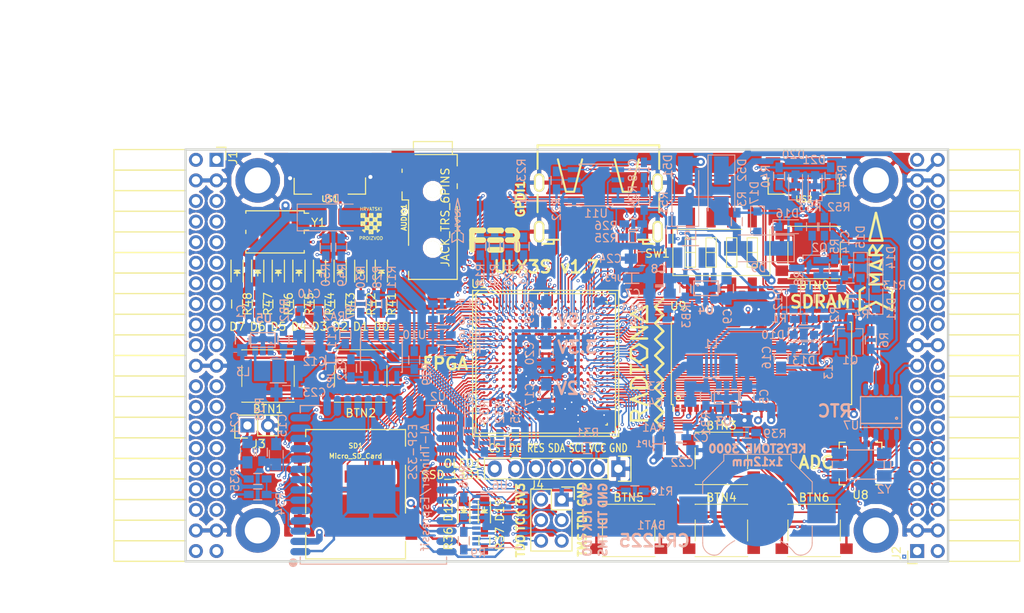
<source format=kicad_pcb>
(kicad_pcb (version 4) (host pcbnew 4.0.7+dfsg1-1)
  (layers (0 F.Cu signal) (1 In1.Cu signal) (2 In2.Cu signal) (31 B.Cu signal) (34 B.Paste user) (35 F.Paste user) (36 B.SilkS user) (37 F.SilkS user) (38 B.Mask user) (39 F.Mask user) (44 Edge.Cuts user))
  (net 0 "")
  (net 1 GND)
  (net 2 +5V)
  (net 3 /gpio/IN5V)
  (net 4 /gpio/OUT5V)
  (net 5 +3V3)
  (net 6 +1V2)
  (net 7 BTN_D)
  (net 8 BTN_F1)
  (net 9 BTN_F2)
  (net 10 BTN_L)
  (net 11 BTN_R)
  (net 12 BTN_U)
  (net 13 /power/FB1)
  (net 14 +2V5)
  (net 15 /power/PWREN)
  (net 16 /power/FB3)
  (net 17 /power/FB2)
  (net 18 "Net-(D9-Pad1)")
  (net 19 /power/VBAT)
  (net 20 JTAG_TDI)
  (net 21 JTAG_TCK)
  (net 22 JTAG_TMS)
  (net 23 JTAG_TDO)
  (net 24 /power/WAKEUPn)
  (net 25 /power/WKUP)
  (net 26 /power/SHUT)
  (net 27 /power/WAKE)
  (net 28 /power/HOLD)
  (net 29 /power/WKn)
  (net 30 /power/OSCI_32k)
  (net 31 /power/OSCO_32k)
  (net 32 "Net-(Q2-Pad3)")
  (net 33 SHUTDOWN)
  (net 34 /analog/AUDIO_L)
  (net 35 /analog/AUDIO_R)
  (net 36 GPDI_5V_SCL)
  (net 37 GPDI_5V_SDA)
  (net 38 GPDI_SDA)
  (net 39 GPDI_SCL)
  (net 40 /gpdi/VREF2)
  (net 41 SD_CMD)
  (net 42 SD_CLK)
  (net 43 SD_D0)
  (net 44 SD_D1)
  (net 45 USB5V)
  (net 46 GPDI_CEC)
  (net 47 nRESET)
  (net 48 FTDI_nDTR)
  (net 49 SDRAM_CKE)
  (net 50 SDRAM_A7)
  (net 51 SDRAM_D15)
  (net 52 SDRAM_BA1)
  (net 53 SDRAM_D7)
  (net 54 SDRAM_A6)
  (net 55 SDRAM_CLK)
  (net 56 SDRAM_D13)
  (net 57 SDRAM_BA0)
  (net 58 SDRAM_D6)
  (net 59 SDRAM_A5)
  (net 60 SDRAM_D14)
  (net 61 SDRAM_A11)
  (net 62 SDRAM_D12)
  (net 63 SDRAM_D5)
  (net 64 SDRAM_A4)
  (net 65 SDRAM_A10)
  (net 66 SDRAM_D11)
  (net 67 SDRAM_A3)
  (net 68 SDRAM_D4)
  (net 69 SDRAM_D10)
  (net 70 SDRAM_D9)
  (net 71 SDRAM_A9)
  (net 72 SDRAM_D3)
  (net 73 SDRAM_D8)
  (net 74 SDRAM_A8)
  (net 75 SDRAM_A2)
  (net 76 SDRAM_A1)
  (net 77 SDRAM_A0)
  (net 78 SDRAM_D2)
  (net 79 SDRAM_D1)
  (net 80 SDRAM_D0)
  (net 81 SDRAM_DQM0)
  (net 82 SDRAM_nCS)
  (net 83 SDRAM_nRAS)
  (net 84 SDRAM_DQM1)
  (net 85 SDRAM_nCAS)
  (net 86 SDRAM_nWE)
  (net 87 /flash/FLASH_nWP)
  (net 88 /flash/FLASH_nHOLD)
  (net 89 /flash/FLASH_MOSI)
  (net 90 /flash/FLASH_MISO)
  (net 91 /flash/FLASH_SCK)
  (net 92 /flash/FLASH_nCS)
  (net 93 /flash/FPGA_PROGRAMN)
  (net 94 /flash/FPGA_DONE)
  (net 95 /flash/FPGA_INITN)
  (net 96 OLED_RES)
  (net 97 OLED_DC)
  (net 98 OLED_CS)
  (net 99 WIFI_EN)
  (net 100 FTDI_nRTS)
  (net 101 FTDI_TXD)
  (net 102 FTDI_RXD)
  (net 103 WIFI_RXD)
  (net 104 WIFI_GPIO0)
  (net 105 WIFI_TXD)
  (net 106 GPDI_ETH-)
  (net 107 GPDI_ETH+)
  (net 108 GPDI_D2+)
  (net 109 GPDI_D2-)
  (net 110 GPDI_D1+)
  (net 111 GPDI_D1-)
  (net 112 GPDI_D0+)
  (net 113 GPDI_D0-)
  (net 114 GPDI_CLK+)
  (net 115 GPDI_CLK-)
  (net 116 USB_FTDI_D+)
  (net 117 USB_FTDI_D-)
  (net 118 J1_17-)
  (net 119 J1_17+)
  (net 120 J1_23-)
  (net 121 J1_23+)
  (net 122 J1_25-)
  (net 123 J1_25+)
  (net 124 J1_27-)
  (net 125 J1_27+)
  (net 126 J1_29-)
  (net 127 J1_29+)
  (net 128 J1_31-)
  (net 129 J1_31+)
  (net 130 J1_33-)
  (net 131 J1_33+)
  (net 132 J1_35-)
  (net 133 J1_35+)
  (net 134 J2_5-)
  (net 135 J2_5+)
  (net 136 J2_7-)
  (net 137 J2_7+)
  (net 138 J2_9-)
  (net 139 J2_9+)
  (net 140 J2_13-)
  (net 141 J2_13+)
  (net 142 J2_17-)
  (net 143 J2_17+)
  (net 144 J2_11-)
  (net 145 J2_11+)
  (net 146 J2_23-)
  (net 147 J2_23+)
  (net 148 J1_5-)
  (net 149 J1_5+)
  (net 150 J1_7-)
  (net 151 J1_7+)
  (net 152 J1_9-)
  (net 153 J1_9+)
  (net 154 J1_11-)
  (net 155 J1_11+)
  (net 156 J1_13-)
  (net 157 J1_13+)
  (net 158 J1_15-)
  (net 159 J1_15+)
  (net 160 J2_15-)
  (net 161 J2_15+)
  (net 162 J2_25-)
  (net 163 J2_25+)
  (net 164 J2_27-)
  (net 165 J2_27+)
  (net 166 J2_29-)
  (net 167 J2_29+)
  (net 168 J2_31-)
  (net 169 J2_31+)
  (net 170 J2_33-)
  (net 171 J2_33+)
  (net 172 J2_35-)
  (net 173 J2_35+)
  (net 174 SD_D3)
  (net 175 AUDIO_L3)
  (net 176 AUDIO_L2)
  (net 177 AUDIO_L1)
  (net 178 AUDIO_L0)
  (net 179 AUDIO_R3)
  (net 180 AUDIO_R2)
  (net 181 AUDIO_R1)
  (net 182 AUDIO_R0)
  (net 183 OLED_CLK)
  (net 184 OLED_MOSI)
  (net 185 LED0)
  (net 186 LED1)
  (net 187 LED2)
  (net 188 LED3)
  (net 189 LED4)
  (net 190 LED5)
  (net 191 LED6)
  (net 192 LED7)
  (net 193 BTN_PWRn)
  (net 194 FTDI_nTXLED)
  (net 195 FTDI_nSLEEP)
  (net 196 /blinkey/LED_PWREN)
  (net 197 /blinkey/LED_TXLED)
  (net 198 FT3V3)
  (net 199 /sdcard/SD3V3)
  (net 200 SD_D2)
  (net 201 CLK_25MHz)
  (net 202 /blinkey/BTNPUL)
  (net 203 /blinkey/BTNPUR)
  (net 204 USB_FPGA_D+)
  (net 205 /power/FTDI_nSUSPEND)
  (net 206 /blinkey/ALED0)
  (net 207 /blinkey/ALED1)
  (net 208 /blinkey/ALED2)
  (net 209 /blinkey/ALED3)
  (net 210 /blinkey/ALED4)
  (net 211 /blinkey/ALED5)
  (net 212 /blinkey/ALED6)
  (net 213 /blinkey/ALED7)
  (net 214 /usb/FTD-)
  (net 215 /usb/FTD+)
  (net 216 ADC_MISO)
  (net 217 ADC_MOSI)
  (net 218 ADC_CSn)
  (net 219 ADC_SCLK)
  (net 220 "Net-(R51-Pad2)")
  (net 221 SW3)
  (net 222 SW2)
  (net 223 SW1)
  (net 224 SW0)
  (net 225 USB_FPGA_D-)
  (net 226 /usb/FPD+)
  (net 227 /usb/FPD-)
  (net 228 WIFI_GPIO16)
  (net 229 WIFI_GPIO15)
  (net 230 /usb/ANT_433MHz)
  (net 231 /power/PWRBTn)
  (net 232 PROG_DONE)
  (net 233 /power/P1V2)
  (net 234 /power/P3V3)
  (net 235 /power/P2V5)
  (net 236 /power/L1)
  (net 237 /power/L3)
  (net 238 /power/L2)
  (net 239 FTDI_TXDEN)
  (net 240 /wifi/WIFIOFF)
  (net 241 SDRAM_A12)
  (module SMD_Packages:1Pin (layer F.Cu) (at 182.67515 111.637626)
    (fp_text reference AE1 hide)
    (fp_text value 433MHz hide)
    (pad 1 smd rect (at 0 0) (size 0.5 0.5) (layers B.Cu F.Paste F.Mask) (net 230 /usb/ANT_433MHz))
  )
  (module Resistors_SMD:R_0603_HandSoldering (layer B.Cu) (at 103.498 98.758 90)
    (fp_text reference R38 (at 5.334 -0.254 90) (layer B.SilkS) (effects (justify mirror)))
    (fp_text value 0.47)
    (pad 1 smd rect (at -1.1 0 90) (size 1.2 0.9) (layers B.Cu B.Paste B.Mask) (net 199 /sdcard/SD3V3))
    (pad 2 smd rect (at 1.1 0 90) (size 1.2 0.9) (layers B.Cu B.Paste B.Mask) (net 5 +3V3))
  )
  (module jumper:SOLDER-JUMPER_1-WAY (layer B.Cu) (at 152.393 97.742 270)
    (fp_text reference JP1 (at 0 1.778 360) (layer B.SilkS) (effects (font (size 0.762 0.762) (thickness 0.1524)) (justify mirror)))
    (fp_text value 1.2 hide)
    (pad 1 smd rect (at -0.6 0 270) (size 1 1) (layers B.Cu B.Paste B.Mask) (net 233 /power/P1V2))
    (pad 2 smd rect (at 0.6 0 270) (size 1 1) (layers B.Cu B.Paste B.Mask) (net 6 +1V2))
  )
  (module ESP32-footprints-Lib:ESP-32S (layer B.Cu) (at 117.313 101.513)
    (fp_text reference U2 (at 7.902 -9.613 180) (layer B.SilkS) (effects (justify mirror)))
    (fp_text value ESP-32S)
    (fp_text user AI-Thinker/Espressif (at 6.3 1.6 270) (layer B.SilkS) (effects (justify mirror)))
    (fp_text user ESP-32S (at 4.8 -2.8 270) (layer B.SilkS) (effects (justify mirror)))
    (pad 38 smd oval (at 8.947434 9.517338 180) (size 2.5 0.9) (layers B.Cu B.Paste B.Mask) (net 1 GND))
    (pad 37 smd oval (at 8.947434 8.247338 180) (size 2.5 0.9) (layers B.Cu B.Paste B.Mask))
    (pad 36 smd oval (at 8.947434 6.977338 180) (size 2.5 0.9) (layers B.Cu B.Paste B.Mask) (net 232 PROG_DONE))
    (pad 35 smd oval (at 8.947434 5.707338 180) (size 2.5 0.9) (layers B.Cu B.Paste B.Mask) (net 105 WIFI_TXD))
    (pad 34 smd oval (at 8.947434 4.437338 180) (size 2.5 0.9) (layers B.Cu B.Paste B.Mask) (net 103 WIFI_RXD))
    (pad 33 smd oval (at 8.947434 3.167338 180) (size 2.5 0.9) (layers B.Cu B.Paste B.Mask) (net 22 JTAG_TMS))
    (pad 32 smd oval (at 8.947434 1.897338 180) (size 2.5 0.9) (layers B.Cu B.Paste B.Mask))
    (pad 31 smd oval (at 8.947434 0.627338 180) (size 2.5 0.9) (layers B.Cu B.Paste B.Mask) (net 20 JTAG_TDI))
    (pad 30 smd oval (at 8.947434 -0.642662 180) (size 2.5 0.9) (layers B.Cu B.Paste B.Mask) (net 21 JTAG_TCK))
    (pad 29 smd oval (at 8.947434 -1.912662 180) (size 2.5 0.9) (layers B.Cu B.Paste B.Mask))
    (pad 28 smd oval (at 8.947434 -3.182662 180) (size 2.5 0.9) (layers B.Cu B.Paste B.Mask) (net 23 JTAG_TDO))
    (pad 27 smd oval (at 8.947434 -4.452662 180) (size 2.5 0.9) (layers B.Cu B.Paste B.Mask) (net 228 WIFI_GPIO16))
    (pad 26 smd oval (at 8.947434 -5.722662 180) (size 2.5 0.9) (layers B.Cu B.Paste B.Mask))
    (pad 25 smd oval (at 8.947434 -6.992662 180) (size 2.5 0.9) (layers B.Cu B.Paste B.Mask) (net 104 WIFI_GPIO0))
    (pad 24 smd oval (at 5.662434 -8.482662 180) (size 0.9 2.5) (layers B.Cu B.Paste B.Mask))
    (pad 23 smd oval (at 4.392434 -8.482662 180) (size 0.9 2.5) (layers B.Cu B.Paste B.Mask) (net 229 WIFI_GPIO15))
    (pad 22 smd oval (at 3.122434 -8.482662 180) (size 0.9 2.5) (layers B.Cu B.Paste B.Mask) (net 44 SD_D1))
    (pad 21 smd oval (at 1.852434 -8.482662 180) (size 0.9 2.5) (layers B.Cu B.Paste B.Mask) (net 43 SD_D0))
    (pad 20 smd oval (at 0.582434 -8.482662 180) (size 0.9 2.5) (layers B.Cu B.Paste B.Mask) (net 42 SD_CLK))
    (pad 19 smd oval (at -0.687566 -8.482662 180) (size 0.9 2.5) (layers B.Cu B.Paste B.Mask) (net 41 SD_CMD))
    (pad 18 smd oval (at -1.957566 -8.482662 180) (size 0.9 2.5) (layers B.Cu B.Paste B.Mask))
    (pad 17 smd oval (at -3.227566 -8.482662 180) (size 0.9 2.5) (layers B.Cu B.Paste B.Mask))
    (pad 16 smd oval (at -4.497566 -8.482662 180) (size 0.9 2.5) (layers B.Cu B.Paste B.Mask) (net 124 J1_27-))
    (pad 15 smd oval (at -5.767566 -8.482662 180) (size 0.9 2.5) (layers B.Cu B.Paste B.Mask) (net 1 GND))
    (pad 14 smd oval (at -9.052566 -6.992662 180) (size 2.5 0.9) (layers B.Cu B.Paste B.Mask) (net 125 J1_27+))
    (pad 13 smd oval (at -9.052566 -5.722662 180) (size 2.5 0.9) (layers B.Cu B.Paste B.Mask) (net 126 J1_29-))
    (pad 12 smd oval (at -9.052566 -4.452662 180) (size 2.5 0.9) (layers B.Cu B.Paste B.Mask) (net 127 J1_29+))
    (pad 11 smd oval (at -9.052566 -3.182662 180) (size 2.5 0.9) (layers B.Cu B.Paste B.Mask) (net 128 J1_31-))
    (pad 10 smd oval (at -9.052566 -1.912662 180) (size 2.5 0.9) (layers B.Cu B.Paste B.Mask) (net 129 J1_31+))
    (pad 9 smd oval (at -9.052566 -0.642662 180) (size 2.5 0.9) (layers B.Cu B.Paste B.Mask) (net 130 J1_33-))
    (pad 8 smd oval (at -9.052566 0.627338 180) (size 2.5 0.9) (layers B.Cu B.Paste B.Mask) (net 131 J1_33+))
    (pad 7 smd oval (at -9.052566 1.897338 180) (size 2.5 0.9) (layers B.Cu B.Paste B.Mask) (net 132 J1_35-))
    (pad 6 smd oval (at -9.052566 3.167338 180) (size 2.5 0.9) (layers B.Cu B.Paste B.Mask) (net 133 J1_35+))
    (pad 5 smd oval (at -9.052566 4.437338 180) (size 2.5 0.9) (layers B.Cu B.Paste B.Mask))
    (pad 4 smd oval (at -9.052566 5.707338 180) (size 2.5 0.9) (layers B.Cu B.Paste B.Mask))
    (pad 3 smd oval (at -9.052566 6.977338 180) (size 2.5 0.9) (layers B.Cu B.Paste B.Mask) (net 99 WIFI_EN))
    (pad 2 smd oval (at -9.052566 8.247338 180) (size 2.5 0.9) (layers B.Cu B.Paste B.Mask) (net 5 +3V3))
    (pad 1 smd oval (at -9.052566 9.517338 180) (size 2.5 0.9) (layers B.Cu B.Paste B.Mask) (net 1 GND))
    (pad 39 smd rect (at -0.352566 1.817338 180) (size 6 6) (layers B.Cu B.Paste B.Mask) (net 1 GND))
  )
  (module Diodes_SMD:D_SMA_Handsoldering (layer B.Cu) (at 155.695 66.5 90)
    (fp_text reference D51 (at 3.048 -2.159 90) (layer B.SilkS) (effects (justify mirror)))
    (fp_text value STPS2L30AF hide)
    (pad 1 smd rect (at -2.5 0 90) (size 3.5 1.8) (layers B.Cu B.Paste B.Mask) (net 2 +5V))
    (pad 2 smd rect (at 2.5 0 90) (size 3.5 1.8) (layers B.Cu B.Paste B.Mask) (net 3 /gpio/IN5V))
  )
  (module Resistors_SMD:R_0603_HandSoldering (layer B.Cu) (at 154.044 71.326 90)
    (fp_text reference R51 (at 3.302 -1.016 90) (layer B.SilkS) (effects (justify mirror)))
    (fp_text value 220)
    (pad 1 smd rect (at -1.1 0 90) (size 1.2 0.9) (layers B.Cu B.Paste B.Mask) (net 5 +3V3))
    (pad 2 smd rect (at 1.1 0 90) (size 1.2 0.9) (layers B.Cu B.Paste B.Mask) (net 220 "Net-(R51-Pad2)"))
  )
  (module Resistors_SMD:R_1210_HandSoldering (layer B.Cu) (at 158.87 88.09 180)
    (fp_text reference L1 (at 0 2.7 180) (layer B.SilkS) (effects (justify mirror)))
    (fp_text value 2.2uH)
    (pad 1 smd rect (at -2 0 180) (size 2 2.5) (layers B.Cu B.Paste B.Mask) (net 236 /power/L1))
    (pad 2 smd rect (at 2 0 180) (size 2 2.5) (layers B.Cu B.Paste B.Mask) (net 233 /power/P1V2))
  )
  (module TSOT-25:TSOT-25 (layer B.Cu) (at 160.775 91.9)
    (fp_text reference U3 (at -0.381 3.048) (layer B.SilkS) (effects (font (thickness 0.2)) (justify mirror)))
    (fp_text value AP3429A)
    (pad 1 smd rect (at -0.95 -1.3) (size 0.7 1.2) (layers B.Cu B.Paste B.Mask) (net 15 /power/PWREN))
    (pad 2 smd rect (at 0 -1.3) (size 0.7 1.2) (layers B.Cu B.Paste B.Mask) (net 1 GND))
    (pad 3 smd rect (at 0.95 -1.3) (size 0.7 1.2) (layers B.Cu B.Paste B.Mask) (net 236 /power/L1))
    (pad 4 smd rect (at 0.95 1.3) (size 0.7 1.2) (layers B.Cu B.Paste B.Mask) (net 2 +5V))
    (pad 5 smd rect (at -0.95 1.3) (size 0.7 1.2) (layers B.Cu B.Paste B.Mask) (net 13 /power/FB1))
  )
  (module Resistors_SMD:R_1210_HandSoldering (layer B.Cu) (at 156.33 74.755 180)
    (fp_text reference L2 (at 0 2.7 180) (layer B.SilkS) (effects (justify mirror)))
    (fp_text value 2.2uH)
    (pad 1 smd rect (at -2 0 180) (size 2 2.5) (layers B.Cu B.Paste B.Mask) (net 237 /power/L3))
    (pad 2 smd rect (at 2 0 180) (size 2 2.5) (layers B.Cu B.Paste B.Mask) (net 234 /power/P3V3))
  )
  (module TSOT-25:TSOT-25 (layer B.Cu) (at 158.235 78.535)
    (fp_text reference U4 (at 0 2.697) (layer B.SilkS) (effects (font (thickness 0.2)) (justify mirror)))
    (fp_text value AP3429A)
    (pad 1 smd rect (at -0.95 -1.3) (size 0.7 1.2) (layers B.Cu B.Paste B.Mask) (net 15 /power/PWREN))
    (pad 2 smd rect (at 0 -1.3) (size 0.7 1.2) (layers B.Cu B.Paste B.Mask) (net 1 GND))
    (pad 3 smd rect (at 0.95 -1.3) (size 0.7 1.2) (layers B.Cu B.Paste B.Mask) (net 237 /power/L3))
    (pad 4 smd rect (at 0.95 1.3) (size 0.7 1.2) (layers B.Cu B.Paste B.Mask) (net 2 +5V))
    (pad 5 smd rect (at -0.95 1.3) (size 0.7 1.2) (layers B.Cu B.Paste B.Mask) (net 16 /power/FB3))
  )
  (module LEDs:LED_0805 (layer F.Cu) (at 118.23 76.66 270)
    (fp_text reference D0 (at 6.604 0 360) (layer F.SilkS))
    (fp_text value RED hide)
    (pad 2 smd rect (at 1.04902 0 90) (size 1.19888 1.19888) (layers F.Cu F.Paste F.Mask) (net 206 /blinkey/ALED0))
    (pad 1 smd rect (at -1.04902 0 90) (size 1.19888 1.19888) (layers F.Cu F.Paste F.Mask) (net 1 GND))
  )
  (module LEDs:LED_0805 (layer F.Cu) (at 115.69 76.66 270)
    (fp_text reference D1 (at 6.604 0 360) (layer F.SilkS))
    (fp_text value RED hide)
    (pad 2 smd rect (at 1.04902 0 90) (size 1.19888 1.19888) (layers F.Cu F.Paste F.Mask) (net 207 /blinkey/ALED1))
    (pad 1 smd rect (at -1.04902 0 90) (size 1.19888 1.19888) (layers F.Cu F.Paste F.Mask) (net 1 GND))
  )
  (module LEDs:LED_0805 (layer F.Cu) (at 113.15 76.66 270)
    (fp_text reference D2 (at 6.604 0 360) (layer F.SilkS))
    (fp_text value RED hide)
    (pad 2 smd rect (at 1.04902 0 90) (size 1.19888 1.19888) (layers F.Cu F.Paste F.Mask) (net 208 /blinkey/ALED2))
    (pad 1 smd rect (at -1.04902 0 90) (size 1.19888 1.19888) (layers F.Cu F.Paste F.Mask) (net 1 GND))
  )
  (module LEDs:LED_0805 (layer F.Cu) (at 110.61 76.66 270)
    (fp_text reference D3 (at 6.604 0 360) (layer F.SilkS))
    (fp_text value RED hide)
    (pad 2 smd rect (at 1.04902 0 90) (size 1.19888 1.19888) (layers F.Cu F.Paste F.Mask) (net 209 /blinkey/ALED3))
    (pad 1 smd rect (at -1.04902 0 90) (size 1.19888 1.19888) (layers F.Cu F.Paste F.Mask) (net 1 GND))
  )
  (module LEDs:LED_0805 (layer F.Cu) (at 108.07 76.66 270)
    (fp_text reference D4 (at 6.604 0 360) (layer F.SilkS))
    (fp_text value RED hide)
    (pad 2 smd rect (at 1.04902 0 90) (size 1.19888 1.19888) (layers F.Cu F.Paste F.Mask) (net 210 /blinkey/ALED4))
    (pad 1 smd rect (at -1.04902 0 90) (size 1.19888 1.19888) (layers F.Cu F.Paste F.Mask) (net 1 GND))
  )
  (module LEDs:LED_0805 (layer F.Cu) (at 105.53 76.66 270)
    (fp_text reference D5 (at 6.604 0 360) (layer F.SilkS))
    (fp_text value RED hide)
    (pad 2 smd rect (at 1.04902 0 90) (size 1.19888 1.19888) (layers F.Cu F.Paste F.Mask) (net 211 /blinkey/ALED5))
    (pad 1 smd rect (at -1.04902 0 90) (size 1.19888 1.19888) (layers F.Cu F.Paste F.Mask) (net 1 GND))
  )
  (module LEDs:LED_0805 (layer F.Cu) (at 102.99 76.66 270)
    (fp_text reference D6 (at 6.604 0 360) (layer F.SilkS))
    (fp_text value RED hide)
    (pad 2 smd rect (at 1.04902 0 90) (size 1.19888 1.19888) (layers F.Cu F.Paste F.Mask) (net 212 /blinkey/ALED6))
    (pad 1 smd rect (at -1.04902 0 90) (size 1.19888 1.19888) (layers F.Cu F.Paste F.Mask) (net 1 GND))
  )
  (module LEDs:LED_0805 (layer F.Cu) (at 100.45 76.66 270)
    (fp_text reference D7 (at 6.604 0 360) (layer F.SilkS))
    (fp_text value RED hide)
    (pad 2 smd rect (at 1.04902 0 90) (size 1.19888 1.19888) (layers F.Cu F.Paste F.Mask) (net 213 /blinkey/ALED7))
    (pad 1 smd rect (at -1.04902 0 90) (size 1.19888 1.19888) (layers F.Cu F.Paste F.Mask) (net 1 GND))
  )
  (module Resistors_SMD:R_1210_HandSoldering (layer B.Cu) (at 105.53 88.725)
    (fp_text reference L3 (at -4.318 0.127) (layer B.SilkS) (effects (justify mirror)))
    (fp_text value 2.2uH)
    (pad 1 smd rect (at -2 0) (size 2 2.5) (layers B.Cu B.Paste B.Mask) (net 238 /power/L2))
    (pad 2 smd rect (at 2 0) (size 2 2.5) (layers B.Cu B.Paste B.Mask) (net 235 /power/P2V5))
  )
  (module TSOT-25:TSOT-25 (layer B.Cu) (at 103.625 84.915 180)
    (fp_text reference U5 (at -0.127 2.667 180) (layer B.SilkS) (effects (font (thickness 0.2)) (justify mirror)))
    (fp_text value AP3429A)
    (pad 1 smd rect (at -0.95 -1.3 180) (size 0.7 1.2) (layers B.Cu B.Paste B.Mask) (net 15 /power/PWREN))
    (pad 2 smd rect (at 0 -1.3 180) (size 0.7 1.2) (layers B.Cu B.Paste B.Mask) (net 1 GND))
    (pad 3 smd rect (at 0.95 -1.3 180) (size 0.7 1.2) (layers B.Cu B.Paste B.Mask) (net 238 /power/L2))
    (pad 4 smd rect (at 0.95 1.3 180) (size 0.7 1.2) (layers B.Cu B.Paste B.Mask) (net 2 +5V))
    (pad 5 smd rect (at -0.95 1.3 180) (size 0.7 1.2) (layers B.Cu B.Paste B.Mask) (net 17 /power/FB2))
  )
  (module Capacitors_SMD:C_0805_HandSoldering (layer B.Cu) (at 101.085 84.915 270)
    (fp_text reference C1 (at -3.429 0.127 270) (layer B.SilkS) (effects (justify mirror)))
    (fp_text value 22uF)
    (pad 1 smd rect (at -1.25 0 270) (size 1.5 1.25) (layers B.Cu B.Paste B.Mask) (net 2 +5V))
    (pad 2 smd rect (at 1.25 0 270) (size 1.5 1.25) (layers B.Cu B.Paste B.Mask) (net 1 GND))
  )
  (module Capacitors_SMD:C_0805_HandSoldering (layer B.Cu) (at 155.06 90.63)
    (fp_text reference C3 (at -3.048 0) (layer B.SilkS) (effects (justify mirror)))
    (fp_text value 22uF)
    (pad 1 smd rect (at -1.25 0) (size 1.5 1.25) (layers B.Cu B.Paste B.Mask) (net 233 /power/P1V2))
    (pad 2 smd rect (at 1.25 0) (size 1.5 1.25) (layers B.Cu B.Paste B.Mask) (net 1 GND))
  )
  (module Capacitors_SMD:C_0805_HandSoldering (layer B.Cu) (at 155.06 92.535)
    (fp_text reference C4 (at -3.048 0.127) (layer B.SilkS) (effects (justify mirror)))
    (fp_text value 22uF)
    (pad 1 smd rect (at -1.25 0) (size 1.5 1.25) (layers B.Cu B.Paste B.Mask) (net 233 /power/P1V2))
    (pad 2 smd rect (at 1.25 0) (size 1.5 1.25) (layers B.Cu B.Paste B.Mask) (net 1 GND))
  )
  (module Capacitors_SMD:C_0805_HandSoldering (layer B.Cu) (at 163.315 91.9 90)
    (fp_text reference C5 (at 0 2.1 90) (layer B.SilkS) (effects (justify mirror)))
    (fp_text value 22uF)
    (pad 1 smd rect (at -1.25 0 90) (size 1.5 1.25) (layers B.Cu B.Paste B.Mask) (net 2 +5V))
    (pad 2 smd rect (at 1.25 0 90) (size 1.5 1.25) (layers B.Cu B.Paste B.Mask) (net 1 GND))
  )
  (module Capacitors_SMD:C_0805_HandSoldering (layer B.Cu) (at 152.52 79.2)
    (fp_text reference C7 (at -3.302 0) (layer B.SilkS) (effects (justify mirror)))
    (fp_text value 22uF)
    (pad 1 smd rect (at -1.25 0) (size 1.5 1.25) (layers B.Cu B.Paste B.Mask) (net 234 /power/P3V3))
    (pad 2 smd rect (at 1.25 0) (size 1.5 1.25) (layers B.Cu B.Paste B.Mask) (net 1 GND))
  )
  (module Capacitors_SMD:C_0805_HandSoldering (layer B.Cu) (at 152.52 77.295)
    (fp_text reference C8 (at -0.127 -1.143) (layer B.SilkS) (effects (justify mirror)))
    (fp_text value 22uF)
    (pad 1 smd rect (at -1.25 0) (size 1.5 1.25) (layers B.Cu B.Paste B.Mask) (net 234 /power/P3V3))
    (pad 2 smd rect (at 1.25 0) (size 1.5 1.25) (layers B.Cu B.Paste B.Mask) (net 1 GND))
  )
  (module Capacitors_SMD:C_0805_HandSoldering (layer B.Cu) (at 160.775 78.565 90)
    (fp_text reference C9 (at -3.429 0.127 90) (layer B.SilkS) (effects (justify mirror)))
    (fp_text value 22uF)
    (pad 1 smd rect (at -1.25 0 90) (size 1.5 1.25) (layers B.Cu B.Paste B.Mask) (net 2 +5V))
    (pad 2 smd rect (at 1.25 0 90) (size 1.5 1.25) (layers B.Cu B.Paste B.Mask) (net 1 GND))
  )
  (module Capacitors_SMD:C_0805_HandSoldering (layer B.Cu) (at 109.34 84.28 180)
    (fp_text reference C11 (at -2.794 -0.254 270) (layer B.SilkS) (effects (justify mirror)))
    (fp_text value 22uF)
    (pad 1 smd rect (at -1.25 0 180) (size 1.5 1.25) (layers B.Cu B.Paste B.Mask) (net 235 /power/P2V5))
    (pad 2 smd rect (at 1.25 0 180) (size 1.5 1.25) (layers B.Cu B.Paste B.Mask) (net 1 GND))
  )
  (module Capacitors_SMD:C_0805_HandSoldering (layer B.Cu) (at 109.34 86.185 180)
    (fp_text reference C12 (at -0.635 -1.397 360) (layer B.SilkS) (effects (justify mirror)))
    (fp_text value 22uF)
    (pad 1 smd rect (at -1.25 0 180) (size 1.5 1.25) (layers B.Cu B.Paste B.Mask) (net 235 /power/P2V5))
    (pad 2 smd rect (at 1.25 0 180) (size 1.5 1.25) (layers B.Cu B.Paste B.Mask) (net 1 GND))
  )
  (module Power_Integrations:SO-8 (layer B.Cu) (at 179.825 93.805 180)
    (fp_text reference U7 (at 3.683 -1.651 180) (layer B.SilkS) (effects (justify mirror)))
    (fp_text value PCF8523)
    (pad 1 smd oval (at -1.905 -2.794 180) (size 0.6096 1.4732) (layers B.Cu B.Paste B.Mask) (net 30 /power/OSCI_32k))
    (pad 2 smd oval (at -0.635 -2.794 180) (size 0.6096 1.4732) (layers B.Cu B.Paste B.Mask) (net 31 /power/OSCO_32k))
    (pad 3 smd oval (at 0.635 -2.794 180) (size 0.6096 1.4732) (layers B.Cu B.Paste B.Mask) (net 19 /power/VBAT))
    (pad 4 smd oval (at 1.905 -2.794 180) (size 0.6096 1.4732) (layers B.Cu B.Paste B.Mask) (net 1 GND))
    (pad 5 smd oval (at 1.905 2.794 180) (size 0.6096 1.4732) (layers B.Cu B.Paste B.Mask) (net 38 GPDI_SDA))
    (pad 6 smd oval (at 0.635 2.794 180) (size 0.6096 1.4732) (layers B.Cu B.Paste B.Mask) (net 39 GPDI_SCL))
    (pad 7 smd oval (at -0.635 2.794 180) (size 0.6096 1.4732) (layers B.Cu B.Paste B.Mask) (net 24 /power/WAKEUPn))
    (pad 8 smd oval (at -1.905 2.794 180) (size 0.6096 1.4732) (layers B.Cu B.Paste B.Mask) (net 5 +3V3))
  )
  (module Capacitors_SMD:C_0805_HandSoldering (layer B.Cu) (at 173.221 84.788 90)
    (fp_text reference C13 (at -3.556 0.127 90) (layer B.SilkS) (effects (justify mirror)))
    (fp_text value 2.2uF)
    (pad 1 smd rect (at -1.25 0 90) (size 1.5 1.25) (layers B.Cu B.Paste B.Mask) (net 2 +5V))
    (pad 2 smd rect (at 1.25 0 90) (size 1.5 1.25) (layers B.Cu B.Paste B.Mask) (net 25 /power/WKUP))
  )
  (module TSOP54:TSOP54 (layer F.Cu) (at 165.08 87.8 90)
    (fp_text reference U9 (at 7.076 -10.274 180) (layer F.SilkS))
    (fp_text value MT48LC4M16A2TG)
    (pad 28 smd rect (at 5.53 10.4 90) (size 0.9 0.56) (layers F.Cu F.Paste F.Mask) (net 1 GND))
    (pad 1 smd rect (at -5.53 -10.4 90) (size 0.9 0.56) (layers F.Cu F.Paste F.Mask) (net 5 +3V3))
    (pad 2 smd rect (at -5.53 -9.6 90) (size 0.9 0.56) (layers F.Cu F.Paste F.Mask) (net 80 SDRAM_D0))
    (pad 3 smd rect (at -5.53 -8.8 90) (size 0.9 0.56) (layers F.Cu F.Paste F.Mask) (net 5 +3V3))
    (pad 4 smd rect (at -5.53 -8 90) (size 0.9 0.56) (layers F.Cu F.Paste F.Mask) (net 79 SDRAM_D1))
    (pad 5 smd rect (at -5.53 -7.2 90) (size 0.9 0.56) (layers F.Cu F.Paste F.Mask) (net 78 SDRAM_D2))
    (pad 6 smd rect (at -5.53 -6.4 90) (size 0.9 0.56) (layers F.Cu F.Paste F.Mask) (net 1 GND))
    (pad 7 smd rect (at -5.53 -5.6 90) (size 0.9 0.56) (layers F.Cu F.Paste F.Mask) (net 72 SDRAM_D3))
    (pad 8 smd rect (at -5.53 -4.8 90) (size 0.9 0.56) (layers F.Cu F.Paste F.Mask) (net 68 SDRAM_D4))
    (pad 9 smd rect (at -5.53 -4 90) (size 0.9 0.56) (layers F.Cu F.Paste F.Mask) (net 5 +3V3))
    (pad 10 smd rect (at -5.53 -3.2 90) (size 0.9 0.56) (layers F.Cu F.Paste F.Mask) (net 63 SDRAM_D5))
    (pad 11 smd rect (at -5.53 -2.4 90) (size 0.9 0.56) (layers F.Cu F.Paste F.Mask) (net 58 SDRAM_D6))
    (pad 12 smd rect (at -5.53 -1.6 90) (size 0.9 0.56) (layers F.Cu F.Paste F.Mask) (net 1 GND))
    (pad 13 smd rect (at -5.53 -0.8 90) (size 0.9 0.56) (layers F.Cu F.Paste F.Mask) (net 53 SDRAM_D7))
    (pad 14 smd rect (at -5.53 0 90) (size 0.9 0.56) (layers F.Cu F.Paste F.Mask) (net 5 +3V3))
    (pad 15 smd rect (at -5.53 0.8 90) (size 0.9 0.56) (layers F.Cu F.Paste F.Mask) (net 81 SDRAM_DQM0))
    (pad 16 smd rect (at -5.53 1.6 90) (size 0.9 0.56) (layers F.Cu F.Paste F.Mask) (net 86 SDRAM_nWE))
    (pad 17 smd rect (at -5.53 2.4 90) (size 0.9 0.56) (layers F.Cu F.Paste F.Mask) (net 85 SDRAM_nCAS))
    (pad 18 smd rect (at -5.53 3.2 90) (size 0.9 0.56) (layers F.Cu F.Paste F.Mask) (net 83 SDRAM_nRAS))
    (pad 19 smd rect (at -5.53 4 90) (size 0.9 0.56) (layers F.Cu F.Paste F.Mask) (net 82 SDRAM_nCS))
    (pad 20 smd rect (at -5.53 4.8 90) (size 0.9 0.56) (layers F.Cu F.Paste F.Mask) (net 57 SDRAM_BA0))
    (pad 21 smd rect (at -5.53 5.6 90) (size 0.9 0.56) (layers F.Cu F.Paste F.Mask) (net 52 SDRAM_BA1))
    (pad 22 smd rect (at -5.53 6.4 90) (size 0.9 0.56) (layers F.Cu F.Paste F.Mask) (net 65 SDRAM_A10))
    (pad 23 smd rect (at -5.53 7.2 90) (size 0.9 0.56) (layers F.Cu F.Paste F.Mask) (net 77 SDRAM_A0))
    (pad 24 smd rect (at -5.53 8 90) (size 0.9 0.56) (layers F.Cu F.Paste F.Mask) (net 76 SDRAM_A1))
    (pad 25 smd rect (at -5.53 8.8 90) (size 0.9 0.56) (layers F.Cu F.Paste F.Mask) (net 75 SDRAM_A2))
    (pad 26 smd rect (at -5.53 9.6 90) (size 0.9 0.56) (layers F.Cu F.Paste F.Mask) (net 67 SDRAM_A3))
    (pad 27 smd rect (at -5.53 10.4 90) (size 0.9 0.56) (layers F.Cu F.Paste F.Mask) (net 5 +3V3))
    (pad 29 smd rect (at 5.53 9.6 90) (size 0.9 0.56) (layers F.Cu F.Paste F.Mask) (net 64 SDRAM_A4))
    (pad 30 smd rect (at 5.53 8.8 90) (size 0.9 0.56) (layers F.Cu F.Paste F.Mask) (net 59 SDRAM_A5))
    (pad 31 smd rect (at 5.53 8 90) (size 0.9 0.56) (layers F.Cu F.Paste F.Mask) (net 54 SDRAM_A6))
    (pad 32 smd rect (at 5.53 7.2 90) (size 0.9 0.56) (layers F.Cu F.Paste F.Mask) (net 50 SDRAM_A7))
    (pad 33 smd rect (at 5.53 6.4 90) (size 0.9 0.56) (layers F.Cu F.Paste F.Mask) (net 74 SDRAM_A8))
    (pad 34 smd rect (at 5.53 5.6 90) (size 0.9 0.56) (layers F.Cu F.Paste F.Mask) (net 71 SDRAM_A9))
    (pad 35 smd rect (at 5.53 4.8 90) (size 0.9 0.56) (layers F.Cu F.Paste F.Mask) (net 61 SDRAM_A11))
    (pad 36 smd rect (at 5.53 4 90) (size 0.9 0.56) (layers F.Cu F.Paste F.Mask) (net 241 SDRAM_A12))
    (pad 37 smd rect (at 5.53 3.2 90) (size 0.9 0.56) (layers F.Cu F.Paste F.Mask) (net 49 SDRAM_CKE))
    (pad 38 smd rect (at 5.53 2.4 90) (size 0.9 0.56) (layers F.Cu F.Paste F.Mask) (net 55 SDRAM_CLK))
    (pad 39 smd rect (at 5.53 1.6 90) (size 0.9 0.56) (layers F.Cu F.Paste F.Mask) (net 84 SDRAM_DQM1))
    (pad 40 smd rect (at 5.53 0.8 90) (size 0.9 0.56) (layers F.Cu F.Paste F.Mask))
    (pad 41 smd rect (at 5.53 0 90) (size 0.9 0.56) (layers F.Cu F.Paste F.Mask) (net 1 GND))
    (pad 42 smd rect (at 5.53 -0.8 90) (size 0.9 0.56) (layers F.Cu F.Paste F.Mask) (net 73 SDRAM_D8))
    (pad 43 smd rect (at 5.53 -1.6 90) (size 0.9 0.56) (layers F.Cu F.Paste F.Mask) (net 5 +3V3))
    (pad 44 smd rect (at 5.53 -2.4 90) (size 0.9 0.56) (layers F.Cu F.Paste F.Mask) (net 70 SDRAM_D9))
    (pad 45 smd rect (at 5.53 -3.2 90) (size 0.9 0.56) (layers F.Cu F.Paste F.Mask) (net 69 SDRAM_D10))
    (pad 46 smd rect (at 5.53 -4 90) (size 0.9 0.56) (layers F.Cu F.Paste F.Mask) (net 1 GND))
    (pad 47 smd rect (at 5.53 -4.8 90) (size 0.9 0.56) (layers F.Cu F.Paste F.Mask) (net 66 SDRAM_D11))
    (pad 48 smd rect (at 5.53 -5.6 90) (size 0.9 0.56) (layers F.Cu F.Paste F.Mask) (net 62 SDRAM_D12))
    (pad 49 smd rect (at 5.53 -6.4 90) (size 0.9 0.56) (layers F.Cu F.Paste F.Mask) (net 5 +3V3))
    (pad 50 smd rect (at 5.53 -7.2 90) (size 0.9 0.56) (layers F.Cu F.Paste F.Mask) (net 56 SDRAM_D13))
    (pad 51 smd rect (at 5.53 -8 90) (size 0.9 0.56) (layers F.Cu F.Paste F.Mask) (net 60 SDRAM_D14))
    (pad 52 smd rect (at 5.53 -8.8 90) (size 0.9 0.56) (layers F.Cu F.Paste F.Mask) (net 1 GND))
    (pad 53 smd rect (at 5.53 -9.6 90) (size 0.9 0.56) (layers F.Cu F.Paste F.Mask) (net 51 SDRAM_D15))
    (pad 54 smd rect (at 5.53 -10.4 90) (size 0.9 0.56) (layers F.Cu F.Paste F.Mask) (net 1 GND))
  )
  (module TO_SOT_Packages_SMD:SOT-23_Handsoldering (layer B.Cu) (at 176.015 84.28 90)
    (fp_text reference Q1 (at -3.1115 0 180) (layer B.SilkS) (effects (justify mirror)))
    (fp_text value BC857)
    (pad 1 smd rect (at -1.5 0.95 90) (size 1.9 0.8) (layers B.Cu B.Paste B.Mask) (net 29 /power/WKn))
    (pad 2 smd rect (at -1.5 -0.95 90) (size 1.9 0.8) (layers B.Cu B.Paste B.Mask) (net 2 +5V))
    (pad 3 smd rect (at 1.5 0 90) (size 1.9 0.8) (layers B.Cu B.Paste B.Mask) (net 25 /power/WKUP))
  )
  (module TO_SOT_Packages_SMD:SOT-23_Handsoldering (layer B.Cu) (at 170.935 76.025 180)
    (fp_text reference Q2 (at -1.295 2.5 180) (layer B.SilkS) (effects (justify mirror)))
    (fp_text value 2N7002)
    (pad 1 smd rect (at -1.5 0.95 180) (size 1.9 0.8) (layers B.Cu B.Paste B.Mask) (net 26 /power/SHUT))
    (pad 2 smd rect (at -1.5 -0.95 180) (size 1.9 0.8) (layers B.Cu B.Paste B.Mask) (net 1 GND))
    (pad 3 smd rect (at 1.5 0 180) (size 1.9 0.8) (layers B.Cu B.Paste B.Mask) (net 32 "Net-(Q2-Pad3)"))
  )
  (module Capacitors_SMD:C_0603_HandSoldering (layer B.Cu) (at 154.86 96.91)
    (fp_text reference C2 (at 2.74 0.07) (layer B.SilkS) (effects (justify mirror)))
    (fp_text value 470pF)
    (pad 1 smd rect (at -0.95 0) (size 1.2 0.75) (layers B.Cu B.Paste B.Mask) (net 233 /power/P1V2))
    (pad 2 smd rect (at 0.95 0) (size 1.2 0.75) (layers B.Cu B.Paste B.Mask) (net 13 /power/FB1))
  )
  (module Capacitors_SMD:C_0603_HandSoldering (layer B.Cu) (at 152.52 82.375)
    (fp_text reference C6 (at -2.794 0.127) (layer B.SilkS) (effects (justify mirror)))
    (fp_text value 470pF)
    (pad 1 smd rect (at -0.95 0) (size 1.2 0.75) (layers B.Cu B.Paste B.Mask) (net 234 /power/P3V3))
    (pad 2 smd rect (at 0.95 0) (size 1.2 0.75) (layers B.Cu B.Paste B.Mask) (net 16 /power/FB3))
  )
  (module Capacitors_SMD:C_0603_HandSoldering (layer B.Cu) (at 109.34 81.105 180)
    (fp_text reference C10 (at 0 1.9 180) (layer B.SilkS) (effects (justify mirror)))
    (fp_text value 470pF)
    (pad 1 smd rect (at -0.95 0 180) (size 1.2 0.75) (layers B.Cu B.Paste B.Mask) (net 235 /power/P2V5))
    (pad 2 smd rect (at 0.95 0 180) (size 1.2 0.75) (layers B.Cu B.Paste B.Mask) (net 17 /power/FB2))
  )
  (module Capacitors_SMD:C_0603_HandSoldering (layer B.Cu) (at 175.38 76.025 270)
    (fp_text reference C14 (at -3.175 0 270) (layer B.SilkS) (effects (justify mirror)))
    (fp_text value 100nF)
    (pad 1 smd rect (at -0.95 0 270) (size 1.2 0.75) (layers B.Cu B.Paste B.Mask) (net 26 /power/SHUT))
    (pad 2 smd rect (at 0.95 0 270) (size 1.2 0.75) (layers B.Cu B.Paste B.Mask) (net 1 GND))
  )
  (module Resistors_SMD:R_0603_HandSoldering (layer B.Cu) (at 170.3 82.375)
    (fp_text reference R1 (at -3.048 -0.127) (layer B.SilkS) (effects (justify mirror)))
    (fp_text value 15k)
    (pad 1 smd rect (at -1.1 0) (size 1.2 0.9) (layers B.Cu B.Paste B.Mask) (net 27 /power/WAKE))
    (pad 2 smd rect (at 1.1 0) (size 1.2 0.9) (layers B.Cu B.Paste B.Mask) (net 15 /power/PWREN))
  )
  (module Resistors_SMD:R_0603_HandSoldering (layer B.Cu) (at 172.84 79.835 90)
    (fp_text reference R2 (at -1.905 1.27 90) (layer B.SilkS) (effects (justify mirror)))
    (fp_text value 47k)
    (pad 1 smd rect (at -1.1 0 90) (size 1.2 0.9) (layers B.Cu B.Paste B.Mask) (net 15 /power/PWREN))
    (pad 2 smd rect (at 1.1 0 90) (size 1.2 0.9) (layers B.Cu B.Paste B.Mask) (net 1 GND))
  )
  (module Resistors_SMD:R_0603_HandSoldering (layer B.Cu) (at 176.015 80.47 180)
    (fp_text reference R4 (at -1.397 -1.27 360) (layer B.SilkS) (effects (justify mirror)))
    (fp_text value 15k)
    (pad 1 smd rect (at -1.1 0 180) (size 1.2 0.9) (layers B.Cu B.Paste B.Mask) (net 28 /power/HOLD))
    (pad 2 smd rect (at 1.1 0 180) (size 1.2 0.9) (layers B.Cu B.Paste B.Mask) (net 15 /power/PWREN))
  )
  (module Resistors_SMD:R_0603_HandSoldering (layer B.Cu) (at 174.11 76.025 270)
    (fp_text reference R5 (at -2.667 0 270) (layer B.SilkS) (effects (justify mirror)))
    (fp_text value 4.7M)
    (pad 1 smd rect (at -1.1 0 270) (size 1.2 0.9) (layers B.Cu B.Paste B.Mask) (net 26 /power/SHUT))
    (pad 2 smd rect (at 1.1 0 270) (size 1.2 0.9) (layers B.Cu B.Paste B.Mask) (net 1 GND))
  )
  (module Resistors_SMD:R_0603_HandSoldering (layer B.Cu) (at 178.555 84.915 270)
    (fp_text reference R6 (at 0 -1.651 270) (layer B.SilkS) (effects (justify mirror)))
    (fp_text value 1k)
    (pad 1 smd rect (at -1.1 0 270) (size 1.2 0.9) (layers B.Cu B.Paste B.Mask) (net 29 /power/WKn))
    (pad 2 smd rect (at 1.1 0 270) (size 1.2 0.9) (layers B.Cu B.Paste B.Mask) (net 24 /power/WAKEUPn))
  )
  (module Resistors_SMD:R_0603_HandSoldering (layer B.Cu) (at 113.785 84.28 270)
    (fp_text reference R7 (at -2.794 -0.635 270) (layer B.SilkS) (effects (justify mirror)))
    (fp_text value 220)
    (pad 1 smd rect (at -1.1 0 270) (size 1.2 0.9) (layers B.Cu B.Paste B.Mask) (net 5 +3V3))
    (pad 2 smd rect (at 1.1 0 270) (size 1.2 0.9) (layers B.Cu B.Paste B.Mask) (net 202 /blinkey/BTNPUL))
  )
  (module Resistors_SMD:R_0603_HandSoldering (layer B.Cu) (at 170.935 79.835 90)
    (fp_text reference R8 (at 2.54 -1.27 90) (layer B.SilkS) (effects (justify mirror)))
    (fp_text value 1k)
    (pad 1 smd rect (at -1.1 0 90) (size 1.2 0.9) (layers B.Cu B.Paste B.Mask) (net 15 /power/PWREN))
    (pad 2 smd rect (at 1.1 0 90) (size 1.2 0.9) (layers B.Cu B.Paste B.Mask) (net 32 "Net-(Q2-Pad3)"))
  )
  (module Resistors_SMD:R_0603_HandSoldering (layer B.Cu) (at 128.39 109.68 270)
    (fp_text reference R9 (at 1.524 -1.778 360) (layer B.SilkS) (effects (justify mirror)))
    (fp_text value 15k)
    (pad 1 smd rect (at -1.1 0 270) (size 1.2 0.9) (layers B.Cu B.Paste B.Mask) (net 47 nRESET))
    (pad 2 smd rect (at 1.1 0 270) (size 1.2 0.9) (layers B.Cu B.Paste B.Mask) (net 198 FT3V3))
  )
  (module Resistors_SMD:R_0603_HandSoldering (layer B.Cu) (at 149.472 103.584 180)
    (fp_text reference R10 (at -3.302 0 180) (layer B.SilkS) (effects (justify mirror)))
    (fp_text value 220)
    (pad 1 smd rect (at -1.1 0 180) (size 1.2 0.9) (layers B.Cu B.Paste B.Mask) (net 205 /power/FTDI_nSUSPEND))
    (pad 2 smd rect (at 1.1 0 180) (size 1.2 0.9) (layers B.Cu B.Paste B.Mask) (net 195 FTDI_nSLEEP))
  )
  (module Resistors_SMD:R_0603_HandSoldering (layer B.Cu) (at 176.015 78.565 180)
    (fp_text reference R13 (at -5.461 0.381 180) (layer B.SilkS) (effects (justify mirror)))
    (fp_text value 15k)
    (pad 1 smd rect (at -1.1 0 180) (size 1.2 0.9) (layers B.Cu B.Paste B.Mask) (net 33 SHUTDOWN))
    (pad 2 smd rect (at 1.1 0 180) (size 1.2 0.9) (layers B.Cu B.Paste B.Mask) (net 1 GND))
  )
  (module Resistors_SMD:R_0603_HandSoldering (layer B.Cu) (at 154.86 95.64)
    (fp_text reference RA1 (at -3.102 0.07) (layer B.SilkS) (effects (justify mirror)))
    (fp_text value 15k)
    (pad 1 smd rect (at -1.1 0) (size 1.2 0.9) (layers B.Cu B.Paste B.Mask) (net 233 /power/P1V2))
    (pad 2 smd rect (at 1.1 0) (size 1.2 0.9) (layers B.Cu B.Paste B.Mask) (net 13 /power/FB1))
  )
  (module Resistors_SMD:R_0603_HandSoldering (layer B.Cu) (at 109.34 82.375 180)
    (fp_text reference RA2 (at -3.048 0.381 360) (layer B.SilkS) (effects (justify mirror)))
    (fp_text value 15k)
    (pad 1 smd rect (at -1.1 0 180) (size 1.2 0.9) (layers B.Cu B.Paste B.Mask) (net 235 /power/P2V5))
    (pad 2 smd rect (at 1.1 0 180) (size 1.2 0.9) (layers B.Cu B.Paste B.Mask) (net 17 /power/FB2))
  )
  (module Resistors_SMD:R_0603_HandSoldering (layer B.Cu) (at 152.52 81.105)
    (fp_text reference RA3 (at -3.302 -0.127) (layer B.SilkS) (effects (justify mirror)))
    (fp_text value 15k)
    (pad 1 smd rect (at -1.1 0) (size 1.2 0.9) (layers B.Cu B.Paste B.Mask) (net 234 /power/P3V3))
    (pad 2 smd rect (at 1.1 0) (size 1.2 0.9) (layers B.Cu B.Paste B.Mask) (net 16 /power/FB3))
  )
  (module Resistors_SMD:R_0603_HandSoldering (layer B.Cu) (at 158.235 91.9 270)
    (fp_text reference RB1 (at 3.302 0 270) (layer B.SilkS) (effects (justify mirror)))
    (fp_text value 15k)
    (pad 1 smd rect (at -1.1 0 270) (size 1.2 0.9) (layers B.Cu B.Paste B.Mask) (net 1 GND))
    (pad 2 smd rect (at 1.1 0 270) (size 1.2 0.9) (layers B.Cu B.Paste B.Mask) (net 13 /power/FB1))
  )
  (module Resistors_SMD:R_0603_HandSoldering (layer B.Cu) (at 106.165 84.915 90)
    (fp_text reference RB2 (at 3.683 0.127 90) (layer B.SilkS) (effects (justify mirror)))
    (fp_text value 4.7k)
    (pad 1 smd rect (at -1.1 0 90) (size 1.2 0.9) (layers B.Cu B.Paste B.Mask) (net 1 GND))
    (pad 2 smd rect (at 1.1 0 90) (size 1.2 0.9) (layers B.Cu B.Paste B.Mask) (net 17 /power/FB2))
  )
  (module Resistors_SMD:R_0603_HandSoldering (layer B.Cu) (at 155.695 78.565 270)
    (fp_text reference RB3 (at 3.429 -0.127 270) (layer B.SilkS) (effects (justify mirror)))
    (fp_text value 3.3k)
    (pad 1 smd rect (at -1.1 0 270) (size 1.2 0.9) (layers B.Cu B.Paste B.Mask) (net 1 GND))
    (pad 2 smd rect (at 1.1 0 270) (size 1.2 0.9) (layers B.Cu B.Paste B.Mask) (net 16 /power/FB3))
  )
  (module Resistors_SMD:R_0603_HandSoldering (layer B.Cu) (at 125.682 86.185 180)
    (fp_text reference R14 (at -3.47 0.127 180) (layer B.SilkS) (effects (justify mirror)))
    (fp_text value 800)
    (pad 1 smd rect (at -1.1 0 180) (size 1.2 0.9) (layers B.Cu B.Paste B.Mask) (net 175 AUDIO_L3))
    (pad 2 smd rect (at 1.1 0 180) (size 1.2 0.9) (layers B.Cu B.Paste B.Mask) (net 34 /analog/AUDIO_L))
  )
  (module Resistors_SMD:R_0603_HandSoldering (layer B.Cu) (at 125.682 84.279 180)
    (fp_text reference R15 (at -3.47 -0.001 180) (layer B.SilkS) (effects (justify mirror)))
    (fp_text value 400)
    (pad 1 smd rect (at -1.1 0 180) (size 1.2 0.9) (layers B.Cu B.Paste B.Mask) (net 176 AUDIO_L2))
    (pad 2 smd rect (at 1.1 0 180) (size 1.2 0.9) (layers B.Cu B.Paste B.Mask) (net 34 /analog/AUDIO_L))
  )
  (module Resistors_SMD:R_0603_HandSoldering (layer B.Cu) (at 125.682 82.375 180)
    (fp_text reference R16 (at -3.47 -0.127 180) (layer B.SilkS) (effects (justify mirror)))
    (fp_text value 200)
    (pad 1 smd rect (at -1.1 0 180) (size 1.2 0.9) (layers B.Cu B.Paste B.Mask) (net 177 AUDIO_L1))
    (pad 2 smd rect (at 1.1 0 180) (size 1.2 0.9) (layers B.Cu B.Paste B.Mask) (net 34 /analog/AUDIO_L))
  )
  (module Resistors_SMD:R_0603_HandSoldering (layer B.Cu) (at 125.682 80.47 180)
    (fp_text reference R17 (at -3.47 0 180) (layer B.SilkS) (effects (justify mirror)))
    (fp_text value 100)
    (pad 1 smd rect (at -1.1 0 180) (size 1.2 0.9) (layers B.Cu B.Paste B.Mask) (net 178 AUDIO_L0))
    (pad 2 smd rect (at 1.1 0 180) (size 1.2 0.9) (layers B.Cu B.Paste B.Mask) (net 34 /analog/AUDIO_L))
  )
  (module Resistors_SMD:R_0603_HandSoldering (layer B.Cu) (at 130.422 73.358 90)
    (fp_text reference R18 (at -3.556 0 90) (layer B.SilkS) (effects (justify mirror)))
    (fp_text value 800)
    (pad 1 smd rect (at -1.1 0 90) (size 1.2 0.9) (layers B.Cu B.Paste B.Mask) (net 179 AUDIO_R3))
    (pad 2 smd rect (at 1.1 0 90) (size 1.2 0.9) (layers B.Cu B.Paste B.Mask) (net 35 /analog/AUDIO_R))
  )
  (module Resistors_SMD:R_0603_HandSoldering (layer B.Cu) (at 132.2 73.358 90)
    (fp_text reference R19 (at -3.556 0 90) (layer B.SilkS) (effects (justify mirror)))
    (fp_text value 400)
    (pad 1 smd rect (at -1.1 0 90) (size 1.2 0.9) (layers B.Cu B.Paste B.Mask) (net 180 AUDIO_R2))
    (pad 2 smd rect (at 1.1 0 90) (size 1.2 0.9) (layers B.Cu B.Paste B.Mask) (net 35 /analog/AUDIO_R))
  )
  (module Resistors_SMD:R_0603_HandSoldering (layer B.Cu) (at 133.978 73.358 90)
    (fp_text reference R20 (at -3.556 0 90) (layer B.SilkS) (effects (justify mirror)))
    (fp_text value 200)
    (pad 1 smd rect (at -1.1 0 90) (size 1.2 0.9) (layers B.Cu B.Paste B.Mask) (net 181 AUDIO_R1))
    (pad 2 smd rect (at 1.1 0 90) (size 1.2 0.9) (layers B.Cu B.Paste B.Mask) (net 35 /analog/AUDIO_R))
  )
  (module Resistors_SMD:R_0603_HandSoldering (layer B.Cu) (at 135.756 73.358 90)
    (fp_text reference R21 (at -3.556 0 90) (layer B.SilkS) (effects (justify mirror)))
    (fp_text value 100)
    (pad 1 smd rect (at -1.1 0 90) (size 1.2 0.9) (layers B.Cu B.Paste B.Mask) (net 182 AUDIO_R0))
    (pad 2 smd rect (at 1.1 0 90) (size 1.2 0.9) (layers B.Cu B.Paste B.Mask) (net 35 /analog/AUDIO_R))
  )
  (module Housings_SOIC:SOIC-8_3.9x4.9mm_Pitch1.27mm (layer B.Cu) (at 118.23 86.82 270)
    (fp_text reference U10 (at -2.54 -4.064 360) (layer B.SilkS) (effects (justify mirror)))
    (fp_text value S25FL164K0XMFI011)
    (pad 1 smd rect (at -2.7 1.905 270) (size 1.55 0.6) (layers B.Cu B.Paste B.Mask) (net 92 /flash/FLASH_nCS))
    (pad 2 smd rect (at -2.7 0.635 270) (size 1.55 0.6) (layers B.Cu B.Paste B.Mask) (net 90 /flash/FLASH_MISO))
    (pad 3 smd rect (at -2.7 -0.635 270) (size 1.55 0.6) (layers B.Cu B.Paste B.Mask) (net 87 /flash/FLASH_nWP))
    (pad 4 smd rect (at -2.7 -1.905 270) (size 1.55 0.6) (layers B.Cu B.Paste B.Mask) (net 1 GND))
    (pad 5 smd rect (at 2.7 -1.905 270) (size 1.55 0.6) (layers B.Cu B.Paste B.Mask) (net 89 /flash/FLASH_MOSI))
    (pad 6 smd rect (at 2.7 -0.635 270) (size 1.55 0.6) (layers B.Cu B.Paste B.Mask) (net 91 /flash/FLASH_SCK))
    (pad 7 smd rect (at 2.7 0.635 270) (size 1.55 0.6) (layers B.Cu B.Paste B.Mask) (net 88 /flash/FLASH_nHOLD))
    (pad 8 smd rect (at 2.7 1.905 270) (size 1.55 0.6) (layers B.Cu B.Paste B.Mask) (net 5 +3V3))
  )
  (module Capacitors_SMD:C_0603_HandSoldering (layer B.Cu) (at 150.5896 63.96 90)
    (fp_text reference C18 (at 0 -1.3716 90) (layer B.SilkS) (effects (justify mirror)))
    (fp_text value 470pF)
    (pad 1 smd rect (at -0.95 0 90) (size 1.2 0.75) (layers B.Cu B.Paste B.Mask) (net 40 /gpdi/VREF2))
    (pad 2 smd rect (at 0.95 0 90) (size 1.2 0.75) (layers B.Cu B.Paste B.Mask) (net 1 GND))
  )
  (module Housings_SOIC:SOIC-8_3.9x4.9mm_Pitch1.27mm (layer B.Cu) (at 144.68 65.8)
    (fp_text reference U11 (at 0 3.5) (layer B.SilkS) (effects (justify mirror)))
    (fp_text value PCA9306DCTR)
    (pad 1 smd rect (at -2.7 1.905) (size 1.55 0.6) (layers B.Cu B.Paste B.Mask) (net 1 GND))
    (pad 2 smd rect (at -2.7 0.635) (size 1.55 0.6) (layers B.Cu B.Paste B.Mask) (net 5 +3V3))
    (pad 3 smd rect (at -2.7 -0.635) (size 1.55 0.6) (layers B.Cu B.Paste B.Mask) (net 39 GPDI_SCL))
    (pad 4 smd rect (at -2.7 -1.905) (size 1.55 0.6) (layers B.Cu B.Paste B.Mask) (net 38 GPDI_SDA))
    (pad 5 smd rect (at 2.7 -1.905) (size 1.55 0.6) (layers B.Cu B.Paste B.Mask) (net 37 GPDI_5V_SDA))
    (pad 6 smd rect (at 2.7 -0.635) (size 1.55 0.6) (layers B.Cu B.Paste B.Mask) (net 36 GPDI_5V_SCL))
    (pad 7 smd rect (at 2.7 0.635) (size 1.55 0.6) (layers B.Cu B.Paste B.Mask) (net 40 /gpdi/VREF2))
    (pad 8 smd rect (at 2.7 1.905) (size 1.55 0.6) (layers B.Cu B.Paste B.Mask) (net 40 /gpdi/VREF2))
  )
  (module Socket_Strips:Socket_Strip_Angled_2x20 (layer F.Cu) (at 97.91 62.69 270)
    (fp_text reference J1 (at -0.254 -2.032 270) (layer F.SilkS))
    (fp_text value CONN_02X20 hide)
    (pad 1 thru_hole rect (at 0 0 270) (size 1.7272 1.7272) (drill 1.016) (layers *.Cu *.Mask) (net 5 +3V3))
    (pad 2 thru_hole oval (at 0 2.54 270) (size 1.7272 1.7272) (drill 1.016) (layers *.Cu *.Mask) (net 5 +3V3))
    (pad 3 thru_hole oval (at 2.54 0 270) (size 1.7272 1.7272) (drill 1.016) (layers *.Cu *.Mask) (net 1 GND))
    (pad 4 thru_hole oval (at 2.54 2.54 270) (size 1.7272 1.7272) (drill 1.016) (layers *.Cu *.Mask) (net 1 GND))
    (pad 5 thru_hole oval (at 5.08 0 270) (size 1.7272 1.7272) (drill 1.016) (layers *.Cu *.Mask) (net 148 J1_5-))
    (pad 6 thru_hole oval (at 5.08 2.54 270) (size 1.7272 1.7272) (drill 1.016) (layers *.Cu *.Mask) (net 149 J1_5+))
    (pad 7 thru_hole oval (at 7.62 0 270) (size 1.7272 1.7272) (drill 1.016) (layers *.Cu *.Mask) (net 150 J1_7-))
    (pad 8 thru_hole oval (at 7.62 2.54 270) (size 1.7272 1.7272) (drill 1.016) (layers *.Cu *.Mask) (net 151 J1_7+))
    (pad 9 thru_hole oval (at 10.16 0 270) (size 1.7272 1.7272) (drill 1.016) (layers *.Cu *.Mask) (net 152 J1_9-))
    (pad 10 thru_hole oval (at 10.16 2.54 270) (size 1.7272 1.7272) (drill 1.016) (layers *.Cu *.Mask) (net 153 J1_9+))
    (pad 11 thru_hole oval (at 12.7 0 270) (size 1.7272 1.7272) (drill 1.016) (layers *.Cu *.Mask) (net 154 J1_11-))
    (pad 12 thru_hole oval (at 12.7 2.54 270) (size 1.7272 1.7272) (drill 1.016) (layers *.Cu *.Mask) (net 155 J1_11+))
    (pad 13 thru_hole oval (at 15.24 0 270) (size 1.7272 1.7272) (drill 1.016) (layers *.Cu *.Mask) (net 156 J1_13-))
    (pad 14 thru_hole oval (at 15.24 2.54 270) (size 1.7272 1.7272) (drill 1.016) (layers *.Cu *.Mask) (net 157 J1_13+))
    (pad 15 thru_hole oval (at 17.78 0 270) (size 1.7272 1.7272) (drill 1.016) (layers *.Cu *.Mask) (net 158 J1_15-))
    (pad 16 thru_hole oval (at 17.78 2.54 270) (size 1.7272 1.7272) (drill 1.016) (layers *.Cu *.Mask) (net 159 J1_15+))
    (pad 17 thru_hole oval (at 20.32 0 270) (size 1.7272 1.7272) (drill 1.016) (layers *.Cu *.Mask) (net 118 J1_17-))
    (pad 18 thru_hole oval (at 20.32 2.54 270) (size 1.7272 1.7272) (drill 1.016) (layers *.Cu *.Mask) (net 119 J1_17+))
    (pad 19 thru_hole oval (at 22.86 0 270) (size 1.7272 1.7272) (drill 1.016) (layers *.Cu *.Mask) (net 5 +3V3))
    (pad 20 thru_hole oval (at 22.86 2.54 270) (size 1.7272 1.7272) (drill 1.016) (layers *.Cu *.Mask) (net 5 +3V3))
    (pad 21 thru_hole oval (at 25.4 0 270) (size 1.7272 1.7272) (drill 1.016) (layers *.Cu *.Mask) (net 1 GND))
    (pad 22 thru_hole oval (at 25.4 2.54 270) (size 1.7272 1.7272) (drill 1.016) (layers *.Cu *.Mask) (net 1 GND))
    (pad 23 thru_hole oval (at 27.94 0 270) (size 1.7272 1.7272) (drill 1.016) (layers *.Cu *.Mask) (net 120 J1_23-))
    (pad 24 thru_hole oval (at 27.94 2.54 270) (size 1.7272 1.7272) (drill 1.016) (layers *.Cu *.Mask) (net 121 J1_23+))
    (pad 25 thru_hole oval (at 30.48 0 270) (size 1.7272 1.7272) (drill 1.016) (layers *.Cu *.Mask) (net 122 J1_25-))
    (pad 26 thru_hole oval (at 30.48 2.54 270) (size 1.7272 1.7272) (drill 1.016) (layers *.Cu *.Mask) (net 123 J1_25+))
    (pad 27 thru_hole oval (at 33.02 0 270) (size 1.7272 1.7272) (drill 1.016) (layers *.Cu *.Mask) (net 124 J1_27-))
    (pad 28 thru_hole oval (at 33.02 2.54 270) (size 1.7272 1.7272) (drill 1.016) (layers *.Cu *.Mask) (net 125 J1_27+))
    (pad 29 thru_hole oval (at 35.56 0 270) (size 1.7272 1.7272) (drill 1.016) (layers *.Cu *.Mask) (net 126 J1_29-))
    (pad 30 thru_hole oval (at 35.56 2.54 270) (size 1.7272 1.7272) (drill 1.016) (layers *.Cu *.Mask) (net 127 J1_29+))
    (pad 31 thru_hole oval (at 38.1 0 270) (size 1.7272 1.7272) (drill 1.016) (layers *.Cu *.Mask) (net 128 J1_31-))
    (pad 32 thru_hole oval (at 38.1 2.54 270) (size 1.7272 1.7272) (drill 1.016) (layers *.Cu *.Mask) (net 129 J1_31+))
    (pad 33 thru_hole oval (at 40.64 0 270) (size 1.7272 1.7272) (drill 1.016) (layers *.Cu *.Mask) (net 130 J1_33-))
    (pad 34 thru_hole oval (at 40.64 2.54 270) (size 1.7272 1.7272) (drill 1.016) (layers *.Cu *.Mask) (net 131 J1_33+))
    (pad 35 thru_hole oval (at 43.18 0 270) (size 1.7272 1.7272) (drill 1.016) (layers *.Cu *.Mask) (net 132 J1_35-))
    (pad 36 thru_hole oval (at 43.18 2.54 270) (size 1.7272 1.7272) (drill 1.016) (layers *.Cu *.Mask) (net 133 J1_35+))
    (pad 37 thru_hole oval (at 45.72 0 270) (size 1.7272 1.7272) (drill 1.016) (layers *.Cu *.Mask) (net 1 GND))
    (pad 38 thru_hole oval (at 45.72 2.54 270) (size 1.7272 1.7272) (drill 1.016) (layers *.Cu *.Mask) (net 1 GND))
    (pad 39 thru_hole oval (at 48.26 0 270) (size 1.7272 1.7272) (drill 1.016) (layers *.Cu *.Mask) (net 5 +3V3))
    (pad 40 thru_hole oval (at 48.26 2.54 270) (size 1.7272 1.7272) (drill 1.016) (layers *.Cu *.Mask) (net 5 +3V3))
  )
  (module Socket_Strips:Socket_Strip_Angled_2x20 (layer F.Cu) (at 184.27 110.95 90)
    (fp_text reference J2 (at -0.254 -2.54 90) (layer F.SilkS))
    (fp_text value CONN_02X20 hide)
    (pad 1 thru_hole rect (at 0 0 90) (size 1.7272 1.7272) (drill 1.016) (layers *.Cu *.Mask) (net 5 +3V3))
    (pad 2 thru_hole oval (at 0 2.54 90) (size 1.7272 1.7272) (drill 1.016) (layers *.Cu *.Mask) (net 5 +3V3))
    (pad 3 thru_hole oval (at 2.54 0 90) (size 1.7272 1.7272) (drill 1.016) (layers *.Cu *.Mask) (net 1 GND))
    (pad 4 thru_hole oval (at 2.54 2.54 90) (size 1.7272 1.7272) (drill 1.016) (layers *.Cu *.Mask) (net 1 GND))
    (pad 5 thru_hole oval (at 5.08 0 90) (size 1.7272 1.7272) (drill 1.016) (layers *.Cu *.Mask) (net 134 J2_5-))
    (pad 6 thru_hole oval (at 5.08 2.54 90) (size 1.7272 1.7272) (drill 1.016) (layers *.Cu *.Mask) (net 135 J2_5+))
    (pad 7 thru_hole oval (at 7.62 0 90) (size 1.7272 1.7272) (drill 1.016) (layers *.Cu *.Mask) (net 136 J2_7-))
    (pad 8 thru_hole oval (at 7.62 2.54 90) (size 1.7272 1.7272) (drill 1.016) (layers *.Cu *.Mask) (net 137 J2_7+))
    (pad 9 thru_hole oval (at 10.16 0 90) (size 1.7272 1.7272) (drill 1.016) (layers *.Cu *.Mask) (net 138 J2_9-))
    (pad 10 thru_hole oval (at 10.16 2.54 90) (size 1.7272 1.7272) (drill 1.016) (layers *.Cu *.Mask) (net 139 J2_9+))
    (pad 11 thru_hole oval (at 12.7 0 90) (size 1.7272 1.7272) (drill 1.016) (layers *.Cu *.Mask) (net 144 J2_11-))
    (pad 12 thru_hole oval (at 12.7 2.54 90) (size 1.7272 1.7272) (drill 1.016) (layers *.Cu *.Mask) (net 145 J2_11+))
    (pad 13 thru_hole oval (at 15.24 0 90) (size 1.7272 1.7272) (drill 1.016) (layers *.Cu *.Mask) (net 140 J2_13-))
    (pad 14 thru_hole oval (at 15.24 2.54 90) (size 1.7272 1.7272) (drill 1.016) (layers *.Cu *.Mask) (net 141 J2_13+))
    (pad 15 thru_hole oval (at 17.78 0 90) (size 1.7272 1.7272) (drill 1.016) (layers *.Cu *.Mask) (net 160 J2_15-))
    (pad 16 thru_hole oval (at 17.78 2.54 90) (size 1.7272 1.7272) (drill 1.016) (layers *.Cu *.Mask) (net 161 J2_15+))
    (pad 17 thru_hole oval (at 20.32 0 90) (size 1.7272 1.7272) (drill 1.016) (layers *.Cu *.Mask) (net 142 J2_17-))
    (pad 18 thru_hole oval (at 20.32 2.54 90) (size 1.7272 1.7272) (drill 1.016) (layers *.Cu *.Mask) (net 143 J2_17+))
    (pad 19 thru_hole oval (at 22.86 0 90) (size 1.7272 1.7272) (drill 1.016) (layers *.Cu *.Mask) (net 5 +3V3))
    (pad 20 thru_hole oval (at 22.86 2.54 90) (size 1.7272 1.7272) (drill 1.016) (layers *.Cu *.Mask) (net 5 +3V3))
    (pad 21 thru_hole oval (at 25.4 0 90) (size 1.7272 1.7272) (drill 1.016) (layers *.Cu *.Mask) (net 1 GND))
    (pad 22 thru_hole oval (at 25.4 2.54 90) (size 1.7272 1.7272) (drill 1.016) (layers *.Cu *.Mask) (net 1 GND))
    (pad 23 thru_hole oval (at 27.94 0 90) (size 1.7272 1.7272) (drill 1.016) (layers *.Cu *.Mask) (net 146 J2_23-))
    (pad 24 thru_hole oval (at 27.94 2.54 90) (size 1.7272 1.7272) (drill 1.016) (layers *.Cu *.Mask) (net 147 J2_23+))
    (pad 25 thru_hole oval (at 30.48 0 90) (size 1.7272 1.7272) (drill 1.016) (layers *.Cu *.Mask) (net 162 J2_25-))
    (pad 26 thru_hole oval (at 30.48 2.54 90) (size 1.7272 1.7272) (drill 1.016) (layers *.Cu *.Mask) (net 163 J2_25+))
    (pad 27 thru_hole oval (at 33.02 0 90) (size 1.7272 1.7272) (drill 1.016) (layers *.Cu *.Mask) (net 164 J2_27-))
    (pad 28 thru_hole oval (at 33.02 2.54 90) (size 1.7272 1.7272) (drill 1.016) (layers *.Cu *.Mask) (net 165 J2_27+))
    (pad 29 thru_hole oval (at 35.56 0 90) (size 1.7272 1.7272) (drill 1.016) (layers *.Cu *.Mask) (net 166 J2_29-))
    (pad 30 thru_hole oval (at 35.56 2.54 90) (size 1.7272 1.7272) (drill 1.016) (layers *.Cu *.Mask) (net 167 J2_29+))
    (pad 31 thru_hole oval (at 38.1 0 90) (size 1.7272 1.7272) (drill 1.016) (layers *.Cu *.Mask) (net 168 J2_31-))
    (pad 32 thru_hole oval (at 38.1 2.54 90) (size 1.7272 1.7272) (drill 1.016) (layers *.Cu *.Mask) (net 169 J2_31+))
    (pad 33 thru_hole oval (at 40.64 0 90) (size 1.7272 1.7272) (drill 1.016) (layers *.Cu *.Mask) (net 170 J2_33-))
    (pad 34 thru_hole oval (at 40.64 2.54 90) (size 1.7272 1.7272) (drill 1.016) (layers *.Cu *.Mask) (net 171 J2_33+))
    (pad 35 thru_hole oval (at 43.18 0 90) (size 1.7272 1.7272) (drill 1.016) (layers *.Cu *.Mask) (net 172 J2_35-))
    (pad 36 thru_hole oval (at 43.18 2.54 90) (size 1.7272 1.7272) (drill 1.016) (layers *.Cu *.Mask) (net 173 J2_35+))
    (pad 37 thru_hole oval (at 45.72 0 90) (size 1.7272 1.7272) (drill 1.016) (layers *.Cu *.Mask) (net 1 GND))
    (pad 38 thru_hole oval (at 45.72 2.54 90) (size 1.7272 1.7272) (drill 1.016) (layers *.Cu *.Mask) (net 1 GND))
    (pad 39 thru_hole oval (at 48.26 0 90) (size 1.7272 1.7272) (drill 1.016) (layers *.Cu *.Mask) (net 3 /gpio/IN5V))
    (pad 40 thru_hole oval (at 48.26 2.54 90) (size 1.7272 1.7272) (drill 1.016) (layers *.Cu *.Mask) (net 4 /gpio/OUT5V))
  )
  (module Mounting_Holes:MountingHole_3.2mm_M3_ISO14580_Pad (layer F.Cu) (at 102.99 108.41)
    (fp_text reference H1 hide)
    (fp_text value HOLE hide)
    (pad 1 thru_hole circle (at 0 0) (size 5.5 5.5) (drill 3.2) (layers *.Cu *.Mask) (net 1 GND))
  )
  (module Mounting_Holes:MountingHole_3.2mm_M3_ISO14580_Pad (layer F.Cu) (at 179.19 108.41)
    (fp_text reference H2 hide)
    (fp_text value HOLE hide)
    (pad 1 thru_hole circle (at 0 0) (size 5.5 5.5) (drill 3.2) (layers *.Cu *.Mask) (net 1 GND))
  )
  (module Mounting_Holes:MountingHole_3.2mm_M3_ISO14580_Pad (layer F.Cu) (at 179.19 65.23)
    (fp_text reference H3 hide)
    (fp_text value HOLE hide)
    (pad 1 thru_hole circle (at 0 0) (size 5.5 5.5) (drill 3.2) (layers *.Cu *.Mask) (net 1 GND))
  )
  (module Mounting_Holes:MountingHole_3.2mm_M3_ISO14580_Pad (layer F.Cu) (at 102.99 65.23)
    (fp_text reference H4 hide)
    (fp_text value HOLE hide)
    (pad 1 thru_hole circle (at 0 0) (size 5.5 5.5) (drill 3.2) (layers *.Cu *.Mask) (net 1 GND))
  )
  (module Resistors_SMD:R_0603_HandSoldering (layer B.Cu) (at 162.045 70.31 90)
    (fp_text reference R3 (at 2.794 0.635 90) (layer B.SilkS) (effects (justify mirror)))
    (fp_text value 4.7k)
    (pad 1 smd rect (at -1.1 0 90) (size 1.2 0.9) (layers B.Cu B.Paste B.Mask) (net 2 +5V))
    (pad 2 smd rect (at 1.1 0 90) (size 1.2 0.9) (layers B.Cu B.Paste B.Mask) (net 231 /power/PWRBTn))
  )
  (module Resistors_SMD:R_0603_HandSoldering (layer B.Cu) (at 139.82 65.23 90)
    (fp_text reference R22 (at -3.556 0 90) (layer B.SilkS) (effects (justify mirror)))
    (fp_text value 2.2k)
    (pad 1 smd rect (at -1.1 0 90) (size 1.2 0.9) (layers B.Cu B.Paste B.Mask) (net 5 +3V3))
    (pad 2 smd rect (at 1.1 0 90) (size 1.2 0.9) (layers B.Cu B.Paste B.Mask) (net 38 GPDI_SDA))
  )
  (module Resistors_SMD:R_0603_HandSoldering (layer B.Cu) (at 135.375 67.432 90)
    (fp_text reference R23 (at 3.472 0.127 90) (layer B.SilkS) (effects (justify mirror)))
    (fp_text value 2.2k)
    (pad 1 smd rect (at -1.1 0 90) (size 1.2 0.9) (layers B.Cu B.Paste B.Mask) (net 5 +3V3))
    (pad 2 smd rect (at 1.1 0 90) (size 1.2 0.9) (layers B.Cu B.Paste B.Mask) (net 39 GPDI_SCL))
  )
  (module Resistors_SMD:R_0603_HandSoldering (layer B.Cu) (at 150.615 67.77 90)
    (fp_text reference R24 (at 0.508 -1.397 90) (layer B.SilkS) (effects (justify mirror)))
    (fp_text value 100k)
    (pad 1 smd rect (at -1.1 0 90) (size 1.2 0.9) (layers B.Cu B.Paste B.Mask) (net 2 +5V))
    (pad 2 smd rect (at 1.1 0 90) (size 1.2 0.9) (layers B.Cu B.Paste B.Mask) (net 40 /gpdi/VREF2))
  )
  (module Resistors_SMD:R_0603_HandSoldering (layer B.Cu) (at 149.175 72.215 180)
    (fp_text reference R25 (at 3.259 -0.127 180) (layer B.SilkS) (effects (justify mirror)))
    (fp_text value 470)
    (pad 1 smd rect (at -1.1 0 180) (size 1.2 0.9) (layers B.Cu B.Paste B.Mask) (net 2 +5V))
    (pad 2 smd rect (at 1.1 0 180) (size 1.2 0.9) (layers B.Cu B.Paste B.Mask) (net 36 GPDI_5V_SCL))
  )
  (module Resistors_SMD:R_0603_HandSoldering (layer B.Cu) (at 149.28 70.6 180)
    (fp_text reference R26 (at 3.364 -0.218 180) (layer B.SilkS) (effects (justify mirror)))
    (fp_text value 470)
    (pad 1 smd rect (at -1.1 0 180) (size 1.2 0.9) (layers B.Cu B.Paste B.Mask) (net 2 +5V))
    (pad 2 smd rect (at 1.1 0 180) (size 1.2 0.9) (layers B.Cu B.Paste B.Mask) (net 37 GPDI_5V_SDA))
  )
  (module Housings_SSOP:SSOP-20_4.4x6.5mm_Pitch0.65mm (layer B.Cu) (at 132.835 107.14 180)
    (fp_text reference U6 (at 0 4.3 180) (layer B.SilkS) (effects (justify mirror)))
    (fp_text value FT231XS)
    (pad 1 smd rect (at -2.9 2.925 180) (size 1 0.4) (layers B.Cu B.Paste B.Mask) (net 48 FTDI_nDTR))
    (pad 2 smd rect (at -2.9 2.275 180) (size 1 0.4) (layers B.Cu B.Paste B.Mask) (net 100 FTDI_nRTS))
    (pad 3 smd rect (at -2.9 1.625 180) (size 1 0.4) (layers B.Cu B.Paste B.Mask) (net 198 FT3V3))
    (pad 4 smd rect (at -2.9 0.975 180) (size 1 0.4) (layers B.Cu B.Paste B.Mask) (net 102 FTDI_RXD))
    (pad 5 smd rect (at -2.9 0.325 180) (size 1 0.4) (layers B.Cu B.Paste B.Mask) (net 20 JTAG_TDI))
    (pad 6 smd rect (at -2.9 -0.325 180) (size 1 0.4) (layers B.Cu B.Paste B.Mask) (net 1 GND))
    (pad 7 smd rect (at -2.9 -0.975 180) (size 1 0.4) (layers B.Cu B.Paste B.Mask) (net 21 JTAG_TCK))
    (pad 8 smd rect (at -2.9 -1.625 180) (size 1 0.4) (layers B.Cu B.Paste B.Mask) (net 22 JTAG_TMS))
    (pad 9 smd rect (at -2.9 -2.275 180) (size 1 0.4) (layers B.Cu B.Paste B.Mask) (net 23 JTAG_TDO))
    (pad 10 smd rect (at -2.9 -2.925 180) (size 1 0.4) (layers B.Cu B.Paste B.Mask) (net 194 FTDI_nTXLED))
    (pad 11 smd rect (at 2.9 -2.925 180) (size 1 0.4) (layers B.Cu B.Paste B.Mask) (net 116 USB_FTDI_D+))
    (pad 12 smd rect (at 2.9 -2.275 180) (size 1 0.4) (layers B.Cu B.Paste B.Mask) (net 117 USB_FTDI_D-))
    (pad 13 smd rect (at 2.9 -1.625 180) (size 1 0.4) (layers B.Cu B.Paste B.Mask) (net 198 FT3V3))
    (pad 14 smd rect (at 2.9 -0.975 180) (size 1 0.4) (layers B.Cu B.Paste B.Mask) (net 47 nRESET))
    (pad 15 smd rect (at 2.9 -0.325 180) (size 1 0.4) (layers B.Cu B.Paste B.Mask) (net 2 +5V))
    (pad 16 smd rect (at 2.9 0.325 180) (size 1 0.4) (layers B.Cu B.Paste B.Mask) (net 1 GND))
    (pad 17 smd rect (at 2.9 0.975 180) (size 1 0.4) (layers B.Cu B.Paste B.Mask))
    (pad 18 smd rect (at 2.9 1.625 180) (size 1 0.4) (layers B.Cu B.Paste B.Mask) (net 239 FTDI_TXDEN))
    (pad 19 smd rect (at 2.9 2.275 180) (size 1 0.4) (layers B.Cu B.Paste B.Mask) (net 195 FTDI_nSLEEP))
    (pad 20 smd rect (at 2.9 2.925 180) (size 1 0.4) (layers B.Cu B.Paste B.Mask) (net 101 FTDI_TXD))
  )
  (module Resistors_SMD:R_0603_HandSoldering (layer B.Cu) (at 119.5 80.47 270)
    (fp_text reference R11 (at -3.302 0 270) (layer B.SilkS) (effects (justify mirror)))
    (fp_text value 10k)
    (pad 1 smd rect (at -1.1 0 270) (size 1.2 0.9) (layers B.Cu B.Paste B.Mask) (net 5 +3V3))
    (pad 2 smd rect (at 1.1 0 270) (size 1.2 0.9) (layers B.Cu B.Paste B.Mask) (net 87 /flash/FLASH_nWP))
  )
  (module Resistors_SMD:R_0603_HandSoldering (layer B.Cu) (at 114.48 88.4 90)
    (fp_text reference R12 (at -0.071 -1.076 270) (layer B.SilkS) (effects (justify mirror)))
    (fp_text value 10k)
    (pad 1 smd rect (at -1.1 0 90) (size 1.2 0.9) (layers B.Cu B.Paste B.Mask) (net 5 +3V3))
    (pad 2 smd rect (at 1.1 0 90) (size 1.2 0.9) (layers B.Cu B.Paste B.Mask) (net 88 /flash/FLASH_nHOLD))
  )
  (module Resistors_SMD:R_0603_HandSoldering (layer B.Cu) (at 129.025 96.175 90)
    (fp_text reference R27 (at 3.429 0 90) (layer B.SilkS) (effects (justify mirror)))
    (fp_text value 10k)
    (pad 1 smd rect (at -1.1 0 90) (size 1.2 0.9) (layers B.Cu B.Paste B.Mask) (net 5 +3V3))
    (pad 2 smd rect (at 1.1 0 90) (size 1.2 0.9) (layers B.Cu B.Paste B.Mask) (net 89 /flash/FLASH_MOSI))
  )
  (module Resistors_SMD:R_0603_HandSoldering (layer B.Cu) (at 117.595 80.47 270)
    (fp_text reference R28 (at -3.302 -0.127 270) (layer B.SilkS) (effects (justify mirror)))
    (fp_text value 10k)
    (pad 1 smd rect (at -1.1 0 270) (size 1.2 0.9) (layers B.Cu B.Paste B.Mask) (net 5 +3V3))
    (pad 2 smd rect (at 1.1 0 270) (size 1.2 0.9) (layers B.Cu B.Paste B.Mask) (net 90 /flash/FLASH_MISO))
  )
  (module Resistors_SMD:R_0603_HandSoldering (layer B.Cu) (at 122.28 87.4 270)
    (fp_text reference R29 (at 1.706 -1.538 450) (layer B.SilkS) (effects (justify mirror)))
    (fp_text value 1k)
    (pad 1 smd rect (at -1.1 0 270) (size 1.2 0.9) (layers B.Cu B.Paste B.Mask) (net 5 +3V3))
    (pad 2 smd rect (at 1.1 0 270) (size 1.2 0.9) (layers B.Cu B.Paste B.Mask) (net 91 /flash/FLASH_SCK))
  )
  (module Resistors_SMD:R_0603_HandSoldering (layer B.Cu) (at 115.69 80.47 270)
    (fp_text reference R30 (at -3.302 0 270) (layer B.SilkS) (effects (justify mirror)))
    (fp_text value 4.7k)
    (pad 1 smd rect (at -1.1 0 270) (size 1.2 0.9) (layers B.Cu B.Paste B.Mask) (net 5 +3V3))
    (pad 2 smd rect (at 1.1 0 270) (size 1.2 0.9) (layers B.Cu B.Paste B.Mask) (net 92 /flash/FLASH_nCS))
  )
  (module Resistors_SMD:R_0603_HandSoldering (layer B.Cu) (at 143.63 98.25 180)
    (fp_text reference R31 (at 0 1.9 180) (layer B.SilkS) (effects (justify mirror)))
    (fp_text value 10k)
    (pad 1 smd rect (at -1.1 0 180) (size 1.2 0.9) (layers B.Cu B.Paste B.Mask) (net 5 +3V3))
    (pad 2 smd rect (at 1.1 0 180) (size 1.2 0.9) (layers B.Cu B.Paste B.Mask) (net 93 /flash/FPGA_PROGRAMN))
  )
  (module Resistors_SMD:R_0603_HandSoldering (layer B.Cu) (at 132.835 97.615 90)
    (fp_text reference R32 (at 3.81 0 90) (layer B.SilkS) (effects (justify mirror)))
    (fp_text value 10k)
    (pad 1 smd rect (at -1.1 0 90) (size 1.2 0.9) (layers B.Cu B.Paste B.Mask) (net 5 +3V3))
    (pad 2 smd rect (at 1.1 0 90) (size 1.2 0.9) (layers B.Cu B.Paste B.Mask) (net 94 /flash/FPGA_DONE))
  )
  (module Resistors_SMD:R_0603_HandSoldering (layer B.Cu) (at 130.93 97.615 90)
    (fp_text reference R33 (at 3.81 0 90) (layer B.SilkS) (effects (justify mirror)))
    (fp_text value 10k)
    (pad 1 smd rect (at -1.1 0 90) (size 1.2 0.9) (layers B.Cu B.Paste B.Mask) (net 5 +3V3))
    (pad 2 smd rect (at 1.1 0 90) (size 1.2 0.9) (layers B.Cu B.Paste B.Mask) (net 95 /flash/FPGA_INITN))
  )
  (module Resistors_SMD:R_0603_HandSoldering (layer B.Cu) (at 102.99 103.965)
    (fp_text reference R34 (at 2.794 1.143 90) (layer B.SilkS) (effects (justify mirror)))
    (fp_text value 15k)
    (pad 1 smd rect (at -1.1 0) (size 1.2 0.9) (layers B.Cu B.Paste B.Mask) (net 5 +3V3))
    (pad 2 smd rect (at 1.1 0) (size 1.2 0.9) (layers B.Cu B.Paste B.Mask) (net 99 WIFI_EN))
  )
  (module oscxo:Crystal_SMD_7050_4Pads (layer F.Cu) (at 105.124 71.58 180)
    (fp_text reference Y1 (at -5.359 1.143 180) (layer F.SilkS))
    (fp_text value FNETHE025 hide)
    (pad 1 smd rect (at -3.15 1.25 180) (size 2.2 1.4) (layers F.Cu F.Paste F.Mask) (net 5 +3V3))
    (pad 2 smd rect (at 3.15 1.25 180) (size 2.2 1.4) (layers F.Cu F.Paste F.Mask) (net 1 GND))
    (pad 3 smd rect (at 3.15 -1.25 180) (size 2.2 1.4) (layers F.Cu F.Paste F.Mask) (net 201 CLK_25MHz))
    (pad 4 smd rect (at -3.15 -1.25 180) (size 2.2 1.4) (layers F.Cu F.Paste F.Mask) (net 5 +3V3))
  )
  (module Socket_Strips:Socket_Strip_Straight_2x01 (layer F.Cu) (at 101.72 95.456 90)
    (fp_text reference J3 (at -2.286 1.397 180) (layer F.SilkS))
    (fp_text value WIFI_OFF)
    (pad 1 thru_hole rect (at 0 0 90) (size 1.7272 1.7272) (drill 1.016) (layers *.Cu *.Mask) (net 240 /wifi/WIFIOFF))
    (pad 2 thru_hole oval (at 0 2.54 90) (size 1.7272 1.7272) (drill 1.016) (layers *.Cu *.Mask) (net 1 GND))
  )
  (module Resistors_SMD:R_0603_HandSoldering (layer B.Cu) (at 102.99 102.06 180)
    (fp_text reference R35 (at 2.794 -0.127 270) (layer B.SilkS) (effects (justify mirror)))
    (fp_text value 470)
    (pad 1 smd rect (at -1.1 0 180) (size 1.2 0.9) (layers B.Cu B.Paste B.Mask) (net 99 WIFI_EN))
    (pad 2 smd rect (at 1.1 0 180) (size 1.2 0.9) (layers B.Cu B.Paste B.Mask) (net 240 /wifi/WIFIOFF))
  )
  (module LEDs:LED_0805 (layer F.Cu) (at 128.39 105.87 90)
    (fp_text reference D18 (at 0 -1.905 270) (layer F.SilkS))
    (fp_text value GREEN hide)
    (pad 2 smd rect (at 1.04902 0 270) (size 1.19888 1.19888) (layers F.Cu F.Paste F.Mask) (net 195 FTDI_nSLEEP))
    (pad 1 smd rect (at -1.04902 0 270) (size 1.19888 1.19888) (layers F.Cu F.Paste F.Mask) (net 196 /blinkey/LED_PWREN))
  )
  (module LEDs:LED_0805 (layer F.Cu) (at 130.93 105.87 90)
    (fp_text reference D19 (at 0 1.905 270) (layer F.SilkS))
    (fp_text value RED hide)
    (pad 2 smd rect (at 1.04902 0 270) (size 1.19888 1.19888) (layers F.Cu F.Paste F.Mask) (net 198 FT3V3))
    (pad 1 smd rect (at -1.04902 0 270) (size 1.19888 1.19888) (layers F.Cu F.Paste F.Mask) (net 197 /blinkey/LED_TXLED))
  )
  (module Resistors_SMD:R_0603_HandSoldering (layer F.Cu) (at 128.39 109.68 270)
    (fp_text reference R36 (at -0.254 1.905 270) (layer F.SilkS))
    (fp_text value 330)
    (pad 1 smd rect (at -1.1 0 270) (size 1.2 0.9) (layers F.Cu F.Paste F.Mask) (net 196 /blinkey/LED_PWREN))
    (pad 2 smd rect (at 1.1 0 270) (size 1.2 0.9) (layers F.Cu F.Paste F.Mask) (net 1 GND))
  )
  (module Resistors_SMD:R_0603_HandSoldering (layer F.Cu) (at 130.93 109.68 90)
    (fp_text reference R37 (at 0.254 1.905 90) (layer F.SilkS))
    (fp_text value 330)
    (pad 1 smd rect (at -1.1 0 90) (size 1.2 0.9) (layers F.Cu F.Paste F.Mask) (net 194 FTDI_nTXLED))
    (pad 2 smd rect (at 1.1 0 90) (size 1.2 0.9) (layers F.Cu F.Paste F.Mask) (net 197 /blinkey/LED_TXLED))
  )
  (module usb_otg:USB-MICRO-B-FCI-10118192-0001LF (layer F.Cu) (at 111.88 63.325 180)
    (fp_text reference US1 (at 0 -4.2 180) (layer F.SilkS) (effects (font (size 0.7 0.7))))
    (fp_text value USB_FTDI hide)
    (pad 6 smd rect (at -3.1 -2.55 180) (size 2.1 1.6) (layers F.Cu F.Paste F.Mask) (net 1 GND))
    (pad 6 smd rect (at 3.1 -2.55 180) (size 2.1 1.6) (layers F.Cu F.Paste F.Mask) (net 1 GND))
    (pad 6 smd rect (at -1.2 0 180) (size 1.9 1.9) (layers F.Cu F.Paste F.Mask) (net 1 GND))
    (pad 6 smd rect (at 1.2 0 180) (size 1.9 1.9) (layers F.Cu F.Paste F.Mask) (net 1 GND))
    (pad 1 smd rect (at -1.3 -2.675 180) (size 0.4 1.35) (layers F.Cu F.Paste F.Mask) (net 45 USB5V))
    (pad 2 smd rect (at -0.65 -2.675 180) (size 0.4 1.35) (layers F.Cu F.Paste F.Mask) (net 214 /usb/FTD-))
    (pad 3 smd rect (at 0 -2.675 180) (size 0.4 1.35) (layers F.Cu F.Paste F.Mask) (net 215 /usb/FTD+))
    (pad 4 smd rect (at 0.65 -2.675 180) (size 0.4 1.35) (layers F.Cu F.Paste F.Mask))
    (pad 5 smd rect (at 1.3 -2.675 180) (size 0.4 1.35) (layers F.Cu F.Paste F.Mask) (net 1 GND))
    (pad 6 smd rect (at -3.8 0 180) (size 1.8 1.9) (layers F.Cu F.Paste F.Mask) (net 1 GND))
    (pad 6 smd rect (at 3.8 0 180) (size 1.8 1.9) (layers F.Cu F.Paste F.Mask) (net 1 GND))
  )
  (module usb_otg:USB-MICRO-B-FCI-10118192-0001LF (layer F.Cu) (at 170.3 63.325 180)
    (fp_text reference US2 (at 0 -4.2 180) (layer F.SilkS) (effects (font (size 0.7 0.7))))
    (fp_text value USB_FPGA hide)
    (pad 6 smd rect (at -3.1 -2.55 180) (size 2.1 1.6) (layers F.Cu F.Paste F.Mask) (net 1 GND))
    (pad 6 smd rect (at 3.1 -2.55 180) (size 2.1 1.6) (layers F.Cu F.Paste F.Mask) (net 1 GND))
    (pad 6 smd rect (at -1.2 0 180) (size 1.9 1.9) (layers F.Cu F.Paste F.Mask) (net 1 GND))
    (pad 6 smd rect (at 1.2 0 180) (size 1.9 1.9) (layers F.Cu F.Paste F.Mask) (net 1 GND))
    (pad 1 smd rect (at -1.3 -2.675 180) (size 0.4 1.35) (layers F.Cu F.Paste F.Mask) (net 18 "Net-(D9-Pad1)"))
    (pad 2 smd rect (at -0.65 -2.675 180) (size 0.4 1.35) (layers F.Cu F.Paste F.Mask) (net 227 /usb/FPD-))
    (pad 3 smd rect (at 0 -2.675 180) (size 0.4 1.35) (layers F.Cu F.Paste F.Mask) (net 226 /usb/FPD+))
    (pad 4 smd rect (at 0.65 -2.675 180) (size 0.4 1.35) (layers F.Cu F.Paste F.Mask))
    (pad 5 smd rect (at 1.3 -2.675 180) (size 0.4 1.35) (layers F.Cu F.Paste F.Mask) (net 1 GND))
    (pad 6 smd rect (at -3.8 0 180) (size 1.8 1.9) (layers F.Cu F.Paste F.Mask) (net 1 GND))
    (pad 6 smd rect (at 3.8 0 180) (size 1.8 1.9) (layers F.Cu F.Paste F.Mask) (net 1 GND))
  )
  (module Capacitors_SMD:C_0805_HandSoldering (layer B.Cu) (at 167.506 87.074 90)
    (fp_text reference C16 (at 0 -1.778 90) (layer B.SilkS) (effects (justify mirror)))
    (fp_text value 2.2uF)
    (pad 1 smd rect (at -1.25 0 90) (size 1.5 1.25) (layers B.Cu B.Paste B.Mask) (net 5 +3V3))
    (pad 2 smd rect (at 1.25 0 90) (size 1.5 1.25) (layers B.Cu B.Paste B.Mask) (net 1 GND))
  )
  (module Resistors_SMD:R_0603_HandSoldering (layer B.Cu) (at 163.315 96.345 180)
    (fp_text reference R39 (at -3.429 -0.127 180) (layer B.SilkS) (effects (justify mirror)))
    (fp_text value 220)
    (pad 1 smd rect (at -1.1 0 180) (size 1.2 0.9) (layers B.Cu B.Paste B.Mask) (net 5 +3V3))
    (pad 2 smd rect (at 1.1 0 180) (size 1.2 0.9) (layers B.Cu B.Paste B.Mask) (net 203 /blinkey/BTNPUR))
  )
  (module Resistors_SMD:R_0603_HandSoldering (layer B.Cu) (at 167.252 64.722 90)
    (fp_text reference R40 (at 0 -1.651 90) (layer B.SilkS) (effects (justify mirror)))
    (fp_text value 1.5k)
    (pad 1 smd rect (at -1.1 0 90) (size 1.2 0.9) (layers B.Cu B.Paste B.Mask) (net 226 /usb/FPD+))
    (pad 2 smd rect (at 1.1 0 90) (size 1.2 0.9) (layers B.Cu B.Paste B.Mask) (net 5 +3V3))
  )
  (module Socket_Strips:Socket_Strip_Straight_2x03 (layer F.Cu) (at 140.455 104.6 270)
    (fp_text reference J4 (at -1.778 3.048 360) (layer F.SilkS))
    (fp_text value CONN_02X03 hide)
    (pad 1 thru_hole rect (at 0 0 270) (size 1.7272 1.7272) (drill 1.016) (layers *.Cu *.Mask) (net 1 GND))
    (pad 2 thru_hole oval (at 0 2.54 270) (size 1.7272 1.7272) (drill 1.016) (layers *.Cu *.Mask) (net 5 +3V3))
    (pad 3 thru_hole oval (at 2.54 0 270) (size 1.7272 1.7272) (drill 1.016) (layers *.Cu *.Mask) (net 20 JTAG_TDI))
    (pad 4 thru_hole oval (at 2.54 2.54 270) (size 1.7272 1.7272) (drill 1.016) (layers *.Cu *.Mask) (net 21 JTAG_TCK))
    (pad 5 thru_hole oval (at 5.08 0 270) (size 1.7272 1.7272) (drill 1.016) (layers *.Cu *.Mask) (net 22 JTAG_TMS))
    (pad 6 thru_hole oval (at 5.08 2.54 270) (size 1.7272 1.7272) (drill 1.016) (layers *.Cu *.Mask) (net 23 JTAG_TDO))
  )
  (module Resistors_SMD:R_0603_HandSoldering (layer F.Cu) (at 118.23 80.47 90)
    (fp_text reference R41 (at 0 1.27 90) (layer F.SilkS))
    (fp_text value 330)
    (pad 1 smd rect (at -1.1 0 90) (size 1.2 0.9) (layers F.Cu F.Paste F.Mask) (net 185 LED0))
    (pad 2 smd rect (at 1.1 0 90) (size 1.2 0.9) (layers F.Cu F.Paste F.Mask) (net 206 /blinkey/ALED0))
  )
  (module Resistors_SMD:R_0603_HandSoldering (layer F.Cu) (at 115.69 80.47 90)
    (fp_text reference R42 (at 0 1.27 90) (layer F.SilkS))
    (fp_text value 330)
    (pad 1 smd rect (at -1.1 0 90) (size 1.2 0.9) (layers F.Cu F.Paste F.Mask) (net 186 LED1))
    (pad 2 smd rect (at 1.1 0 90) (size 1.2 0.9) (layers F.Cu F.Paste F.Mask) (net 207 /blinkey/ALED1))
  )
  (module Resistors_SMD:R_0603_HandSoldering (layer F.Cu) (at 113.15 80.47 90)
    (fp_text reference R43 (at 0 1.27 90) (layer F.SilkS))
    (fp_text value 330)
    (pad 1 smd rect (at -1.1 0 90) (size 1.2 0.9) (layers F.Cu F.Paste F.Mask) (net 187 LED2))
    (pad 2 smd rect (at 1.1 0 90) (size 1.2 0.9) (layers F.Cu F.Paste F.Mask) (net 208 /blinkey/ALED2))
  )
  (module Resistors_SMD:R_0603_HandSoldering (layer F.Cu) (at 110.61 80.47 90)
    (fp_text reference R44 (at 0 1.27 90) (layer F.SilkS))
    (fp_text value 330)
    (pad 1 smd rect (at -1.1 0 90) (size 1.2 0.9) (layers F.Cu F.Paste F.Mask) (net 188 LED3))
    (pad 2 smd rect (at 1.1 0 90) (size 1.2 0.9) (layers F.Cu F.Paste F.Mask) (net 209 /blinkey/ALED3))
  )
  (module Resistors_SMD:R_0603_HandSoldering (layer F.Cu) (at 108.07 80.47 90)
    (fp_text reference R45 (at 0 1.27 90) (layer F.SilkS))
    (fp_text value 330)
    (pad 1 smd rect (at -1.1 0 90) (size 1.2 0.9) (layers F.Cu F.Paste F.Mask) (net 189 LED4))
    (pad 2 smd rect (at 1.1 0 90) (size 1.2 0.9) (layers F.Cu F.Paste F.Mask) (net 210 /blinkey/ALED4))
  )
  (module Resistors_SMD:R_0603_HandSoldering (layer F.Cu) (at 105.53 80.47 90)
    (fp_text reference R46 (at 0 1.27 90) (layer F.SilkS))
    (fp_text value 330)
    (pad 1 smd rect (at -1.1 0 90) (size 1.2 0.9) (layers F.Cu F.Paste F.Mask) (net 190 LED5))
    (pad 2 smd rect (at 1.1 0 90) (size 1.2 0.9) (layers F.Cu F.Paste F.Mask) (net 211 /blinkey/ALED5))
  )
  (module Resistors_SMD:R_0603_HandSoldering (layer F.Cu) (at 102.99 80.47 90)
    (fp_text reference R47 (at 0 1.27 90) (layer F.SilkS))
    (fp_text value 330)
    (pad 1 smd rect (at -1.1 0 90) (size 1.2 0.9) (layers F.Cu F.Paste F.Mask) (net 191 LED6))
    (pad 2 smd rect (at 1.1 0 90) (size 1.2 0.9) (layers F.Cu F.Paste F.Mask) (net 212 /blinkey/ALED6))
  )
  (module Resistors_SMD:R_0603_HandSoldering (layer F.Cu) (at 100.45 80.47 90)
    (fp_text reference R48 (at 0 1.27 90) (layer F.SilkS))
    (fp_text value 330)
    (pad 1 smd rect (at -1.1 0 90) (size 1.2 0.9) (layers F.Cu F.Paste F.Mask) (net 192 LED7))
    (pad 2 smd rect (at 1.1 0 90) (size 1.2 0.9) (layers F.Cu F.Paste F.Mask) (net 213 /blinkey/ALED7))
  )
  (module Capacitors_SMD:C_0805_HandSoldering (layer B.Cu) (at 138.55 91.646 270)
    (fp_text reference C17 (at 0 2.032 270) (layer B.SilkS) (effects (justify mirror)))
    (fp_text value 2.2uF)
    (pad 1 smd rect (at -1.25 0 270) (size 1.5 1.25) (layers B.Cu B.Paste B.Mask) (net 6 +1V2))
    (pad 2 smd rect (at 1.25 0 270) (size 1.5 1.25) (layers B.Cu B.Paste B.Mask) (net 1 GND))
  )
  (module Capacitors_SMD:C_0805_HandSoldering (layer B.Cu) (at 138.55 81.486 90)
    (fp_text reference C19 (at 0 -2.032 90) (layer B.SilkS) (effects (justify mirror)))
    (fp_text value 2.2uF)
    (pad 1 smd rect (at -1.25 0 90) (size 1.5 1.25) (layers B.Cu B.Paste B.Mask) (net 14 +2V5))
    (pad 2 smd rect (at 1.25 0 90) (size 1.5 1.25) (layers B.Cu B.Paste B.Mask) (net 1 GND))
  )
  (module Capacitors_SMD:C_0805_HandSoldering (layer B.Cu) (at 138.55 86.566 270)
    (fp_text reference C20 (at 0.02 2.032 270) (layer B.SilkS) (effects (justify mirror)))
    (fp_text value 2.2uF)
    (pad 1 smd rect (at -1.25 0 270) (size 1.5 1.25) (layers B.Cu B.Paste B.Mask) (net 5 +3V3))
    (pad 2 smd rect (at 1.25 0 270) (size 1.5 1.25) (layers B.Cu B.Paste B.Mask) (net 1 GND))
  )
  (module Capacitors_SMD:C_0805_HandSoldering (layer B.Cu) (at 101.72 98.758 270)
    (fp_text reference C21 (at -3.556 1.524 270) (layer B.SilkS) (effects (justify mirror)))
    (fp_text value 22uF)
    (pad 1 smd rect (at -1.25 0 270) (size 1.5 1.25) (layers B.Cu B.Paste B.Mask) (net 5 +3V3))
    (pad 2 smd rect (at 1.25 0 270) (size 1.5 1.25) (layers B.Cu B.Paste B.Mask) (net 1 GND))
  )
  (module Resistors_SMD:R_0603_HandSoldering (layer B.Cu) (at 113.277 73.485 90)
    (fp_text reference R49 (at -3.429 0.127 90) (layer B.SilkS) (effects (justify mirror)))
    (fp_text value 27)
    (pad 1 smd rect (at -1.1 0 90) (size 1.2 0.9) (layers B.Cu B.Paste B.Mask) (net 117 USB_FTDI_D-))
    (pad 2 smd rect (at 1.1 0 90) (size 1.2 0.9) (layers B.Cu B.Paste B.Mask) (net 214 /usb/FTD-))
  )
  (module Resistors_SMD:R_0603_HandSoldering (layer B.Cu) (at 111.372 73.485 90)
    (fp_text reference R50 (at -3.429 0 90) (layer B.SilkS) (effects (justify mirror)))
    (fp_text value 27)
    (pad 1 smd rect (at -1.1 0 90) (size 1.2 0.9) (layers B.Cu B.Paste B.Mask) (net 116 USB_FTDI_D+))
    (pad 2 smd rect (at 1.1 0 90) (size 1.2 0.9) (layers B.Cu B.Paste B.Mask) (net 215 /usb/FTD+))
  )
  (module Housings_DFN_QFN:QFN-28-1EP_5x5mm_Pitch0.5mm (layer F.Cu) (at 177.285 100.155 180)
    (fp_text reference U8 (at 0 -3.875 180) (layer F.SilkS))
    (fp_text value MAX11123)
    (pad 1 smd oval (at -2.45 -1.5 180) (size 0.85 0.3) (layers F.Cu F.Paste F.Mask) (net 137 J2_7+))
    (pad 2 smd oval (at -2.45 -1 180) (size 0.85 0.3) (layers F.Cu F.Paste F.Mask) (net 138 J2_9-))
    (pad 3 smd oval (at -2.45 -0.5 180) (size 0.85 0.3) (layers F.Cu F.Paste F.Mask) (net 139 J2_9+))
    (pad 4 smd oval (at -2.45 0 180) (size 0.85 0.3) (layers F.Cu F.Paste F.Mask) (net 144 J2_11-))
    (pad 5 smd oval (at -2.45 0.5 180) (size 0.85 0.3) (layers F.Cu F.Paste F.Mask) (net 145 J2_11+))
    (pad 6 smd oval (at -2.45 1 180) (size 0.85 0.3) (layers F.Cu F.Paste F.Mask) (net 1 GND))
    (pad 7 smd oval (at -2.45 1.5 180) (size 0.85 0.3) (layers F.Cu F.Paste F.Mask) (net 1 GND))
    (pad 8 smd oval (at -1.5 2.45 270) (size 0.85 0.3) (layers F.Cu F.Paste F.Mask) (net 1 GND))
    (pad 9 smd oval (at -1 2.45 270) (size 0.85 0.3) (layers F.Cu F.Paste F.Mask) (net 1 GND))
    (pad 10 smd oval (at -0.5 2.45 270) (size 0.85 0.3) (layers F.Cu F.Paste F.Mask) (net 1 GND))
    (pad 11 smd oval (at 0 2.45 270) (size 0.85 0.3) (layers F.Cu F.Paste F.Mask) (net 1 GND))
    (pad 12 smd oval (at 0.5 2.45 270) (size 0.85 0.3) (layers F.Cu F.Paste F.Mask))
    (pad 13 smd oval (at 1 2.45 270) (size 0.85 0.3) (layers F.Cu F.Paste F.Mask) (net 1 GND))
    (pad 14 smd oval (at 1.5 2.45 270) (size 0.85 0.3) (layers F.Cu F.Paste F.Mask) (net 1 GND))
    (pad 15 smd oval (at 2.45 1.5 180) (size 0.85 0.3) (layers F.Cu F.Paste F.Mask) (net 5 +3V3))
    (pad 16 smd oval (at 2.45 1 180) (size 0.85 0.3) (layers F.Cu F.Paste F.Mask) (net 1 GND))
    (pad 17 smd oval (at 2.45 0.5 180) (size 0.85 0.3) (layers F.Cu F.Paste F.Mask) (net 5 +3V3))
    (pad 18 smd oval (at 2.45 0 180) (size 0.85 0.3) (layers F.Cu F.Paste F.Mask) (net 5 +3V3))
    (pad 19 smd oval (at 2.45 -0.5 180) (size 0.85 0.3) (layers F.Cu F.Paste F.Mask) (net 219 ADC_SCLK))
    (pad 20 smd oval (at 2.45 -1 180) (size 0.85 0.3) (layers F.Cu F.Paste F.Mask) (net 218 ADC_CSn))
    (pad 21 smd oval (at 2.45 -1.5 180) (size 0.85 0.3) (layers F.Cu F.Paste F.Mask) (net 217 ADC_MOSI))
    (pad 22 smd oval (at 1.5 -2.45 270) (size 0.85 0.3) (layers F.Cu F.Paste F.Mask) (net 1 GND))
    (pad 23 smd oval (at 1 -2.45 270) (size 0.85 0.3) (layers F.Cu F.Paste F.Mask) (net 5 +3V3))
    (pad 24 smd oval (at 0.5 -2.45 270) (size 0.85 0.3) (layers F.Cu F.Paste F.Mask) (net 216 ADC_MISO))
    (pad 25 smd oval (at 0 -2.45 270) (size 0.85 0.3) (layers F.Cu F.Paste F.Mask))
    (pad 26 smd oval (at -0.5 -2.45 270) (size 0.85 0.3) (layers F.Cu F.Paste F.Mask) (net 134 J2_5-))
    (pad 27 smd oval (at -1 -2.45 270) (size 0.85 0.3) (layers F.Cu F.Paste F.Mask) (net 135 J2_5+))
    (pad 28 smd oval (at -1.5 -2.45 270) (size 0.85 0.3) (layers F.Cu F.Paste F.Mask) (net 136 J2_7-))
    (pad 29 smd rect (at 0.8375 0.8375 180) (size 1.675 1.675) (layers F.Cu F.Paste F.Mask) (net 1 GND))
    (pad 29 smd rect (at 0.8375 -0.8375 180) (size 1.675 1.675) (layers F.Cu F.Paste F.Mask) (net 1 GND))
    (pad 29 smd rect (at -0.8375 0.8375 180) (size 1.675 1.675) (layers F.Cu F.Paste F.Mask) (net 1 GND))
    (pad 29 smd rect (at -0.8375 -0.8375 180) (size 1.675 1.675) (layers F.Cu F.Paste F.Mask) (net 1 GND))
  )
  (module Resistors_SMD:R_0603_HandSoldering (layer B.Cu) (at 172.84 70.945 90)
    (fp_text reference R52 (at 2.413 1.778 180) (layer B.SilkS) (effects (justify mirror)))
    (fp_text value 27)
    (pad 1 smd rect (at -1.1 0 90) (size 1.2 0.9) (layers B.Cu B.Paste B.Mask) (net 225 USB_FPGA_D-))
    (pad 2 smd rect (at 1.1 0 90) (size 1.2 0.9) (layers B.Cu B.Paste B.Mask) (net 227 /usb/FPD-))
  )
  (module Resistors_SMD:R_0603_HandSoldering (layer B.Cu) (at 171.316 70.945 90)
    (fp_text reference R53 (at 2.413 -0.254 180) (layer B.SilkS) (effects (justify mirror)))
    (fp_text value 27)
    (pad 1 smd rect (at -1.1 0 90) (size 1.2 0.9) (layers B.Cu B.Paste B.Mask) (net 204 USB_FPGA_D+))
    (pad 2 smd rect (at 1.1 0 90) (size 1.2 0.9) (layers B.Cu B.Paste B.Mask) (net 226 /usb/FPD+))
  )
  (module oled:oled_13xx (layer F.Cu) (at 139.82 100.79 180)
    (fp_text reference OLED1 (at 11.557 0.635 180) (layer F.SilkS))
    (fp_text value SSD_1331 (at 12.954 -0.762 180) (layer F.SilkS))
    (fp_text user CS (at 7.62 2.54 180) (layer F.SilkS) (effects (font (size 1 0.75))))
    (fp_text user DC (at 5.08 2.54 180) (layer F.SilkS) (effects (font (size 1 0.75))))
    (fp_text user RES (at 2.54 2.54 180) (layer F.SilkS) (effects (font (size 1 0.75))))
    (fp_text user SDA (at 0 2.54 180) (layer F.SilkS) (effects (font (size 1 0.75))))
    (fp_text user SCL (at -2.54 2.54 180) (layer F.SilkS) (effects (font (size 1 0.75))))
    (fp_text user VCC (at -5.08 2.54 180) (layer F.SilkS) (effects (font (size 1 0.75))))
    (fp_text user GND (at -7.62 2.54 180) (layer F.SilkS) (effects (font (size 1 0.75))))
    (pad 1 thru_hole rect (at -7.62 0 180) (size 1.7272 2.032) (drill 1.016) (layers *.Cu *.Mask) (net 1 GND))
    (pad 2 thru_hole oval (at -5.08 0 180) (size 1.7272 2.032) (drill 1.016) (layers *.Cu *.Mask) (net 5 +3V3))
    (pad 3 thru_hole oval (at -2.54 0 180) (size 1.7272 2.032) (drill 1.016) (layers *.Cu *.Mask) (net 183 OLED_CLK))
    (pad 4 thru_hole oval (at 0 0 180) (size 1.7272 2.032) (drill 1.016) (layers *.Cu *.Mask) (net 184 OLED_MOSI))
    (pad 5 thru_hole oval (at 2.54 0 180) (size 1.7272 2.032) (drill 1.016) (layers *.Cu *.Mask) (net 96 OLED_RES))
    (pad 6 thru_hole oval (at 5.08 0 180) (size 1.7272 2.032) (drill 1.016) (layers *.Cu *.Mask) (net 97 OLED_DC))
    (pad 7 thru_hole oval (at 7.62 0 180) (size 1.7272 2.032) (drill 1.016) (layers *.Cu *.Mask) (net 98 OLED_CS))
  )
  (module audio-jack:CUI_SJ-43516-SMT (layer F.Cu) (at 124.58 69.04 270)
    (fp_text reference AUDIO1 (at 0.762 3.556 270) (layer F.SilkS) (effects (font (size 0.6096 0.6096) (thickness 0.1524))))
    (fp_text value JACK_TRS_6PINS (at 0.762 -1.524 270) (layer F.SilkS))
    (pad 1 smd rect (at -6.4 3.7 270) (size 2.2 2.8) (layers F.Cu F.Paste F.Mask) (net 1 GND))
    (pad 4 smd rect (at -3.6 3.7 270) (size 2.2 2.8) (layers F.Cu F.Paste F.Mask))
    (pad 2 smd rect (at 5.8 3.7 270) (size 2.8 2.8) (layers F.Cu F.Paste F.Mask) (net 34 /analog/AUDIO_L))
    (pad 5 smd rect (at 9.9 -0.75 270) (size 2.8 2.8) (layers F.Cu F.Paste F.Mask))
    (pad 3 smd rect (at -1.7 -3.7 270) (size 2 2.8) (layers F.Cu F.Paste F.Mask) (net 35 /analog/AUDIO_R))
    (pad 6 smd rect (at -4.5 -3.7 270) (size 2 2.8) (layers F.Cu F.Paste F.Mask))
    (pad "" np_thru_hole circle (at -2.5 0 270) (size 1.7 1.7) (drill 1.7) (layers *.Cu *.Mask F.SilkS) (clearance 0.4))
    (pad "" np_thru_hole circle (at 4.5 0 270) (size 1.7 1.7) (drill 1.7) (layers *.Cu *.Mask F.SilkS) (clearance 0.4))
  )
  (module hdmi-swm-19:hdmi-swm-19 (layer F.Cu) (at 144.98 66.95)
    (fp_text reference GPDI1 (at -9.605 0.566 90) (layer F.SilkS) (effects (font (size 1.016 1.016) (thickness 0.254))))
    (fp_text value GPDI-D)
    (pad 0 thru_hole oval (at 7.3 4.6) (size 1.3 2.7) (drill oval 0.8 2.2) (layers *.Cu *.Mask F.SilkS) (net 1 GND))
    (pad 0 thru_hole oval (at -7.3 4.6) (size 1.3 2.7) (drill oval 0.8 2.2) (layers *.Cu *.Mask F.SilkS) (net 1 GND))
    (pad 0 thru_hole oval (at -7.3 -1.45) (size 1.3 2.3) (drill oval 0.8 1.8) (layers *.Cu *.Mask F.SilkS) (net 1 GND))
    (pad 1 smd rect (at -4.5 5.55 90) (size 1.6 0.25) (layers F.Cu F.Paste F.Mask) (net 108 GPDI_D2+))
    (pad 2 smd rect (at -4 5.55 90) (size 1.6 0.25) (layers F.Cu F.Paste F.Mask) (net 1 GND))
    (pad 3 smd rect (at -3.5 5.55 90) (size 1.6 0.25) (layers F.Cu F.Paste F.Mask) (net 109 GPDI_D2-))
    (pad 4 smd rect (at -3 5.55 90) (size 1.6 0.25) (layers F.Cu F.Paste F.Mask) (net 110 GPDI_D1+))
    (pad 5 smd rect (at -2.5 5.55 90) (size 1.6 0.25) (layers F.Cu F.Paste F.Mask) (net 1 GND))
    (pad 6 smd rect (at -2 5.55 90) (size 1.6 0.25) (layers F.Cu F.Paste F.Mask) (net 111 GPDI_D1-))
    (pad 7 smd rect (at -1.5 5.55 90) (size 1.6 0.25) (layers F.Cu F.Paste F.Mask) (net 112 GPDI_D0+))
    (pad 8 smd rect (at -1 5.55 90) (size 1.6 0.25) (layers F.Cu F.Paste F.Mask) (net 1 GND))
    (pad 9 smd rect (at -0.5 5.55 90) (size 1.6 0.25) (layers F.Cu F.Paste F.Mask) (net 113 GPDI_D0-))
    (pad 10 smd rect (at 0 5.55 90) (size 1.6 0.25) (layers F.Cu F.Paste F.Mask) (net 114 GPDI_CLK+))
    (pad 11 smd rect (at 0.5 5.55 90) (size 1.6 0.25) (layers F.Cu F.Paste F.Mask) (net 1 GND))
    (pad 12 smd rect (at 1 5.55 90) (size 1.6 0.25) (layers F.Cu F.Paste F.Mask) (net 115 GPDI_CLK-))
    (pad 13 smd rect (at 1.5 5.55 90) (size 1.6 0.25) (layers F.Cu F.Paste F.Mask) (net 46 GPDI_CEC))
    (pad 14 smd rect (at 2 5.55 90) (size 1.6 0.25) (layers F.Cu F.Paste F.Mask) (net 107 GPDI_ETH+))
    (pad 15 smd rect (at 2.5 5.55 90) (size 1.6 0.25) (layers F.Cu F.Paste F.Mask) (net 36 GPDI_5V_SCL))
    (pad 16 smd rect (at 3 5.55 90) (size 1.6 0.25) (layers F.Cu F.Paste F.Mask) (net 37 GPDI_5V_SDA))
    (pad 17 smd rect (at 3.5 5.55 90) (size 1.6 0.25) (layers F.Cu F.Paste F.Mask) (net 1 GND))
    (pad 18 smd rect (at 4 5.55 90) (size 1.6 0.25) (layers F.Cu F.Paste F.Mask) (net 2 +5V))
    (pad 19 smd rect (at 4.5 5.55 90) (size 1.6 0.25) (layers F.Cu F.Paste F.Mask) (net 106 GPDI_ETH-))
    (pad 0 thru_hole oval (at 7.3 -1.45) (size 1.3 2.3) (drill oval 0.8 1.8) (layers *.Cu *.Mask F.SilkS) (net 1 GND))
  )
  (module Buttons_Switches_SMD:SW_SPST_PTS645 (layer F.Cu) (at 171.57 74.12 180)
    (fp_text reference BTN0 (at 0 -4.05 180) (layer F.SilkS))
    (fp_text value POWER)
    (pad 2 smd rect (at -3.98 2.25 180) (size 1.55 1.3) (layers F.Cu F.Paste F.Mask) (net 1 GND))
    (pad 1 smd rect (at -3.98 -2.25 180) (size 1.55 1.3) (layers F.Cu F.Paste F.Mask) (net 231 /power/PWRBTn))
    (pad 1 smd rect (at 3.98 -2.25 180) (size 1.55 1.3) (layers F.Cu F.Paste F.Mask) (net 231 /power/PWRBTn))
    (pad 2 smd rect (at 3.98 2.25 180) (size 1.55 1.3) (layers F.Cu F.Paste F.Mask) (net 1 GND))
  )
  (module Buttons_Switches_SMD:SW_SPST_PTS645 (layer F.Cu) (at 104.26 89.36)
    (fp_text reference BTN1 (at 0 4.064) (layer F.SilkS))
    (fp_text value FIRE1)
    (pad 2 smd rect (at -3.98 2.25) (size 1.55 1.3) (layers F.Cu F.Paste F.Mask) (net 8 BTN_F1))
    (pad 1 smd rect (at -3.98 -2.25) (size 1.55 1.3) (layers F.Cu F.Paste F.Mask) (net 202 /blinkey/BTNPUL))
    (pad 1 smd rect (at 3.98 -2.25) (size 1.55 1.3) (layers F.Cu F.Paste F.Mask) (net 202 /blinkey/BTNPUL))
    (pad 2 smd rect (at 3.98 2.25) (size 1.55 1.3) (layers F.Cu F.Paste F.Mask) (net 8 BTN_F1))
  )
  (module Buttons_Switches_SMD:SW_SPST_PTS645 (layer F.Cu) (at 115.69 89.36)
    (fp_text reference BTN2 (at 0 4.572) (layer F.SilkS))
    (fp_text value FIRE2)
    (pad 2 smd rect (at -3.98 2.25) (size 1.55 1.3) (layers F.Cu F.Paste F.Mask) (net 9 BTN_F2))
    (pad 1 smd rect (at -3.98 -2.25) (size 1.55 1.3) (layers F.Cu F.Paste F.Mask) (net 202 /blinkey/BTNPUL))
    (pad 1 smd rect (at 3.98 -2.25) (size 1.55 1.3) (layers F.Cu F.Paste F.Mask) (net 202 /blinkey/BTNPUL))
    (pad 2 smd rect (at 3.98 2.25) (size 1.55 1.3) (layers F.Cu F.Paste F.Mask) (net 9 BTN_F2))
  )
  (module Buttons_Switches_SMD:SW_SPST_PTS645 (layer F.Cu) (at 160.14 99.52)
    (fp_text reference BTN3 (at 0 -4.05) (layer F.SilkS))
    (fp_text value UP)
    (pad 2 smd rect (at -3.98 2.25) (size 1.55 1.3) (layers F.Cu F.Paste F.Mask) (net 12 BTN_U))
    (pad 1 smd rect (at -3.98 -2.25) (size 1.55 1.3) (layers F.Cu F.Paste F.Mask) (net 203 /blinkey/BTNPUR))
    (pad 1 smd rect (at 3.98 -2.25) (size 1.55 1.3) (layers F.Cu F.Paste F.Mask) (net 203 /blinkey/BTNPUR))
    (pad 2 smd rect (at 3.98 2.25) (size 1.55 1.3) (layers F.Cu F.Paste F.Mask) (net 12 BTN_U))
  )
  (module Buttons_Switches_SMD:SW_SPST_PTS645 (layer F.Cu) (at 160.14 108.41 180)
    (fp_text reference BTN4 (at 0 4.064 180) (layer F.SilkS))
    (fp_text value DOWN)
    (pad 2 smd rect (at -3.98 2.25 180) (size 1.55 1.3) (layers F.Cu F.Paste F.Mask) (net 7 BTN_D))
    (pad 1 smd rect (at -3.98 -2.25 180) (size 1.55 1.3) (layers F.Cu F.Paste F.Mask) (net 203 /blinkey/BTNPUR))
    (pad 1 smd rect (at 3.98 -2.25 180) (size 1.55 1.3) (layers F.Cu F.Paste F.Mask) (net 203 /blinkey/BTNPUR))
    (pad 2 smd rect (at 3.98 2.25 180) (size 1.55 1.3) (layers F.Cu F.Paste F.Mask) (net 7 BTN_D))
  )
  (module Buttons_Switches_SMD:SW_SPST_PTS645 (layer F.Cu) (at 148.71 108.41 180)
    (fp_text reference BTN5 (at 0 4.064 180) (layer F.SilkS))
    (fp_text value LEFT)
    (pad 2 smd rect (at -3.98 2.25 180) (size 1.55 1.3) (layers F.Cu F.Paste F.Mask) (net 10 BTN_L))
    (pad 1 smd rect (at -3.98 -2.25 180) (size 1.55 1.3) (layers F.Cu F.Paste F.Mask) (net 203 /blinkey/BTNPUR))
    (pad 1 smd rect (at 3.98 -2.25 180) (size 1.55 1.3) (layers F.Cu F.Paste F.Mask) (net 203 /blinkey/BTNPUR))
    (pad 2 smd rect (at 3.98 2.25 180) (size 1.55 1.3) (layers F.Cu F.Paste F.Mask) (net 10 BTN_L))
  )
  (module Buttons_Switches_SMD:SW_SPST_PTS645 (layer F.Cu) (at 171.57 108.41 180)
    (fp_text reference BTN6 (at 0 4.064 180) (layer F.SilkS))
    (fp_text value RIGHT)
    (pad 2 smd rect (at -3.98 2.25 180) (size 1.55 1.3) (layers F.Cu F.Paste F.Mask) (net 11 BTN_R))
    (pad 1 smd rect (at -3.98 -2.25 180) (size 1.55 1.3) (layers F.Cu F.Paste F.Mask) (net 203 /blinkey/BTNPUR))
    (pad 1 smd rect (at 3.98 -2.25 180) (size 1.55 1.3) (layers F.Cu F.Paste F.Mask) (net 203 /blinkey/BTNPUR))
    (pad 2 smd rect (at 3.98 2.25 180) (size 1.55 1.3) (layers F.Cu F.Paste F.Mask) (net 11 BTN_R))
  )
  (module abs25:Crystal_SMD_ABS25 (layer B.Cu) (at 177.412 100.282 180)
    (fp_text reference Y2 (at -2.794 -3.048 180) (layer B.SilkS) (effects (justify mirror)))
    (fp_text value 32768Hz)
    (pad 4 smd rect (at -2.8 1.4 180) (size 1.8 1.4) (layers B.Cu B.Paste B.Mask) (net 31 /power/OSCO_32k))
    (pad 3 smd rect (at 2.8 1.4 180) (size 1.8 1.4) (layers B.Cu B.Paste B.Mask))
    (pad 2 smd rect (at 2.8 -1.4 180) (size 1.8 1.4) (layers B.Cu B.Paste B.Mask))
    (pad 1 smd rect (at -2.8 -1.4 180) (size 1.8 1.4) (layers B.Cu B.Paste B.Mask) (net 30 /power/OSCI_32k))
  )
  (module Buttons_Switches_SMD:SW_DIP_x4_W8.61mm_Slide_LowProfile (layer F.Cu) (at 160.14 74.12 270)
    (fp_text reference SW1 (at 0.127 7.874 360) (layer F.SilkS))
    (fp_text value DIPSW)
    (pad 1 smd rect (at -4.305 -3.81 270) (size 2.44 1.12) (layers F.Cu F.Mask) (net 221 SW3))
    (pad 5 smd rect (at 4.305 3.81 270) (size 2.44 1.12) (layers F.Cu F.Mask) (net 220 "Net-(R51-Pad2)"))
    (pad 2 smd rect (at -4.305 -1.27 270) (size 2.44 1.12) (layers F.Cu F.Mask) (net 222 SW2))
    (pad 6 smd rect (at 4.305 1.27 270) (size 2.44 1.12) (layers F.Cu F.Mask) (net 220 "Net-(R51-Pad2)"))
    (pad 3 smd rect (at -4.305 1.27 270) (size 2.44 1.12) (layers F.Cu F.Mask) (net 223 SW1))
    (pad 7 smd rect (at 4.305 -1.27 270) (size 2.44 1.12) (layers F.Cu F.Mask) (net 220 "Net-(R51-Pad2)"))
    (pad 4 smd rect (at -4.305 3.81 270) (size 2.44 1.12) (layers F.Cu F.Mask) (net 224 SW0))
    (pad 8 smd rect (at 4.305 -3.81 270) (size 2.44 1.12) (layers F.Cu F.Mask) (net 220 "Net-(R51-Pad2)"))
  )
  (module Capacitors_SMD:C_0805_HandSoldering (layer B.Cu) (at 105.276 99.012 90)
    (fp_text reference C15 (at 3.556 0.762 90) (layer B.SilkS) (effects (justify mirror)))
    (fp_text value 22uF)
    (pad 1 smd rect (at -1.25 0 90) (size 1.5 1.25) (layers B.Cu B.Paste B.Mask) (net 199 /sdcard/SD3V3))
    (pad 2 smd rect (at 1.25 0 90) (size 1.5 1.25) (layers B.Cu B.Paste B.Mask) (net 1 GND))
  )
  (module Diodes_SMD:D_SMA_Handsoldering (layer B.Cu) (at 112.261 69.802)
    (fp_text reference D8 (at -0.127 -2.286) (layer B.SilkS) (effects (justify mirror)))
    (fp_text value STPS2L30AF)
    (pad 1 smd rect (at -2.5 0) (size 3.5 1.8) (layers B.Cu B.Paste B.Mask) (net 2 +5V))
    (pad 2 smd rect (at 2.5 0) (size 3.5 1.8) (layers B.Cu B.Paste B.Mask) (net 45 USB5V))
  )
  (module Diodes_SMD:D_SMA_Handsoldering (layer B.Cu) (at 164.712 73.612 180)
    (fp_text reference D9 (at 0 -2.413 180) (layer B.SilkS) (effects (justify mirror)))
    (fp_text value STPS2L30AF hide)
    (pad 1 smd rect (at -2.5 0 180) (size 3.5 1.8) (layers B.Cu B.Paste B.Mask) (net 18 "Net-(D9-Pad1)"))
    (pad 2 smd rect (at 2.5 0 180) (size 3.5 1.8) (layers B.Cu B.Paste B.Mask) (net 2 +5V))
  )
  (module Diodes_SMD:D_SMA_Handsoldering (layer B.Cu) (at 160.14 66.5 270)
    (fp_text reference D52 (at -2.54 -2.54 270) (layer B.SilkS) (effects (justify mirror)))
    (fp_text value STPS2L30AF hide)
    (pad 1 smd rect (at -2.5 0 270) (size 3.5 1.8) (layers B.Cu B.Paste B.Mask) (net 4 /gpio/OUT5V))
    (pad 2 smd rect (at 2.5 0 270) (size 3.5 1.8) (layers B.Cu B.Paste B.Mask) (net 2 +5V))
  )
  (module lfe5bg381:BGA-381_pitch0.8mm_dia0.4mm (layer F.Cu) (at 138.48 87.8)
    (fp_text reference U1 (at -8.2 -9.8) (layer F.SilkS))
    (fp_text value LFE5U-25F-6BG381C)
    (pad A2 smd circle (at -6.8 -7.6) (size 0.35 0.35) (layers F.Cu F.Paste F.Mask) (net 125 J1_27+))
    (pad A3 smd circle (at -6 -7.6) (size 0.35 0.35) (layers F.Cu F.Paste F.Mask) (net 179 AUDIO_R3))
    (pad A4 smd circle (at -5.2 -7.6) (size 0.35 0.35) (layers F.Cu F.Paste F.Mask) (net 123 J1_25+))
    (pad A5 smd circle (at -4.4 -7.6) (size 0.35 0.35) (layers F.Cu F.Paste F.Mask) (net 122 J1_25-))
    (pad A6 smd circle (at -3.6 -7.6) (size 0.35 0.35) (layers F.Cu F.Paste F.Mask) (net 121 J1_23+))
    (pad A7 smd circle (at -2.8 -7.6) (size 0.35 0.35) (layers F.Cu F.Paste F.Mask) (net 157 J1_13+))
    (pad A8 smd circle (at -2 -7.6) (size 0.35 0.35) (layers F.Cu F.Paste F.Mask) (net 156 J1_13-))
    (pad A9 smd circle (at -1.2 -7.6) (size 0.35 0.35) (layers F.Cu F.Paste F.Mask) (net 152 J1_9-))
    (pad A10 smd circle (at -0.4 -7.6) (size 0.35 0.35) (layers F.Cu F.Paste F.Mask) (net 151 J1_7+))
    (pad A11 smd circle (at 0.4 -7.6) (size 0.35 0.35) (layers F.Cu F.Paste F.Mask) (net 150 J1_7-))
    (pad A12 smd circle (at 1.2 -7.6) (size 0.35 0.35) (layers F.Cu F.Paste F.Mask) (net 108 GPDI_D2+))
    (pad A13 smd circle (at 2 -7.6) (size 0.35 0.35) (layers F.Cu F.Paste F.Mask) (net 109 GPDI_D2-))
    (pad A14 smd circle (at 2.8 -7.6) (size 0.35 0.35) (layers F.Cu F.Paste F.Mask) (net 110 GPDI_D1+))
    (pad A15 smd circle (at 3.6 -7.6) (size 0.35 0.35) (layers F.Cu F.Paste F.Mask))
    (pad A16 smd circle (at 4.4 -7.6) (size 0.35 0.35) (layers F.Cu F.Paste F.Mask) (net 112 GPDI_D0+))
    (pad A17 smd circle (at 5.2 -7.6) (size 0.35 0.35) (layers F.Cu F.Paste F.Mask) (net 114 GPDI_CLK+))
    (pad A18 smd circle (at 6 -7.6) (size 0.35 0.35) (layers F.Cu F.Paste F.Mask) (net 46 GPDI_CEC))
    (pad A19 smd circle (at 6.8 -7.6) (size 0.35 0.35) (layers F.Cu F.Paste F.Mask) (net 107 GPDI_ETH+))
    (pad B1 smd circle (at -7.6 -6.8) (size 0.35 0.35) (layers F.Cu F.Paste F.Mask) (net 124 J1_27-))
    (pad B2 smd circle (at -6.8 -6.8) (size 0.35 0.35) (layers F.Cu F.Paste F.Mask) (net 185 LED0))
    (pad B3 smd circle (at -6 -6.8) (size 0.35 0.35) (layers F.Cu F.Paste F.Mask) (net 178 AUDIO_L0))
    (pad B4 smd circle (at -5.2 -6.8) (size 0.35 0.35) (layers F.Cu F.Paste F.Mask) (net 126 J1_29-))
    (pad B5 smd circle (at -4.4 -6.8) (size 0.35 0.35) (layers F.Cu F.Paste F.Mask) (net 180 AUDIO_R2))
    (pad B6 smd circle (at -3.6 -6.8) (size 0.35 0.35) (layers F.Cu F.Paste F.Mask) (net 120 J1_23-))
    (pad B7 smd circle (at -2.8 -6.8) (size 0.35 0.35) (layers F.Cu F.Paste F.Mask) (net 1 GND))
    (pad B8 smd circle (at -2 -6.8) (size 0.35 0.35) (layers F.Cu F.Paste F.Mask) (net 158 J1_15-))
    (pad B9 smd circle (at -1.2 -6.8) (size 0.35 0.35) (layers F.Cu F.Paste F.Mask) (net 155 J1_11+))
    (pad B10 smd circle (at -0.4 -6.8) (size 0.35 0.35) (layers F.Cu F.Paste F.Mask) (net 153 J1_9+))
    (pad B11 smd circle (at 0.4 -6.8) (size 0.35 0.35) (layers F.Cu F.Paste F.Mask) (net 149 J1_5+))
    (pad B12 smd circle (at 1.2 -6.8) (size 0.35 0.35) (layers F.Cu F.Paste F.Mask))
    (pad B13 smd circle (at 2 -6.8) (size 0.35 0.35) (layers F.Cu F.Paste F.Mask) (net 171 J2_33+))
    (pad B14 smd circle (at 2.8 -6.8) (size 0.35 0.35) (layers F.Cu F.Paste F.Mask) (net 1 GND))
    (pad B15 smd circle (at 3.6 -6.8) (size 0.35 0.35) (layers F.Cu F.Paste F.Mask) (net 169 J2_31+))
    (pad B16 smd circle (at 4.4 -6.8) (size 0.35 0.35) (layers F.Cu F.Paste F.Mask) (net 113 GPDI_D0-))
    (pad B17 smd circle (at 5.2 -6.8) (size 0.35 0.35) (layers F.Cu F.Paste F.Mask) (net 165 J2_27+))
    (pad B18 smd circle (at 6 -6.8) (size 0.35 0.35) (layers F.Cu F.Paste F.Mask) (net 115 GPDI_CLK-))
    (pad B19 smd circle (at 6.8 -6.8) (size 0.35 0.35) (layers F.Cu F.Paste F.Mask) (net 38 GPDI_SDA))
    (pad B20 smd circle (at 7.6 -6.8) (size 0.35 0.35) (layers F.Cu F.Paste F.Mask) (net 106 GPDI_ETH-))
    (pad C1 smd circle (at -7.6 -6) (size 0.35 0.35) (layers F.Cu F.Paste F.Mask) (net 187 LED2))
    (pad C2 smd circle (at -6.8 -6) (size 0.35 0.35) (layers F.Cu F.Paste F.Mask) (net 186 LED1))
    (pad C3 smd circle (at -6 -6) (size 0.35 0.35) (layers F.Cu F.Paste F.Mask) (net 177 AUDIO_L1))
    (pad C4 smd circle (at -5.2 -6) (size 0.35 0.35) (layers F.Cu F.Paste F.Mask) (net 127 J1_29+))
    (pad C5 smd circle (at -4.4 -6) (size 0.35 0.35) (layers F.Cu F.Paste F.Mask) (net 182 AUDIO_R0))
    (pad C6 smd circle (at -3.6 -6) (size 0.35 0.35) (layers F.Cu F.Paste F.Mask) (net 119 J1_17+))
    (pad C7 smd circle (at -2.8 -6) (size 0.35 0.35) (layers F.Cu F.Paste F.Mask) (net 118 J1_17-))
    (pad C8 smd circle (at -2 -6) (size 0.35 0.35) (layers F.Cu F.Paste F.Mask) (net 159 J1_15+))
    (pad C9 smd circle (at -1.2 -6) (size 0.35 0.35) (layers F.Cu F.Paste F.Mask))
    (pad C10 smd circle (at -0.4 -6) (size 0.35 0.35) (layers F.Cu F.Paste F.Mask) (net 154 J1_11-))
    (pad C11 smd circle (at 0.4 -6) (size 0.35 0.35) (layers F.Cu F.Paste F.Mask) (net 148 J1_5-))
    (pad C12 smd circle (at 1.2 -6) (size 0.35 0.35) (layers F.Cu F.Paste F.Mask) (net 39 GPDI_SCL))
    (pad C13 smd circle (at 2 -6) (size 0.35 0.35) (layers F.Cu F.Paste F.Mask) (net 170 J2_33-))
    (pad C14 smd circle (at 2.8 -6) (size 0.35 0.35) (layers F.Cu F.Paste F.Mask) (net 111 GPDI_D1-))
    (pad C15 smd circle (at 3.6 -6) (size 0.35 0.35) (layers F.Cu F.Paste F.Mask) (net 168 J2_31-))
    (pad C16 smd circle (at 4.4 -6) (size 0.35 0.35) (layers F.Cu F.Paste F.Mask) (net 167 J2_29+))
    (pad C17 smd circle (at 5.2 -6) (size 0.35 0.35) (layers F.Cu F.Paste F.Mask) (net 164 J2_27-))
    (pad C18 smd circle (at 6 -6) (size 0.35 0.35) (layers F.Cu F.Paste F.Mask) (net 147 J2_23+))
    (pad C19 smd circle (at 6.8 -6) (size 0.35 0.35) (layers F.Cu F.Paste F.Mask) (net 1 GND))
    (pad C20 smd circle (at 7.6 -6) (size 0.35 0.35) (layers F.Cu F.Paste F.Mask) (net 66 SDRAM_D11))
    (pad D1 smd circle (at -7.6 -5.2) (size 0.35 0.35) (layers F.Cu F.Paste F.Mask) (net 189 LED4))
    (pad D2 smd circle (at -6.8 -5.2) (size 0.35 0.35) (layers F.Cu F.Paste F.Mask) (net 188 LED3))
    (pad D3 smd circle (at -6 -5.2) (size 0.35 0.35) (layers F.Cu F.Paste F.Mask) (net 176 AUDIO_L2))
    (pad D4 smd circle (at -5.2 -5.2) (size 0.35 0.35) (layers F.Cu F.Paste F.Mask) (net 1 GND))
    (pad D5 smd circle (at -4.4 -5.2) (size 0.35 0.35) (layers F.Cu F.Paste F.Mask) (net 181 AUDIO_R1))
    (pad D6 smd circle (at -3.6 -5.2) (size 0.35 0.35) (layers F.Cu F.Paste F.Mask) (net 193 BTN_PWRn))
    (pad D7 smd circle (at -2.8 -5.2) (size 0.35 0.35) (layers F.Cu F.Paste F.Mask) (net 223 SW1))
    (pad D8 smd circle (at -2 -5.2) (size 0.35 0.35) (layers F.Cu F.Paste F.Mask) (net 224 SW0))
    (pad D9 smd circle (at -1.2 -5.2) (size 0.35 0.35) (layers F.Cu F.Paste F.Mask))
    (pad D10 smd circle (at -0.4 -5.2) (size 0.35 0.35) (layers F.Cu F.Paste F.Mask))
    (pad D11 smd circle (at 0.4 -5.2) (size 0.35 0.35) (layers F.Cu F.Paste F.Mask))
    (pad D12 smd circle (at 1.2 -5.2) (size 0.35 0.35) (layers F.Cu F.Paste F.Mask))
    (pad D13 smd circle (at 2 -5.2) (size 0.35 0.35) (layers F.Cu F.Paste F.Mask) (net 173 J2_35+))
    (pad D14 smd circle (at 2.8 -5.2) (size 0.35 0.35) (layers F.Cu F.Paste F.Mask))
    (pad D15 smd circle (at 3.6 -5.2) (size 0.35 0.35) (layers F.Cu F.Paste F.Mask) (net 163 J2_25+))
    (pad D16 smd circle (at 4.4 -5.2) (size 0.35 0.35) (layers F.Cu F.Paste F.Mask) (net 166 J2_29-))
    (pad D17 smd circle (at 5.2 -5.2) (size 0.35 0.35) (layers F.Cu F.Paste F.Mask) (net 146 J2_23-))
    (pad D18 smd circle (at 6 -5.2) (size 0.35 0.35) (layers F.Cu F.Paste F.Mask) (net 143 J2_17+))
    (pad D19 smd circle (at 6.8 -5.2) (size 0.35 0.35) (layers F.Cu F.Paste F.Mask) (net 69 SDRAM_D10))
    (pad D20 smd circle (at 7.6 -5.2) (size 0.35 0.35) (layers F.Cu F.Paste F.Mask) (net 70 SDRAM_D9))
    (pad E1 smd circle (at -7.6 -4.4) (size 0.35 0.35) (layers F.Cu F.Paste F.Mask) (net 191 LED6))
    (pad E2 smd circle (at -6.8 -4.4) (size 0.35 0.35) (layers F.Cu F.Paste F.Mask) (net 190 LED5))
    (pad E3 smd circle (at -6 -4.4) (size 0.35 0.35) (layers F.Cu F.Paste F.Mask) (net 128 J1_31-))
    (pad E4 smd circle (at -5.2 -4.4) (size 0.35 0.35) (layers F.Cu F.Paste F.Mask) (net 175 AUDIO_L3))
    (pad E5 smd circle (at -4.4 -4.4) (size 0.35 0.35) (layers F.Cu F.Paste F.Mask))
    (pad E6 smd circle (at -3.6 -4.4) (size 0.35 0.35) (layers F.Cu F.Paste F.Mask))
    (pad E7 smd circle (at -2.8 -4.4) (size 0.35 0.35) (layers F.Cu F.Paste F.Mask) (net 221 SW3))
    (pad E8 smd circle (at -2 -4.4) (size 0.35 0.35) (layers F.Cu F.Paste F.Mask) (net 222 SW2))
    (pad E9 smd circle (at -1.2 -4.4) (size 0.35 0.35) (layers F.Cu F.Paste F.Mask))
    (pad E10 smd circle (at -0.4 -4.4) (size 0.35 0.35) (layers F.Cu F.Paste F.Mask))
    (pad E11 smd circle (at 0.4 -4.4) (size 0.35 0.35) (layers F.Cu F.Paste F.Mask))
    (pad E12 smd circle (at 1.2 -4.4) (size 0.35 0.35) (layers F.Cu F.Paste F.Mask))
    (pad E13 smd circle (at 2 -4.4) (size 0.35 0.35) (layers F.Cu F.Paste F.Mask) (net 172 J2_35-))
    (pad E14 smd circle (at 2.8 -4.4) (size 0.35 0.35) (layers F.Cu F.Paste F.Mask))
    (pad E15 smd circle (at 3.6 -4.4) (size 0.35 0.35) (layers F.Cu F.Paste F.Mask) (net 162 J2_25-))
    (pad E16 smd circle (at 4.4 -4.4) (size 0.35 0.35) (layers F.Cu F.Paste F.Mask) (net 204 USB_FPGA_D+))
    (pad E17 smd circle (at 5.2 -4.4) (size 0.35 0.35) (layers F.Cu F.Paste F.Mask) (net 142 J2_17-))
    (pad E18 smd circle (at 6 -4.4) (size 0.35 0.35) (layers F.Cu F.Paste F.Mask) (net 62 SDRAM_D12))
    (pad E19 smd circle (at 6.8 -4.4) (size 0.35 0.35) (layers F.Cu F.Paste F.Mask) (net 73 SDRAM_D8))
    (pad E20 smd circle (at 7.6 -4.4) (size 0.35 0.35) (layers F.Cu F.Paste F.Mask) (net 84 SDRAM_DQM1))
    (pad F1 smd circle (at -7.6 -3.6) (size 0.35 0.35) (layers F.Cu F.Paste F.Mask) (net 99 WIFI_EN))
    (pad F2 smd circle (at -6.8 -3.6) (size 0.35 0.35) (layers F.Cu F.Paste F.Mask))
    (pad F3 smd circle (at -6 -3.6) (size 0.35 0.35) (layers F.Cu F.Paste F.Mask) (net 130 J1_33-))
    (pad F4 smd circle (at -5.2 -3.6) (size 0.35 0.35) (layers F.Cu F.Paste F.Mask) (net 129 J1_31+))
    (pad F5 smd circle (at -4.4 -3.6) (size 0.35 0.35) (layers F.Cu F.Paste F.Mask))
    (pad F6 smd circle (at -3.6 -3.6) (size 0.35 0.35) (layers F.Cu F.Paste F.Mask) (net 14 +2V5))
    (pad F7 smd circle (at -2.8 -3.6) (size 0.35 0.35) (layers F.Cu F.Paste F.Mask) (net 1 GND))
    (pad F8 smd circle (at -2 -3.6) (size 0.35 0.35) (layers F.Cu F.Paste F.Mask) (net 1 GND))
    (pad F9 smd circle (at -1.2 -3.6) (size 0.35 0.35) (layers F.Cu F.Paste F.Mask) (net 5 +3V3))
    (pad F10 smd circle (at -0.4 -3.6) (size 0.35 0.35) (layers F.Cu F.Paste F.Mask) (net 5 +3V3))
    (pad F11 smd circle (at 0.4 -3.6) (size 0.35 0.35) (layers F.Cu F.Paste F.Mask) (net 5 +3V3))
    (pad F12 smd circle (at 1.2 -3.6) (size 0.35 0.35) (layers F.Cu F.Paste F.Mask) (net 5 +3V3))
    (pad F13 smd circle (at 2 -3.6) (size 0.35 0.35) (layers F.Cu F.Paste F.Mask) (net 1 GND))
    (pad F14 smd circle (at 2.8 -3.6) (size 0.35 0.35) (layers F.Cu F.Paste F.Mask) (net 1 GND))
    (pad F15 smd circle (at 3.6 -3.6) (size 0.35 0.35) (layers F.Cu F.Paste F.Mask) (net 14 +2V5))
    (pad F16 smd circle (at 4.4 -3.6) (size 0.35 0.35) (layers F.Cu F.Paste F.Mask) (net 225 USB_FPGA_D-))
    (pad F17 smd circle (at 5.2 -3.6) (size 0.35 0.35) (layers F.Cu F.Paste F.Mask) (net 161 J2_15+))
    (pad F18 smd circle (at 6 -3.6) (size 0.35 0.35) (layers F.Cu F.Paste F.Mask) (net 56 SDRAM_D13))
    (pad F19 smd circle (at 6.8 -3.6) (size 0.35 0.35) (layers F.Cu F.Paste F.Mask) (net 55 SDRAM_CLK))
    (pad F20 smd circle (at 7.6 -3.6) (size 0.35 0.35) (layers F.Cu F.Paste F.Mask) (net 49 SDRAM_CKE))
    (pad G1 smd circle (at -7.6 -2.8) (size 0.35 0.35) (layers F.Cu F.Paste F.Mask) (net 230 /usb/ANT_433MHz))
    (pad G2 smd circle (at -6.8 -2.8) (size 0.35 0.35) (layers F.Cu F.Paste F.Mask) (net 201 CLK_25MHz))
    (pad G3 smd circle (at -6 -2.8) (size 0.35 0.35) (layers F.Cu F.Paste F.Mask) (net 131 J1_33+))
    (pad G4 smd circle (at -5.2 -2.8) (size 0.35 0.35) (layers F.Cu F.Paste F.Mask) (net 1 GND))
    (pad G5 smd circle (at -4.4 -2.8) (size 0.35 0.35) (layers F.Cu F.Paste F.Mask) (net 132 J1_35-))
    (pad G6 smd circle (at -3.6 -2.8) (size 0.35 0.35) (layers F.Cu F.Paste F.Mask) (net 1 GND))
    (pad G7 smd circle (at -2.8 -2.8) (size 0.35 0.35) (layers F.Cu F.Paste F.Mask) (net 1 GND))
    (pad G8 smd circle (at -2 -2.8) (size 0.35 0.35) (layers F.Cu F.Paste F.Mask) (net 1 GND))
    (pad G9 smd circle (at -1.2 -2.8) (size 0.35 0.35) (layers F.Cu F.Paste F.Mask) (net 1 GND))
    (pad G10 smd circle (at -0.4 -2.8) (size 0.35 0.35) (layers F.Cu F.Paste F.Mask) (net 1 GND))
    (pad G11 smd circle (at 0.4 -2.8) (size 0.35 0.35) (layers F.Cu F.Paste F.Mask) (net 1 GND))
    (pad G12 smd circle (at 1.2 -2.8) (size 0.35 0.35) (layers F.Cu F.Paste F.Mask) (net 1 GND))
    (pad G13 smd circle (at 2 -2.8) (size 0.35 0.35) (layers F.Cu F.Paste F.Mask) (net 1 GND))
    (pad G14 smd circle (at 2.8 -2.8) (size 0.35 0.35) (layers F.Cu F.Paste F.Mask) (net 1 GND))
    (pad G15 smd circle (at 3.6 -2.8) (size 0.35 0.35) (layers F.Cu F.Paste F.Mask) (net 1 GND))
    (pad G16 smd circle (at 4.4 -2.8) (size 0.35 0.35) (layers F.Cu F.Paste F.Mask))
    (pad G17 smd circle (at 5.2 -2.8) (size 0.35 0.35) (layers F.Cu F.Paste F.Mask) (net 1 GND))
    (pad G18 smd circle (at 6 -2.8) (size 0.35 0.35) (layers F.Cu F.Paste F.Mask) (net 160 J2_15-))
    (pad G19 smd circle (at 6.8 -2.8) (size 0.35 0.35) (layers F.Cu F.Paste F.Mask) (net 241 SDRAM_A12))
    (pad G20 smd circle (at 7.6 -2.8) (size 0.35 0.35) (layers F.Cu F.Paste F.Mask) (net 61 SDRAM_A11))
    (pad H1 smd circle (at -7.6 -2) (size 0.35 0.35) (layers F.Cu F.Paste F.Mask) (net 174 SD_D3))
    (pad H2 smd circle (at -6.8 -2) (size 0.35 0.35) (layers F.Cu F.Paste F.Mask) (net 200 SD_D2))
    (pad H3 smd circle (at -6 -2) (size 0.35 0.35) (layers F.Cu F.Paste F.Mask) (net 192 LED7))
    (pad H4 smd circle (at -5.2 -2) (size 0.35 0.35) (layers F.Cu F.Paste F.Mask) (net 133 J1_35+))
    (pad H5 smd circle (at -4.4 -2) (size 0.35 0.35) (layers F.Cu F.Paste F.Mask))
    (pad H6 smd circle (at -3.6 -2) (size 0.35 0.35) (layers F.Cu F.Paste F.Mask) (net 5 +3V3))
    (pad H7 smd circle (at -2.8 -2) (size 0.35 0.35) (layers F.Cu F.Paste F.Mask) (net 5 +3V3))
    (pad H8 smd circle (at -2 -2) (size 0.35 0.35) (layers F.Cu F.Paste F.Mask) (net 6 +1V2))
    (pad H9 smd circle (at -1.2 -2) (size 0.35 0.35) (layers F.Cu F.Paste F.Mask) (net 6 +1V2))
    (pad H10 smd circle (at -0.4 -2) (size 0.35 0.35) (layers F.Cu F.Paste F.Mask) (net 6 +1V2))
    (pad H11 smd circle (at 0.4 -2) (size 0.35 0.35) (layers F.Cu F.Paste F.Mask) (net 6 +1V2))
    (pad H12 smd circle (at 1.2 -2) (size 0.35 0.35) (layers F.Cu F.Paste F.Mask) (net 6 +1V2))
    (pad H13 smd circle (at 2 -2) (size 0.35 0.35) (layers F.Cu F.Paste F.Mask) (net 6 +1V2))
    (pad H14 smd circle (at 2.8 -2) (size 0.35 0.35) (layers F.Cu F.Paste F.Mask) (net 5 +3V3))
    (pad H15 smd circle (at 3.6 -2) (size 0.35 0.35) (layers F.Cu F.Paste F.Mask) (net 5 +3V3))
    (pad H16 smd circle (at 4.4 -2) (size 0.35 0.35) (layers F.Cu F.Paste F.Mask))
    (pad H17 smd circle (at 5.2 -2) (size 0.35 0.35) (layers F.Cu F.Paste F.Mask) (net 140 J2_13-))
    (pad H18 smd circle (at 6 -2) (size 0.35 0.35) (layers F.Cu F.Paste F.Mask) (net 141 J2_13+))
    (pad H19 smd circle (at 6.8 -2) (size 0.35 0.35) (layers F.Cu F.Paste F.Mask) (net 1 GND))
    (pad H20 smd circle (at 7.6 -2) (size 0.35 0.35) (layers F.Cu F.Paste F.Mask) (net 71 SDRAM_A9))
    (pad J1 smd circle (at -7.6 -1.2) (size 0.35 0.35) (layers F.Cu F.Paste F.Mask) (net 42 SD_CLK))
    (pad J2 smd circle (at -6.8 -1.2) (size 0.35 0.35) (layers F.Cu F.Paste F.Mask) (net 1 GND))
    (pad J3 smd circle (at -6 -1.2) (size 0.35 0.35) (layers F.Cu F.Paste F.Mask) (net 41 SD_CMD))
    (pad J4 smd circle (at -5.2 -1.2) (size 0.35 0.35) (layers F.Cu F.Paste F.Mask))
    (pad J5 smd circle (at -4.4 -1.2) (size 0.35 0.35) (layers F.Cu F.Paste F.Mask))
    (pad J6 smd circle (at -3.6 -1.2) (size 0.35 0.35) (layers F.Cu F.Paste F.Mask) (net 5 +3V3))
    (pad J7 smd circle (at -2.8 -1.2) (size 0.35 0.35) (layers F.Cu F.Paste F.Mask) (net 1 GND))
    (pad J8 smd circle (at -2 -1.2) (size 0.35 0.35) (layers F.Cu F.Paste F.Mask) (net 6 +1V2))
    (pad J9 smd circle (at -1.2 -1.2) (size 0.35 0.35) (layers F.Cu F.Paste F.Mask) (net 1 GND))
    (pad J10 smd circle (at -0.4 -1.2) (size 0.35 0.35) (layers F.Cu F.Paste F.Mask) (net 1 GND))
    (pad J11 smd circle (at 0.4 -1.2) (size 0.35 0.35) (layers F.Cu F.Paste F.Mask) (net 1 GND))
    (pad J12 smd circle (at 1.2 -1.2) (size 0.35 0.35) (layers F.Cu F.Paste F.Mask) (net 1 GND))
    (pad J13 smd circle (at 2 -1.2) (size 0.35 0.35) (layers F.Cu F.Paste F.Mask) (net 6 +1V2))
    (pad J14 smd circle (at 2.8 -1.2) (size 0.35 0.35) (layers F.Cu F.Paste F.Mask) (net 1 GND))
    (pad J15 smd circle (at 3.6 -1.2) (size 0.35 0.35) (layers F.Cu F.Paste F.Mask) (net 5 +3V3))
    (pad J16 smd circle (at 4.4 -1.2) (size 0.35 0.35) (layers F.Cu F.Paste F.Mask) (net 80 SDRAM_D0))
    (pad J17 smd circle (at 5.2 -1.2) (size 0.35 0.35) (layers F.Cu F.Paste F.Mask) (net 51 SDRAM_D15))
    (pad J18 smd circle (at 6 -1.2) (size 0.35 0.35) (layers F.Cu F.Paste F.Mask) (net 60 SDRAM_D14))
    (pad J19 smd circle (at 6.8 -1.2) (size 0.35 0.35) (layers F.Cu F.Paste F.Mask) (net 74 SDRAM_A8))
    (pad J20 smd circle (at 7.6 -1.2) (size 0.35 0.35) (layers F.Cu F.Paste F.Mask) (net 50 SDRAM_A7))
    (pad K1 smd circle (at -7.6 -0.4) (size 0.35 0.35) (layers F.Cu F.Paste F.Mask) (net 44 SD_D1))
    (pad K2 smd circle (at -6.8 -0.4) (size 0.35 0.35) (layers F.Cu F.Paste F.Mask) (net 43 SD_D0))
    (pad K3 smd circle (at -6 -0.4) (size 0.35 0.35) (layers F.Cu F.Paste F.Mask) (net 103 WIFI_RXD))
    (pad K4 smd circle (at -5.2 -0.4) (size 0.35 0.35) (layers F.Cu F.Paste F.Mask) (net 105 WIFI_TXD))
    (pad K5 smd circle (at -4.4 -0.4) (size 0.35 0.35) (layers F.Cu F.Paste F.Mask))
    (pad K6 smd circle (at -3.6 -0.4) (size 0.35 0.35) (layers F.Cu F.Paste F.Mask) (net 1 GND))
    (pad K7 smd circle (at -2.8 -0.4) (size 0.35 0.35) (layers F.Cu F.Paste F.Mask) (net 1 GND))
    (pad K8 smd circle (at -2 -0.4) (size 0.35 0.35) (layers F.Cu F.Paste F.Mask) (net 6 +1V2))
    (pad K9 smd circle (at -1.2 -0.4) (size 0.35 0.35) (layers F.Cu F.Paste F.Mask) (net 1 GND))
    (pad K10 smd circle (at -0.4 -0.4) (size 0.35 0.35) (layers F.Cu F.Paste F.Mask) (net 1 GND))
    (pad K11 smd circle (at 0.4 -0.4) (size 0.35 0.35) (layers F.Cu F.Paste F.Mask) (net 1 GND))
    (pad K12 smd circle (at 1.2 -0.4) (size 0.35 0.35) (layers F.Cu F.Paste F.Mask) (net 1 GND))
    (pad K13 smd circle (at 2 -0.4) (size 0.35 0.35) (layers F.Cu F.Paste F.Mask) (net 6 +1V2))
    (pad K14 smd circle (at 2.8 -0.4) (size 0.35 0.35) (layers F.Cu F.Paste F.Mask) (net 1 GND))
    (pad K15 smd circle (at 3.6 -0.4) (size 0.35 0.35) (layers F.Cu F.Paste F.Mask) (net 1 GND))
    (pad K16 smd circle (at 4.4 -0.4) (size 0.35 0.35) (layers F.Cu F.Paste F.Mask))
    (pad K17 smd circle (at 5.2 -0.4) (size 0.35 0.35) (layers F.Cu F.Paste F.Mask))
    (pad K18 smd circle (at 6 -0.4) (size 0.35 0.35) (layers F.Cu F.Paste F.Mask) (net 54 SDRAM_A6))
    (pad K19 smd circle (at 6.8 -0.4) (size 0.35 0.35) (layers F.Cu F.Paste F.Mask) (net 59 SDRAM_A5))
    (pad K20 smd circle (at 7.6 -0.4) (size 0.35 0.35) (layers F.Cu F.Paste F.Mask) (net 64 SDRAM_A4))
    (pad L1 smd circle (at -7.6 0.4) (size 0.35 0.35) (layers F.Cu F.Paste F.Mask) (net 228 WIFI_GPIO16))
    (pad L2 smd circle (at -6.8 0.4) (size 0.35 0.35) (layers F.Cu F.Paste F.Mask) (net 104 WIFI_GPIO0))
    (pad L3 smd circle (at -6 0.4) (size 0.35 0.35) (layers F.Cu F.Paste F.Mask) (net 239 FTDI_TXDEN))
    (pad L4 smd circle (at -5.2 0.4) (size 0.35 0.35) (layers F.Cu F.Paste F.Mask) (net 102 FTDI_RXD))
    (pad L5 smd circle (at -4.4 0.4) (size 0.35 0.35) (layers F.Cu F.Paste F.Mask))
    (pad L6 smd circle (at -3.6 0.4) (size 0.35 0.35) (layers F.Cu F.Paste F.Mask) (net 5 +3V3))
    (pad L7 smd circle (at -2.8 0.4) (size 0.35 0.35) (layers F.Cu F.Paste F.Mask) (net 5 +3V3))
    (pad L8 smd circle (at -2 0.4) (size 0.35 0.35) (layers F.Cu F.Paste F.Mask) (net 6 +1V2))
    (pad L9 smd circle (at -1.2 0.4) (size 0.35 0.35) (layers F.Cu F.Paste F.Mask) (net 1 GND))
    (pad L10 smd circle (at -0.4 0.4) (size 0.35 0.35) (layers F.Cu F.Paste F.Mask) (net 1 GND))
    (pad L11 smd circle (at 0.4 0.4) (size 0.35 0.35) (layers F.Cu F.Paste F.Mask) (net 1 GND))
    (pad L12 smd circle (at 1.2 0.4) (size 0.35 0.35) (layers F.Cu F.Paste F.Mask) (net 1 GND))
    (pad L13 smd circle (at 2 0.4) (size 0.35 0.35) (layers F.Cu F.Paste F.Mask) (net 6 +1V2))
    (pad L14 smd circle (at 2.8 0.4) (size 0.35 0.35) (layers F.Cu F.Paste F.Mask) (net 5 +3V3))
    (pad L15 smd circle (at 3.6 0.4) (size 0.35 0.35) (layers F.Cu F.Paste F.Mask) (net 5 +3V3))
    (pad L16 smd circle (at 4.4 0.4) (size 0.35 0.35) (layers F.Cu F.Paste F.Mask) (net 145 J2_11+))
    (pad L17 smd circle (at 5.2 0.4) (size 0.35 0.35) (layers F.Cu F.Paste F.Mask) (net 144 J2_11-))
    (pad L18 smd circle (at 6 0.4) (size 0.35 0.35) (layers F.Cu F.Paste F.Mask) (net 79 SDRAM_D1))
    (pad L19 smd circle (at 6.8 0.4) (size 0.35 0.35) (layers F.Cu F.Paste F.Mask) (net 67 SDRAM_A3))
    (pad L20 smd circle (at 7.6 0.4) (size 0.35 0.35) (layers F.Cu F.Paste F.Mask) (net 75 SDRAM_A2))
    (pad M1 smd circle (at -7.6 1.2) (size 0.35 0.35) (layers F.Cu F.Paste F.Mask) (net 101 FTDI_TXD))
    (pad M2 smd circle (at -6.8 1.2) (size 0.35 0.35) (layers F.Cu F.Paste F.Mask) (net 1 GND))
    (pad M3 smd circle (at -6 1.2) (size 0.35 0.35) (layers F.Cu F.Paste F.Mask) (net 100 FTDI_nRTS))
    (pad M4 smd circle (at -5.2 1.2) (size 0.35 0.35) (layers F.Cu F.Paste F.Mask))
    (pad M5 smd circle (at -4.4 1.2) (size 0.35 0.35) (layers F.Cu F.Paste F.Mask))
    (pad M6 smd circle (at -3.6 1.2) (size 0.35 0.35) (layers F.Cu F.Paste F.Mask) (net 5 +3V3))
    (pad M7 smd circle (at -2.8 1.2) (size 0.35 0.35) (layers F.Cu F.Paste F.Mask) (net 1 GND))
    (pad M8 smd circle (at -2 1.2) (size 0.35 0.35) (layers F.Cu F.Paste F.Mask) (net 6 +1V2))
    (pad M9 smd circle (at -1.2 1.2) (size 0.35 0.35) (layers F.Cu F.Paste F.Mask) (net 1 GND))
    (pad M10 smd circle (at -0.4 1.2) (size 0.35 0.35) (layers F.Cu F.Paste F.Mask) (net 1 GND))
    (pad M11 smd circle (at 0.4 1.2) (size 0.35 0.35) (layers F.Cu F.Paste F.Mask) (net 1 GND))
    (pad M12 smd circle (at 1.2 1.2) (size 0.35 0.35) (layers F.Cu F.Paste F.Mask) (net 1 GND))
    (pad M13 smd circle (at 2 1.2) (size 0.35 0.35) (layers F.Cu F.Paste F.Mask) (net 6 +1V2))
    (pad M14 smd circle (at 2.8 1.2) (size 0.35 0.35) (layers F.Cu F.Paste F.Mask) (net 1 GND))
    (pad M15 smd circle (at 3.6 1.2) (size 0.35 0.35) (layers F.Cu F.Paste F.Mask) (net 5 +3V3))
    (pad M16 smd circle (at 4.4 1.2) (size 0.35 0.35) (layers F.Cu F.Paste F.Mask) (net 1 GND))
    (pad M17 smd circle (at 5.2 1.2) (size 0.35 0.35) (layers F.Cu F.Paste F.Mask) (net 138 J2_9-))
    (pad M18 smd circle (at 6 1.2) (size 0.35 0.35) (layers F.Cu F.Paste F.Mask) (net 78 SDRAM_D2))
    (pad M19 smd circle (at 6.8 1.2) (size 0.35 0.35) (layers F.Cu F.Paste F.Mask) (net 76 SDRAM_A1))
    (pad M20 smd circle (at 7.6 1.2) (size 0.35 0.35) (layers F.Cu F.Paste F.Mask) (net 77 SDRAM_A0))
    (pad N1 smd circle (at -7.6 2) (size 0.35 0.35) (layers F.Cu F.Paste F.Mask) (net 48 FTDI_nDTR))
    (pad N2 smd circle (at -6.8 2) (size 0.35 0.35) (layers F.Cu F.Paste F.Mask) (net 98 OLED_CS))
    (pad N3 smd circle (at -6 2) (size 0.35 0.35) (layers F.Cu F.Paste F.Mask) (net 229 WIFI_GPIO15))
    (pad N4 smd circle (at -5.2 2) (size 0.35 0.35) (layers F.Cu F.Paste F.Mask))
    (pad N5 smd circle (at -4.4 2) (size 0.35 0.35) (layers F.Cu F.Paste F.Mask))
    (pad N6 smd circle (at -3.6 2) (size 0.35 0.35) (layers F.Cu F.Paste F.Mask) (net 1 GND))
    (pad N7 smd circle (at -2.8 2) (size 0.35 0.35) (layers F.Cu F.Paste F.Mask) (net 1 GND))
    (pad N8 smd circle (at -2 2) (size 0.35 0.35) (layers F.Cu F.Paste F.Mask) (net 6 +1V2))
    (pad N9 smd circle (at -1.2 2) (size 0.35 0.35) (layers F.Cu F.Paste F.Mask) (net 6 +1V2))
    (pad N10 smd circle (at -0.4 2) (size 0.35 0.35) (layers F.Cu F.Paste F.Mask) (net 6 +1V2))
    (pad N11 smd circle (at 0.4 2) (size 0.35 0.35) (layers F.Cu F.Paste F.Mask) (net 6 +1V2))
    (pad N12 smd circle (at 1.2 2) (size 0.35 0.35) (layers F.Cu F.Paste F.Mask) (net 6 +1V2))
    (pad N13 smd circle (at 2 2) (size 0.35 0.35) (layers F.Cu F.Paste F.Mask) (net 6 +1V2))
    (pad N14 smd circle (at 2.8 2) (size 0.35 0.35) (layers F.Cu F.Paste F.Mask) (net 1 GND))
    (pad N15 smd circle (at 3.6 2) (size 0.35 0.35) (layers F.Cu F.Paste F.Mask) (net 1 GND))
    (pad N16 smd circle (at 4.4 2) (size 0.35 0.35) (layers F.Cu F.Paste F.Mask) (net 139 J2_9+))
    (pad N17 smd circle (at 5.2 2) (size 0.35 0.35) (layers F.Cu F.Paste F.Mask) (net 137 J2_7+))
    (pad N18 smd circle (at 6 2) (size 0.35 0.35) (layers F.Cu F.Paste F.Mask) (net 72 SDRAM_D3))
    (pad N19 smd circle (at 6.8 2) (size 0.35 0.35) (layers F.Cu F.Paste F.Mask) (net 65 SDRAM_A10))
    (pad N20 smd circle (at 7.6 2) (size 0.35 0.35) (layers F.Cu F.Paste F.Mask) (net 52 SDRAM_BA1))
    (pad P1 smd circle (at -7.6 2.8) (size 0.35 0.35) (layers F.Cu F.Paste F.Mask) (net 97 OLED_DC))
    (pad P2 smd circle (at -6.8 2.8) (size 0.35 0.35) (layers F.Cu F.Paste F.Mask) (net 96 OLED_RES))
    (pad P3 smd circle (at -6 2.8) (size 0.35 0.35) (layers F.Cu F.Paste F.Mask) (net 184 OLED_MOSI))
    (pad P4 smd circle (at -5.2 2.8) (size 0.35 0.35) (layers F.Cu F.Paste F.Mask) (net 183 OLED_CLK))
    (pad P5 smd circle (at -4.4 2.8) (size 0.35 0.35) (layers F.Cu F.Paste F.Mask))
    (pad P6 smd circle (at -3.6 2.8) (size 0.35 0.35) (layers F.Cu F.Paste F.Mask) (net 14 +2V5))
    (pad P7 smd circle (at -2.8 2.8) (size 0.35 0.35) (layers F.Cu F.Paste F.Mask) (net 1 GND))
    (pad P8 smd circle (at -2 2.8) (size 0.35 0.35) (layers F.Cu F.Paste F.Mask) (net 1 GND))
    (pad P9 smd circle (at -1.2 2.8) (size 0.35 0.35) (layers F.Cu F.Paste F.Mask) (net 5 +3V3))
    (pad P10 smd circle (at -0.4 2.8) (size 0.35 0.35) (layers F.Cu F.Paste F.Mask) (net 5 +3V3))
    (pad P11 smd circle (at 0.4 2.8) (size 0.35 0.35) (layers F.Cu F.Paste F.Mask) (net 1 GND))
    (pad P12 smd circle (at 1.2 2.8) (size 0.35 0.35) (layers F.Cu F.Paste F.Mask) (net 1 GND))
    (pad P13 smd circle (at 2 2.8) (size 0.35 0.35) (layers F.Cu F.Paste F.Mask) (net 1 GND))
    (pad P14 smd circle (at 2.8 2.8) (size 0.35 0.35) (layers F.Cu F.Paste F.Mask) (net 1 GND))
    (pad P15 smd circle (at 3.6 2.8) (size 0.35 0.35) (layers F.Cu F.Paste F.Mask) (net 14 +2V5))
    (pad P16 smd circle (at 4.4 2.8) (size 0.35 0.35) (layers F.Cu F.Paste F.Mask) (net 136 J2_7-))
    (pad P17 smd circle (at 5.2 2.8) (size 0.35 0.35) (layers F.Cu F.Paste F.Mask) (net 219 ADC_SCLK))
    (pad P18 smd circle (at 6 2.8) (size 0.35 0.35) (layers F.Cu F.Paste F.Mask) (net 68 SDRAM_D4))
    (pad P19 smd circle (at 6.8 2.8) (size 0.35 0.35) (layers F.Cu F.Paste F.Mask) (net 57 SDRAM_BA0))
    (pad P20 smd circle (at 7.6 2.8) (size 0.35 0.35) (layers F.Cu F.Paste F.Mask) (net 82 SDRAM_nCS))
    (pad R1 smd circle (at -7.6 3.6) (size 0.35 0.35) (layers F.Cu F.Paste F.Mask) (net 8 BTN_F1))
    (pad R2 smd circle (at -6.8 3.6) (size 0.35 0.35) (layers F.Cu F.Paste F.Mask) (net 92 /flash/FLASH_nCS))
    (pad R3 smd circle (at -6 3.6) (size 0.35 0.35) (layers F.Cu F.Paste F.Mask))
    (pad R4 smd circle (at -5.2 3.6) (size 0.35 0.35) (layers F.Cu F.Paste F.Mask) (net 1 GND))
    (pad R5 smd circle (at -4.4 3.6) (size 0.35 0.35) (layers F.Cu F.Paste F.Mask) (net 20 JTAG_TDI))
    (pad R16 smd circle (at 4.4 3.6) (size 0.35 0.35) (layers F.Cu F.Paste F.Mask) (net 217 ADC_MOSI))
    (pad R17 smd circle (at 5.2 3.6) (size 0.35 0.35) (layers F.Cu F.Paste F.Mask) (net 218 ADC_CSn))
    (pad R18 smd circle (at 6 3.6) (size 0.35 0.35) (layers F.Cu F.Paste F.Mask))
    (pad R19 smd circle (at 6.8 3.6) (size 0.35 0.35) (layers F.Cu F.Paste F.Mask) (net 1 GND))
    (pad R20 smd circle (at 7.6 3.6) (size 0.35 0.35) (layers F.Cu F.Paste F.Mask) (net 83 SDRAM_nRAS))
    (pad T1 smd circle (at -7.6 4.4) (size 0.35 0.35) (layers F.Cu F.Paste F.Mask) (net 9 BTN_F2))
    (pad T2 smd circle (at -6.8 4.4) (size 0.35 0.35) (layers F.Cu F.Paste F.Mask) (net 5 +3V3))
    (pad T3 smd circle (at -6 4.4) (size 0.35 0.35) (layers F.Cu F.Paste F.Mask) (net 5 +3V3))
    (pad T4 smd circle (at -5.2 4.4) (size 0.35 0.35) (layers F.Cu F.Paste F.Mask) (net 5 +3V3))
    (pad T5 smd circle (at -4.4 4.4) (size 0.35 0.35) (layers F.Cu F.Paste F.Mask) (net 21 JTAG_TCK))
    (pad T6 smd circle (at -3.6 4.4) (size 0.35 0.35) (layers F.Cu F.Paste F.Mask) (net 1 GND))
    (pad T7 smd circle (at -2.8 4.4) (size 0.35 0.35) (layers F.Cu F.Paste F.Mask) (net 1 GND))
    (pad T8 smd circle (at -2 4.4) (size 0.35 0.35) (layers F.Cu F.Paste F.Mask) (net 1 GND))
    (pad T9 smd circle (at -1.2 4.4) (size 0.35 0.35) (layers F.Cu F.Paste F.Mask) (net 1 GND))
    (pad T10 smd circle (at -0.4 4.4) (size 0.35 0.35) (layers F.Cu F.Paste F.Mask) (net 1 GND))
    (pad T11 smd circle (at 0.4 4.4) (size 0.35 0.35) (layers F.Cu F.Paste F.Mask) (net 1 GND))
    (pad T12 smd circle (at 1.2 4.4) (size 0.35 0.35) (layers F.Cu F.Paste F.Mask) (net 1 GND))
    (pad T13 smd circle (at 2 4.4) (size 0.35 0.35) (layers F.Cu F.Paste F.Mask) (net 1 GND))
    (pad T14 smd circle (at 2.8 4.4) (size 0.35 0.35) (layers F.Cu F.Paste F.Mask) (net 1 GND))
    (pad T15 smd circle (at 3.6 4.4) (size 0.35 0.35) (layers F.Cu F.Paste F.Mask) (net 1 GND))
    (pad T16 smd circle (at 4.4 4.4) (size 0.35 0.35) (layers F.Cu F.Paste F.Mask))
    (pad T17 smd circle (at 5.2 4.4) (size 0.35 0.35) (layers F.Cu F.Paste F.Mask) (net 58 SDRAM_D6))
    (pad T18 smd circle (at 6 4.4) (size 0.35 0.35) (layers F.Cu F.Paste F.Mask) (net 63 SDRAM_D5))
    (pad T19 smd circle (at 6.8 4.4) (size 0.35 0.35) (layers F.Cu F.Paste F.Mask) (net 85 SDRAM_nCAS))
    (pad T20 smd circle (at 7.6 4.4) (size 0.35 0.35) (layers F.Cu F.Paste F.Mask) (net 86 SDRAM_nWE))
    (pad U1 smd circle (at -7.6 5.2) (size 0.35 0.35) (layers F.Cu F.Paste F.Mask) (net 10 BTN_L))
    (pad U2 smd circle (at -6.8 5.2) (size 0.35 0.35) (layers F.Cu F.Paste F.Mask) (net 5 +3V3))
    (pad U3 smd circle (at -6 5.2) (size 0.35 0.35) (layers F.Cu F.Paste F.Mask) (net 91 /flash/FLASH_SCK))
    (pad U4 smd circle (at -5.2 5.2) (size 0.35 0.35) (layers F.Cu F.Paste F.Mask) (net 1 GND))
    (pad U5 smd circle (at -4.4 5.2) (size 0.35 0.35) (layers F.Cu F.Paste F.Mask) (net 22 JTAG_TMS))
    (pad U6 smd circle (at -3.6 5.2) (size 0.35 0.35) (layers F.Cu F.Paste F.Mask) (net 1 GND))
    (pad U7 smd circle (at -2.8 5.2) (size 0.35 0.35) (layers F.Cu F.Paste F.Mask) (net 1 GND))
    (pad U8 smd circle (at -2 5.2) (size 0.35 0.35) (layers F.Cu F.Paste F.Mask) (net 1 GND))
    (pad U9 smd circle (at -1.2 5.2) (size 0.35 0.35) (layers F.Cu F.Paste F.Mask) (net 1 GND))
    (pad U10 smd circle (at -0.4 5.2) (size 0.35 0.35) (layers F.Cu F.Paste F.Mask) (net 1 GND))
    (pad U11 smd circle (at 0.4 5.2) (size 0.35 0.35) (layers F.Cu F.Paste F.Mask) (net 1 GND))
    (pad U12 smd circle (at 1.2 5.2) (size 0.35 0.35) (layers F.Cu F.Paste F.Mask) (net 1 GND))
    (pad U13 smd circle (at 2 5.2) (size 0.35 0.35) (layers F.Cu F.Paste F.Mask) (net 1 GND))
    (pad U14 smd circle (at 2.8 5.2) (size 0.35 0.35) (layers F.Cu F.Paste F.Mask) (net 1 GND))
    (pad U15 smd circle (at 3.6 5.2) (size 0.35 0.35) (layers F.Cu F.Paste F.Mask) (net 1 GND))
    (pad U16 smd circle (at 4.4 5.2) (size 0.35 0.35) (layers F.Cu F.Paste F.Mask) (net 216 ADC_MISO))
    (pad U17 smd circle (at 5.2 5.2) (size 0.35 0.35) (layers F.Cu F.Paste F.Mask) (net 134 J2_5-))
    (pad U18 smd circle (at 6 5.2) (size 0.35 0.35) (layers F.Cu F.Paste F.Mask) (net 135 J2_5+))
    (pad U19 smd circle (at 6.8 5.2) (size 0.35 0.35) (layers F.Cu F.Paste F.Mask) (net 81 SDRAM_DQM0))
    (pad U20 smd circle (at 7.6 5.2) (size 0.35 0.35) (layers F.Cu F.Paste F.Mask) (net 53 SDRAM_D7))
    (pad V1 smd circle (at -7.6 6) (size 0.35 0.35) (layers F.Cu F.Paste F.Mask) (net 7 BTN_D))
    (pad V2 smd circle (at -6.8 6) (size 0.35 0.35) (layers F.Cu F.Paste F.Mask) (net 90 /flash/FLASH_MISO))
    (pad V3 smd circle (at -6 6) (size 0.35 0.35) (layers F.Cu F.Paste F.Mask) (net 95 /flash/FPGA_INITN))
    (pad V4 smd circle (at -5.2 6) (size 0.35 0.35) (layers F.Cu F.Paste F.Mask) (net 23 JTAG_TDO))
    (pad V5 smd circle (at -4.4 6) (size 0.35 0.35) (layers F.Cu F.Paste F.Mask) (net 1 GND))
    (pad V6 smd circle (at -3.6 6) (size 0.35 0.35) (layers F.Cu F.Paste F.Mask) (net 1 GND))
    (pad V7 smd circle (at -2.8 6) (size 0.35 0.35) (layers F.Cu F.Paste F.Mask) (net 1 GND))
    (pad V8 smd circle (at -2 6) (size 0.35 0.35) (layers F.Cu F.Paste F.Mask) (net 1 GND))
    (pad V9 smd circle (at -1.2 6) (size 0.35 0.35) (layers F.Cu F.Paste F.Mask) (net 1 GND))
    (pad V10 smd circle (at -0.4 6) (size 0.35 0.35) (layers F.Cu F.Paste F.Mask) (net 1 GND))
    (pad V11 smd circle (at 0.4 6) (size 0.35 0.35) (layers F.Cu F.Paste F.Mask) (net 1 GND))
    (pad V12 smd circle (at 1.2 6) (size 0.35 0.35) (layers F.Cu F.Paste F.Mask) (net 1 GND))
    (pad V13 smd circle (at 2 6) (size 0.35 0.35) (layers F.Cu F.Paste F.Mask) (net 1 GND))
    (pad V14 smd circle (at 2.8 6) (size 0.35 0.35) (layers F.Cu F.Paste F.Mask) (net 1 GND))
    (pad V15 smd circle (at 3.6 6) (size 0.35 0.35) (layers F.Cu F.Paste F.Mask) (net 1 GND))
    (pad V16 smd circle (at 4.4 6) (size 0.35 0.35) (layers F.Cu F.Paste F.Mask) (net 1 GND))
    (pad V17 smd circle (at 5.2 6) (size 0.35 0.35) (layers F.Cu F.Paste F.Mask) (net 1 GND))
    (pad V18 smd circle (at 6 6) (size 0.35 0.35) (layers F.Cu F.Paste F.Mask) (net 1 GND))
    (pad V19 smd circle (at 6.8 6) (size 0.35 0.35) (layers F.Cu F.Paste F.Mask) (net 1 GND))
    (pad V20 smd circle (at 7.6 6) (size 0.35 0.35) (layers F.Cu F.Paste F.Mask) (net 1 GND))
    (pad W1 smd circle (at -7.6 6.8) (size 0.35 0.35) (layers F.Cu F.Paste F.Mask) (net 12 BTN_U))
    (pad W2 smd circle (at -6.8 6.8) (size 0.35 0.35) (layers F.Cu F.Paste F.Mask) (net 89 /flash/FLASH_MOSI))
    (pad W3 smd circle (at -6 6.8) (size 0.35 0.35) (layers F.Cu F.Paste F.Mask) (net 93 /flash/FPGA_PROGRAMN))
    (pad W4 smd circle (at -5.2 6.8) (size 0.35 0.35) (layers F.Cu F.Paste F.Mask))
    (pad W5 smd circle (at -4.4 6.8) (size 0.35 0.35) (layers F.Cu F.Paste F.Mask))
    (pad W6 smd circle (at -3.6 6.8) (size 0.35 0.35) (layers F.Cu F.Paste F.Mask) (net 1 GND))
    (pad W7 smd circle (at -2.8 6.8) (size 0.35 0.35) (layers F.Cu F.Paste F.Mask) (net 1 GND))
    (pad W8 smd circle (at -2 6.8) (size 0.35 0.35) (layers F.Cu F.Paste F.Mask))
    (pad W9 smd circle (at -1.2 6.8) (size 0.35 0.35) (layers F.Cu F.Paste F.Mask))
    (pad W10 smd circle (at -0.4 6.8) (size 0.35 0.35) (layers F.Cu F.Paste F.Mask))
    (pad W11 smd circle (at 0.4 6.8) (size 0.35 0.35) (layers F.Cu F.Paste F.Mask))
    (pad W12 smd circle (at 1.2 6.8) (size 0.35 0.35) (layers F.Cu F.Paste F.Mask) (net 1 GND))
    (pad W13 smd circle (at 2 6.8) (size 0.35 0.35) (layers F.Cu F.Paste F.Mask))
    (pad W14 smd circle (at 2.8 6.8) (size 0.35 0.35) (layers F.Cu F.Paste F.Mask))
    (pad W15 smd circle (at 3.6 6.8) (size 0.35 0.35) (layers F.Cu F.Paste F.Mask) (net 1 GND))
    (pad W16 smd circle (at 4.4 6.8) (size 0.35 0.35) (layers F.Cu F.Paste F.Mask) (net 1 GND))
    (pad W17 smd circle (at 5.2 6.8) (size 0.35 0.35) (layers F.Cu F.Paste F.Mask))
    (pad W18 smd circle (at 6 6.8) (size 0.35 0.35) (layers F.Cu F.Paste F.Mask))
    (pad W19 smd circle (at 6.8 6.8) (size 0.35 0.35) (layers F.Cu F.Paste F.Mask) (net 1 GND))
    (pad W20 smd circle (at 7.6 6.8) (size 0.35 0.35) (layers F.Cu F.Paste F.Mask) (net 1 GND))
    (pad Y2 smd circle (at -6.8 7.6) (size 0.35 0.35) (layers F.Cu F.Paste F.Mask) (net 11 BTN_R))
    (pad Y3 smd circle (at -6 7.6) (size 0.35 0.35) (layers F.Cu F.Paste F.Mask) (net 94 /flash/FPGA_DONE))
    (pad Y5 smd circle (at -4.4 7.6) (size 0.35 0.35) (layers F.Cu F.Paste F.Mask) (net 1 GND))
    (pad Y6 smd circle (at -3.6 7.6) (size 0.35 0.35) (layers F.Cu F.Paste F.Mask) (net 1 GND))
    (pad Y7 smd circle (at -2.8 7.6) (size 0.35 0.35) (layers F.Cu F.Paste F.Mask) (net 1 GND))
    (pad Y8 smd circle (at -2 7.6) (size 0.35 0.35) (layers F.Cu F.Paste F.Mask) (net 1 GND))
    (pad Y11 smd circle (at 0.4 7.6) (size 0.35 0.35) (layers F.Cu F.Paste F.Mask) (net 1 GND))
    (pad Y12 smd circle (at 1.2 7.6) (size 0.35 0.35) (layers F.Cu F.Paste F.Mask) (net 1 GND))
    (pad Y14 smd circle (at 2.8 7.6) (size 0.35 0.35) (layers F.Cu F.Paste F.Mask) (net 1 GND))
    (pad Y15 smd circle (at 3.6 7.6) (size 0.35 0.35) (layers F.Cu F.Paste F.Mask) (net 1 GND))
    (pad Y16 smd circle (at 4.4 7.6) (size 0.35 0.35) (layers F.Cu F.Paste F.Mask) (net 1 GND))
    (pad Y17 smd circle (at 5.2 7.6) (size 0.35 0.35) (layers F.Cu F.Paste F.Mask) (net 1 GND))
    (pad Y19 smd circle (at 6.8 7.6) (size 0.35 0.35) (layers F.Cu F.Paste F.Mask) (net 1 GND))
  )
  (module Capacitors_SMD:C_0805_HandSoldering (layer B.Cu) (at 155.314 98.504)
    (fp_text reference C22 (at 0 1.524) (layer B.SilkS) (effects (justify mirror)))
    (fp_text value 2.2uF)
    (pad 1 smd rect (at -1.25 0) (size 1.5 1.25) (layers B.Cu B.Paste B.Mask) (net 233 /power/P1V2))
    (pad 2 smd rect (at 1.25 0) (size 1.5 1.25) (layers B.Cu B.Paste B.Mask) (net 1 GND))
  )
  (module Capacitors_SMD:C_0805_HandSoldering (layer B.Cu) (at 106.546 91.392 180)
    (fp_text reference C23 (at -3.429 0 180) (layer B.SilkS) (effects (justify mirror)))
    (fp_text value 2.2uF)
    (pad 1 smd rect (at -1.25 0 180) (size 1.5 1.25) (layers B.Cu B.Paste B.Mask) (net 235 /power/P2V5))
    (pad 2 smd rect (at 1.25 0 180) (size 1.5 1.25) (layers B.Cu B.Paste B.Mask) (net 1 GND))
  )
  (module Capacitors_SMD:C_0805_HandSoldering (layer B.Cu) (at 150.234 74.882 180)
    (fp_text reference C24 (at 3.81 0 180) (layer B.SilkS) (effects (justify mirror)))
    (fp_text value 2.2uF)
    (pad 1 smd rect (at -1.25 0 180) (size 1.5 1.25) (layers B.Cu B.Paste B.Mask) (net 234 /power/P3V3))
    (pad 2 smd rect (at 1.25 0 180) (size 1.5 1.25) (layers B.Cu B.Paste B.Mask) (net 1 GND))
  )
  (module Resistors_SMD:R_0603_HandSoldering (layer B.Cu) (at 173.602 64.722 90)
    (fp_text reference R54 (at 0 1.45 90) (layer B.SilkS) (effects (justify mirror)))
    (fp_text value 1.5k)
    (pad 1 smd rect (at -1.1 0 90) (size 1.2 0.9) (layers B.Cu B.Paste B.Mask) (net 227 /usb/FPD-))
    (pad 2 smd rect (at 1.1 0 90) (size 1.2 0.9) (layers B.Cu B.Paste B.Mask) (net 5 +3V3))
  )
  (module Resistors_SMD:R_0603_HandSoldering (layer B.Cu) (at 134.74 97.615 270)
    (fp_text reference R55 (at -3.81 0 270) (layer B.SilkS) (effects (justify mirror)))
    (fp_text value 15k)
    (pad 1 smd rect (at -1.1 0 270) (size 1.2 0.9) (layers B.Cu B.Paste B.Mask) (net 94 /flash/FPGA_DONE))
    (pad 2 smd rect (at 1.1 0 270) (size 1.2 0.9) (layers B.Cu B.Paste B.Mask) (net 232 PROG_DONE))
  )
  (module micro-sd-schd3a0100:SCHD3A100 (layer F.Cu) (at 115.055 103.965 180)
    (fp_text reference SD1 (at 0 6 180) (layer F.SilkS) (effects (font (size 0.59944 0.59944) (thickness 0.12446))))
    (fp_text value Micro_SD_Card (at 0 4.73 180) (layer F.SilkS) (effects (font (size 0.59944 0.59944) (thickness 0.12446))))
    (pad 1 smd rect (at 3.2 2.2 180) (size 0.7 1.5) (layers F.Cu F.Paste F.Mask) (net 200 SD_D2))
    (pad 2 smd rect (at 2.1 2.2 180) (size 0.7 1.5) (layers F.Cu F.Paste F.Mask) (net 174 SD_D3))
    (pad 3 smd rect (at 1 2.2 180) (size 0.7 1.5) (layers F.Cu F.Paste F.Mask) (net 41 SD_CMD))
    (pad 4 smd rect (at -0.1 2.2 180) (size 0.7 1.5) (layers F.Cu F.Paste F.Mask) (net 199 /sdcard/SD3V3))
    (pad 5 smd rect (at -1.2 2.2 180) (size 0.7 1.5) (layers F.Cu F.Paste F.Mask) (net 42 SD_CLK))
    (pad 6 smd rect (at -2.3 2.2 180) (size 0.7 1.5) (layers F.Cu F.Paste F.Mask) (net 1 GND))
    (pad 7 smd rect (at -3.4 2.2 180) (size 0.7 1.5) (layers F.Cu F.Paste F.Mask) (net 43 SD_D0))
    (pad 8 smd rect (at -4.5 2.2 180) (size 0.7 1.5) (layers F.Cu F.Paste F.Mask) (net 44 SD_D1))
    (pad 10 smd rect (at 6.875 6.5 180) (size 1.45 0.9) (layers F.Cu F.Paste F.Mask))
    (pad 11 smd rect (at -6.875 -5.15 270) (size 0.9 1.45) (layers F.Cu F.Paste F.Mask))
    (pad 9 smd rect (at -6.875 4.8 180) (size 1.45 2) (layers F.Cu F.Paste F.Mask) (net 1 GND))
    (pad 9 smd rect (at 6.875 4.8 180) (size 1.45 2) (layers F.Cu F.Paste F.Mask) (net 1 GND))
    (pad 9 smd rect (at 6.875 -3.5 180) (size 1.45 2) (layers F.Cu F.Paste F.Mask) (net 1 GND))
    (pad 9 smd rect (at -6.875 -3.5 180) (size 1.45 2) (layers F.Cu F.Paste F.Mask) (net 1 GND))
  )
  (module emard:emard (layer B.Cu) (at 127.628 72.469 90)
    (fp_text reference emard hide)
    (fp_text value emard hide)
  )
  (module radiona:radiona (layer F.Cu) (at 149.98 87.836 90)
    (fp_text reference radiona hide)
    (fp_text value radiona hide)
  )
  (module emard:emard12mm (layer F.Cu) (at 179.19 75.644 90)
    (fp_text reference REF** hide)
    (fp_text value emard12mm)
  )
  (module fer:fer (layer F.Cu) (at 132.2 72.596)
    (fp_text reference fer hide)
    (fp_text value fer hide)
  )
  (module Keystone_3000_1x12mm-CoinCell:Keystone_3000_1x12mm-CoinCell (layer B.Cu) (at 164.585 105.87 180)
    (fp_text reference BAT1 (at 13.081 -1.905 180) (layer B.SilkS) (effects (justify mirror)))
    (fp_text value CR1225)
    (pad 1 smd rect (at -7.9 0 180) (size 3.5 3.3) (layers B.Cu B.Paste B.Mask) (net 19 /power/VBAT))
    (pad 1 smd rect (at 7.9 0 180) (size 3.5 3.3) (layers B.Cu B.Paste B.Mask) (net 19 /power/VBAT))
    (pad 2 smd circle (at 0 0 180) (size 9 9) (layers B.Cu B.Mask) (net 1 GND))
  )
  (module Diodes_SMD:D_SOD-323_HandSoldering (layer B.Cu) (at 169.284 65.738 90)
    (fp_text reference D20 (at 3.683 -0.254 180) (layer B.SilkS) (effects (justify mirror)))
    (fp_text value 3.6V)
    (pad 1 smd rect (at -1.25 0 90) (size 1 1) (layers B.Cu B.Paste B.Mask) (net 226 /usb/FPD+))
    (pad 2 smd rect (at 1.25 0 90) (size 1 1) (layers B.Cu B.Paste B.Mask) (net 1 GND))
  )
  (module Diodes_SMD:D_SOD-323_HandSoldering (layer B.Cu) (at 171.697 65.831 90)
    (fp_text reference D21 (at 3.141 -0.127 180) (layer B.SilkS) (effects (justify mirror)))
    (fp_text value 3.6V)
    (pad 1 smd rect (at -1.25 0 90) (size 1 1) (layers B.Cu B.Paste B.Mask) (net 227 /usb/FPD-))
    (pad 2 smd rect (at 1.25 0 90) (size 1 1) (layers B.Cu B.Paste B.Mask) (net 1 GND))
  )
  (module Diodes_SMD:D_SOD-323_HandSoldering (layer B.Cu) (at 170.3 84.28)
    (fp_text reference D10 (at -3.81 0) (layer B.SilkS) (effects (justify mirror)))
    (fp_text value 1N4148)
    (pad 1 smd rect (at -1.25 0) (size 1 1) (layers B.Cu B.Paste B.Mask) (net 27 /power/WAKE))
    (pad 2 smd rect (at 1.25 0) (size 1 1) (layers B.Cu B.Paste B.Mask) (net 25 /power/WKUP))
  )
  (module Diodes_SMD:D_SOD-323_HandSoldering (layer B.Cu) (at 179.19 79.835 90)
    (fp_text reference D11 (at -1.27 1.905 90) (layer B.SilkS) (effects (justify mirror)))
    (fp_text value 1N4148)
    (pad 1 smd rect (at -1.25 0 90) (size 1 1) (layers B.Cu B.Paste B.Mask) (net 28 /power/HOLD))
    (pad 2 smd rect (at 1.25 0 90) (size 1 1) (layers B.Cu B.Paste B.Mask) (net 5 +3V3))
  )
  (module Diodes_SMD:D_SOD-323_HandSoldering (layer B.Cu) (at 169.03 79.835 90)
    (fp_text reference D12 (at 0 -1.905 90) (layer B.SilkS) (effects (justify mirror)))
    (fp_text value 1N4148)
    (pad 1 smd rect (at -1.25 0 90) (size 1 1) (layers B.Cu B.Paste B.Mask) (net 15 /power/PWREN))
    (pad 2 smd rect (at 1.25 0 90) (size 1 1) (layers B.Cu B.Paste B.Mask) (net 205 /power/FTDI_nSUSPEND))
  )
  (module Diodes_SMD:D_SOD-323_HandSoldering (layer B.Cu) (at 170.3 85.804 180)
    (fp_text reference D13 (at 0 -1.651 180) (layer B.SilkS) (effects (justify mirror)))
    (fp_text value 1N4148)
    (pad 1 smd rect (at -1.25 0 180) (size 1 1) (layers B.Cu B.Paste B.Mask) (net 25 /power/WKUP))
    (pad 2 smd rect (at 1.25 0 180) (size 1 1) (layers B.Cu B.Paste B.Mask) (net 1 GND))
  )
  (module Diodes_SMD:D_SOD-323_HandSoldering (layer B.Cu) (at 179.19 76.025 90)
    (fp_text reference D14 (at 1.27 1.85 90) (layer B.SilkS) (effects (justify mirror)))
    (fp_text value 1N4148)
    (pad 1 smd rect (at -1.25 0 90) (size 1 1) (layers B.Cu B.Paste B.Mask) (net 5 +3V3))
    (pad 2 smd rect (at 1.25 0 90) (size 1 1) (layers B.Cu B.Paste B.Mask) (net 26 /power/SHUT))
  )
  (module Diodes_SMD:D_SOD-323_HandSoldering (layer B.Cu) (at 177.285 76.025 270)
    (fp_text reference D15 (at -3.81 0 270) (layer B.SilkS) (effects (justify mirror)))
    (fp_text value BAT54W)
    (pad 1 smd rect (at -1.25 0 270) (size 1 1) (layers B.Cu B.Paste B.Mask) (net 26 /power/SHUT))
    (pad 2 smd rect (at 1.25 0 270) (size 1 1) (layers B.Cu B.Paste B.Mask) (net 33 SHUTDOWN))
  )
  (module Diodes_SMD:D_SOD-323_HandSoldering (layer B.Cu) (at 168.395 70.945)
    (fp_text reference D16 (at -0.127 -1.651) (layer B.SilkS) (effects (justify mirror)))
    (fp_text value 1N4148)
    (pad 1 smd rect (at -1.25 0) (size 1 1) (layers B.Cu B.Paste B.Mask) (net 231 /power/PWRBTn))
    (pad 2 smd rect (at 1.25 0) (size 1 1) (layers B.Cu B.Paste B.Mask) (net 24 /power/WAKEUPn))
  )
  (module Diodes_SMD:D_SOD-323_HandSoldering (layer B.Cu) (at 164.585 70.31 270)
    (fp_text reference D17 (at -3.556 0.381 270) (layer B.SilkS) (effects (justify mirror)))
    (fp_text value 1N4148)
    (pad 1 smd rect (at -1.25 0 270) (size 1 1) (layers B.Cu B.Paste B.Mask) (net 231 /power/PWRBTn))
    (pad 2 smd rect (at 1.25 0 270) (size 1 1) (layers B.Cu B.Paste B.Mask) (net 193 BTN_PWRn))
  )
  (module jumper:SOLDER-JUMPER_1-WAY (layer B.Cu) (at 112.007 87.709 270)
    (fp_text reference JP2 (at 2.159 0 270) (layer B.SilkS) (effects (font (size 0.762 0.762) (thickness 0.1524)) (justify mirror)))
    (fp_text value 2.5 hide)
    (pad 1 smd rect (at -0.6 0 270) (size 1 1) (layers B.Cu B.Paste B.Mask) (net 235 /power/P2V5))
    (pad 2 smd rect (at 0.6 0 270) (size 1 1) (layers B.Cu B.Paste B.Mask) (net 14 +2V5))
  )
  (module jumper:SOLDER-JUMPER_1-WAY (layer B.Cu) (at 149.091 77.295 180)
    (fp_text reference JP3 (at 2.286 0 180) (layer B.SilkS) (effects (font (size 0.762 0.762) (thickness 0.1524)) (justify mirror)))
    (fp_text value 3.3 hide)
    (pad 1 smd rect (at -0.6 0 180) (size 1 1) (layers B.Cu B.Paste B.Mask) (net 234 /power/P3V3))
    (pad 2 smd rect (at 0.6 0 180) (size 1 1) (layers B.Cu B.Paste B.Mask) (net 5 +3V3))
  )
  (module Resistors_SMD:R_0603_HandSoldering (layer B.Cu) (at 128.39 105.446 90)
    (fp_text reference R56 (at 3.64 0 90) (layer B.SilkS) (effects (justify mirror)))
    (fp_text value 0)
    (pad 1 smd rect (at -1.1 0 90) (size 1.2 0.9) (layers B.Cu B.Paste B.Mask) (net 1 GND))
    (pad 2 smd rect (at 1.1 0 90) (size 1.2 0.9) (layers B.Cu B.Paste B.Mask) (net 239 FTDI_TXDEN))
  )
  (module hrvatski_proizvod:hrvatski (layer F.Cu) (at 116.96 70.564)
    (fp_text reference HR hide)
    (fp_text value HR hide)
    (fp_text user PROIZVOD (at 0 1.8) (layer F.SilkS) (effects (font (size 0.4 0.4) (thickness 0.075))))
    (fp_text user HRVATSKI (at 0 -1.8) (layer F.SilkS) (effects (font (size 0.4 0.4) (thickness 0.075))))
  )
  (gr_text "KEYSTONE 3000\n1x12mm" (at 164.585 99.139) (layer B.SilkS) (effects (font (size 1 1) (thickness 0.25)) (justify mirror)))
  (gr_text CR1225 (at 151.885 109.68) (layer B.SilkS) (effects (font (size 1.5 1.5) (thickness 0.3)) (justify mirror)))
  (gr_text 2.5V (at 142.36 82.502) (layer B.SilkS) (effects (font (size 1.5 1.5) (thickness 0.3)) (justify mirror)))
  (gr_text 3.3V (at 142.36 85.804) (layer B.SilkS) (effects (font (size 1.5 1.5) (thickness 0.3)) (justify mirror)))
  (gr_text 1.2V (at 142.233 90.884) (layer B.SilkS) (effects (font (size 1.5 1.5) (thickness 0.3)) (justify mirror)))
  (gr_text TCK (at 143.63 107.14 90) (layer B.SilkS) (effects (font (size 1 1) (thickness 0.25)) (justify mirror)))
  (gr_text 3V3 (at 143.63 103.965 90) (layer B.SilkS) (effects (font (size 1 1) (thickness 0.25)) (justify mirror)))
  (gr_text TDO (at 143.63 110.188 90) (layer B.SilkS) (effects (font (size 1 1) (thickness 0.25)) (justify mirror)))
  (gr_text GND (at 145.535 104.092 90) (layer B.SilkS) (effects (font (size 1 1) (thickness 0.25)) (justify mirror)))
  (gr_text TDI (at 145.535 107.14 90) (layer B.SilkS) (effects (font (size 1 1) (thickness 0.25)) (justify mirror)))
  (gr_text TMS (at 145.535 110.188 90) (layer B.SilkS) (effects (font (size 1 1) (thickness 0.25)) (justify mirror)))
  (gr_text RTC (at 174.11 93.678) (layer B.SilkS) (effects (font (size 1.5 1.5) (thickness 0.3)) (justify mirror)))
  (gr_text "ULX3S v1.7" (at 138.55 75.898) (layer F.SilkS) (effects (font (size 1.5 1.5) (thickness 0.3))))
  (gr_text FPGA (at 126.104 87.836) (layer F.SilkS) (effects (font (size 1.5 1.5) (thickness 0.3))))
  (gr_text SDRAM (at 172.332 80.216) (layer F.SilkS) (effects (font (size 1.5 1.5) (thickness 0.3))))
  (gr_text ADC (at 171.824 100.028) (layer F.SilkS) (effects (font (size 1.5 1.5) (thickness 0.3))))
  (gr_text TMS (at 142.995 110.188 90) (layer F.SilkS) (effects (font (size 1 1) (thickness 0.25))))
  (gr_text TDI (at 142.995 107.14 90) (layer F.SilkS) (effects (font (size 1 1) (thickness 0.25))))
  (gr_text GND (at 142.995 103.965 90) (layer F.SilkS) (effects (font (size 1 1) (thickness 0.25))))
  (gr_text TDO (at 135.375 110.315 90) (layer F.SilkS) (effects (font (size 1 1) (thickness 0.25))))
  (gr_text TCK (at 135.375 107.14 90) (layer F.SilkS) (effects (font (size 1 1) (thickness 0.25))))
  (gr_text 3V3 (at 135.375 103.965 90) (layer F.SilkS) (effects (font (size 1 1) (thickness 0.25))))
  (gr_line (start 94.1 61.42) (end 94.1 112.22) (layer Edge.Cuts) (width 0.3))
  (gr_line (start 188.08 61.42) (end 94.1 61.42) (layer Edge.Cuts) (width 0.3))
  (gr_line (start 188.08 112.22) (end 188.08 61.42) (layer Edge.Cuts) (width 0.3))
  (gr_line (start 94.1 112.22) (end 188.08 112.22) (layer Edge.Cuts) (width 0.3))
  (segment (start 108.260434 111.030338) (end 109.060434 111.030338) (width 0.3) (layer B.Cu) (net 1))
  (segment (start 109.060434 111.030338) (end 109.140772 110.95) (width 0.3) (layer B.Cu) (net 1))
  (segment (start 110.957617 110.95) (end 112.38 109.527617) (width 0.3) (layer B.Cu) (net 1))
  (segment (start 109.140772 110.95) (end 110.957617 110.95) (width 0.3) (layer B.Cu) (net 1))
  (segment (start 112.38 109.527617) (end 112.38 107.854384) (width 0.3) (layer B.Cu) (net 1))
  (segment (start 112.38 107.854384) (end 116.904046 103.330338) (width 0.3) (layer B.Cu) (net 1))
  (segment (start 116.904046 103.330338) (end 116.960434 103.330338) (width 0.3) (layer B.Cu) (net 1))
  (segment (start 167.506 85.824) (end 169.927068 85.824) (width 0.3) (layer B.Cu) (net 1))
  (segment (start 169.927068 85.824) (end 170.10954 85.641528) (width 0.3) (layer B.Cu) (net 1))
  (segment (start 170.10954 85.641528) (end 170.309539 85.441529) (width 0.3) (layer B.Cu) (net 1))
  (via (at 170.309539 85.441529) (size 0.4) (drill 0.2) (layers F.Cu B.Cu) (net 1))
  (via (at 145.698456 91.073766) (size 0.4) (drill 0.2) (layers F.Cu B.Cu) (net 1))
  (segment (start 145.28 91.4) (end 145.606234 91.073766) (width 0.3) (layer F.Cu) (net 1))
  (segment (start 145.606234 91.073766) (end 145.698456 91.073766) (width 0.3) (layer F.Cu) (net 1))
  (via (at 156.262773 81.349374) (size 0.6) (drill 0.3) (layers F.Cu B.Cu) (net 1))
  (segment (start 156.28 82.27) (end 156.28 81.366601) (width 0.3) (layer F.Cu) (net 1))
  (segment (start 156.28 81.366601) (end 156.262773 81.349374) (width 0.3) (layer F.Cu) (net 1))
  (segment (start 154.68 81.486121) (end 154.657528 81.463649) (width 0.3) (layer F.Cu) (net 1))
  (segment (start 154.68 82.27) (end 154.68 81.486121) (width 0.3) (layer F.Cu) (net 1))
  (via (at 154.657528 81.463649) (size 0.6) (drill 0.3) (layers F.Cu B.Cu) (net 1))
  (segment (start 158.68 93.33) (end 158.68 94.314666) (width 0.3) (layer F.Cu) (net 1))
  (segment (start 158.68 94.314666) (end 158.233687 94.760979) (width 0.3) (layer F.Cu) (net 1))
  (via (at 158.233687 94.760979) (size 1) (drill 0.5) (layers F.Cu B.Cu) (net 1))
  (segment (start 145.672808 85.407192) (end 145.672808 85.396062) (width 0.3) (layer F.Cu) (net 1))
  (segment (start 145.28 85.8) (end 145.672808 85.407192) (width 0.3) (layer F.Cu) (net 1))
  (via (at 145.672808 85.396062) (size 0.4) (drill 0.2) (layers F.Cu B.Cu) (net 1))
  (segment (start 143.68 85) (end 144.05799 84.62201) (width 0.3) (layer F.Cu) (net 1))
  (segment (start 144.05799 84.62201) (end 144.103186 84.62201) (width 0.3) (layer F.Cu) (net 1))
  (via (at 144.103186 84.62201) (size 0.4) (drill 0.2) (layers F.Cu B.Cu) (net 1))
  (segment (start 148.48 71.2) (end 149.23 70.45) (width 0.3) (layer F.Cu) (net 1))
  (segment (start 148.48 72.5) (end 148.48 71.2) (width 0.3) (layer F.Cu) (net 1))
  (segment (start 145.48 72.5) (end 145.48 71.2) (width 0.3) (layer F.Cu) (net 1))
  (segment (start 143.98 72.5) (end 143.98 71.2) (width 0.3) (layer F.Cu) (net 1))
  (segment (start 142.48 72.5) (end 142.48 71.45) (width 0.3) (layer F.Cu) (net 1))
  (segment (start 142.48 71.2) (end 142.48 71.45) (width 0.3) (layer F.Cu) (net 1))
  (segment (start 140.98 72.5) (end 140.98 71.2) (width 0.3) (layer F.Cu) (net 1))
  (segment (start 104.26 95.456) (end 105.276 96.472) (width 0.3) (layer B.Cu) (net 1))
  (segment (start 105.276 96.472) (end 105.276 97.762) (width 0.3) (layer B.Cu) (net 1))
  (segment (start 121.93 107.465) (end 122.619 107.465) (width 0.3) (layer F.Cu) (net 1))
  (segment (start 122.619 107.465) (end 124.58 109.426) (width 0.3) (layer F.Cu) (net 1))
  (segment (start 124.58 109.426) (end 127.186 109.426) (width 0.3) (layer F.Cu) (net 1))
  (segment (start 127.186 109.426) (end 128.39 110.63) (width 0.3) (layer F.Cu) (net 1))
  (segment (start 128.39 110.63) (end 128.39 110.78) (width 0.3) (layer F.Cu) (net 1))
  (segment (start 132.254999 111.657001) (end 133.216 110.696) (width 0.3) (layer B.Cu) (net 1))
  (segment (start 133.216 110.696) (end 133.216 107.465) (width 0.3) (layer B.Cu) (net 1))
  (segment (start 126.260434 111.030338) (end 127.060434 111.030338) (width 0.3) (layer B.Cu) (net 1))
  (segment (start 127.060434 111.030338) (end 127.687097 111.657001) (width 0.3) (layer B.Cu) (net 1))
  (segment (start 127.687097 111.657001) (end 132.254999 111.657001) (width 0.3) (layer B.Cu) (net 1))
  (segment (start 133.216 107.465) (end 132.214478 107.465) (width 0.3) (layer B.Cu) (net 1))
  (segment (start 135.735 107.465) (end 133.216 107.465) (width 0.3) (layer B.Cu) (net 1))
  (via (at 133.216 107.465) (size 0.4) (drill 0.2) (layers F.Cu B.Cu) (net 1))
  (segment (start 132.214478 107.465) (end 131.572496 106.823018) (width 0.3) (layer B.Cu) (net 1))
  (segment (start 131.572496 106.823018) (end 129.919874 106.823018) (width 0.3) (layer B.Cu) (net 1))
  (segment (start 126.260434 111.030338) (end 124.660659 111.030338) (width 0.3) (layer B.Cu) (net 1))
  (segment (start 124.660659 111.030338) (end 116.960659 103.330338) (width 0.3) (layer B.Cu) (net 1))
  (segment (start 116.960659 103.330338) (end 116.960434 103.330338) (width 0.3) (layer B.Cu) (net 1))
  (via (at 137.68 88.6) (size 0.4) (drill 0.2) (layers F.Cu B.Cu) (net 1))
  (segment (start 137.28 89) (end 137.68 88.6) (width 0.3) (layer F.Cu) (net 1))
  (via (at 142.48 95) (size 0.4) (drill 0.2) (layers F.Cu B.Cu) (net 1))
  (segment (start 142.48 94.6) (end 142.88 94.6) (width 0.3) (layer F.Cu) (net 1))
  (segment (start 142.08 94.6) (end 142.48 94.6) (width 0.3) (layer F.Cu) (net 1))
  (segment (start 142.48 94.6) (end 142.48 95) (width 0.3) (layer F.Cu) (net 1))
  (via (at 141.68 92.6) (size 0.4) (drill 0.2) (layers F.Cu B.Cu) (net 1))
  (segment (start 141.68 92.2) (end 142.08 92.2) (width 0.3) (layer F.Cu) (net 1))
  (segment (start 141.28 92.2) (end 141.68 92.2) (width 0.3) (layer F.Cu) (net 1))
  (segment (start 141.68 92.2) (end 141.68 92.6) (width 0.3) (layer F.Cu) (net 1))
  (segment (start 141.28 84.2) (end 141.17 84.2) (width 0.3) (layer F.Cu) (net 1))
  (segment (start 141.17 84.2) (end 140.836 84.534) (width 0.3) (layer F.Cu) (net 1))
  (via (at 140.836 84.534) (size 0.4) (drill 0.2) (layers F.Cu B.Cu) (net 1))
  (segment (start 135.284627 95.395373) (end 135.284627 95.268139) (width 0.3) (layer F.Cu) (net 1))
  (segment (start 135.28 95.4) (end 135.284627 95.395373) (width 0.3) (layer F.Cu) (net 1))
  (segment (start 135.284627 95.268139) (end 135.284627 94.985297) (width 0.3) (layer F.Cu) (net 1))
  (via (at 135.284627 94.985297) (size 0.4) (drill 0.2) (layers F.Cu B.Cu) (net 1))
  (segment (start 135.288625 93.942777) (end 135.288625 94.225619) (width 0.3) (layer F.Cu) (net 1))
  (segment (start 135.288625 93.808625) (end 135.288625 93.942777) (width 0.3) (layer F.Cu) (net 1))
  (segment (start 135.28 93.8) (end 135.288625 93.808625) (width 0.3) (layer F.Cu) (net 1))
  (via (at 135.288625 94.225619) (size 0.4) (drill 0.2) (layers F.Cu B.Cu) (net 1))
  (segment (start 134.455822 94.175822) (end 134.455822 94.267172) (width 0.3) (layer F.Cu) (net 1))
  (segment (start 134.08 93.8) (end 134.455822 94.175822) (width 0.3) (layer F.Cu) (net 1))
  (via (at 134.455822 94.267172) (size 0.4) (drill 0.2) (layers F.Cu B.Cu) (net 1))
  (segment (start 145.28 94.6) (end 145.28 95.4) (width 0.3) (layer F.Cu) (net 1))
  (segment (start 143.498655 93.891906) (end 143.590561 93.8) (width 0.3) (layer F.Cu) (net 1))
  (segment (start 143.040733 93.891906) (end 143.498655 93.891906) (width 0.3) (layer F.Cu) (net 1))
  (segment (start 142.88 93.8) (end 142.948827 93.8) (width 0.3) (layer F.Cu) (net 1))
  (segment (start 142.948827 93.8) (end 143.040733 93.891906) (width 0.3) (layer F.Cu) (net 1))
  (segment (start 143.590561 93.8) (end 143.68 93.8) (width 0.3) (layer F.Cu) (net 1))
  (segment (start 145.28 93.8) (end 144.48 93.8) (width 0.3) (layer F.Cu) (net 1))
  (segment (start 146.08 94.6) (end 146.08 93.8) (width 0.3) (layer F.Cu) (net 1))
  (segment (start 145.28 94.6) (end 146.08 94.6) (width 0.3) (layer F.Cu) (net 1))
  (segment (start 142.08 95.4) (end 142.08 94.6) (width 0.3) (layer F.Cu) (net 1))
  (segment (start 142.88 95.4) (end 142.88 94.6) (width 0.3) (layer F.Cu) (net 1))
  (segment (start 142.88 95.4) (end 143.68 95.4) (width 0.3) (layer F.Cu) (net 1))
  (segment (start 142.08 95.4) (end 142.88 95.4) (width 0.3) (layer F.Cu) (net 1))
  (segment (start 141.28 95.4) (end 142.08 95.4) (width 0.3) (layer F.Cu) (net 1))
  (segment (start 142.08 93) (end 142.08 93.8) (width 0.3) (layer F.Cu) (net 1))
  (segment (start 138.88 92.2) (end 138.88 93) (width 0.3) (layer F.Cu) (net 1))
  (segment (start 139.68 92.2) (end 139.68 93) (width 0.3) (layer F.Cu) (net 1))
  (segment (start 140.48 93) (end 140.48 92.2) (width 0.3) (layer F.Cu) (net 1))
  (segment (start 141.28 93) (end 141.28 92.2) (width 0.3) (layer F.Cu) (net 1))
  (segment (start 142.08 93) (end 141.28 93) (width 0.3) (layer F.Cu) (net 1))
  (segment (start 142.08 92.2) (end 142.08 93) (width 0.3) (layer F.Cu) (net 1))
  (segment (start 140.48 92.2) (end 141.28 92.2) (width 0.3) (layer F.Cu) (net 1))
  (segment (start 139.68 92.2) (end 140.48 92.2) (width 0.3) (layer F.Cu) (net 1))
  (segment (start 138.88 92.2) (end 139.68 92.2) (width 0.3) (layer F.Cu) (net 1))
  (segment (start 138.08 92.2) (end 138.88 92.2) (width 0.3) (layer F.Cu) (net 1))
  (segment (start 129.935 106.815) (end 128.659 106.815) (width 0.3) (layer B.Cu) (net 1))
  (segment (start 128.659 106.815) (end 128.39 106.546) (width 0.3) (layer B.Cu) (net 1))
  (segment (start 128.39 106.546) (end 128.558 106.546) (width 0.3) (layer B.Cu) (net 1))
  (segment (start 131.28 89.4) (end 131.28 89.450837) (width 0.3) (layer F.Cu) (net 1))
  (segment (start 131.68 89) (end 131.28 89.4) (width 0.3) (layer F.Cu) (net 1))
  (via (at 131.28 89.450837) (size 0.4) (drill 0.2) (layers F.Cu B.Cu) (net 1))
  (segment (start 136.126306 93.4) (end 136.095958 93.369652) (width 0.3) (layer B.Cu) (net 1))
  (segment (start 136.095958 93.08681) (end 136.095958 93.369652) (width 0.3) (layer F.Cu) (net 1))
  (segment (start 136.08 93) (end 136.095958 93.015958) (width 0.3) (layer F.Cu) (net 1))
  (segment (start 136.88 92.6) (end 136.110348 93.369652) (width 0.3) (layer B.Cu) (net 1))
  (segment (start 136.095958 93.015958) (end 136.095958 93.08681) (width 0.3) (layer F.Cu) (net 1))
  (segment (start 136.049652 93.369652) (end 136.095958 93.369652) (width 0.3) (layer B.Cu) (net 1))
  (segment (start 137.68 93.4) (end 136.126306 93.4) (width 0.3) (layer B.Cu) (net 1))
  (segment (start 135.28 92.6) (end 136.049652 93.369652) (width 0.3) (layer B.Cu) (net 1))
  (segment (start 136.110348 93.369652) (end 136.095958 93.369652) (width 0.3) (layer B.Cu) (net 1))
  (via (at 136.095958 93.369652) (size 0.4) (drill 0.2) (layers F.Cu B.Cu) (net 1))
  (segment (start 139.264636 91.294179) (end 139.264636 91.615205) (width 0.3) (layer F.Cu) (net 1))
  (segment (start 139.264636 90.984636) (end 139.264636 91.294179) (width 0.3) (layer F.Cu) (net 1))
  (segment (start 138.88 90.6) (end 139.264636 90.984636) (width 0.3) (layer F.Cu) (net 1))
  (segment (start 139.264636 92.054364) (end 139.264636 91.936231) (width 0.3) (layer B.Cu) (net 1))
  (segment (start 139.264636 91.936231) (end 139.264636 91.615205) (width 0.3) (layer B.Cu) (net 1))
  (segment (start 138.55 92.769) (end 139.264636 92.054364) (width 0.3) (layer B.Cu) (net 1))
  (via (at 139.264636 91.615205) (size 0.454) (drill 0.254) (layers F.Cu B.Cu) (net 1))
  (segment (start 136.88 92.6) (end 137.68 93.4) (width 0.3) (layer B.Cu) (net 1))
  (segment (start 136.88 92.6) (end 138.381 92.6) (width 0.3) (layer B.Cu) (net 1))
  (segment (start 138.381 92.6) (end 138.55 92.769) (width 0.3) (layer B.Cu) (net 1))
  (segment (start 135.28 92.6) (end 136.88 92.6) (width 0.3) (layer B.Cu) (net 1))
  (segment (start 138.55 92.769) (end 138.649 92.769) (width 0.3) (layer B.Cu) (net 1))
  (segment (start 138.649 92.769) (end 139.28 93.4) (width 0.3) (layer B.Cu) (net 1))
  (segment (start 138.55 92.769) (end 138.311 92.769) (width 0.3) (layer B.Cu) (net 1))
  (segment (start 138.311 92.769) (end 137.68 93.4) (width 0.3) (layer B.Cu) (net 1))
  (segment (start 116.880503 65.510046) (end 116.880503 64.80294) (width 1) (layer F.Cu) (net 1))
  (segment (start 116.265561 66.124988) (end 116.880503 65.510046) (width 1) (layer F.Cu) (net 1))
  (segment (start 115.68 65.91) (end 115.894988 66.124988) (width 1) (layer F.Cu) (net 1))
  (segment (start 115.68 63.96) (end 115.68 65.91) (width 1) (layer F.Cu) (net 1))
  (via (at 116.880503 64.80294) (size 1) (drill 0.5) (layers F.Cu B.Cu) (net 1))
  (segment (start 115.894988 66.124988) (end 116.265561 66.124988) (width 1) (layer F.Cu) (net 1))
  (segment (start 107.474808 64.453975) (end 106.974809 64.953974) (width 1) (layer F.Cu) (net 1))
  (segment (start 107.968783 63.96) (end 107.474808 64.453975) (width 1) (layer F.Cu) (net 1))
  (segment (start 108.08 63.96) (end 107.968783 63.96) (width 1) (layer F.Cu) (net 1))
  (via (at 106.974809 64.953974) (size 1) (drill 0.5) (layers F.Cu B.Cu) (net 1))
  (segment (start 174.710329 64.448944) (end 175.210328 64.948943) (width 1) (layer F.Cu) (net 1))
  (segment (start 174.1 63.96) (end 174.221385 63.96) (width 1) (layer F.Cu) (net 1))
  (segment (start 175.042385 64.781) (end 175.210328 64.948943) (width 0.3) (layer B.Cu) (net 1))
  (segment (start 174.221385 63.96) (end 174.710329 64.448944) (width 1) (layer F.Cu) (net 1))
  (segment (start 171.697 64.781) (end 175.042385 64.781) (width 0.3) (layer B.Cu) (net 1))
  (via (at 175.210328 64.948943) (size 1) (drill 0.5) (layers F.Cu B.Cu) (net 1))
  (segment (start 165.917245 64.454667) (end 165.417246 64.954666) (width 1) (layer F.Cu) (net 1))
  (segment (start 166.411912 63.96) (end 165.917245 64.454667) (width 1) (layer F.Cu) (net 1))
  (segment (start 166.5 63.96) (end 166.411912 63.96) (width 1) (layer F.Cu) (net 1))
  (segment (start 165.683912 64.688) (end 165.417246 64.954666) (width 0.3) (layer B.Cu) (net 1))
  (segment (start 169.284 64.688) (end 165.683912 64.688) (width 0.3) (layer B.Cu) (net 1))
  (via (at 165.417246 64.954666) (size 1) (drill 0.5) (layers F.Cu B.Cu) (net 1))
  (segment (start 175.495631 71.740274) (end 175.495631 71.457432) (width 0.3) (layer F.Cu) (net 1))
  (segment (start 175.495631 72.230631) (end 175.495631 71.740274) (width 0.3) (layer F.Cu) (net 1))
  (segment (start 175.535 72.27) (end 175.495631 72.230631) (width 0.3) (layer F.Cu) (net 1))
  (via (at 175.495631 71.457432) (size 0.4) (drill 0.2) (layers F.Cu B.Cu) (net 1))
  (segment (start 169.284 64.688) (end 171.604 64.688) (width 0.3) (layer B.Cu) (net 1))
  (segment (start 171.604 64.688) (end 171.697 64.781) (width 0.3) (layer B.Cu) (net 1))
  (segment (start 108.78 66.51) (end 110.455 66.51) (width 0.6) (layer F.Cu) (net 1))
  (segment (start 110.455 66.51) (end 110.58 66.635) (width 0.3) (layer F.Cu) (net 1))
  (segment (start 108.08 63.96) (end 108.08 65.81) (width 1) (layer F.Cu) (net 1))
  (segment (start 108.08 65.81) (end 108.78 66.51) (width 1) (layer F.Cu) (net 1))
  (segment (start 115.68 63.96) (end 115.68 65.81) (width 1) (layer F.Cu) (net 1))
  (segment (start 115.68 65.81) (end 114.98 66.51) (width 0.3) (layer F.Cu) (net 1))
  (segment (start 113.08 63.96) (end 115.68 63.96) (width 1) (layer F.Cu) (net 1))
  (segment (start 110.68 63.96) (end 113.08 63.96) (width 1) (layer F.Cu) (net 1))
  (segment (start 108.08 63.96) (end 110.68 63.96) (width 1) (layer F.Cu) (net 1))
  (segment (start 167.2 66.51) (end 168.875 66.51) (width 0.6) (layer F.Cu) (net 1))
  (segment (start 168.875 66.51) (end 169 66.635) (width 0.3) (layer F.Cu) (net 1))
  (segment (start 174.1 63.96) (end 174.1 65.81) (width 1) (layer F.Cu) (net 1))
  (segment (start 174.1 65.81) (end 173.4 66.51) (width 1) (layer F.Cu) (net 1))
  (segment (start 166.5 63.96) (end 166.5 65.81) (width 1) (layer F.Cu) (net 1))
  (segment (start 166.5 65.81) (end 167.2 66.51) (width 1) (layer F.Cu) (net 1))
  (segment (start 171.5 63.96) (end 174.1 63.96) (width 1) (layer F.Cu) (net 1))
  (segment (start 169.1 63.96) (end 171.5 63.96) (width 1) (layer F.Cu) (net 1))
  (segment (start 166.5 63.96) (end 169.1 63.96) (width 1) (layer F.Cu) (net 1))
  (via (at 132.880424 84.561218) (size 0.4) (drill 0.2) (layers F.Cu B.Cu) (net 1))
  (segment (start 132.880424 84.600424) (end 132.880424 84.561218) (width 0.3) (layer F.Cu) (net 1))
  (segment (start 133.28 85) (end 132.880424 84.600424) (width 0.3) (layer F.Cu) (net 1))
  (segment (start 135.68 80.752513) (end 135.629789 80.702302) (width 0.3) (layer F.Cu) (net 1))
  (segment (start 135.629789 80.702302) (end 135.567436 80.702302) (width 0.3) (layer F.Cu) (net 1))
  (segment (start 135.68 81) (end 135.68 80.752513) (width 0.3) (layer F.Cu) (net 1))
  (via (at 135.567436 80.702302) (size 0.4) (drill 0.2) (layers F.Cu B.Cu) (net 1))
  (segment (start 132.85799 82.17799) (end 132.810347 82.17799) (width 0.3) (layer F.Cu) (net 1))
  (via (at 132.810347 82.17799) (size 0.4) (drill 0.2) (layers F.Cu B.Cu) (net 1))
  (segment (start 133.28 82.6) (end 132.85799 82.17799) (width 0.3) (layer F.Cu) (net 1))
  (segment (start 145.68 93.8) (end 145.68 94.17799) (width 0.3) (layer F.Cu) (net 1))
  (via (at 145.68 94.17799) (size 0.4) (drill 0.2) (layers F.Cu B.Cu) (net 1))
  (segment (start 178.785 97.705) (end 178.785 98.655) (width 0.3) (layer F.Cu) (net 1))
  (segment (start 178.785 98.655) (end 178.1225 99.3175) (width 0.3) (layer F.Cu) (net 1))
  (segment (start 176.285 97.705) (end 175.785 97.705) (width 0.3) (layer F.Cu) (net 1))
  (segment (start 175.785 102.605) (end 175.785 101.655) (width 0.3) (layer F.Cu) (net 1))
  (segment (start 175.785 101.655) (end 176.4475 100.9925) (width 0.3) (layer F.Cu) (net 1))
  (segment (start 178.1225 99.3175) (end 178.1225 100.9925) (width 0.3) (layer F.Cu) (net 1))
  (segment (start 176.4475 99.3175) (end 178.1225 99.3175) (width 0.3) (layer F.Cu) (net 1))
  (segment (start 176.4475 100.9925) (end 178.1225 100.9925) (width 0.3) (layer F.Cu) (net 1))
  (segment (start 177.285 95.71) (end 177.285 95.964) (width 0.3) (layer B.Cu) (net 1))
  (segment (start 177.285 95.964) (end 177.92 96.599) (width 0.3) (layer B.Cu) (net 1))
  (segment (start 177.285 97.705) (end 177.285 95.71) (width 0.3) (layer F.Cu) (net 1))
  (via (at 177.285 95.71) (size 0.4) (drill 0.2) (layers F.Cu B.Cu) (net 1))
  (segment (start 178.1225 99.3175) (end 178.285 99.155) (width 0.3) (layer F.Cu) (net 1))
  (segment (start 178.285 99.155) (end 179.735 99.155) (width 0.3) (layer F.Cu) (net 1))
  (segment (start 179.735 98.655) (end 179.735 99.155) (width 0.3) (layer F.Cu) (net 1))
  (segment (start 177.785 97.705) (end 177.92 97.705) (width 0.3) (layer F.Cu) (net 1))
  (segment (start 177.92 97.705) (end 178.285 97.705) (width 0.3) (layer F.Cu) (net 1))
  (segment (start 178.285 97.705) (end 178.785 97.705) (width 0.3) (layer F.Cu) (net 1))
  (segment (start 177.285 97.705) (end 177.785 97.705) (width 0.3) (layer F.Cu) (net 1))
  (segment (start 175.785 97.705) (end 175.785 98.655) (width 0.3) (layer F.Cu) (net 1))
  (segment (start 175.785 98.655) (end 176.4475 99.3175) (width 0.3) (layer F.Cu) (net 1))
  (segment (start 174.835 99.155) (end 176.285 99.155) (width 0.3) (layer F.Cu) (net 1))
  (segment (start 176.285 99.155) (end 176.4475 99.3175) (width 0.3) (layer F.Cu) (net 1))
  (segment (start 177.24126 82.27) (end 177.229911 82.281349) (width 0.3) (layer F.Cu) (net 1))
  (via (at 177.229911 82.281349) (size 1) (drill 0.5) (layers F.Cu B.Cu) (net 1))
  (segment (start 164.941831 81.330571) (end 164.741832 81.130572) (width 0.3) (layer F.Cu) (net 1))
  (segment (start 165.08 81.46874) (end 164.941831 81.330571) (width 0.3) (layer F.Cu) (net 1))
  (segment (start 165.08 82.27) (end 165.08 81.46874) (width 0.3) (layer F.Cu) (net 1))
  (via (at 164.741832 81.130572) (size 0.6) (drill 0.3) (layers F.Cu B.Cu) (net 1))
  (segment (start 161.08 81.228126) (end 161.067993 81.216119) (width 0.3) (layer F.Cu) (net 1))
  (segment (start 161.08 82.27) (end 161.08 81.228126) (width 0.3) (layer F.Cu) (net 1))
  (via (at 161.067993 81.216119) (size 0.6) (drill 0.3) (layers F.Cu B.Cu) (net 1))
  (segment (start 175.48 82.27) (end 177.24126 82.27) (width 0.5) (layer F.Cu) (net 1))
  (segment (start 163.192747 94.620186) (end 162.992748 94.820185) (width 0.3) (layer F.Cu) (net 1))
  (segment (start 163.48 94.332933) (end 163.192747 94.620186) (width 0.3) (layer F.Cu) (net 1))
  (segment (start 163.48 93.33) (end 163.48 94.332933) (width 0.3) (layer F.Cu) (net 1))
  (via (at 162.992748 94.820185) (size 1) (drill 0.5) (layers F.Cu B.Cu) (net 1))
  (segment (start 131.331357 86.251357) (end 131.254529 86.251357) (width 0.3) (layer F.Cu) (net 1))
  (segment (start 131.68 86.6) (end 131.331357 86.251357) (width 0.3) (layer F.Cu) (net 1))
  (via (at 131.254529 86.251357) (size 0.4) (drill 0.2) (layers F.Cu B.Cu) (net 1))
  (segment (start 141.28 81) (end 140.88 81.4) (width 0.3) (layer F.Cu) (net 1))
  (via (at 140.88 81.4) (size 0.4) (drill 0.2) (layers F.Cu B.Cu) (net 1))
  (segment (start 135.685174 89.394826) (end 135.802332 89.394826) (width 0.3) (layer F.Cu) (net 1))
  (segment (start 135.68 89.4) (end 135.685174 89.394826) (width 0.3) (layer F.Cu) (net 1))
  (via (at 136.085174 89.394826) (size 0.4) (drill 0.2) (layers F.Cu B.Cu) (net 1))
  (segment (start 135.802332 89.394826) (end 136.085174 89.394826) (width 0.3) (layer F.Cu) (net 1))
  (segment (start 135.054999 84.825001) (end 137.08 84.825001) (width 0.3) (layer F.Cu) (net 1))
  (segment (start 137.28 85) (end 137.105001 84.825001) (width 0.3) (layer F.Cu) (net 1))
  (segment (start 137.105001 84.825001) (end 137.08 84.825001) (width 0.3) (layer F.Cu) (net 1))
  (segment (start 138.28 85.088351) (end 137.368351 85.088351) (width 0.3) (layer F.Cu) (net 1))
  (segment (start 137.368351 85.088351) (end 137.28 85) (width 0.3) (layer F.Cu) (net 1))
  (segment (start 139.68 86.6) (end 139.28 87) (width 0.3) (layer F.Cu) (net 1))
  (segment (start 139.68 88.2) (end 139.68 89) (width 0.3) (layer F.Cu) (net 1))
  (segment (start 139.68 87.4) (end 139.68 88.2) (width 0.3) (layer F.Cu) (net 1))
  (segment (start 139.68 86.6) (end 139.68 87.4) (width 0.3) (layer F.Cu) (net 1))
  (segment (start 137.28 88.2) (end 137.28 89) (width 0.3) (layer F.Cu) (net 1))
  (segment (start 137.28 87.4) (end 137.28 88.2) (width 0.3) (layer F.Cu) (net 1))
  (segment (start 137.28 86.6) (end 137.28 87.4) (width 0.3) (layer F.Cu) (net 1))
  (segment (start 138.88 87.4) (end 138.88 88.2) (width 0.3) (layer F.Cu) (net 1))
  (segment (start 138.88 86.6) (end 138.88 87.4) (width 0.3) (layer F.Cu) (net 1))
  (segment (start 138.08 87.4) (end 138.08 86.6) (width 0.3) (layer F.Cu) (net 1))
  (segment (start 138.08 88.2) (end 138.08 87.4) (width 0.3) (layer F.Cu) (net 1))
  (segment (start 138.08 89) (end 138.08 88.2) (width 0.3) (layer F.Cu) (net 1))
  (segment (start 138.08 88.2) (end 138.88 88.2) (width 0.3) (layer F.Cu) (net 1))
  (segment (start 138.08 87.4) (end 138.88 87.4) (width 0.3) (layer F.Cu) (net 1))
  (segment (start 137.28 87.4) (end 138.08 87.4) (width 0.3) (layer F.Cu) (net 1))
  (segment (start 145.454999 81.625001) (end 145.68 81.4) (width 0.3) (layer F.Cu) (net 1))
  (via (at 145.68 81.4) (size 0.4) (drill 0.2) (layers F.Cu B.Cu) (net 1))
  (segment (start 145.28 81.8) (end 145.454999 81.625001) (width 0.3) (layer F.Cu) (net 1))
  (segment (start 141.48 89.8) (end 141.48 89.2) (width 0.3) (layer F.Cu) (net 1))
  (segment (start 141.48 89.2) (end 141.28 89) (width 0.3) (layer F.Cu) (net 1))
  (segment (start 141.28 89.8) (end 141.48 89.8) (width 0.3) (layer F.Cu) (net 1))
  (segment (start 141.48 89.8) (end 142.08 89.8) (width 0.3) (layer F.Cu) (net 1))
  (segment (start 141.454999 90.425001) (end 141.454999 89.825001) (width 0.3) (layer F.Cu) (net 1))
  (segment (start 141.454999 89.825001) (end 141.48 89.8) (width 0.3) (layer F.Cu) (net 1))
  (segment (start 102.21 84.915) (end 103.625 84.915) (width 0.3) (layer B.Cu) (net 1))
  (segment (start 103.625 84.915) (end 105.215 84.915) (width 0.3) (layer B.Cu) (net 1))
  (segment (start 103.625 86.215) (end 103.625 84.915) (width 0.3) (layer B.Cu) (net 1))
  (segment (start 105.215 84.915) (end 106.165 85.865) (width 0.3) (layer B.Cu) (net 1))
  (segment (start 106.165 85.865) (end 106.165 86.015) (width 0.3) (layer B.Cu) (net 1))
  (segment (start 101.085 86.165) (end 101.085 86.04) (width 0.3) (layer B.Cu) (net 1))
  (segment (start 101.085 86.04) (end 102.21 84.915) (width 0.3) (layer B.Cu) (net 1))
  (segment (start 106.165 86.015) (end 107.92 86.015) (width 0.3) (layer B.Cu) (net 1))
  (segment (start 107.92 86.015) (end 108.09 86.185) (width 0.3) (layer B.Cu) (net 1))
  (segment (start 140.874194 90.605806) (end 140.874194 91.150511) (width 0.3) (layer F.Cu) (net 1))
  (segment (start 140.88 90.6) (end 140.874194 90.605806) (width 0.3) (layer F.Cu) (net 1))
  (segment (start 140.874194 91.150511) (end 140.874194 91.433353) (width 0.3) (layer F.Cu) (net 1))
  (via (at 140.874194 91.433353) (size 0.4) (drill 0.2) (layers F.Cu B.Cu) (net 1))
  (segment (start 140.48 90.6) (end 140.88 90.6) (width 0.3) (layer F.Cu) (net 1))
  (segment (start 140.88 90.6) (end 141.28 90.6) (width 0.3) (layer F.Cu) (net 1))
  (segment (start 139.68 90.6) (end 140.48 90.6) (width 0.3) (layer F.Cu) (net 1))
  (segment (start 138.88 90.6) (end 139.68 90.6) (width 0.3) (layer F.Cu) (net 1))
  (segment (start 153.77 77.295) (end 155.525 77.295) (width 1) (layer B.Cu) (net 1))
  (segment (start 155.525 77.295) (end 155.695 77.465) (width 0.3) (layer B.Cu) (net 1))
  (segment (start 153.77 79.2) (end 153.77 77.295) (width 1) (layer B.Cu) (net 1))
  (segment (start 174.11 77.125) (end 174.745 77.125) (width 0.3) (layer B.Cu) (net 1))
  (segment (start 174.745 77.125) (end 175.23 77.125) (width 0.3) (layer B.Cu) (net 1))
  (segment (start 174.915 78.565) (end 174.915 77.295) (width 0.3) (layer B.Cu) (net 1))
  (segment (start 174.915 77.295) (end 174.745 77.125) (width 0.3) (layer B.Cu) (net 1))
  (segment (start 172.84 78.735) (end 172.84 77.38) (width 0.3) (layer B.Cu) (net 1))
  (segment (start 172.84 77.38) (end 172.435 76.975) (width 0.3) (layer B.Cu) (net 1))
  (segment (start 175.23 77.125) (end 175.38 76.975) (width 0.3) (layer B.Cu) (net 1))
  (segment (start 172.435 76.975) (end 173.96 76.975) (width 0.3) (layer B.Cu) (net 1))
  (segment (start 173.96 76.975) (end 174.11 77.125) (width 0.3) (layer B.Cu) (net 1))
  (segment (start 141.28 85) (end 141.28 84.8) (width 0.3) (layer F.Cu) (net 1))
  (segment (start 141.28 84.2) (end 141.28 85) (width 0.3) (layer F.Cu) (net 1))
  (segment (start 140.48 84.2) (end 141.28 84.2) (width 0.3) (layer F.Cu) (net 1))
  (segment (start 141.28 84.8) (end 141.28 84.2) (width 0.3) (layer F.Cu) (net 1))
  (segment (start 141.905001 84.825001) (end 141.305001 84.825001) (width 0.3) (layer F.Cu) (net 1))
  (segment (start 141.305001 84.825001) (end 141.28 84.8) (width 0.3) (layer F.Cu) (net 1))
  (segment (start 140.48 85) (end 140.48 84.2) (width 0.3) (layer F.Cu) (net 1))
  (segment (start 139.68 85) (end 139.68 84.898347) (width 0.3) (layer F.Cu) (net 1))
  (segment (start 139.68 84.898347) (end 139.753346 84.825001) (width 0.3) (layer F.Cu) (net 1))
  (segment (start 138.28 85.088351) (end 138.68 85.088351) (width 0.3) (layer F.Cu) (net 1))
  (segment (start 138.28 85.088351) (end 139.489996 85.088351) (width 0.3) (layer F.Cu) (net 1))
  (segment (start 138.08 85) (end 138.191649 85) (width 0.3) (layer F.Cu) (net 1))
  (segment (start 138.191649 85) (end 138.28 85.088351) (width 0.3) (layer F.Cu) (net 1))
  (segment (start 138.88 85) (end 138.768351 85) (width 0.3) (layer F.Cu) (net 1))
  (segment (start 138.768351 85) (end 138.68 85.088351) (width 0.3) (layer F.Cu) (net 1))
  (segment (start 135.68 84.2) (end 135.68 84.8) (width 0.3) (layer F.Cu) (net 1))
  (segment (start 135.68 84.8) (end 135.68 85) (width 0.3) (layer F.Cu) (net 1))
  (segment (start 135.054999 84.825001) (end 135.654999 84.825001) (width 0.3) (layer F.Cu) (net 1))
  (segment (start 135.654999 84.825001) (end 135.68 84.8) (width 0.3) (layer F.Cu) (net 1))
  (segment (start 136.48 85) (end 136.48 84.2) (width 0.3) (layer F.Cu) (net 1))
  (segment (start 134.88 85) (end 135.054999 84.825001) (width 0.3) (layer F.Cu) (net 1))
  (segment (start 138.88 87.4) (end 139.68 87.4) (width 0.3) (layer F.Cu) (net 1))
  (segment (start 138.88 88.2) (end 138.88 89) (width 0.3) (layer F.Cu) (net 1))
  (segment (start 138.88 88.2) (end 139.68 88.2) (width 0.3) (layer F.Cu) (net 1))
  (segment (start 137.28 88.2) (end 138.08 88.2) (width 0.3) (layer F.Cu) (net 1))
  (segment (start 141.28 90.6) (end 141.454999 90.425001) (width 0.3) (layer F.Cu) (net 1))
  (segment (start 115.69 75.61098) (end 118.23 75.61098) (width 0.5) (layer F.Cu) (net 1))
  (segment (start 113.15 75.61098) (end 115.69 75.61098) (width 0.5) (layer F.Cu) (net 1))
  (segment (start 110.61 75.61098) (end 113.15 75.61098) (width 0.5) (layer F.Cu) (net 1))
  (segment (start 108.07 75.61098) (end 110.61 75.61098) (width 0.5) (layer F.Cu) (net 1))
  (segment (start 105.53 75.61098) (end 108.07 75.61098) (width 0.5) (layer F.Cu) (net 1))
  (segment (start 102.99 75.61098) (end 105.53 75.61098) (width 0.5) (layer F.Cu) (net 1))
  (segment (start 100.45 75.61098) (end 102.99 75.61098) (width 0.5) (layer F.Cu) (net 1))
  (segment (start 142.08 89.8) (end 142.88 89) (width 0.3) (layer F.Cu) (net 1))
  (segment (start 145.68 93.8) (end 145.28 93.8) (width 0.3) (layer F.Cu) (net 1))
  (segment (start 146.08 93.8) (end 145.68 93.8) (width 0.3) (layer F.Cu) (net 1))
  (segment (start 135.68 89.4) (end 135.68 89.8) (width 0.3) (layer F.Cu) (net 1))
  (segment (start 135.68 89) (end 135.68 89.4) (width 0.3) (layer F.Cu) (net 1))
  (segment (start 135.28 95.4) (end 135.68 95.4) (width 0.3) (layer F.Cu) (net 1))
  (segment (start 134.88 95.4) (end 135.28 95.4) (width 0.3) (layer F.Cu) (net 1))
  (segment (start 135.28 93.8) (end 135.68 93.8) (width 0.3) (layer F.Cu) (net 1))
  (segment (start 134.88 93.8) (end 135.28 93.8) (width 0.3) (layer F.Cu) (net 1))
  (via (at 142.48 94.2) (size 0.4) (drill 0.2) (layers F.Cu B.Cu) (net 1))
  (segment (start 142.48 93.8) (end 142.08 93.8) (width 0.3) (layer F.Cu) (net 1))
  (segment (start 142.88 93.8) (end 142.48 93.8) (width 0.3) (layer F.Cu) (net 1))
  (segment (start 142.48 93.8) (end 142.48 94.2) (width 0.3) (layer F.Cu) (net 1))
  (via (at 140.88 93.4) (size 0.4) (drill 0.2) (layers F.Cu B.Cu) (net 1))
  (segment (start 140.88 93) (end 141.28 93) (width 0.3) (layer F.Cu) (net 1))
  (segment (start 140.48 93) (end 140.88 93) (width 0.3) (layer F.Cu) (net 1))
  (segment (start 140.88 93) (end 140.88 93.4) (width 0.3) (layer F.Cu) (net 1))
  (via (at 139.28 93.4) (size 0.4) (drill 0.2) (layers F.Cu B.Cu) (net 1))
  (segment (start 139.28 93) (end 138.88 93) (width 0.3) (layer F.Cu) (net 1))
  (segment (start 139.68 93) (end 139.28 93) (width 0.3) (layer F.Cu) (net 1))
  (segment (start 139.28 93) (end 139.28 93.4) (width 0.3) (layer F.Cu) (net 1))
  (via (at 137.68 93.4) (size 0.4) (drill 0.2) (layers F.Cu B.Cu) (net 1))
  (segment (start 137.68 93) (end 137.28 93) (width 0.3) (layer F.Cu) (net 1))
  (segment (start 137.68 93) (end 137.68 93.4) (width 0.3) (layer F.Cu) (net 1))
  (segment (start 138.08 93) (end 137.68 93) (width 0.3) (layer F.Cu) (net 1))
  (segment (start 136.08 93) (end 135.68 93) (width 0.3) (layer F.Cu) (net 1))
  (segment (start 136.48 93) (end 136.08 93) (width 0.3) (layer F.Cu) (net 1))
  (via (at 136.88 92.6) (size 0.4) (drill 0.2) (layers F.Cu B.Cu) (net 1))
  (segment (start 136.88 93) (end 136.48 93) (width 0.3) (layer F.Cu) (net 1))
  (segment (start 137.28 93) (end 136.88 93) (width 0.3) (layer F.Cu) (net 1))
  (segment (start 136.88 93) (end 136.88 92.6) (width 0.3) (layer F.Cu) (net 1))
  (via (at 135.28 92.6) (size 0.4) (drill 0.2) (layers F.Cu B.Cu) (net 1))
  (segment (start 135.28 93) (end 135.68 93) (width 0.3) (layer F.Cu) (net 1))
  (segment (start 134.88 93) (end 135.28 93) (width 0.3) (layer F.Cu) (net 1))
  (segment (start 135.28 93) (end 135.28 92.6) (width 0.3) (layer F.Cu) (net 1))
  (segment (start 133.28 91.4) (end 132.88 91.8) (width 0.3) (layer F.Cu) (net 1))
  (via (at 132.88 91.8) (size 0.4) (drill 0.2) (layers F.Cu B.Cu) (net 1))
  (via (at 132.88 93.4) (size 0.4) (drill 0.2) (layers F.Cu B.Cu) (net 1))
  (segment (start 133.28 93) (end 132.88 93.4) (width 0.3) (layer F.Cu) (net 1))
  (segment (start 139.753346 84.825001) (end 141.905001 84.825001) (width 0.3) (layer F.Cu) (net 1))
  (segment (start 139.489996 85.088351) (end 139.753346 84.825001) (width 0.3) (layer F.Cu) (net 1))
  (segment (start 141.905001 84.825001) (end 142.08 85) (width 0.3) (layer F.Cu) (net 1))
  (segment (start 137.68 86.2) (end 137.68 86.6) (width 0.3) (layer B.Cu) (net 1))
  (segment (start 136.08 84.6) (end 137.68 86.2) (width 0.3) (layer B.Cu) (net 1))
  (segment (start 159.85 78.365) (end 158.235 78.365) (width 0.3) (layer B.Cu) (net 1))
  (segment (start 158.235 78.365) (end 156.445 78.365) (width 0.3) (layer B.Cu) (net 1))
  (segment (start 158.235 77.235) (end 158.235 78.365) (width 0.3) (layer B.Cu) (net 1))
  (segment (start 160.775 77.315) (end 160.775 77.44) (width 0.3) (layer B.Cu) (net 1))
  (segment (start 160.775 77.44) (end 159.85 78.365) (width 0.3) (layer B.Cu) (net 1))
  (segment (start 156.445 78.365) (end 155.695 77.615) (width 0.3) (layer B.Cu) (net 1))
  (segment (start 155.695 77.615) (end 155.695 77.465) (width 0.3) (layer B.Cu) (net 1))
  (segment (start 156.31 90.63) (end 156.31 92.535) (width 1) (layer B.Cu) (net 1))
  (segment (start 158.235 90.8) (end 156.48 90.8) (width 1) (layer B.Cu) (net 1))
  (segment (start 156.48 90.8) (end 156.31 90.63) (width 0.3) (layer B.Cu) (net 1))
  (segment (start 163.315 90.65) (end 163.315 90.834602) (width 0.3) (layer B.Cu) (net 1))
  (segment (start 163.315 90.834602) (end 162.249602 91.9) (width 0.3) (layer B.Cu) (net 1))
  (segment (start 162.249602 91.9) (end 160.775 91.9) (width 0.3) (layer B.Cu) (net 1))
  (segment (start 101.085 86.165) (end 101.085 85.929893) (width 0.3) (layer B.Cu) (net 1))
  (segment (start 106.165 85.944374) (end 106.165 86.015) (width 0.3) (layer B.Cu) (net 1))
  (segment (start 159.185 91.9) (end 160.775 91.9) (width 0.3) (layer B.Cu) (net 1))
  (segment (start 160.775 90.6) (end 160.775 91.9) (width 0.3) (layer B.Cu) (net 1))
  (segment (start 158.235 90.8) (end 158.235 90.95) (width 0.3) (layer B.Cu) (net 1))
  (segment (start 158.235 90.95) (end 159.185 91.9) (width 0.3) (layer B.Cu) (net 1))
  (segment (start 108.09 84.28) (end 108.09 86.185) (width 0.3) (layer B.Cu) (net 1))
  (segment (start 107.625 84.745) (end 108.09 84.28) (width 0.3) (layer B.Cu) (net 1))
  (segment (start 108.07 84.26) (end 108.09 84.28) (width 0.3) (layer B.Cu) (net 1))
  (segment (start 141.037856 87) (end 141.042859 86.994997) (width 0.3) (layer B.Cu) (net 1))
  (segment (start 139.28 87) (end 141.037856 87) (width 0.3) (layer B.Cu) (net 1))
  (segment (start 141.042859 86.837141) (end 141.042859 86.994997) (width 0.3) (layer F.Cu) (net 1))
  (segment (start 141.28 86.6) (end 141.042859 86.837141) (width 0.3) (layer F.Cu) (net 1))
  (via (at 141.042859 86.994997) (size 0.454) (drill 0.254) (layers F.Cu B.Cu) (net 1))
  (via (at 139.28 87) (size 0.454) (drill 0.254) (layers F.Cu B.Cu) (net 1))
  (segment (start 135.684597 86.995403) (end 135.789964 86.995403) (width 0.3) (layer F.Cu) (net 1))
  (segment (start 135.68 87) (end 135.684597 86.995403) (width 0.3) (layer F.Cu) (net 1))
  (segment (start 136.432016 86.995403) (end 136.11099 86.995403) (width 0.3) (layer B.Cu) (net 1))
  (segment (start 137.284597 86.995403) (end 136.432016 86.995403) (width 0.3) (layer B.Cu) (net 1))
  (segment (start 137.68 86.6) (end 137.284597 86.995403) (width 0.3) (layer B.Cu) (net 1))
  (via (at 136.11099 86.995403) (size 0.454) (drill 0.254) (layers F.Cu B.Cu) (net 1))
  (segment (start 135.789964 86.995403) (end 136.11099 86.995403) (width 0.3) (layer F.Cu) (net 1))
  (segment (start 137.68 86.6) (end 137.68 87) (width 0.3) (layer B.Cu) (net 1))
  (segment (start 135.68 87) (end 135.68 86.6) (width 0.3) (layer F.Cu) (net 1))
  (segment (start 135.68 87.4) (end 135.68 87) (width 0.3) (layer F.Cu) (net 1))
  (segment (start 138.88 90.6) (end 138.88 91.09188) (width 0.3) (layer F.Cu) (net 1))
  (segment (start 138.88 91.09188) (end 138.08 91.89188) (width 0.3) (layer F.Cu) (net 1))
  (segment (start 138.08 91.89188) (end 138.08 92.2) (width 0.3) (layer F.Cu) (net 1))
  (segment (start 136.48 90.6) (end 136.48 92.2) (width 0.3) (layer F.Cu) (net 1))
  (segment (start 139.68 89) (end 139.28 88.6) (width 0.3) (layer F.Cu) (net 1))
  (via (at 137.68 87) (size 0.454) (drill 0.254) (layers F.Cu B.Cu) (net 1))
  (segment (start 137.28 86.6) (end 137.68 87) (width 0.3) (layer F.Cu) (net 1))
  (segment (start 136.48 84.2) (end 136.08 84.6) (width 0.3) (layer F.Cu) (net 1))
  (via (at 136.08 84.6) (size 0.454) (drill 0.254) (layers F.Cu B.Cu) (net 1))
  (segment (start 141.28 86.6) (end 141.28 87.4) (width 0.3) (layer F.Cu) (net 1))
  (segment (start 142.08 87.4) (end 141.28 87.4) (width 0.3) (layer F.Cu) (net 1))
  (segment (start 135.68 84.2) (end 136.48 84.2) (width 0.3) (layer F.Cu) (net 1))
  (segment (start 134.88 87.4) (end 135.68 87.4) (width 0.3) (layer F.Cu) (net 1))
  (segment (start 138.88 86.6) (end 139.68 86.6) (width 0.3) (layer F.Cu) (net 1))
  (segment (start 138.08 86.6) (end 138.88 86.6) (width 0.3) (layer F.Cu) (net 1))
  (segment (start 137.28 86.6) (end 138.08 86.6) (width 0.3) (layer F.Cu) (net 1))
  (segment (start 138.88 89) (end 139.68 89) (width 0.3) (layer F.Cu) (net 1))
  (segment (start 138.08 89) (end 138.88 89) (width 0.3) (layer F.Cu) (net 1))
  (segment (start 137.28 89) (end 138.08 89) (width 0.3) (layer F.Cu) (net 1))
  (segment (start 135.68 89.8) (end 134.88 89.8) (width 0.3) (layer F.Cu) (net 1))
  (segment (start 135.68 90.6) (end 135.68 89.8) (width 0.3) (layer F.Cu) (net 1))
  (segment (start 135.68 90.6) (end 136.48 90.6) (width 0.3) (layer F.Cu) (net 1))
  (segment (start 140.48 93) (end 139.68 93) (width 0.3) (layer F.Cu) (net 1))
  (segment (start 139.68 93.8) (end 140.48 93.8) (width 0.3) (layer F.Cu) (net 1))
  (segment (start 139.68 93.8) (end 139.68 94.6) (width 0.3) (layer F.Cu) (net 1))
  (segment (start 139.68 95.4) (end 139.68 94.6) (width 0.3) (layer F.Cu) (net 1))
  (segment (start 138.88 95.4) (end 139.68 95.4) (width 0.3) (layer F.Cu) (net 1))
  (segment (start 135.68 95.4) (end 136.48 95.4) (width 0.3) (layer F.Cu) (net 1))
  (segment (start 135.68 95.4) (end 135.68 94.6) (width 0.3) (layer F.Cu) (net 1))
  (segment (start 134.88 95.4) (end 134.08 95.4) (width 0.3) (layer F.Cu) (net 1))
  (segment (start 134.88 94.6) (end 134.88 95.4) (width 0.3) (layer F.Cu) (net 1))
  (segment (start 134.08 93.8) (end 134.88 93.8) (width 0.3) (layer F.Cu) (net 1))
  (segment (start 134.88 94.6) (end 134.88 93.8) (width 0.3) (layer F.Cu) (net 1))
  (segment (start 135.68 94.6) (end 134.88 94.6) (width 0.3) (layer F.Cu) (net 1))
  (segment (start 135.68 93.8) (end 135.68 94.6) (width 0.3) (layer F.Cu) (net 1))
  (segment (start 134.88 93) (end 134.88 93.8) (width 0.3) (layer F.Cu) (net 1))
  (segment (start 134.88 92.2) (end 134.88 93) (width 0.3) (layer F.Cu) (net 1))
  (segment (start 135.68 92.2) (end 134.88 92.2) (width 0.3) (layer F.Cu) (net 1))
  (segment (start 135.68 93.8) (end 136.48 93.8) (width 0.3) (layer F.Cu) (net 1))
  (segment (start 135.68 93) (end 135.68 93.8) (width 0.3) (layer F.Cu) (net 1))
  (segment (start 135.68 92.2) (end 135.68 93) (width 0.3) (layer F.Cu) (net 1))
  (segment (start 135.68 92.2) (end 136.48 92.2) (width 0.3) (layer F.Cu) (net 1))
  (segment (start 136.48 92.2) (end 137.28 92.2) (width 0.3) (layer F.Cu) (net 1))
  (segment (start 137.28 93.8) (end 137.28 93) (width 0.3) (layer F.Cu) (net 1))
  (segment (start 136.48 93.8) (end 137.28 93.8) (width 0.3) (layer F.Cu) (net 1))
  (segment (start 136.48 93) (end 136.48 93.8) (width 0.3) (layer F.Cu) (net 1))
  (segment (start 136.48 92.2) (end 136.48 93) (width 0.3) (layer F.Cu) (net 1))
  (segment (start 137.28 92.2) (end 138.08 92.2) (width 0.3) (layer F.Cu) (net 1))
  (segment (start 137.28 93.8) (end 138.08 93.8) (width 0.3) (layer F.Cu) (net 1))
  (segment (start 137.28 92.2) (end 137.28 93) (width 0.3) (layer F.Cu) (net 1))
  (segment (start 138.08 92.2) (end 138.08 93) (width 0.3) (layer F.Cu) (net 1))
  (segment (start 138.08 93) (end 138.88 93) (width 0.3) (layer F.Cu) (net 1))
  (segment (start 138.08 93.8) (end 138.08 93) (width 0.3) (layer F.Cu) (net 1))
  (segment (start 138.88 93.8) (end 138.08 93.8) (width 0.3) (layer F.Cu) (net 1))
  (segment (start 138.88 93) (end 138.88 93.8) (width 0.3) (layer F.Cu) (net 1))
  (segment (start 139.68 93.8) (end 139.68 93) (width 0.3) (layer F.Cu) (net 1))
  (segment (start 138.88 93.8) (end 139.68 93.8) (width 0.3) (layer F.Cu) (net 1))
  (segment (start 140.48 93) (end 140.48 93.8) (width 0.3) (layer F.Cu) (net 1))
  (segment (start 141.28 93) (end 141.28 93.8) (width 0.3) (layer F.Cu) (net 1))
  (segment (start 141.28 93.8) (end 142.08 93.8) (width 0.3) (layer F.Cu) (net 1))
  (segment (start 140.48 93.8) (end 141.28 93.8) (width 0.3) (layer F.Cu) (net 1))
  (segment (start 142.08 93.8) (end 142.08 94.6) (width 0.3) (layer F.Cu) (net 1))
  (segment (start 142.88 94.6) (end 142.88 93.8) (width 0.3) (layer F.Cu) (net 1))
  (segment (start 145.28 93.8) (end 145.28 94.6) (width 0.3) (layer F.Cu) (net 1))
  (segment (start 138.029 66.332) (end 138.115 66.246) (width 0.19) (layer B.Cu) (net 1))
  (via (at 139.28 88.6) (size 0.454) (drill 0.254) (layers F.Cu B.Cu) (net 1))
  (segment (start 101.085 83.665) (end 101.684316 83.665) (width 0.3) (layer B.Cu) (net 2))
  (segment (start 101.684316 83.665) (end 101.913492 83.435824) (width 0.3) (layer B.Cu) (net 2))
  (segment (start 101.913492 83.435824) (end 101.913492 82.603621) (width 1) (layer B.Cu) (net 2))
  (segment (start 101.913492 82.603621) (end 101.932065 82.585048) (width 0.3) (layer B.Cu) (net 2))
  (segment (start 172.296 87.453475) (end 172.364536 87.522011) (width 0.3) (layer B.Cu) (net 2))
  (segment (start 172.364536 87.522011) (end 172.564535 87.72201) (width 0.3) (layer B.Cu) (net 2))
  (segment (start 172.296 87.088) (end 172.296 87.453475) (width 0.3) (layer B.Cu) (net 2))
  (via (at 172.564535 87.72201) (size 0.4) (drill 0.2) (layers F.Cu B.Cu) (net 2))
  (segment (start 173.221 86.038) (end 173.221 86.163) (width 0.3) (layer B.Cu) (net 2))
  (segment (start 173.221 86.163) (end 172.296 87.088) (width 0.3) (layer B.Cu) (net 2))
  (segment (start 123.322573 106.49088) (end 122.361866 105.530173) (width 0.3) (layer F.Cu) (net 2))
  (segment (start 122.361866 105.530173) (end 121.861867 105.030174) (width 0.3) (layer F.Cu) (net 2))
  (segment (start 123.322573 107.394274) (end 123.322573 106.49088) (width 0.3) (layer F.Cu) (net 2))
  (segment (start 123.745091 107.816792) (end 123.322573 107.394274) (width 0.3) (layer F.Cu) (net 2))
  (segment (start 127.656639 107.816792) (end 123.745091 107.816792) (width 0.3) (layer F.Cu) (net 2))
  (via (at 121.861867 105.030174) (size 1) (drill 0.5) (layers F.Cu B.Cu) (net 2))
  (segment (start 162.045 71.41) (end 158.501963 71.41) (width 0.3) (layer B.Cu) (net 2))
  (segment (start 158.501963 71.41) (end 158.407951 71.315988) (width 0.3) (layer B.Cu) (net 2))
  (segment (start 158.407951 71.315988) (end 156.965 71.315988) (width 0.3) (layer B.Cu) (net 2))
  (segment (start 156.965 71.315988) (end 156.924522 71.27551) (width 0.3) (layer B.Cu) (net 2))
  (segment (start 156.924522 71.27551) (end 154.74103 71.27551) (width 0.3) (layer B.Cu) (net 2))
  (segment (start 153.316999 71.047601) (end 153.316999 69.786999) (width 0.3) (layer B.Cu) (net 2))
  (segment (start 154.74103 71.27551) (end 154.568521 71.103001) (width 0.3) (layer B.Cu) (net 2))
  (segment (start 154.568521 71.103001) (end 153.372399 71.103001) (width 0.3) (layer B.Cu) (net 2))
  (segment (start 153.372399 71.103001) (end 153.316999 71.047601) (width 0.3) (layer B.Cu) (net 2))
  (segment (start 152.4 68.87) (end 151.365 68.87) (width 0.3) (layer B.Cu) (net 2))
  (segment (start 153.316999 69.786999) (end 152.4 68.87) (width 0.3) (layer B.Cu) (net 2))
  (segment (start 151.365 68.87) (end 150.615 68.87) (width 0.3) (layer B.Cu) (net 2))
  (segment (start 150.275 71.465) (end 150.38 71.36) (width 0.3) (layer B.Cu) (net 2))
  (segment (start 150.38 71.36) (end 150.38 70.6) (width 0.3) (layer B.Cu) (net 2))
  (segment (start 150.615 70.935) (end 150.615 69.99599) (width 0.3) (layer B.Cu) (net 2))
  (segment (start 150.615 69.99599) (end 150.615 68.87) (width 0.3) (layer B.Cu) (net 2))
  (segment (start 150.313695 71.331848) (end 150.030853 71.331848) (width 0.3) (layer B.Cu) (net 2))
  (segment (start 150.141848 71.331848) (end 150.030853 71.331848) (width 0.3) (layer B.Cu) (net 2))
  (segment (start 150.275 71.465) (end 150.141848 71.331848) (width 0.3) (layer B.Cu) (net 2))
  (segment (start 149.048152 71.331848) (end 149.748011 71.331848) (width 0.3) (layer F.Cu) (net 2))
  (segment (start 148.98 72.5) (end 148.98 71.4) (width 0.3) (layer F.Cu) (net 2))
  (segment (start 150.275 72.215) (end 150.275 71.465) (width 0.3) (layer B.Cu) (net 2))
  (segment (start 148.98 71.4) (end 149.048152 71.331848) (width 0.3) (layer F.Cu) (net 2))
  (segment (start 149.748011 71.331848) (end 150.030853 71.331848) (width 0.3) (layer F.Cu) (net 2))
  (via (at 150.030853 71.331848) (size 0.4) (drill 0.2) (layers F.Cu B.Cu) (net 2))
  (segment (start 128.008431 107.465) (end 127.856638 107.616793) (width 0.3) (layer B.Cu) (net 2))
  (segment (start 127.856638 107.616793) (end 127.656639 107.816792) (width 0.3) (layer B.Cu) (net 2))
  (segment (start 129.935 107.465) (end 128.008431 107.465) (width 0.3) (layer B.Cu) (net 2))
  (via (at 127.656639 107.816792) (size 0.4) (drill 0.2) (layers F.Cu B.Cu) (net 2))
  (segment (start 160.14 69) (end 160.14 69.85) (width 0.3) (layer B.Cu) (net 2))
  (segment (start 160.14 69.85) (end 161.7 71.41) (width 0.3) (layer B.Cu) (net 2))
  (segment (start 156.235582 67.716832) (end 156.235582 66.548363) (width 1) (layer B.Cu) (net 2))
  (segment (start 158.681338 67.896338) (end 156.415088 67.896338) (width 1) (layer B.Cu) (net 2))
  (segment (start 156.415088 67.896338) (end 156.235582 67.716832) (width 1) (layer B.Cu) (net 2))
  (segment (start 156.235582 66.578582) (end 156.235582 66.548363) (width 0.3) (layer B.Cu) (net 2))
  (via (at 156.235582 66.548363) (size 1) (drill 0.5) (layers F.Cu B.Cu) (net 2))
  (segment (start 162.045 73.295668) (end 165.821615 77.072283) (width 1) (layer B.Cu) (net 2))
  (segment (start 165.821615 77.072283) (end 166.321614 77.572282) (width 1) (layer B.Cu) (net 2))
  (via (at 166.321614 77.572282) (size 1) (drill 0.5) (layers F.Cu B.Cu) (net 2))
  (via (at 166.248957 79.40803) (size 1) (drill 0.5) (layers F.Cu B.Cu) (net 2))
  (segment (start 160.79 79.8) (end 161.18197 79.40803) (width 1) (layer B.Cu) (net 2))
  (segment (start 161.18197 79.40803) (end 165.541851 79.40803) (width 1) (layer B.Cu) (net 2))
  (segment (start 165.541851 79.40803) (end 166.248957 79.40803) (width 1) (layer B.Cu) (net 2))
  (segment (start 101.932065 81.877942) (end 101.932065 82.585048) (width 1) (layer B.Cu) (net 2))
  (segment (start 101.932065 74.415935) (end 101.932065 81.877942) (width 1) (layer B.Cu) (net 2))
  (segment (start 106.407114 69.940886) (end 101.932065 74.415935) (width 1) (layer B.Cu) (net 2))
  (via (at 101.932065 82.585048) (size 1) (drill 0.5) (layers F.Cu B.Cu) (net 2))
  (segment (start 106.417803 69.019589) (end 106.417803 68.312483) (width 1) (layer B.Cu) (net 2))
  (segment (start 106.417803 69.930197) (end 106.417803 69.019589) (width 1) (layer B.Cu) (net 2))
  (segment (start 106.407114 69.940886) (end 106.417803 69.930197) (width 1) (layer B.Cu) (net 2))
  (via (at 106.417803 68.312483) (size 1) (drill 0.5) (layers F.Cu B.Cu) (net 2))
  (via (at 166.28 94.8) (size 1) (drill 0.5) (layers F.Cu B.Cu) (net 2))
  (segment (start 166.28 93.15) (end 166.28 94.8) (width 1) (layer B.Cu) (net 2))
  (segment (start 110.61 69.548) (end 110.61 69.802) (width 0.3) (layer B.Cu) (net 2))
  (segment (start 109.975 69.802) (end 106.546 69.802) (width 1) (layer B.Cu) (net 2))
  (segment (start 106.546 69.802) (end 106.419 69.929) (width 1) (layer B.Cu) (net 2))
  (segment (start 106.419 69.929) (end 106.407114 69.940886) (width 1) (layer B.Cu) (net 2))
  (segment (start 106.419 69.675) (end 106.419 69.929) (width 0.3) (layer B.Cu) (net 2))
  (segment (start 100.572432 83.665) (end 100.424079 83.813353) (width 0.3) (layer B.Cu) (net 2))
  (segment (start 101.085 83.665) (end 100.572432 83.665) (width 0.3) (layer B.Cu) (net 2))
  (segment (start 160.79 79.8) (end 160.775 79.815) (width 0.3) (layer B.Cu) (net 2))
  (segment (start 163.315 93.15) (end 166.28 93.15) (width 1) (layer B.Cu) (net 2))
  (segment (start 160.775 79.94) (end 160.775 79.815) (width 0.3) (layer B.Cu) (net 2))
  (segment (start 164.925 93.15) (end 164.24 93.15) (width 0.3) (layer B.Cu) (net 2))
  (segment (start 164.24 93.15) (end 163.315 93.15) (width 0.3) (layer B.Cu) (net 2))
  (segment (start 101.085 83.665) (end 101.085 83.79) (width 0.3) (layer B.Cu) (net 2))
  (segment (start 159.185 79.835) (end 160.755 79.835) (width 1) (layer B.Cu) (net 2))
  (segment (start 160.755 79.835) (end 160.775 79.815) (width 0.3) (layer B.Cu) (net 2))
  (segment (start 161.725 93.2) (end 163.265 93.2) (width 0.3) (layer B.Cu) (net 2))
  (segment (start 163.265 93.2) (end 163.315 93.15) (width 0.3) (layer B.Cu) (net 2))
  (segment (start 173.221 86.038) (end 174.807 86.038) (width 0.3) (layer B.Cu) (net 2))
  (segment (start 174.807 86.038) (end 175.065 85.78) (width 0.3) (layer B.Cu) (net 2))
  (segment (start 101.085 83.665) (end 102.625 83.665) (width 1) (layer B.Cu) (net 2))
  (segment (start 102.625 83.665) (end 102.675 83.615) (width 0.3) (layer B.Cu) (net 2))
  (segment (start 161.7 71.41) (end 162.045 71.41) (width 0.3) (layer B.Cu) (net 2))
  (segment (start 162.045 71.41) (end 162.045 71.26) (width 1) (layer B.Cu) (net 2))
  (segment (start 162.045 71.26) (end 158.681338 67.896338) (width 1) (layer B.Cu) (net 2))
  (segment (start 162.045 71.41) (end 162.045 73.295668) (width 1) (layer B.Cu) (net 2))
  (segment (start 162.045 71.753) (end 162.045 71.41) (width 0.3) (layer B.Cu) (net 2))
  (segment (start 155.695 64) (end 155.695 63.368337) (width 0.3) (layer B.Cu) (net 3))
  (segment (start 155.695 63.368337) (end 156.119337 62.944) (width 0.3) (layer B.Cu) (net 3))
  (segment (start 156.119337 62.944) (end 157.6 62.944) (width 1) (layer B.Cu) (net 3))
  (via (at 157.6 62.944) (size 1) (drill 0.5) (layers F.Cu B.Cu) (net 3))
  (segment (start 160.14 64) (end 161.34 64) (width 1) (layer B.Cu) (net 4))
  (segment (start 161.34 64) (end 163.399217 61.940783) (width 1) (layer B.Cu) (net 4))
  (segment (start 163.399217 61.940783) (end 180.980783 61.940783) (width 0.6) (layer B.Cu) (net 4))
  (segment (start 185.54 63.96) (end 186.81 62.69) (width 0.5) (layer B.Cu) (net 4))
  (segment (start 180.980783 61.940783) (end 183 63.96) (width 0.6) (layer B.Cu) (net 4))
  (segment (start 183 63.96) (end 185.54 63.96) (width 0.3) (layer B.Cu) (net 4))
  (segment (start 186.81 62.877865) (end 186.81 62.69) (width 0.3) (layer F.Cu) (net 4))
  (segment (start 110.593913 109.202143) (end 110.593913 108.636458) (width 0.8) (layer B.Cu) (net 5))
  (segment (start 110.593913 109.476859) (end 110.593913 109.202143) (width 0.8) (layer B.Cu) (net 5))
  (segment (start 110.310434 109.760338) (end 110.593913 109.476859) (width 0.8) (layer B.Cu) (net 5))
  (segment (start 108.260434 109.760338) (end 110.310434 109.760338) (width 0.8) (layer B.Cu) (net 5))
  (via (at 110.593913 108.636458) (size 0.8) (drill 0.4) (layers F.Cu B.Cu) (net 5))
  (segment (start 161.08 94.799206) (end 160.884708 94.994498) (width 0.5) (layer F.Cu) (net 5))
  (segment (start 161.08 93.33) (end 161.08 94.799206) (width 0.5) (layer F.Cu) (net 5))
  (via (at 160.884708 94.994498) (size 1) (drill 0.5) (layers F.Cu B.Cu) (net 5))
  (segment (start 154.726292 93.376292) (end 154.726292 93.585682) (width 0.3) (layer F.Cu) (net 5))
  (segment (start 154.68 93.33) (end 154.726292 93.376292) (width 0.3) (layer F.Cu) (net 5))
  (segment (start 156.28 94.124064) (end 156.077107 94.326957) (width 0.3) (layer F.Cu) (net 5))
  (via (at 156.077107 94.326957) (size 0.6) (drill 0.3) (layers F.Cu B.Cu) (net 5))
  (via (at 154.726292 94.009946) (size 0.6) (drill 0.3) (layers F.Cu B.Cu) (net 5))
  (segment (start 154.726292 93.585682) (end 154.726292 94.009946) (width 0.3) (layer F.Cu) (net 5))
  (segment (start 156.28 93.33) (end 156.28 94.124064) (width 0.3) (layer F.Cu) (net 5))
  (segment (start 167.506 88.324) (end 172.691066 88.324) (width 0.3) (layer B.Cu) (net 5))
  (via (at 173.137949 87.594275) (size 0.4) (drill 0.2) (layers F.Cu B.Cu) (net 5))
  (segment (start 172.691066 88.324) (end 173.137949 87.877117) (width 0.3) (layer B.Cu) (net 5))
  (segment (start 173.137949 87.877117) (end 173.137949 87.594275) (width 0.3) (layer B.Cu) (net 5))
  (segment (start 148.202454 78.413536) (end 148.202454 78.571681) (width 1) (layer B.Cu) (net 5))
  (segment (start 148.202 78.413082) (end 148.202454 78.413536) (width 1) (layer B.Cu) (net 5))
  (segment (start 148.202454 78.571681) (end 148.202454 79.278787) (width 1) (layer B.Cu) (net 5))
  (via (at 148.202454 79.278787) (size 1) (drill 0.5) (layers F.Cu B.Cu) (net 5))
  (segment (start 102.71005 97.68395) (end 102.71005 98.09998) (width 0.7) (layer B.Cu) (net 5))
  (segment (start 102.736 97.658) (end 102.71005 97.68395) (width 0.7) (layer B.Cu) (net 5))
  (via (at 102.71005 98.594954) (size 0.7) (drill 0.3) (layers F.Cu B.Cu) (net 5))
  (segment (start 102.71005 98.09998) (end 102.71005 98.594954) (width 0.7) (layer B.Cu) (net 5))
  (segment (start 102.736 97.658) (end 101.87 97.658) (width 0.7) (layer B.Cu) (net 5))
  (segment (start 103.498 97.658) (end 102.736 97.658) (width 0.7) (layer B.Cu) (net 5))
  (segment (start 101.87 97.658) (end 101.72 97.508) (width 0.3) (layer B.Cu) (net 5))
  (segment (start 148.202 78.413082) (end 148.491 78.124082) (width 0.3) (layer B.Cu) (net 5))
  (segment (start 148.491 78.124082) (end 148.491 77.295) (width 1) (layer B.Cu) (net 5))
  (segment (start 148.202 78.413082) (end 148.439744 78.175338) (width 1) (layer B.Cu) (net 5))
  (segment (start 148.160764 77.980787) (end 148.160764 77.625236) (width 0.3) (layer B.Cu) (net 5))
  (segment (start 148.160764 77.625236) (end 148.491 77.295) (width 0.3) (layer B.Cu) (net 5))
  (segment (start 148.202 78.022023) (end 148.160764 77.980787) (width 0.3) (layer B.Cu) (net 5))
  (via (at 148.160764 77.980787) (size 0.4) (drill 0.2) (layers F.Cu B.Cu) (net 5))
  (segment (start 154.806 72.438) (end 154.794 72.426) (width 0.3) (layer B.Cu) (net 5))
  (via (at 154.794 72.426) (size 0.4) (drill 0.2) (layers F.Cu B.Cu) (net 5))
  (segment (start 154.044 72.426) (end 154.794 72.426) (width 0.3) (layer B.Cu) (net 5))
  (segment (start 129.025 97.275) (end 129.025 100.155) (width 0.3) (layer B.Cu) (net 5))
  (segment (start 129.025 100.155) (end 129.005202 100.174798) (width 0.3) (layer B.Cu) (net 5))
  (via (at 129.005202 100.174798) (size 0.4) (drill 0.2) (layers F.Cu B.Cu) (net 5))
  (segment (start 129.025 97.275) (end 129.025 98.175) (width 0.3) (layer B.Cu) (net 5))
  (segment (start 129.025 98.175) (end 129.565 98.715) (width 0.3) (layer B.Cu) (net 5))
  (segment (start 129.565 98.715) (end 130.18 98.715) (width 0.3) (layer B.Cu) (net 5))
  (segment (start 130.18 98.715) (end 130.93 98.715) (width 0.3) (layer B.Cu) (net 5))
  (segment (start 132.835 98.715) (end 130.93 98.715) (width 0.3) (layer B.Cu) (net 5))
  (segment (start 173.602 63.706) (end 167.336 63.706) (width 0.3) (layer B.Cu) (net 5))
  (segment (start 167.336 63.706) (end 167.252 63.622) (width 0.3) (layer B.Cu) (net 5))
  (segment (start 167.252 63.622) (end 164.549336 63.622) (width 0.3) (layer B.Cu) (net 5))
  (segment (start 164.549336 63.622) (end 164.433885 63.737451) (width 0.3) (layer B.Cu) (net 5))
  (segment (start 137.659051 91.355192) (end 137.659051 91.638034) (width 0.3) (layer F.Cu) (net 5))
  (segment (start 137.659051 90.820949) (end 137.659051 91.355192) (width 0.3) (layer F.Cu) (net 5))
  (segment (start 137.68 90.8) (end 137.659051 90.820949) (width 0.3) (layer F.Cu) (net 5))
  (via (at 137.659051 91.638034) (size 0.4) (drill 0.2) (layers F.Cu B.Cu) (net 5))
  (segment (start 138.55 85.042) (end 138.188471 85.042) (width 0.3) (layer B.Cu) (net 5))
  (segment (start 138.188471 85.042) (end 137.680556 84.534085) (width 0.3) (layer B.Cu) (net 5))
  (segment (start 138.55 85.042) (end 138.841866 85.042) (width 0.3) (layer B.Cu) (net 5))
  (segment (start 138.841866 85.042) (end 139.272517 84.611349) (width 0.3) (layer B.Cu) (net 5))
  (segment (start 137.680556 84.534085) (end 139.195253 84.534085) (width 0.3) (layer B.Cu) (net 5))
  (segment (start 139.195253 84.534085) (end 139.272517 84.611349) (width 0.3) (layer B.Cu) (net 5))
  (segment (start 139.82 66.33) (end 139.82 68.665673) (width 0.3) (layer B.Cu) (net 5))
  (via (at 139.82 68.665673) (size 0.4) (drill 0.2) (layers F.Cu B.Cu) (net 5))
  (segment (start 172.889713 99.655) (end 172.834633 99.59992) (width 0.3) (layer F.Cu) (net 5))
  (segment (start 174.835 99.655) (end 172.889713 99.655) (width 0.3) (layer F.Cu) (net 5))
  (via (at 172.834633 99.59992) (size 0.4) (drill 0.2) (layers F.Cu B.Cu) (net 5))
  (segment (start 172.916272 98.655) (end 172.879922 98.61865) (width 0.3) (layer F.Cu) (net 5))
  (segment (start 174.835 98.655) (end 172.916272 98.655) (width 0.3) (layer F.Cu) (net 5))
  (via (at 172.879922 98.61865) (size 0.4) (drill 0.2) (layers F.Cu B.Cu) (net 5))
  (segment (start 176.305593 102.99697) (end 176.305593 103.279812) (width 0.3) (layer F.Cu) (net 5))
  (segment (start 176.285 102.605) (end 176.305593 102.625593) (width 0.3) (layer F.Cu) (net 5))
  (segment (start 176.285 103.300405) (end 176.305593 103.279812) (width 0.3) (layer F.Cu) (net 5))
  (segment (start 176.285 103.33) (end 176.285 103.300405) (width 0.3) (layer F.Cu) (net 5))
  (segment (start 176.305593 102.625593) (end 176.305593 102.99697) (width 0.3) (layer F.Cu) (net 5))
  (via (at 176.305593 103.279812) (size 0.4) (drill 0.2) (layers F.Cu B.Cu) (net 5))
  (segment (start 176.28 103.335) (end 176.285 103.33) (width 0.3) (layer F.Cu) (net 5))
  (segment (start 165.349214 97.129214) (end 165.349214 97.422919) (width 0.3) (layer B.Cu) (net 5))
  (segment (start 164.565 96.345) (end 165.349214 97.129214) (width 0.3) (layer B.Cu) (net 5))
  (segment (start 164.415 96.345) (end 164.565 96.345) (width 0.3) (layer B.Cu) (net 5))
  (via (at 165.349214 97.422919) (size 0.4) (drill 0.2) (layers F.Cu B.Cu) (net 5))
  (via (at 164.433885 63.737451) (size 0.4) (drill 0.2) (layers F.Cu B.Cu) (net 5))
  (segment (start 134.07916 67.068995) (end 134.07916 66.786153) (width 0.3) (layer B.Cu) (net 5))
  (segment (start 134.07916 67.08616) (end 134.07916 67.068995) (width 0.3) (layer B.Cu) (net 5))
  (segment (start 135.375 68.382) (end 134.07916 67.08616) (width 0.3) (layer B.Cu) (net 5))
  (segment (start 135.375 68.532) (end 135.375 68.382) (width 0.3) (layer B.Cu) (net 5))
  (via (at 134.07916 66.786153) (size 0.4) (drill 0.2) (layers F.Cu B.Cu) (net 5))
  (via (at 109.828 72.83) (size 0.4) (drill 0.2) (layers F.Cu B.Cu) (net 5))
  (segment (start 108.274 72.83) (end 109.828 72.83) (width 0.3) (layer F.Cu) (net 5))
  (segment (start 108.274 70.33) (end 108.274 72.83) (width 0.3) (layer F.Cu) (net 5))
  (segment (start 116.654336 79.155664) (end 116.654336 79.060832) (width 0.3) (layer B.Cu) (net 5))
  (via (at 116.654336 78.77799) (size 0.4) (drill 0.2) (layers F.Cu B.Cu) (net 5))
  (segment (start 115.69 79.37) (end 116.44 79.37) (width 0.3) (layer B.Cu) (net 5))
  (segment (start 116.44 79.37) (end 116.654336 79.155664) (width 0.3) (layer B.Cu) (net 5))
  (segment (start 116.654336 79.060832) (end 116.654336 78.77799) (width 0.3) (layer B.Cu) (net 5))
  (segment (start 174.835 99.655) (end 174.835 100.155) (width 0.3) (layer F.Cu) (net 5))
  (segment (start 176.26 93.33) (end 176.474303 93.544303) (width 0.5) (layer F.Cu) (net 5))
  (segment (start 176.474303 93.544303) (end 176.474303 94.069095) (width 0.5) (layer F.Cu) (net 5))
  (segment (start 175.48 93.33) (end 176.26 93.33) (width 0.5) (layer F.Cu) (net 5))
  (via (at 176.474303 94.069095) (size 1) (drill 0.5) (layers F.Cu B.Cu) (net 5))
  (segment (start 181.73 89.106) (end 182.746 88.09) (width 0.3) (layer B.Cu) (net 5))
  (segment (start 182.746 88.09) (end 184.27 88.09) (width 0.3) (layer B.Cu) (net 5))
  (segment (start 181.73 91.011) (end 181.73 89.106) (width 0.3) (layer B.Cu) (net 5))
  (segment (start 144.73 98.25) (end 144.73 99.266) (width 0.3) (layer B.Cu) (net 5))
  (segment (start 144.73 99.266) (end 144.73 99.4) (width 0.3) (layer B.Cu) (net 5))
  (segment (start 163.48 81.178635) (end 163.42203 81.120665) (width 0.3) (layer F.Cu) (net 5))
  (segment (start 163.48 82.27) (end 163.48 81.178635) (width 0.3) (layer F.Cu) (net 5))
  (via (at 163.42203 81.120665) (size 0.6) (drill 0.3) (layers F.Cu B.Cu) (net 5))
  (via (at 158.68 81.210838) (size 0.6) (drill 0.3) (layers F.Cu B.Cu) (net 5))
  (segment (start 158.68 82.27) (end 158.68 81.210838) (width 0.3) (layer F.Cu) (net 5))
  (segment (start 144.73 99.4) (end 144.73 100.62) (width 0.3) (layer B.Cu) (net 5))
  (segment (start 113.785 83.18) (end 112.685 83.18) (width 0.3) (layer B.Cu) (net 5))
  (segment (start 112.685 83.18) (end 112.515 83.01) (width 0.3) (layer B.Cu) (net 5))
  (via (at 112.515 83.01) (size 0.4) (drill 0.2) (layers F.Cu B.Cu) (net 5))
  (segment (start 122.28 86.3) (end 122.28 81.4) (width 0.3) (layer B.Cu) (net 5))
  (segment (start 122.28 81.4) (end 120.25 79.37) (width 0.3) (layer B.Cu) (net 5))
  (segment (start 120.25 79.37) (end 119.5 79.37) (width 0.3) (layer B.Cu) (net 5))
  (segment (start 134.88 86.6) (end 135.28 86.2) (width 0.3) (layer F.Cu) (net 5))
  (segment (start 135.28 85.8) (end 135.28 86.2) (width 0.3) (layer F.Cu) (net 5))
  (via (at 181.065 78.785) (size 0.4) (drill 0.2) (layers F.Cu B.Cu) (net 5))
  (segment (start 179.19 78.785) (end 181.065 78.785) (width 0.3) (layer B.Cu) (net 5))
  (segment (start 134.88 85.8) (end 134.88 86.6) (width 0.3) (layer F.Cu) (net 5))
  (segment (start 179.19 77.075) (end 179.19 78.785) (width 0.3) (layer B.Cu) (net 5))
  (segment (start 100.315 103.965) (end 100.08 104.2) (width 0.3) (layer B.Cu) (net 5))
  (segment (start 101.89 103.965) (end 100.315 103.965) (width 0.3) (layer B.Cu) (net 5))
  (via (at 100.08 104.2) (size 0.4) (drill 0.2) (layers F.Cu B.Cu) (net 5))
  (segment (start 117.595 79.37) (end 119.5 79.37) (width 0.3) (layer B.Cu) (net 5))
  (segment (start 115.69 79.37) (end 117.595 79.37) (width 0.3) (layer B.Cu) (net 5))
  (segment (start 114.48 89.5) (end 113.78 89.5) (width 0.3) (layer B.Cu) (net 5))
  (segment (start 113.78 89.5) (end 113.08 88.8) (width 0.3) (layer B.Cu) (net 5))
  (via (at 113.08 88.8) (size 0.4) (drill 0.2) (layers F.Cu B.Cu) (net 5))
  (segment (start 114.48 89.5) (end 116.305 89.5) (width 0.3) (layer B.Cu) (net 5))
  (segment (start 116.305 89.5) (end 116.325 89.52) (width 0.3) (layer B.Cu) (net 5))
  (segment (start 144.9 98.25) (end 144.73 98.25) (width 0.3) (layer B.Cu) (net 5))
  (segment (start 144.73 100.62) (end 144.9 100.79) (width 0.3) (layer B.Cu) (net 5))
  (segment (start 139.82 66.33) (end 141.875 66.33) (width 0.3) (layer B.Cu) (net 5))
  (segment (start 141.875 66.33) (end 141.98 66.435) (width 0.3) (layer B.Cu) (net 5))
  (segment (start 164.853769 94.625548) (end 164.65377 94.825547) (width 0.3) (layer F.Cu) (net 5))
  (segment (start 165.08 94.399317) (end 164.853769 94.625548) (width 0.3) (layer F.Cu) (net 5))
  (segment (start 165.08 93.33) (end 165.08 94.399317) (width 0.3) (layer F.Cu) (net 5))
  (via (at 164.65377 94.825547) (size 1) (drill 0.5) (layers F.Cu B.Cu) (net 5))
  (segment (start 137.68 90.8) (end 137.88 90.8) (width 0.3) (layer F.Cu) (net 5))
  (segment (start 137.48 90.8) (end 137.68 90.8) (width 0.3) (layer F.Cu) (net 5))
  (segment (start 137.88 90.8) (end 138.08 90.6) (width 0.3) (layer F.Cu) (net 5))
  (segment (start 137.28 90.6) (end 137.48 90.8) (width 0.3) (layer F.Cu) (net 5))
  (segment (start 132.88 92.6) (end 133.28 92.2) (width 0.3) (layer F.Cu) (net 5))
  (segment (start 132.48 92.2) (end 132.88 92.6) (width 0.3) (layer F.Cu) (net 5))
  (segment (start 134.990464 88.618602) (end 135.273306 88.618602) (width 0.3) (layer F.Cu) (net 5))
  (segment (start 134.898602 88.618602) (end 134.990464 88.618602) (width 0.3) (layer F.Cu) (net 5))
  (segment (start 134.88 88.6) (end 134.898602 88.618602) (width 0.3) (layer F.Cu) (net 5))
  (via (at 135.273306 88.618602) (size 0.4) (drill 0.2) (layers F.Cu B.Cu) (net 5))
  (segment (start 139.272517 84.328507) (end 139.272517 84.611349) (width 0.3) (layer F.Cu) (net 5))
  (segment (start 139.272517 84.207483) (end 139.272517 84.328507) (width 0.3) (layer F.Cu) (net 5))
  (via (at 139.272517 84.611349) (size 0.4) (drill 0.2) (layers F.Cu B.Cu) (net 5))
  (segment (start 139.28 84.2) (end 139.272517 84.207483) (width 0.3) (layer F.Cu) (net 5))
  (segment (start 137.680556 84.200556) (end 137.680556 84.251243) (width 0.3) (layer F.Cu) (net 5))
  (segment (start 137.68 84.2) (end 137.680556 84.200556) (width 0.3) (layer F.Cu) (net 5))
  (via (at 137.680556 84.534085) (size 0.4) (drill 0.2) (layers F.Cu B.Cu) (net 5))
  (segment (start 137.680556 84.251243) (end 137.680556 84.534085) (width 0.3) (layer F.Cu) (net 5))
  (segment (start 142.08 88.6) (end 142.08 89) (width 0.3) (layer F.Cu) (net 5))
  (segment (start 142.08 88.2) (end 142.08 88.6) (width 0.3) (layer F.Cu) (net 5))
  (via (at 141.68 86.2) (size 0.4) (drill 0.2) (layers F.Cu B.Cu) (net 5))
  (segment (start 141.68 85.8) (end 141.68 86.2) (width 0.3) (layer F.Cu) (net 5))
  (via (at 135.28 86.2) (size 0.4) (drill 0.2) (layers F.Cu B.Cu) (net 5))
  (segment (start 135.28 85.8) (end 135.68 85.8) (width 0.3) (layer F.Cu) (net 5))
  (segment (start 134.88 85.8) (end 135.28 85.8) (width 0.3) (layer F.Cu) (net 5))
  (via (at 132.88 92.6) (size 0.4) (drill 0.2) (layers F.Cu B.Cu) (net 5))
  (via (at 132.08 92.6) (size 0.4) (drill 0.2) (layers F.Cu B.Cu) (net 5))
  (segment (start 132.08 92.2) (end 132.48 92.2) (width 0.3) (layer F.Cu) (net 5))
  (segment (start 131.68 92.2) (end 132.08 92.2) (width 0.3) (layer F.Cu) (net 5))
  (segment (start 132.08 92.2) (end 132.08 92.6) (width 0.3) (layer F.Cu) (net 5))
  (segment (start 131.68 93) (end 131.68 92.2) (width 0.3) (layer F.Cu) (net 5))
  (segment (start 134.88 88.6) (end 134.88 89) (width 0.3) (layer F.Cu) (net 5))
  (segment (start 134.88 88.2) (end 134.88 88.6) (width 0.3) (layer F.Cu) (net 5))
  (via (at 141.68 88.6) (size 0.4) (drill 0.2) (layers F.Cu B.Cu) (net 5))
  (segment (start 141.68 88.2) (end 142.08 88.2) (width 0.3) (layer F.Cu) (net 5))
  (segment (start 141.28 88.2) (end 141.68 88.2) (width 0.3) (layer F.Cu) (net 5))
  (segment (start 141.68 88.2) (end 141.68 88.6) (width 0.3) (layer F.Cu) (net 5))
  (via (at 141.68 85.4) (size 0.4) (drill 0.2) (layers F.Cu B.Cu) (net 5))
  (segment (start 141.68 85.8) (end 142.08 85.8) (width 0.3) (layer F.Cu) (net 5))
  (segment (start 141.28 85.8) (end 141.68 85.8) (width 0.3) (layer F.Cu) (net 5))
  (segment (start 141.68 85.8) (end 141.68 85.4) (width 0.3) (layer F.Cu) (net 5))
  (segment (start 139.28 84.2) (end 139.68 84.2) (width 0.3) (layer F.Cu) (net 5))
  (segment (start 138.88 84.2) (end 139.28 84.2) (width 0.3) (layer F.Cu) (net 5))
  (segment (start 137.68 84.2) (end 138.08 84.2) (width 0.3) (layer F.Cu) (net 5))
  (segment (start 137.28 84.2) (end 137.68 84.2) (width 0.3) (layer F.Cu) (net 5))
  (segment (start 142.08 85.8) (end 142.08 86.6) (width 0.3) (layer F.Cu) (net 5))
  (segment (start 134.88 88.2) (end 135.68 88.2) (width 0.3) (layer F.Cu) (net 5))
  (segment (start 152.393 98.392) (end 152.393 99.139) (width 1) (layer B.Cu) (net 6))
  (segment (start 152.393 99.139) (end 151.758 99.774) (width 1) (layer B.Cu) (net 6))
  (via (at 151.758 99.774) (size 1) (drill 0.5) (layers F.Cu B.Cu) (net 6))
  (segment (start 138.55 90.269) (end 137.77601 90.269) (width 0.3) (layer B.Cu) (net 6))
  (segment (start 137.77601 90.269) (end 137.68 90.17299) (width 0.3) (layer B.Cu) (net 6))
  (segment (start 138.55 90.269) (end 139.13399 90.269) (width 0.3) (layer B.Cu) (net 6))
  (segment (start 139.13399 90.269) (end 139.28 90.12299) (width 0.3) (layer B.Cu) (net 6))
  (segment (start 136.654999 86.8) (end 136.654999 87.2) (width 0.3) (layer F.Cu) (net 6))
  (segment (start 136.654999 86.6) (end 136.654999 86.8) (width 0.3) (layer F.Cu) (net 6))
  (segment (start 136.654999 86.8) (end 136.654999 86.774999) (width 0.3) (layer F.Cu) (net 6))
  (segment (start 136.654999 86.774999) (end 136.48 86.6) (width 0.3) (layer F.Cu) (net 6))
  (segment (start 136.654999 87.2) (end 136.654999 88.2) (width 0.3) (layer F.Cu) (net 6))
  (segment (start 136.48 87.4) (end 136.654999 87.225001) (width 0.3) (layer F.Cu) (net 6))
  (segment (start 136.654999 87.225001) (end 136.654999 87.2) (width 0.3) (layer F.Cu) (net 6))
  (segment (start 136.885174 89.911984) (end 136.885174 90.194826) (width 0.3) (layer F.Cu) (net 6))
  (segment (start 136.88 89.8) (end 136.885174 89.805174) (width 0.3) (layer F.Cu) (net 6))
  (via (at 136.885174 90.194826) (size 0.4) (drill 0.2) (layers F.Cu B.Cu) (net 6))
  (segment (start 136.885174 89.805174) (end 136.885174 89.911984) (width 0.3) (layer F.Cu) (net 6))
  (segment (start 138.08 89.625001) (end 138.88 89.625001) (width 0.3) (layer F.Cu) (net 6))
  (segment (start 138.88 89.625001) (end 139.28 89.625001) (width 0.3) (layer F.Cu) (net 6))
  (segment (start 138.88 89.8) (end 138.88 89.625001) (width 0.3) (layer F.Cu) (net 6))
  (segment (start 138.08 89.8) (end 138.08 89.625001) (width 0.3) (layer F.Cu) (net 6))
  (segment (start 137.054999 89.625001) (end 137.28 89.625001) (width 0.3) (layer F.Cu) (net 6))
  (segment (start 137.28 89.625001) (end 137.68 89.625001) (width 0.3) (layer F.Cu) (net 6))
  (segment (start 137.28 89.8) (end 137.28 89.625001) (width 0.3) (layer F.Cu) (net 6))
  (segment (start 137.68 89.625001) (end 138.08 89.625001) (width 0.3) (layer F.Cu) (net 6))
  (segment (start 136.48 89) (end 136.654999 89) (width 0.3) (layer F.Cu) (net 6))
  (segment (start 136.654999 88.2) (end 136.654999 89) (width 0.3) (layer F.Cu) (net 6))
  (segment (start 136.48 88.2) (end 136.654999 88.2) (width 0.3) (layer F.Cu) (net 6))
  (segment (start 140.09489 89.840148) (end 140.09489 90.12299) (width 0.3) (layer F.Cu) (net 6))
  (segment (start 140.09489 89.639891) (end 140.09489 89.840148) (width 0.3) (layer F.Cu) (net 6))
  (segment (start 140.08 89.625001) (end 140.09489 89.639891) (width 0.3) (layer F.Cu) (net 6))
  (via (at 140.09489 90.12299) (size 0.4) (drill 0.2) (layers F.Cu B.Cu) (net 6))
  (segment (start 139.28 89.625001) (end 139.28 90.12299) (width 0.3) (layer F.Cu) (net 6))
  (via (at 139.28 90.12299) (size 0.4) (drill 0.2) (layers F.Cu B.Cu) (net 6))
  (segment (start 139.28 89.625001) (end 139.68 89.625001) (width 0.3) (layer F.Cu) (net 6))
  (segment (start 139.68 89.625001) (end 140.08 89.625001) (width 0.3) (layer F.Cu) (net 6))
  (segment (start 140.08 89.625001) (end 140.305001 89.625001) (width 0.3) (layer F.Cu) (net 6))
  (segment (start 139.68 89.8) (end 139.68 89.625001) (width 0.3) (layer F.Cu) (net 6))
  (segment (start 140.305001 89.4) (end 140.305001 89) (width 0.3) (layer F.Cu) (net 6))
  (segment (start 140.305001 89) (end 140.305001 88.2) (width 0.3) (layer F.Cu) (net 6))
  (segment (start 140.48 89) (end 140.305001 89) (width 0.3) (layer F.Cu) (net 6))
  (segment (start 140.305001 88.2) (end 140.305001 87.8) (width 0.3) (layer F.Cu) (net 6))
  (segment (start 140.48 88.2) (end 140.305001 88.2) (width 0.3) (layer F.Cu) (net 6))
  (segment (start 140.305001 87.8) (end 140.305001 87.4) (width 0.3) (layer F.Cu) (net 6))
  (segment (start 140.305001 87.4) (end 140.305001 86.6) (width 0.3) (layer F.Cu) (net 6))
  (segment (start 140.48 87.4) (end 140.305001 87.4) (width 0.3) (layer F.Cu) (net 6))
  (segment (start 140.305001 86.6) (end 140.305001 85.974999) (width 0.3) (layer F.Cu) (net 6))
  (segment (start 140.48 86.6) (end 140.305001 86.6) (width 0.3) (layer F.Cu) (net 6))
  (segment (start 140.48 85.8) (end 139.48 85.8) (width 0.3) (layer F.Cu) (net 6))
  (segment (start 139.48 85.8) (end 138.68 85.8) (width 0.3) (layer F.Cu) (net 6))
  (segment (start 139.68 85.8) (end 139.48 85.8) (width 0.3) (layer F.Cu) (net 6))
  (segment (start 138.68 85.8) (end 137.88 85.8) (width 0.3) (layer F.Cu) (net 6))
  (segment (start 138.88 85.8) (end 138.68 85.8) (width 0.3) (layer F.Cu) (net 6))
  (segment (start 137.88 85.8) (end 137.08 85.8) (width 0.3) (layer F.Cu) (net 6))
  (segment (start 138.08 85.8) (end 137.88 85.8) (width 0.3) (layer F.Cu) (net 6))
  (segment (start 137.08 85.8) (end 136.48 85.8) (width 0.3) (layer F.Cu) (net 6))
  (segment (start 137.28 85.8) (end 137.08 85.8) (width 0.3) (layer F.Cu) (net 6))
  (segment (start 136.654999 85.974999) (end 136.654999 86.6) (width 0.3) (layer F.Cu) (net 6))
  (segment (start 136.654999 89) (end 136.654999 89.625001) (width 0.3) (layer F.Cu) (net 6))
  (via (at 140.88 89.4) (size 0.4) (drill 0.2) (layers F.Cu B.Cu) (net 6))
  (segment (start 140.305001 89.4) (end 140.88 89.4) (width 0.3) (layer F.Cu) (net 6))
  (via (at 137.68 90.17299) (size 0.4) (drill 0.2) (layers F.Cu B.Cu) (net 6))
  (segment (start 137.68 89.625001) (end 137.68 90.17299) (width 0.3) (layer F.Cu) (net 6))
  (segment (start 136.88 89.8) (end 137.054999 89.625001) (width 0.3) (layer F.Cu) (net 6))
  (segment (start 140.305001 89.625001) (end 140.48 89.8) (width 0.3) (layer F.Cu) (net 6))
  (segment (start 140.305001 87.8) (end 140.88 87.8) (width 0.3) (layer F.Cu) (net 6))
  (via (at 140.88 87.8) (size 0.4) (drill 0.2) (layers F.Cu B.Cu) (net 6))
  (segment (start 140.305001 89.625001) (end 140.305001 89.4) (width 0.3) (layer F.Cu) (net 6))
  (segment (start 140.48 85.8) (end 140.88 85.4) (width 0.3) (layer F.Cu) (net 6))
  (via (at 140.88 85.4) (size 0.4) (drill 0.2) (layers F.Cu B.Cu) (net 6))
  (segment (start 136.48 89.8) (end 136.88 89.8) (width 0.3) (layer F.Cu) (net 6))
  (via (at 136.08 85.4) (size 0.454) (drill 0.254) (layers F.Cu B.Cu) (net 6))
  (segment (start 136.48 85.8) (end 136.08 85.4) (width 0.3) (layer F.Cu) (net 6))
  (segment (start 140.305001 85.974999) (end 140.48 85.8) (width 0.3) (layer F.Cu) (net 6))
  (segment (start 136.48 85.8) (end 136.654999 85.974999) (width 0.3) (layer F.Cu) (net 6))
  (segment (start 136.654999 89.625001) (end 136.48 89.8) (width 0.3) (layer F.Cu) (net 6))
  (segment (start 131.724127 97.719012) (end 130.04155 96.036435) (width 0.19) (layer F.Cu) (net 7))
  (segment (start 133.960188 97.719012) (end 131.724127 97.719012) (width 0.19) (layer F.Cu) (net 7))
  (segment (start 134.706633 96.972567) (end 133.960188 97.719012) (width 0.19) (layer F.Cu) (net 7))
  (segment (start 130.04155 96.036435) (end 130.04155 94.63845) (width 0.19) (layer F.Cu) (net 7))
  (segment (start 145.675905 96.972567) (end 134.706633 96.972567) (width 0.19) (layer F.Cu) (net 7))
  (segment (start 156.69 106.56) (end 148.488969 98.358968) (width 0.19) (layer F.Cu) (net 7))
  (segment (start 130.705001 93.974999) (end 130.88 93.8) (width 0.19) (layer F.Cu) (net 7))
  (segment (start 130.04155 94.63845) (end 130.705001 93.974999) (width 0.19) (layer F.Cu) (net 7))
  (segment (start 148.488969 98.358968) (end 147.062304 98.358968) (width 0.19) (layer F.Cu) (net 7))
  (segment (start 147.062304 98.358968) (end 145.675905 96.972567) (width 0.19) (layer F.Cu) (net 7))
  (segment (start 156.16 106.16) (end 164.12 106.16) (width 0.19) (layer F.Cu) (net 7))
  (via (at 130.02268 91.834237) (size 0.4) (drill 0.2) (layers F.Cu B.Cu) (net 8))
  (segment (start 130.88 91.4) (end 130.525433 91.4) (width 0.19) (layer F.Cu) (net 8))
  (segment (start 130.525433 91.4) (end 130.091196 91.834237) (width 0.19) (layer F.Cu) (net 8))
  (segment (start 130.091196 91.834237) (end 130.02268 91.834237) (width 0.19) (layer F.Cu) (net 8))
  (segment (start 120.861562 90.388828) (end 121.086168 90.164222) (width 0.19) (layer F.Cu) (net 8))
  (segment (start 108.45 91.21) (end 109.271172 90.388828) (width 0.19) (layer F.Cu) (net 8))
  (segment (start 109.271172 90.388828) (end 120.861562 90.388828) (width 0.19) (layer F.Cu) (net 8))
  (segment (start 121.086168 90.164222) (end 121.36901 90.164222) (width 0.19) (layer F.Cu) (net 8))
  (via (at 121.36901 90.164222) (size 0.4) (drill 0.2) (layers F.Cu B.Cu) (net 8))
  (segment (start 108.24 91.61) (end 100.28 91.61) (width 0.19) (layer F.Cu) (net 8))
  (via (at 130.279644 92.674772) (size 0.4) (drill 0.2) (layers F.Cu B.Cu) (net 9))
  (segment (start 130.405228 92.674772) (end 130.279644 92.674772) (width 0.19) (layer F.Cu) (net 9))
  (segment (start 130.88 92.2) (end 130.405228 92.674772) (width 0.19) (layer F.Cu) (net 9))
  (segment (start 121.0412 91.2038) (end 121.0412 91.125073) (width 0.19) (layer F.Cu) (net 9))
  (segment (start 119.67 91.61) (end 120.635 91.61) (width 0.19) (layer F.Cu) (net 9))
  (segment (start 120.635 91.61) (end 121.0412 91.2038) (width 0.19) (layer F.Cu) (net 9))
  (via (at 121.0412 91.125073) (size 0.4) (drill 0.2) (layers F.Cu B.Cu) (net 9))
  (segment (start 119.67 91.61) (end 111.71 91.61) (width 0.19) (layer F.Cu) (net 9))
  (segment (start 119.425148 91.21) (end 119.484873 91.269725) (width 0.19) (layer F.Cu) (net 9))
  (segment (start 130.481376 93.096864) (end 129.98024 93.096864) (width 0.19) (layer F.Cu) (net 10))
  (segment (start 152.69 103.00832) (end 152.69 105.32) (width 0.19) (layer F.Cu) (net 10))
  (segment (start 152.69 105.32) (end 152.69 106.16) (width 0.19) (layer F.Cu) (net 10))
  (segment (start 129.702002 96.145208) (end 131.592817 98.036023) (width 0.19) (layer F.Cu) (net 10))
  (segment (start 130.57824 93) (end 130.481376 93.096864) (width 0.19) (layer F.Cu) (net 10))
  (segment (start 130.88 93) (end 130.57824 93) (width 0.19) (layer F.Cu) (net 10))
  (segment (start 131.592817 98.036023) (end 146.291038 98.036023) (width 0.19) (layer F.Cu) (net 10))
  (segment (start 146.291038 98.036023) (end 146.930994 98.675979) (width 0.19) (layer F.Cu) (net 10))
  (segment (start 129.702002 93.375102) (end 129.702002 96.145208) (width 0.19) (layer F.Cu) (net 10))
  (segment (start 146.930994 98.675979) (end 148.357659 98.675979) (width 0.19) (layer F.Cu) (net 10))
  (segment (start 148.357659 98.675979) (end 152.69 103.00832) (width 0.19) (layer F.Cu) (net 10))
  (segment (start 129.98024 93.096864) (end 129.702002 93.375102) (width 0.19) (layer F.Cu) (net 10))
  (segment (start 144.73 106.16) (end 152.69 106.16) (width 0.19) (layer F.Cu) (net 10))
  (segment (start 154.317487 97.724946) (end 147.324924 97.724946) (width 0.19) (layer F.Cu) (net 11))
  (segment (start 164.359767 100.175838) (end 156.768379 100.175838) (width 0.19) (layer F.Cu) (net 11))
  (segment (start 145.938523 96.338545) (end 134.444013 96.338545) (width 0.19) (layer F.Cu) (net 11))
  (segment (start 131.854999 95.574999) (end 131.68 95.4) (width 0.19) (layer F.Cu) (net 11))
  (segment (start 156.768379 100.175838) (end 154.317487 97.724946) (width 0.19) (layer F.Cu) (net 11))
  (segment (start 134.444013 96.338545) (end 133.96541 96.817148) (width 0.19) (layer F.Cu) (net 11))
  (segment (start 167.59 103.406071) (end 164.359767 100.175838) (width 0.19) (layer F.Cu) (net 11))
  (segment (start 167.59 106.16) (end 167.59 103.406071) (width 0.19) (layer F.Cu) (net 11))
  (segment (start 147.324924 97.724946) (end 145.938523 96.338545) (width 0.19) (layer F.Cu) (net 11))
  (segment (start 133.96541 96.817148) (end 133.097148 96.817148) (width 0.19) (layer F.Cu) (net 11))
  (segment (start 133.097148 96.817148) (end 131.854999 95.574999) (width 0.19) (layer F.Cu) (net 11))
  (segment (start 167.59 106.16) (end 175.55 106.16) (width 0.19) (layer F.Cu) (net 11))
  (segment (start 134.575323 96.655556) (end 133.828878 97.402001) (width 0.19) (layer F.Cu) (net 12))
  (segment (start 145.807214 96.655556) (end 134.575323 96.655556) (width 0.19) (layer F.Cu) (net 12))
  (segment (start 130.358561 95.121439) (end 130.705001 94.774999) (width 0.19) (layer F.Cu) (net 12))
  (segment (start 130.705001 94.774999) (end 130.88 94.6) (width 0.19) (layer F.Cu) (net 12))
  (segment (start 131.855437 97.402001) (end 130.358561 95.905125) (width 0.19) (layer F.Cu) (net 12))
  (segment (start 151.466957 98.041957) (end 147.193614 98.041957) (width 0.19) (layer F.Cu) (net 12))
  (segment (start 147.193614 98.041957) (end 145.807214 96.655556) (width 0.19) (layer F.Cu) (net 12))
  (segment (start 155.195 101.77) (end 151.466957 98.041957) (width 0.19) (layer F.Cu) (net 12))
  (segment (start 156.16 101.77) (end 155.195 101.77) (width 0.19) (layer F.Cu) (net 12))
  (segment (start 133.828878 97.402001) (end 131.855437 97.402001) (width 0.19) (layer F.Cu) (net 12))
  (segment (start 130.358561 95.905125) (end 130.358561 95.121439) (width 0.19) (layer F.Cu) (net 12))
  (segment (start 164.12 101.77) (end 156.16 101.77) (width 0.19) (layer F.Cu) (net 12))
  (segment (start 156.01 95.71) (end 156.524914 95.71) (width 0.3) (layer B.Cu) (net 13))
  (segment (start 156.524914 95.71) (end 157.145126 95.089788) (width 0.3) (layer B.Cu) (net 13))
  (segment (start 157.145126 95.089788) (end 157.145126 94.239874) (width 0.3) (layer B.Cu) (net 13))
  (segment (start 157.145126 94.239874) (end 158.235 93.15) (width 0.3) (layer B.Cu) (net 13))
  (segment (start 158.235 93.15) (end 158.235 93) (width 0.3) (layer B.Cu) (net 13))
  (segment (start 155.96 95.64) (end 155.96 96.76) (width 0.3) (layer B.Cu) (net 13))
  (segment (start 155.96 96.76) (end 155.81 96.91) (width 0.3) (layer B.Cu) (net 13))
  (segment (start 158.235 93) (end 159.625 93) (width 0.3) (layer B.Cu) (net 13))
  (segment (start 159.625 93) (end 159.825 93.2) (width 0.3) (layer B.Cu) (net 13))
  (segment (start 112.007 88.471) (end 111.118 89.36) (width 1) (layer B.Cu) (net 14))
  (segment (start 111.118 89.36) (end 110.991 89.36) (width 1) (layer B.Cu) (net 14))
  (via (at 110.991 89.36) (size 1) (drill 0.5) (layers F.Cu B.Cu) (net 14))
  (segment (start 112.007 88.359) (end 112.007 88.471) (width 0.3) (layer B.Cu) (net 14))
  (segment (start 137.48 83.8) (end 138.55 83.8) (width 0.4) (layer B.Cu) (net 14))
  (segment (start 138.55 83.8) (end 142.48 83.8) (width 0.4) (layer B.Cu) (net 14))
  (segment (start 138.55 83.298) (end 138.55 83.8) (width 0.3) (layer B.Cu) (net 14))
  (segment (start 134.48 83.8) (end 137.48 83.8) (width 0.4) (layer B.Cu) (net 14))
  (segment (start 142.48 83.8) (end 142.48 91) (width 0.4) (layer B.Cu) (net 14))
  (segment (start 134.48 91) (end 134.48 83.8) (width 0.4) (layer B.Cu) (net 14))
  (via (at 142.48 91) (size 0.4) (drill 0.2) (layers F.Cu B.Cu) (net 14))
  (segment (start 142.08 90.6) (end 142.48 91) (width 0.3) (layer F.Cu) (net 14))
  (segment (start 142.254999 84.025001) (end 142.48 83.8) (width 0.3) (layer F.Cu) (net 14))
  (via (at 142.48 83.8) (size 0.4) (drill 0.2) (layers F.Cu B.Cu) (net 14))
  (segment (start 142.08 84.2) (end 142.254999 84.025001) (width 0.3) (layer F.Cu) (net 14))
  (via (at 134.48 83.8) (size 0.4) (drill 0.2) (layers F.Cu B.Cu) (net 14))
  (segment (start 134.88 84.2) (end 134.48 83.8) (width 0.3) (layer F.Cu) (net 14))
  (via (at 134.48 91) (size 0.4) (drill 0.2) (layers F.Cu B.Cu) (net 14))
  (segment (start 134.88 90.6) (end 134.48 91) (width 0.3) (layer F.Cu) (net 14))
  (segment (start 167.18355 81.105) (end 167.18355 82.68145) (width 0.3) (layer B.Cu) (net 15))
  (segment (start 166.265 83.6) (end 161.08 83.6) (width 0.3) (layer B.Cu) (net 15))
  (segment (start 167.18355 82.68145) (end 166.265 83.6) (width 0.3) (layer B.Cu) (net 15))
  (segment (start 161.08 83.6) (end 158.88 85.8) (width 0.3) (layer B.Cu) (net 15))
  (segment (start 158.88 85.8) (end 158.88 89.4) (width 0.3) (layer B.Cu) (net 15))
  (segment (start 158.88 89.4) (end 159.825 90.345) (width 0.3) (layer B.Cu) (net 15))
  (segment (start 159.825 90.345) (end 159.825 90.6) (width 0.3) (layer B.Cu) (net 15))
  (via (at 121.086654 69.078528) (size 0.4) (drill 0.2) (layers F.Cu B.Cu) (net 15))
  (segment (start 156.28 72) (end 159.003987 72) (width 0.3) (layer B.Cu) (net 15))
  (segment (start 159.003987 72) (end 159.926293 72.922306) (width 0.3) (layer B.Cu) (net 15))
  (segment (start 159.926293 72.922306) (end 159.926293 74.478638) (width 0.3) (layer B.Cu) (net 15))
  (segment (start 159.926293 74.478638) (end 163.850815 78.40316) (width 0.3) (layer B.Cu) (net 15))
  (segment (start 167.18355 79.228973) (end 167.18355 81.105) (width 0.3) (layer B.Cu) (net 15))
  (segment (start 163.850815 78.40316) (end 166.357737 78.40316) (width 0.3) (layer B.Cu) (net 15))
  (segment (start 166.357737 78.40316) (end 167.18355 79.228973) (width 0.3) (layer B.Cu) (net 15))
  (segment (start 104.619721 86.215) (end 104.837712 86.432991) (width 0.3) (layer B.Cu) (net 15))
  (segment (start 104.575 86.215) (end 104.619721 86.215) (width 0.3) (layer B.Cu) (net 15))
  (segment (start 104.837712 86.432991) (end 105.037711 86.63299) (width 0.3) (layer B.Cu) (net 15))
  (via (at 105.037711 86.63299) (size 0.4) (drill 0.2) (layers F.Cu B.Cu) (net 15))
  (via (at 155.14936 71.764535) (size 0.4) (drill 0.2) (layers F.Cu B.Cu) (net 15))
  (segment (start 156.28 72) (end 156.044535 71.764535) (width 0.3) (layer B.Cu) (net 15))
  (segment (start 156.044535 71.764535) (end 155.432202 71.764535) (width 0.3) (layer B.Cu) (net 15))
  (segment (start 155.432202 71.764535) (end 155.14936 71.764535) (width 0.3) (layer B.Cu) (net 15))
  (segment (start 169.03 80.885) (end 167.40355 80.885) (width 0.3) (layer B.Cu) (net 15))
  (segment (start 167.40355 80.885) (end 167.18355 81.105) (width 0.3) (layer B.Cu) (net 15))
  (segment (start 156.28 75.98) (end 156.28 72) (width 0.3) (layer B.Cu) (net 15))
  (segment (start 157.285 77.235) (end 157.285 76.985) (width 0.3) (layer B.Cu) (net 15))
  (segment (start 157.285 76.985) (end 156.28 75.98) (width 0.3) (layer B.Cu) (net 15))
  (segment (start 168.98 80.885) (end 169.03 80.885) (width 0.3) (layer B.Cu) (net 15))
  (segment (start 169.03 80.885) (end 170.885 80.885) (width 0.3) (layer B.Cu) (net 15))
  (segment (start 170.885 80.885) (end 170.935 80.935) (width 0.3) (layer B.Cu) (net 15))
  (segment (start 170.935 80.935) (end 171.57 80.935) (width 0.3) (layer B.Cu) (net 15))
  (segment (start 171.57 80.935) (end 172.84 80.935) (width 0.3) (layer B.Cu) (net 15))
  (segment (start 171.4 82.375) (end 171.4 81.105) (width 0.3) (layer B.Cu) (net 15))
  (segment (start 171.4 81.105) (end 171.57 80.935) (width 0.3) (layer B.Cu) (net 15))
  (segment (start 174.915 80.47) (end 173.305 80.47) (width 0.3) (layer B.Cu) (net 15))
  (segment (start 173.305 80.47) (end 172.84 80.935) (width 0.3) (layer B.Cu) (net 15))
  (segment (start 155.21 79.665) (end 155.695 79.665) (width 0.3) (layer B.Cu) (net 16))
  (segment (start 153.62 81.105) (end 153.77 81.105) (width 0.3) (layer B.Cu) (net 16))
  (segment (start 153.77 81.105) (end 155.21 79.665) (width 0.3) (layer B.Cu) (net 16))
  (segment (start 153.62 81.105) (end 153.62 82.225) (width 0.3) (layer B.Cu) (net 16))
  (segment (start 153.62 82.225) (end 153.47 82.375) (width 0.3) (layer B.Cu) (net 16))
  (segment (start 155.695 79.665) (end 157.115 79.665) (width 0.3) (layer B.Cu) (net 16))
  (segment (start 157.115 79.665) (end 157.285 79.835) (width 0.3) (layer B.Cu) (net 16))
  (segment (start 155.525 79.835) (end 155.695 79.665) (width 0.3) (layer B.Cu) (net 16))
  (segment (start 108.24 82.375) (end 107.605 82.375) (width 0.3) (layer B.Cu) (net 17))
  (segment (start 107.605 82.375) (end 106.165 83.815) (width 0.3) (layer B.Cu) (net 17))
  (segment (start 104.575 83.615) (end 105.965 83.615) (width 0.3) (layer B.Cu) (net 17))
  (segment (start 105.965 83.615) (end 106.165 83.815) (width 0.3) (layer B.Cu) (net 17))
  (segment (start 104.775 83.815) (end 104.575 83.615) (width 0.3) (layer B.Cu) (net 17))
  (segment (start 108.07 82.545) (end 108.24 82.375) (width 0.3) (layer B.Cu) (net 17))
  (segment (start 108.39 81.105) (end 108.39 82.225) (width 0.3) (layer B.Cu) (net 17))
  (segment (start 108.39 82.225) (end 108.24 82.375) (width 0.3) (layer B.Cu) (net 17))
  (segment (start 171.6 66.635) (end 171.6 68.605136) (width 0.3) (layer F.Cu) (net 18))
  (segment (start 170.634556 69.57058) (end 170.183394 69.57058) (width 0.3) (layer F.Cu) (net 18))
  (segment (start 171.6 68.605136) (end 170.634556 69.57058) (width 0.3) (layer F.Cu) (net 18))
  (segment (start 170.183394 69.57058) (end 170.182962 69.571012) (width 0.3) (layer F.Cu) (net 18))
  (segment (start 168.141 73.485) (end 168.402683 73.223317) (width 0.3) (layer B.Cu) (net 18))
  (segment (start 168.402683 73.223317) (end 168.402683 69.93242) (width 0.3) (layer B.Cu) (net 18))
  (segment (start 168.402683 69.93242) (end 168.764091 69.571012) (width 0.3) (layer B.Cu) (net 18))
  (segment (start 168.764091 69.571012) (end 169.90012 69.571012) (width 0.3) (layer B.Cu) (net 18))
  (segment (start 169.90012 69.571012) (end 170.182962 69.571012) (width 0.3) (layer B.Cu) (net 18))
  (via (at 170.182962 69.571012) (size 0.4) (drill 0.2) (layers F.Cu B.Cu) (net 18))
  (segment (start 170.645743 107.286196) (end 170.362901 107.286196) (width 0.3) (layer B.Cu) (net 19))
  (segment (start 171.252736 107.286196) (end 170.645743 107.286196) (width 0.3) (layer B.Cu) (net 19))
  (segment (start 178.5852 99.953732) (end 171.252736 107.286196) (width 0.3) (layer B.Cu) (net 19))
  (segment (start 178.5852 97.6356) (end 178.5852 99.953732) (width 0.3) (layer B.Cu) (net 19))
  (segment (start 179.19 97.0308) (end 178.5852 97.6356) (width 0.3) (layer B.Cu) (net 19))
  (segment (start 179.19 96.599) (end 179.19 97.0308) (width 0.3) (layer B.Cu) (net 19))
  (segment (start 170.323921 107.325176) (end 170.362901 107.286196) (width 0.3) (layer F.Cu) (net 19))
  (segment (start 158.716651 107.325176) (end 170.323921 107.325176) (width 0.3) (layer F.Cu) (net 19))
  (via (at 170.362901 107.286196) (size 0.4) (drill 0.2) (layers F.Cu B.Cu) (net 19))
  (segment (start 158.433809 107.325176) (end 158.716651 107.325176) (width 0.3) (layer B.Cu) (net 19))
  (segment (start 158.140176 107.325176) (end 158.433809 107.325176) (width 0.3) (layer B.Cu) (net 19))
  (segment (start 156.685 105.87) (end 158.140176 107.325176) (width 0.3) (layer B.Cu) (net 19))
  (via (at 158.716651 107.325176) (size 0.4) (drill 0.2) (layers F.Cu B.Cu) (net 19))
  (segment (start 137.295592 95.171698) (end 137.295592 97.255175) (width 0.19) (layer B.Cu) (net 20))
  (segment (start 135.366607 93.486607) (end 135.610501 93.486607) (width 0.19) (layer B.Cu) (net 20))
  (segment (start 133.68 91.8) (end 135.366607 93.486607) (width 0.19) (layer B.Cu) (net 20))
  (segment (start 137.295592 97.255175) (end 137.295592 97.538017) (width 0.19) (layer B.Cu) (net 20))
  (segment (start 135.610501 93.486607) (end 137.295592 95.171698) (width 0.19) (layer B.Cu) (net 20))
  (via (at 137.295592 97.538017) (size 0.4) (drill 0.2) (layers F.Cu B.Cu) (net 20))
  (segment (start 133.753388 102.752225) (end 134.074414 102.752225) (width 0.19) (layer B.Cu) (net 20))
  (segment (start 131.793914 102.752225) (end 133.753388 102.752225) (width 0.19) (layer B.Cu) (net 20))
  (segment (start 130.570701 101.529012) (end 131.793914 102.752225) (width 0.19) (layer B.Cu) (net 20))
  (segment (start 126.260434 102.140338) (end 128.151195 102.140338) (width 0.19) (layer B.Cu) (net 20))
  (segment (start 128.151195 102.140338) (end 128.762521 101.529012) (width 0.19) (layer B.Cu) (net 20))
  (segment (start 128.762521 101.529012) (end 130.570701 101.529012) (width 0.19) (layer B.Cu) (net 20))
  (segment (start 137.254415 105.873269) (end 139.188269 105.873269) (width 0.19) (layer B.Cu) (net 20))
  (segment (start 139.188269 105.873269) (end 140.455 107.14) (width 0.19) (layer B.Cu) (net 20))
  (segment (start 135.735 106.856777) (end 135.71895 106.872827) (width 0.19) (layer B.Cu) (net 20))
  (segment (start 135.71895 106.872827) (end 135.656636 106.810513) (width 0.19) (layer B.Cu) (net 20))
  (via (at 134.750646 106.810513) (size 0.4) (drill 0.2) (layers F.Cu B.Cu) (net 20))
  (segment (start 135.656636 106.810513) (end 135.033488 106.810513) (width 0.19) (layer B.Cu) (net 20))
  (segment (start 135.033488 106.810513) (end 134.750646 106.810513) (width 0.19) (layer B.Cu) (net 20))
  (segment (start 137.254415 105.873269) (end 136.254857 106.872827) (width 0.19) (layer B.Cu) (net 20))
  (segment (start 135.735 106.815) (end 135.735 106.856777) (width 0.19) (layer B.Cu) (net 20))
  (segment (start 136.254857 106.872827) (end 135.71895 106.872827) (width 0.19) (layer B.Cu) (net 20))
  (via (at 133.68 91.8) (size 0.4) (drill 0.2) (layers F.Cu B.Cu) (net 20))
  (segment (start 134.08 91.4) (end 133.68 91.8) (width 0.19) (layer F.Cu) (net 20))
  (via (at 134.074414 102.752225) (size 0.454) (drill 0.254) (layers F.Cu B.Cu) (net 20))
  (segment (start 136.740903 95.06533) (end 136.740903 97.231661) (width 0.19) (layer B.Cu) (net 21))
  (segment (start 134.883618 93.803618) (end 135.479191 93.803618) (width 0.19) (layer B.Cu) (net 21))
  (segment (start 135.479191 93.803618) (end 136.740903 95.06533) (width 0.19) (layer B.Cu) (net 21))
  (segment (start 136.740903 97.231661) (end 136.740903 97.514503) (width 0.19) (layer B.Cu) (net 21))
  (segment (start 133.68 92.6) (end 134.883618 93.803618) (width 0.19) (layer B.Cu) (net 21))
  (via (at 136.740903 97.514503) (size 0.4) (drill 0.2) (layers F.Cu B.Cu) (net 21))
  (segment (start 127.700434 100.870338) (end 126.260434 100.870338) (width 0.19) (layer B.Cu) (net 21))
  (segment (start 129.997343 101.048651) (end 127.878747 101.048651) (width 0.19) (layer B.Cu) (net 21))
  (segment (start 130.160693 101.212001) (end 129.997343 101.048651) (width 0.19) (layer B.Cu) (net 21))
  (segment (start 130.70201 101.212001) (end 130.160693 101.212001) (width 0.19) (layer B.Cu) (net 21))
  (segment (start 131.722624 102.232615) (end 130.70201 101.212001) (width 0.19) (layer B.Cu) (net 21))
  (segment (start 133.449289 102.232615) (end 131.722624 102.232615) (width 0.19) (layer B.Cu) (net 21))
  (segment (start 127.878747 101.048651) (end 127.700434 100.870338) (width 0.19) (layer B.Cu) (net 21))
  (segment (start 135.735 108.115) (end 136.94 108.115) (width 0.19) (layer B.Cu) (net 21))
  (segment (start 136.94 108.115) (end 137.915 107.14) (width 0.19) (layer B.Cu) (net 21))
  (segment (start 135.644172 108.131585) (end 134.95871 108.131585) (width 0.19) (layer B.Cu) (net 21))
  (segment (start 134.95871 108.131585) (end 134.675868 108.131585) (width 0.19) (layer B.Cu) (net 21))
  (segment (start 135.669098 108.106659) (end 135.644172 108.131585) (width 0.19) (layer B.Cu) (net 21))
  (via (at 134.675868 108.131585) (size 0.4) (drill 0.2) (layers F.Cu B.Cu) (net 21))
  (segment (start 135.726659 108.106659) (end 135.669098 108.106659) (width 0.19) (layer B.Cu) (net 21))
  (segment (start 135.735 108.115) (end 135.726659 108.106659) (width 0.19) (layer B.Cu) (net 21))
  (via (at 133.449289 102.232615) (size 0.454) (drill 0.254) (layers F.Cu B.Cu) (net 21))
  (via (at 133.68 92.6) (size 0.4) (drill 0.2) (layers F.Cu B.Cu) (net 21))
  (segment (start 134.08 92.2) (end 133.68 92.6) (width 0.19) (layer F.Cu) (net 21))
  (segment (start 134.08 93) (end 133.685482 93.394518) (width 0.19) (layer F.Cu) (net 22))
  (via (at 133.685482 93.402296) (size 0.4) (drill 0.2) (layers F.Cu B.Cu) (net 22))
  (segment (start 133.685482 93.394518) (end 133.685482 93.402296) (width 0.19) (layer F.Cu) (net 22))
  (segment (start 127.558153 103.928049) (end 127.358154 104.128048) (width 0.19) (layer F.Cu) (net 22))
  (segment (start 127.803674 103.682528) (end 127.558153 103.928049) (width 0.19) (layer F.Cu) (net 22))
  (segment (start 131.920569 103.682528) (end 127.803674 103.682528) (width 0.19) (layer F.Cu) (net 22))
  (segment (start 132.936956 104.698915) (end 131.920569 103.682528) (width 0.19) (layer F.Cu) (net 22))
  (segment (start 127.158155 104.328047) (end 127.358154 104.128048) (width 0.19) (layer B.Cu) (net 22))
  (segment (start 126.805864 104.680338) (end 127.158155 104.328047) (width 0.19) (layer B.Cu) (net 22))
  (segment (start 126.260434 104.680338) (end 126.805864 104.680338) (width 0.19) (layer B.Cu) (net 22))
  (via (at 127.358154 104.128048) (size 0.4) (drill 0.2) (layers F.Cu B.Cu) (net 22))
  (via (at 132.936956 104.698915) (size 0.4) (drill 0.2) (layers F.Cu B.Cu) (net 22))
  (segment (start 135.735 108.765) (end 136.425 108.765) (width 0.19) (layer B.Cu) (net 22))
  (segment (start 136.595601 108.594399) (end 139.369399 108.594399) (width 0.19) (layer B.Cu) (net 22))
  (segment (start 139.369399 108.594399) (end 139.591401 108.816401) (width 0.19) (layer B.Cu) (net 22))
  (segment (start 136.425 108.765) (end 136.595601 108.594399) (width 0.19) (layer B.Cu) (net 22))
  (segment (start 139.591401 108.816401) (end 140.455 109.68) (width 0.19) (layer B.Cu) (net 22))
  (segment (start 134.540971 108.765) (end 134.463998 108.841973) (width 0.19) (layer B.Cu) (net 22))
  (segment (start 135.735 108.765) (end 134.540971 108.765) (width 0.19) (layer B.Cu) (net 22))
  (via (at 134.463998 108.841973) (size 0.4) (drill 0.2) (layers F.Cu B.Cu) (net 22))
  (segment (start 130.69238 100.79) (end 130.187013 100.79) (width 0.19) (layer B.Cu) (net 23))
  (segment (start 130.187013 100.79) (end 129.993813 100.5968) (width 0.19) (layer B.Cu) (net 23))
  (via (at 130.69238 100.79) (size 0.4) (drill 0.2) (layers F.Cu B.Cu) (net 23))
  (segment (start 128.80264 100.5968) (end 129.993813 100.5968) (width 0.19) (layer B.Cu) (net 23))
  (segment (start 128.5832 100.37736) (end 128.80264 100.5968) (width 0.19) (layer B.Cu) (net 23))
  (segment (start 128.5832 99.853104) (end 128.5832 100.37736) (width 0.19) (layer B.Cu) (net 23))
  (segment (start 127.060434 98.330338) (end 128.5832 99.853104) (width 0.19) (layer B.Cu) (net 23))
  (segment (start 126.260434 98.330338) (end 127.060434 98.330338) (width 0.19) (layer B.Cu) (net 23))
  (segment (start 131.808905 95.944525) (end 131.808905 96.227367) (width 0.19) (layer B.Cu) (net 23))
  (segment (start 131.808905 95.234402) (end 131.808905 95.944525) (width 0.19) (layer B.Cu) (net 23))
  (segment (start 132.846234 94.197073) (end 131.808905 95.234402) (width 0.19) (layer B.Cu) (net 23))
  (via (at 131.808905 96.227367) (size 0.4) (drill 0.2) (layers F.Cu B.Cu) (net 23))
  (segment (start 136.69 109.68) (end 137.915 109.68) (width 0.19) (layer B.Cu) (net 23))
  (segment (start 135.735 109.415) (end 136.425 109.415) (width 0.19) (layer B.Cu) (net 23))
  (segment (start 136.425 109.415) (end 136.69 109.68) (width 0.19) (layer B.Cu) (net 23))
  (segment (start 134.636872 109.71995) (end 134.941822 109.415) (width 0.19) (layer B.Cu) (net 23))
  (segment (start 134.941822 109.415) (end 135.735 109.415) (width 0.19) (layer B.Cu) (net 23))
  (via (at 134.636872 109.71995) (size 0.4) (drill 0.2) (layers F.Cu B.Cu) (net 23))
  (segment (start 133.28 93.8) (end 132.882927 94.197073) (width 0.19) (layer F.Cu) (net 23))
  (via (at 132.846234 94.197073) (size 0.4) (drill 0.2) (layers F.Cu B.Cu) (net 23))
  (segment (start 132.882927 94.197073) (end 132.846234 94.197073) (width 0.19) (layer F.Cu) (net 23))
  (segment (start 180.46 87.92) (end 178.555 86.015) (width 0.3) (layer B.Cu) (net 24))
  (segment (start 180.46 91.011) (end 180.46 87.92) (width 0.3) (layer B.Cu) (net 24))
  (segment (start 169.445 70.945) (end 174.08474 70.945) (width 0.3) (layer B.Cu) (net 24))
  (segment (start 174.08474 70.945) (end 175.826942 72.687202) (width 0.3) (layer B.Cu) (net 24))
  (segment (start 175.826942 72.687202) (end 180.932202 72.687202) (width 0.3) (layer B.Cu) (net 24))
  (segment (start 180.932202 72.687202) (end 181.73 73.485) (width 0.3) (layer B.Cu) (net 24))
  (segment (start 181.73 73.485) (end 181.73 84.915) (width 0.3) (layer B.Cu) (net 24))
  (segment (start 181.73 84.915) (end 180.63 86.015) (width 0.3) (layer B.Cu) (net 24))
  (segment (start 180.63 86.015) (end 178.555 86.015) (width 0.3) (layer B.Cu) (net 24))
  (segment (start 176.015 82.78) (end 173.979 82.78) (width 0.3) (layer B.Cu) (net 25))
  (segment (start 173.979 82.78) (end 173.221 83.538) (width 0.3) (layer B.Cu) (net 25))
  (segment (start 171.35 84.28) (end 172.479 84.28) (width 0.3) (layer B.Cu) (net 25))
  (segment (start 172.479 84.28) (end 173.221 83.538) (width 0.3) (layer B.Cu) (net 25))
  (segment (start 171.35 84.28) (end 171.35 85.804) (width 0.3) (layer B.Cu) (net 25))
  (segment (start 177.285 74.975) (end 179.19 74.975) (width 0.3) (layer B.Cu) (net 26))
  (segment (start 175.38 75.075) (end 177.185 75.075) (width 0.3) (layer B.Cu) (net 26))
  (segment (start 177.185 75.075) (end 177.285 74.975) (width 0.3) (layer B.Cu) (net 26))
  (segment (start 174.11 74.925) (end 175.23 74.925) (width 0.3) (layer B.Cu) (net 26))
  (segment (start 175.23 74.925) (end 175.38 75.075) (width 0.3) (layer B.Cu) (net 26))
  (segment (start 172.435 75.075) (end 173.96 75.075) (width 0.3) (layer B.Cu) (net 26))
  (segment (start 173.96 75.075) (end 174.11 74.925) (width 0.3) (layer B.Cu) (net 26))
  (segment (start 169.2 82.375) (end 169.2 84.23) (width 0.3) (layer B.Cu) (net 27))
  (segment (start 169.2 84.23) (end 169.25 84.28) (width 0.3) (layer B.Cu) (net 27))
  (segment (start 177.115 80.47) (end 178.775 80.47) (width 0.3) (layer B.Cu) (net 28))
  (segment (start 178.775 80.47) (end 179.19 80.885) (width 0.3) (layer B.Cu) (net 28))
  (segment (start 176.965 85.78) (end 176.965 85.405) (width 0.3) (layer B.Cu) (net 29))
  (segment (start 176.965 85.405) (end 178.555 83.815) (width 0.3) (layer B.Cu) (net 29))
  (segment (start 181.73 100.536) (end 180.784 101.482) (width 0.3) (layer B.Cu) (net 30))
  (segment (start 180.784 101.482) (end 179.412 101.482) (width 0.3) (layer B.Cu) (net 30))
  (segment (start 181.73 96.599) (end 181.73 100.536) (width 0.3) (layer B.Cu) (net 30))
  (segment (start 180.46 96.599) (end 180.46 99.057757) (width 0.3) (layer B.Cu) (net 31))
  (segment (start 180.46 99.057757) (end 180.446075 99.071682) (width 0.3) (layer B.Cu) (net 31))
  (segment (start 170.935 78.735) (end 170.935 77.525) (width 0.3) (layer B.Cu) (net 32))
  (segment (start 170.935 77.525) (end 169.435 76.025) (width 0.3) (layer B.Cu) (net 32))
  (segment (start 177.285 77.075) (end 177.285 78.395) (width 0.19) (layer B.Cu) (net 33))
  (segment (start 177.285 78.395) (end 177.115 78.565) (width 0.19) (layer B.Cu) (net 33))
  (segment (start 120.886867 76.924867) (end 120.886867 76.704249) (width 0.3) (layer B.Cu) (net 34))
  (segment (start 124.432 80.47) (end 120.886867 76.924867) (width 0.3) (layer B.Cu) (net 34))
  (segment (start 124.582 80.47) (end 124.432 80.47) (width 0.3) (layer B.Cu) (net 34))
  (segment (start 120.88 76.697382) (end 120.886867 76.704249) (width 0.3) (layer F.Cu) (net 34))
  (segment (start 120.88 74.84) (end 120.88 76.697382) (width 0.3) (layer F.Cu) (net 34))
  (via (at 120.886867 76.704249) (size 0.4) (drill 0.2) (layers F.Cu B.Cu) (net 34))
  (segment (start 124.582 84.279) (end 124.582 86.185) (width 0.3) (layer B.Cu) (net 34))
  (segment (start 124.582 82.375) (end 124.582 84.279) (width 0.3) (layer B.Cu) (net 34))
  (segment (start 124.582 80.47) (end 124.582 82.375) (width 0.3) (layer B.Cu) (net 34))
  (segment (start 128.28 67.34) (end 130.541611 67.34) (width 0.3) (layer F.Cu) (net 35))
  (segment (start 130.541611 67.34) (end 130.76199 67.119621) (width 0.3) (layer F.Cu) (net 35))
  (segment (start 132.2 72.258) (end 130.422 72.258) (width 0.3) (layer B.Cu) (net 35))
  (segment (start 133.978 72.258) (end 132.2 72.258) (width 0.3) (layer B.Cu) (net 35))
  (segment (start 135.756 72.258) (end 133.978 72.258) (width 0.3) (layer B.Cu) (net 35))
  (segment (start 135.74835 72.191002) (end 135.722352 72.217) (width 0.3) (layer B.Cu) (net 35))
  (segment (start 130.40294 67.478671) (end 130.76199 67.119621) (width 0.3) (layer B.Cu) (net 35))
  (segment (start 130.40294 72.217) (end 130.40294 67.478671) (width 0.3) (layer B.Cu) (net 35))
  (via (at 130.76199 67.119621) (size 0.4) (drill 0.2) (layers F.Cu B.Cu) (net 35))
  (segment (start 148.477832 69.002168) (end 148.167449 68.691785) (width 0.19) (layer B.Cu) (net 36))
  (segment (start 148.167449 68.691785) (end 148.071785 68.691785) (width 0.19) (layer B.Cu) (net 36))
  (segment (start 148.477832 69.619684) (end 148.477832 69.002168) (width 0.19) (layer B.Cu) (net 36))
  (segment (start 147.186 68.691785) (end 148.071785 68.691785) (width 0.19) (layer B.Cu) (net 36))
  (segment (start 147.38 65.165) (end 146.46039 65.165) (width 0.19) (layer B.Cu) (net 36))
  (segment (start 146.586447 68.691785) (end 147.186 68.691785) (width 0.19) (layer B.Cu) (net 36))
  (segment (start 146.46039 65.165) (end 146.133498 65.491892) (width 0.19) (layer B.Cu) (net 36))
  (segment (start 146.133498 65.491892) (end 146.133498 68.238836) (width 0.19) (layer B.Cu) (net 36))
  (segment (start 146.133498 68.238836) (end 146.586447 68.691785) (width 0.19) (layer B.Cu) (net 36))
  (segment (start 147.186 71.476) (end 147.186 71.2) (width 0.19) (layer B.Cu) (net 36))
  (segment (start 147.186 71.2) (end 147.186 68.691785) (width 0.19) (layer B.Cu) (net 36))
  (via (at 147.186 71.2) (size 0.4) (drill 0.2) (layers F.Cu B.Cu) (net 36))
  (segment (start 147.48 71.45) (end 147.23 71.2) (width 0.19) (layer F.Cu) (net 36))
  (segment (start 147.23 71.2) (end 147.186 71.2) (width 0.19) (layer F.Cu) (net 36))
  (segment (start 147.48 72.5) (end 147.48 71.45) (width 0.19) (layer F.Cu) (net 36))
  (segment (start 148.48 69.621852) (end 148.477832 69.619684) (width 0.19) (layer F.Cu) (net 36))
  (via (at 148.477832 69.619684) (size 0.4) (drill 0.2) (layers F.Cu B.Cu) (net 36))
  (segment (start 148.075 72.215) (end 147.925 72.215) (width 0.19) (layer B.Cu) (net 36))
  (segment (start 147.925 72.215) (end 147.186 71.476) (width 0.19) (layer B.Cu) (net 36))
  (segment (start 148.075 72.215) (end 148.075 71.961) (width 0.19) (layer B.Cu) (net 36))
  (segment (start 147.38 63.895) (end 150.955962 63.895) (width 0.19) (layer B.Cu) (net 37))
  (segment (start 150.955962 63.895) (end 151.352044 64.291082) (width 0.19) (layer B.Cu) (net 37))
  (segment (start 151.352044 67.579418) (end 151.043301 67.888161) (width 0.19) (layer B.Cu) (net 37))
  (segment (start 151.352044 64.291082) (end 151.352044 67.579418) (width 0.19) (layer B.Cu) (net 37))
  (segment (start 151.043301 67.888161) (end 149.894932 67.888161) (width 0.19) (layer B.Cu) (net 37))
  (segment (start 149.894932 67.888161) (end 149.475951 68.307142) (width 0.19) (layer B.Cu) (net 37))
  (segment (start 149.475951 68.307142) (end 149.475951 69.336842) (width 0.19) (layer B.Cu) (net 37))
  (segment (start 149.475951 69.336842) (end 149.475951 69.619684) (width 0.19) (layer B.Cu) (net 37))
  (segment (start 149.475951 69.619684) (end 149.346123 69.619684) (width 0.19) (layer F.Cu) (net 37))
  (segment (start 149.346123 69.619684) (end 147.983153 70.982654) (width 0.19) (layer F.Cu) (net 37))
  (segment (start 147.983153 70.982654) (end 147.983153 71.34708) (width 0.19) (layer F.Cu) (net 37))
  (segment (start 147.98 72.5) (end 147.98 71.350233) (width 0.19) (layer F.Cu) (net 37))
  (segment (start 147.98 71.350233) (end 147.983153 71.34708) (width 0.19) (layer F.Cu) (net 37))
  (segment (start 148.07292 71.34708) (end 147.983153 71.34708) (width 0.19) (layer B.Cu) (net 37))
  (segment (start 148.18 71.24) (end 148.07292 71.34708) (width 0.19) (layer B.Cu) (net 37))
  (segment (start 148.18 70.6) (end 148.18 71.24) (width 0.19) (layer B.Cu) (net 37))
  (via (at 147.983153 71.34708) (size 0.4) (drill 0.2) (layers F.Cu B.Cu) (net 37))
  (via (at 149.475951 69.619684) (size 0.4) (drill 0.2) (layers F.Cu B.Cu) (net 37))
  (segment (start 178.665908 88.648967) (end 178.55819 88.756685) (width 0.19) (layer F.Cu) (net 38))
  (segment (start 178.55819 88.756685) (end 178.55819 90.656032) (width 0.19) (layer F.Cu) (net 38))
  (segment (start 165.918477 78.686028) (end 175.33012 78.686028) (width 0.19) (layer F.Cu) (net 38))
  (segment (start 161.633939 65.170215) (end 165.282602 68.818878) (width 0.19) (layer F.Cu) (net 38))
  (segment (start 177.92 91.011) (end 178.4148 91.011) (width 0.19) (layer B.Cu) (net 38))
  (via (at 178.55819 90.656032) (size 0.4) (drill 0.2) (layers F.Cu B.Cu) (net 38))
  (segment (start 178.55819 90.86761) (end 178.55819 90.656032) (width 0.19) (layer B.Cu) (net 38))
  (segment (start 178.4148 91.011) (end 178.55819 90.86761) (width 0.19) (layer B.Cu) (net 38))
  (segment (start 154.855774 65.170215) (end 161.633939 65.170215) (width 0.19) (layer F.Cu) (net 38))
  (segment (start 175.33012 78.686028) (end 178.665908 82.021816) (width 0.19) (layer F.Cu) (net 38))
  (segment (start 178.665908 82.021816) (end 178.665908 88.648967) (width 0.19) (layer F.Cu) (net 38))
  (segment (start 154.329326 64.643767) (end 154.855774 65.170215) (width 0.19) (layer F.Cu) (net 38))
  (segment (start 165.282602 68.818878) (end 165.282602 78.050153) (width 0.19) (layer F.Cu) (net 38))
  (segment (start 165.282602 78.050153) (end 165.918477 78.686028) (width 0.19) (layer F.Cu) (net 38))
  (segment (start 153.548079 63.86252) (end 154.129327 64.443768) (width 0.19) (layer F.Cu) (net 38))
  (segment (start 143.650666 63.86252) (end 153.548079 63.86252) (width 0.19) (layer F.Cu) (net 38))
  (segment (start 154.329326 64.926609) (end 154.329326 64.643767) (width 0.19) (layer B.Cu) (net 38))
  (segment (start 154.129327 64.443768) (end 154.329326 64.643767) (width 0.19) (layer F.Cu) (net 38))
  (segment (start 153.322343 68.673419) (end 154.329326 67.666436) (width 0.19) (layer B.Cu) (net 38))
  (segment (start 154.329326 67.666436) (end 154.329326 64.926609) (width 0.19) (layer B.Cu) (net 38))
  (via (at 154.329326 64.643767) (size 0.4) (drill 0.2) (layers F.Cu B.Cu) (net 38))
  (via (at 152.497066 79.193467) (size 0.4) (drill 0.2) (layers F.Cu B.Cu) (net 38))
  (segment (start 146.460616 79.819384) (end 146.481406 79.819384) (width 0.19) (layer F.Cu) (net 38))
  (segment (start 145.28 81) (end 146.460616 79.819384) (width 0.19) (layer F.Cu) (net 38))
  (via (at 146.481406 79.819384) (size 0.4) (drill 0.2) (layers F.Cu B.Cu) (net 38))
  (segment (start 152.497066 79.193467) (end 153.322343 78.36819) (width 0.19) (layer F.Cu) (net 38))
  (segment (start 153.322343 78.36819) (end 153.322343 68.956261) (width 0.19) (layer F.Cu) (net 38))
  (segment (start 153.322343 68.956261) (end 153.322343 68.673419) (width 0.19) (layer F.Cu) (net 38))
  (via (at 153.322343 68.673419) (size 0.4) (drill 0.2) (layers F.Cu B.Cu) (net 38))
  (via (at 143.650666 63.86252) (size 0.4) (drill 0.2) (layers F.Cu B.Cu) (net 38))
  (segment (start 141.98 63.895) (end 143.618186 63.895) (width 0.19) (layer B.Cu) (net 38))
  (segment (start 143.618186 63.895) (end 143.650666 63.86252) (width 0.19) (layer B.Cu) (net 38))
  (segment (start 141.98 63.895) (end 140.055 63.895) (width 0.19) (layer B.Cu) (net 38))
  (segment (start 140.055 63.895) (end 139.82 64.13) (width 0.19) (layer B.Cu) (net 38))
  (segment (start 149.183754 63.257114) (end 154.004817 63.257114) (width 0.19) (layer F.Cu) (net 39))
  (segment (start 165.599613 77.918843) (end 166.049787 78.369017) (width 0.19) (layer F.Cu) (net 39))
  (segment (start 154.004817 63.257114) (end 155.402809 64.655106) (width 0.19) (layer F.Cu) (net 39))
  (segment (start 175.46143 78.369017) (end 179.375977 82.283564) (width 0.19) (layer F.Cu) (net 39))
  (segment (start 179.375977 87.944115) (end 179.375977 88.226957) (width 0.19) (layer F.Cu) (net 39))
  (segment (start 155.402809 64.655106) (end 161.567151 64.655106) (width 0.19) (layer F.Cu) (net 39))
  (segment (start 161.567151 64.655106) (end 165.599613 68.687568) (width 0.19) (layer F.Cu) (net 39))
  (segment (start 165.599613 68.687568) (end 165.599613 77.918843) (width 0.19) (layer F.Cu) (net 39))
  (segment (start 166.049787 78.369017) (end 175.46143 78.369017) (width 0.19) (layer F.Cu) (net 39))
  (segment (start 179.375977 82.283564) (end 179.375977 87.944115) (width 0.19) (layer F.Cu) (net 39))
  (segment (start 179.19 91.011) (end 179.19 88.412934) (width 0.19) (layer B.Cu) (net 39))
  (via (at 179.375977 88.226957) (size 0.4) (drill 0.2) (layers F.Cu B.Cu) (net 39))
  (segment (start 179.19 88.412934) (end 179.375977 88.226957) (width 0.19) (layer B.Cu) (net 39))
  (segment (start 138.98 68.578574) (end 138.98 67.516) (width 0.19) (layer B.Cu) (net 39))
  (segment (start 140.035989 81.4) (end 140.035989 69.634563) (width 0.19) (layer B.Cu) (net 39))
  (segment (start 140.035989 69.634563) (end 138.98 68.578574) (width 0.19) (layer B.Cu) (net 39))
  (segment (start 144.89594 63.21406) (end 148.857858 63.21406) (width 0.19) (layer B.Cu) (net 39))
  (segment (start 141.98 65.165) (end 142.945 65.165) (width 0.19) (layer B.Cu) (net 39))
  (segment (start 148.857858 63.21406) (end 148.900912 63.257114) (width 0.19) (layer B.Cu) (net 39))
  (segment (start 142.945 65.165) (end 144.89594 63.21406) (width 0.19) (layer B.Cu) (net 39))
  (via (at 149.183754 63.257114) (size 0.4) (drill 0.2) (layers F.Cu B.Cu) (net 39))
  (segment (start 148.900912 63.257114) (end 149.183754 63.257114) (width 0.19) (layer B.Cu) (net 39))
  (segment (start 136.409 67.516) (end 138.98 67.516) (width 0.19) (layer B.Cu) (net 39))
  (segment (start 138.98 67.516) (end 138.98 65.165) (width 0.19) (layer B.Cu) (net 39))
  (segment (start 135.375 66.332) (end 135.375 66.482) (width 0.19) (layer B.Cu) (net 39))
  (segment (start 135.375 66.482) (end 136.409 67.516) (width 0.19) (layer B.Cu) (net 39))
  (segment (start 138.98 65.165) (end 141.98 65.165) (width 0.19) (layer B.Cu) (net 39))
  (segment (start 139.68 81.8) (end 140.035989 81.444011) (width 0.19) (layer F.Cu) (net 39))
  (via (at 140.035989 81.4) (size 0.4) (drill 0.2) (layers F.Cu B.Cu) (net 39))
  (segment (start 140.035989 81.444011) (end 140.035989 81.4) (width 0.19) (layer F.Cu) (net 39))
  (segment (start 150.5896 64.91) (end 150.5896 66.6446) (width 0.3) (layer B.Cu) (net 40))
  (segment (start 150.5896 66.6446) (end 150.615 66.67) (width 0.3) (layer B.Cu) (net 40))
  (segment (start 147.38 67.705) (end 147.38 66.435) (width 0.3) (layer B.Cu) (net 40))
  (segment (start 150.615 66.67) (end 147.615 66.67) (width 0.3) (layer B.Cu) (net 40))
  (segment (start 147.615 66.67) (end 147.38 66.435) (width 0.3) (layer B.Cu) (net 40))
  (segment (start 123.921911 88.946959) (end 123.921911 90.152731) (width 0.19) (layer F.Cu) (net 41))
  (segment (start 115.929997 98.293137) (end 115.729998 98.493136) (width 0.19) (layer F.Cu) (net 41))
  (segment (start 115.929997 98.144645) (end 115.929997 98.293137) (width 0.19) (layer F.Cu) (net 41))
  (segment (start 123.921911 90.152731) (end 115.929997 98.144645) (width 0.19) (layer F.Cu) (net 41))
  (segment (start 126.074998 86.793872) (end 123.921911 88.946959) (width 0.19) (layer F.Cu) (net 41))
  (segment (start 128.459645 86.793872) (end 126.074998 86.793872) (width 0.19) (layer F.Cu) (net 41))
  (segment (start 128.776655 87.110882) (end 128.459645 86.793872) (width 0.19) (layer F.Cu) (net 41))
  (segment (start 116.625434 97.5977) (end 115.929997 98.293137) (width 0.19) (layer B.Cu) (net 41))
  (segment (start 114.055 101.765) (end 114.055 100.168134) (width 0.19) (layer F.Cu) (net 41))
  (segment (start 115.529999 98.693135) (end 115.729998 98.493136) (width 0.19) (layer F.Cu) (net 41))
  (segment (start 114.055 100.168134) (end 115.529999 98.693135) (width 0.19) (layer F.Cu) (net 41))
  (segment (start 115.929997 98.293137) (end 115.729998 98.493136) (width 0.19) (layer B.Cu) (net 41))
  (segment (start 116.625434 93.030338) (end 116.625434 97.5977) (width 0.19) (layer B.Cu) (net 41))
  (via (at 115.729998 98.493136) (size 0.4) (drill 0.2) (layers F.Cu B.Cu) (net 41))
  (segment (start 128.976654 87.310881) (end 128.776655 87.110882) (width 0.19) (layer B.Cu) (net 41))
  (segment (start 131.039164 87.310881) (end 128.976654 87.310881) (width 0.19) (layer B.Cu) (net 41))
  (segment (start 132.077895 86.27215) (end 131.039164 87.310881) (width 0.19) (layer B.Cu) (net 41))
  (via (at 128.776655 87.110882) (size 0.4) (drill 0.2) (layers F.Cu B.Cu) (net 41))
  (segment (start 132.15215 86.27215) (end 132.077895 86.27215) (width 0.19) (layer F.Cu) (net 41))
  (via (at 132.077895 86.27215) (size 0.4) (drill 0.2) (layers F.Cu B.Cu) (net 41))
  (segment (start 132.48 86.6) (end 132.15215 86.27215) (width 0.19) (layer F.Cu) (net 41))
  (segment (start 130.88 86.6) (end 130.258328 86.6) (width 0.19) (layer F.Cu) (net 42))
  (segment (start 119.208514 95.46294) (end 119.008515 95.662939) (width 0.19) (layer F.Cu) (net 42))
  (segment (start 124.238922 89.078269) (end 124.238922 90.284041) (width 0.19) (layer F.Cu) (net 42))
  (segment (start 127.505234 87.110883) (end 126.206308 87.110883) (width 0.19) (layer F.Cu) (net 42))
  (segment (start 127.927235 87.532884) (end 127.505234 87.110883) (width 0.19) (layer F.Cu) (net 42))
  (segment (start 129.325444 87.532884) (end 127.927235 87.532884) (width 0.19) (layer F.Cu) (net 42))
  (segment (start 130.258328 86.6) (end 129.325444 87.532884) (width 0.19) (layer F.Cu) (net 42))
  (segment (start 126.206308 87.110883) (end 124.238922 89.078269) (width 0.19) (layer F.Cu) (net 42))
  (segment (start 119.208514 95.314449) (end 119.208514 95.46294) (width 0.19) (layer F.Cu) (net 42))
  (segment (start 124.238922 90.284041) (end 119.208514 95.314449) (width 0.19) (layer F.Cu) (net 42))
  (segment (start 117.895434 93.030338) (end 117.895434 94.549858) (width 0.19) (layer B.Cu) (net 42))
  (segment (start 118.808516 95.46294) (end 119.008515 95.662939) (width 0.19) (layer B.Cu) (net 42))
  (segment (start 118.808516 95.862938) (end 119.008515 95.662939) (width 0.19) (layer F.Cu) (net 42))
  (segment (start 116.255 98.416454) (end 118.808516 95.862938) (width 0.19) (layer F.Cu) (net 42))
  (segment (start 117.895434 94.549858) (end 118.808516 95.46294) (width 0.19) (layer B.Cu) (net 42))
  (via (at 119.008515 95.662939) (size 0.4) (drill 0.2) (layers F.Cu B.Cu) (net 42))
  (segment (start 116.255 101.765) (end 116.255 98.416454) (width 0.19) (layer F.Cu) (net 42))
  (segment (start 119.978162 94.993122) (end 119.978162 95.091925) (width 0.19) (layer F.Cu) (net 43))
  (segment (start 124.555933 89.209579) (end 124.555933 90.415351) (width 0.19) (layer F.Cu) (net 43))
  (segment (start 126.337618 87.427894) (end 124.555933 89.209579) (width 0.19) (layer F.Cu) (net 43))
  (segment (start 129.488409 87.849895) (end 127.795925 87.849895) (width 0.19) (layer F.Cu) (net 43))
  (segment (start 130.338304 87) (end 129.488409 87.849895) (width 0.19) (layer F.Cu) (net 43))
  (segment (start 131.28 87) (end 130.338304 87) (width 0.19) (layer F.Cu) (net 43))
  (segment (start 127.795925 87.849895) (end 127.373924 87.427894) (width 0.19) (layer F.Cu) (net 43))
  (segment (start 119.978162 95.091925) (end 119.978162 95.412951) (width 0.19) (layer F.Cu) (net 43))
  (segment (start 131.68 87.4) (end 131.28 87) (width 0.19) (layer F.Cu) (net 43))
  (segment (start 124.555933 90.415351) (end 119.978162 94.993122) (width 0.19) (layer F.Cu) (net 43))
  (segment (start 127.373924 87.427894) (end 126.337618 87.427894) (width 0.19) (layer F.Cu) (net 43))
  (segment (start 118.455 101.765) (end 118.455 96.936113) (width 0.19) (layer F.Cu) (net 43))
  (segment (start 118.455 96.936113) (end 119.978162 95.412951) (width 0.19) (layer F.Cu) (net 43))
  (segment (start 119.751163 95.185952) (end 119.978162 95.412951) (width 0.19) (layer B.Cu) (net 43))
  (via (at 119.978162 95.412951) (size 0.454) (drill 0.254) (layers F.Cu B.Cu) (net 43))
  (segment (start 119.165434 93.030338) (end 119.165434 94.600223) (width 0.19) (layer B.Cu) (net 43))
  (segment (start 119.165434 94.600223) (end 119.751163 95.185952) (width 0.19) (layer B.Cu) (net 43))
  (segment (start 127.242614 87.744905) (end 126.468928 87.744905) (width 0.19) (layer F.Cu) (net 44))
  (segment (start 130.88 87.4) (end 130.434324 87.4) (width 0.19) (layer F.Cu) (net 44))
  (segment (start 124.872944 90.546661) (end 120.861034 94.558571) (width 0.19) (layer F.Cu) (net 44))
  (segment (start 120.861034 94.750605) (end 120.634035 94.977604) (width 0.19) (layer F.Cu) (net 44))
  (segment (start 124.872944 89.340889) (end 124.872944 90.546661) (width 0.19) (layer F.Cu) (net 44))
  (segment (start 126.468928 87.744905) (end 124.872944 89.340889) (width 0.19) (layer F.Cu) (net 44))
  (segment (start 127.664615 88.166906) (end 127.242614 87.744905) (width 0.19) (layer F.Cu) (net 44))
  (segment (start 129.619719 88.166906) (end 127.664615 88.166906) (width 0.19) (layer F.Cu) (net 44))
  (segment (start 130.434324 87.4) (end 130.315084 87.47154) (width 0.19) (layer F.Cu) (net 44))
  (segment (start 120.861034 94.558571) (end 120.861034 94.750605) (width 0.19) (layer F.Cu) (net 44))
  (segment (start 130.315084 87.47154) (end 129.619719 88.166906) (width 0.19) (layer F.Cu) (net 44))
  (segment (start 119.555 101.765) (end 119.555 96.794459) (width 0.19) (layer F.Cu) (net 44))
  (segment (start 120.634035 95.29863) (end 120.634035 94.977604) (width 0.19) (layer F.Cu) (net 44))
  (segment (start 119.555 96.794459) (end 120.634035 95.715424) (width 0.19) (layer F.Cu) (net 44))
  (segment (start 120.634035 95.715424) (end 120.634035 95.29863) (width 0.19) (layer F.Cu) (net 44))
  (via (at 120.634035 94.977604) (size 0.454) (drill 0.254) (layers F.Cu B.Cu) (net 44))
  (segment (start 120.435434 93.030338) (end 120.435434 94.779003) (width 0.19) (layer B.Cu) (net 44))
  (segment (start 120.435434 94.779003) (end 120.634035 94.977604) (width 0.19) (layer B.Cu) (net 44))
  (segment (start 113.18 68.212163) (end 113.212238 68.244401) (width 0.3) (layer F.Cu) (net 45))
  (segment (start 113.18 66.635) (end 113.18 68.212163) (width 0.3) (layer F.Cu) (net 45))
  (segment (start 113.212238 69.737238) (end 113.212238 68.527243) (width 0.3) (layer B.Cu) (net 45))
  (segment (start 113.277 69.802) (end 113.212238 69.737238) (width 0.3) (layer B.Cu) (net 45))
  (segment (start 113.212238 68.527243) (end 113.212238 68.244401) (width 0.3) (layer B.Cu) (net 45))
  (via (at 113.212238 68.244401) (size 0.4) (drill 0.2) (layers F.Cu B.Cu) (net 45))
  (segment (start 144.48 80.2) (end 144.48 79.71787) (width 0.19) (layer F.Cu) (net 46))
  (segment (start 144.48 79.71787) (end 144.962492 79.235378) (width 0.19) (layer F.Cu) (net 46))
  (segment (start 146.48 75.45) (end 146.135989 75.794011) (width 0.19) (layer F.Cu) (net 46))
  (segment (start 146.135989 78.896122) (end 146.034001 78.99811) (width 0.19) (layer F.Cu) (net 46))
  (segment (start 146.135989 75.794011) (end 146.135989 78.896122) (width 0.19) (layer F.Cu) (net 46))
  (segment (start 146.48 72.5) (end 146.48 75.45) (width 0.19) (layer F.Cu) (net 46))
  (segment (start 146.034001 78.99811) (end 145.834002 79.198109) (width 0.19) (layer F.Cu) (net 46))
  (via (at 144.962492 79.235378) (size 0.4) (drill 0.2) (layers F.Cu B.Cu) (net 46))
  (via (at 145.834002 79.198109) (size 0.4) (drill 0.2) (layers F.Cu B.Cu) (net 46))
  (segment (start 129.935 108.115) (end 128.895397 108.115) (width 0.19) (layer B.Cu) (net 47))
  (segment (start 128.895397 108.115) (end 128.373228 108.637169) (width 0.19) (layer B.Cu) (net 47))
  (segment (start 127.431034 99.237699) (end 131.253854 103.060519) (width 0.19) (layer F.Cu) (net 48))
  (segment (start 130.88 89.8) (end 130.32294 89.8) (width 0.19) (layer F.Cu) (net 48))
  (segment (start 130.32294 89.8) (end 129.661746 90.461194) (width 0.19) (layer F.Cu) (net 48))
  (segment (start 127.431034 92.023461) (end 127.431034 99.237699) (width 0.19) (layer F.Cu) (net 48))
  (segment (start 127.726043 91.728452) (end 127.431034 92.023461) (width 0.19) (layer F.Cu) (net 48))
  (segment (start 127.726043 91.427412) (end 127.726043 91.728452) (width 0.19) (layer F.Cu) (net 48))
  (segment (start 128.786495 90.595973) (end 128.557482 90.595973) (width 0.19) (layer F.Cu) (net 48))
  (segment (start 128.921274 90.461194) (end 128.786495 90.595973) (width 0.19) (layer F.Cu) (net 48))
  (segment (start 129.661746 90.461194) (end 128.921274 90.461194) (width 0.19) (layer F.Cu) (net 48))
  (segment (start 128.557482 90.595973) (end 127.726043 91.427412) (width 0.19) (layer F.Cu) (net 48))
  (segment (start 131.253854 103.060519) (end 131.453853 103.260518) (width 0.19) (layer F.Cu) (net 48))
  (segment (start 135.760266 104.239298) (end 134.781486 103.260518) (width 0.19) (layer B.Cu) (net 48))
  (segment (start 134.781486 103.260518) (end 131.736695 103.260518) (width 0.19) (layer B.Cu) (net 48))
  (via (at 131.453853 103.260518) (size 0.4) (drill 0.2) (layers F.Cu B.Cu) (net 48))
  (segment (start 131.736695 103.260518) (end 131.453853 103.260518) (width 0.19) (layer B.Cu) (net 48))
  (segment (start 147.151181 84.014809) (end 148.102461 84.014809) (width 0.19) (layer F.Cu) (net 49))
  (segment (start 146.08 84.2) (end 146.96599 84.2) (width 0.19) (layer F.Cu) (net 49))
  (segment (start 168.28 82.91) (end 168.28 82.27) (width 0.19) (layer F.Cu) (net 49))
  (segment (start 148.102461 84.014809) (end 148.614703 84.527051) (width 0.19) (layer F.Cu) (net 49))
  (segment (start 146.96599 84.2) (end 147.151181 84.014809) (width 0.19) (layer F.Cu) (net 49))
  (segment (start 148.614703 84.527051) (end 166.662949 84.527051) (width 0.19) (layer F.Cu) (net 49))
  (segment (start 166.662949 84.527051) (end 168.28 82.91) (width 0.19) (layer F.Cu) (net 49))
  (segment (start 146.952327 86.6) (end 146.327487 86.6) (width 0.19) (layer F.Cu) (net 50))
  (segment (start 149.888711 86.112111) (end 148.824733 86.112111) (width 0.19) (layer F.Cu) (net 50))
  (segment (start 148.614877 86.321967) (end 147.23036 86.321967) (width 0.19) (layer F.Cu) (net 50))
  (segment (start 169.014334 86.112172) (end 149.888772 86.112172) (width 0.19) (layer F.Cu) (net 50))
  (segment (start 146.327487 86.6) (end 146.08 86.6) (width 0.19) (layer F.Cu) (net 50))
  (segment (start 172.28 82.846506) (end 169.014334 86.112172) (width 0.19) (layer F.Cu) (net 50))
  (segment (start 147.23036 86.321967) (end 146.952327 86.6) (width 0.19) (layer F.Cu) (net 50))
  (segment (start 172.28 82.27) (end 172.28 82.846506) (width 0.19) (layer F.Cu) (net 50))
  (segment (start 149.888772 86.112172) (end 149.888711 86.112111) (width 0.19) (layer F.Cu) (net 50))
  (segment (start 148.824733 86.112111) (end 148.614877 86.321967) (width 0.19) (layer F.Cu) (net 50))
  (segment (start 154.866009 80.933893) (end 150.946299 80.933893) (width 0.19) (layer F.Cu) (net 51))
  (segment (start 150.054534 81.825658) (end 149.771692 81.825658) (width 0.19) (layer F.Cu) (net 51))
  (segment (start 155.48 82.27) (end 155.48 81.547884) (width 0.19) (layer F.Cu) (net 51))
  (segment (start 150.946299 80.933893) (end 150.054534 81.825658) (width 0.19) (layer F.Cu) (net 51))
  (segment (start 155.48 81.547884) (end 154.866009 80.933893) (width 0.19) (layer F.Cu) (net 51))
  (segment (start 149.771692 84.259987) (end 149.771692 82.1085) (width 0.19) (layer B.Cu) (net 51))
  (segment (start 145.138186 85.796887) (end 145.206679 85.86538) (width 0.19) (layer B.Cu) (net 51))
  (segment (start 144.08 86.2) (end 144.483113 85.796887) (width 0.19) (layer B.Cu) (net 51))
  (segment (start 145.206679 85.86538) (end 146.790302 85.86538) (width 0.19) (layer B.Cu) (net 51))
  (segment (start 149.771692 82.1085) (end 149.771692 81.825658) (width 0.19) (layer B.Cu) (net 51))
  (segment (start 148.343733 85.687946) (end 149.771692 84.259987) (width 0.19) (layer B.Cu) (net 51))
  (segment (start 144.483113 85.796887) (end 145.138186 85.796887) (width 0.19) (layer B.Cu) (net 51))
  (segment (start 146.967735 85.687946) (end 148.343733 85.687946) (width 0.19) (layer B.Cu) (net 51))
  (segment (start 146.790302 85.86538) (end 146.967735 85.687946) (width 0.19) (layer B.Cu) (net 51))
  (via (at 149.771692 81.825658) (size 0.4) (drill 0.2) (layers F.Cu B.Cu) (net 51))
  (via (at 144.08 86.2) (size 0.4) (drill 0.2) (layers F.Cu B.Cu) (net 51))
  (segment (start 143.68 86.6) (end 144.08 86.2) (width 0.19) (layer F.Cu) (net 51))
  (segment (start 170.68 92.69) (end 170.68 93.33) (width 0.19) (layer F.Cu) (net 52))
  (segment (start 146.873931 89.551033) (end 167.661915 89.551033) (width 0.19) (layer F.Cu) (net 52))
  (segment (start 167.661915 89.551033) (end 170.68 92.569118) (width 0.19) (layer F.Cu) (net 52))
  (segment (start 170.68 92.569118) (end 170.68 92.69) (width 0.19) (layer F.Cu) (net 52))
  (segment (start 146.08 89.8) (end 146.624962 89.8) (width 0.19) (layer F.Cu) (net 52))
  (segment (start 146.624962 89.8) (end 146.873931 89.551033) (width 0.19) (layer F.Cu) (net 52))
  (segment (start 164.28 92.69) (end 164.28 93.33) (width 0.19) (layer F.Cu) (net 53))
  (segment (start 163.360106 91.770106) (end 164.28 92.69) (width 0.19) (layer F.Cu) (net 53))
  (segment (start 149.864296 91.770106) (end 163.360106 91.770106) (width 0.19) (layer F.Cu) (net 53))
  (segment (start 146.881538 93) (end 147.584428 92.29711) (width 0.19) (layer F.Cu) (net 53))
  (segment (start 146.08 93) (end 146.881538 93) (width 0.19) (layer F.Cu) (net 53))
  (segment (start 147.584428 92.29711) (end 149.337293 92.29711) (width 0.19) (layer F.Cu) (net 53))
  (segment (start 149.337293 92.29711) (end 149.864296 91.770106) (width 0.19) (layer F.Cu) (net 53))
  (segment (start 173.08 82.27) (end 173.08 83.267881) (width 0.19) (layer F.Cu) (net 54))
  (segment (start 173.08 83.267881) (end 169.883561 86.46432) (width 0.19) (layer F.Cu) (net 54))
  (segment (start 169.883561 86.46432) (end 149.590625 86.46432) (width 0.19) (layer F.Cu) (net 54))
  (segment (start 149.590625 86.46432) (end 149.520824 86.534121) (width 0.19) (layer F.Cu) (net 54))
  (segment (start 149.308669 86.321966) (end 149.320825 86.334122) (width 0.19) (layer B.Cu) (net 54))
  (segment (start 146.574761 86.977564) (end 147.230359 86.321966) (width 0.19) (layer B.Cu) (net 54))
  (segment (start 149.320825 86.334122) (end 149.520824 86.534121) (width 0.19) (layer B.Cu) (net 54))
  (segment (start 147.230359 86.321966) (end 149.308669 86.321966) (width 0.19) (layer B.Cu) (net 54))
  (segment (start 144.894316 86.977564) (end 146.574761 86.977564) (width 0.19) (layer B.Cu) (net 54))
  (via (at 149.520824 86.534121) (size 0.4) (drill 0.2) (layers F.Cu B.Cu) (net 54))
  (segment (start 144.894316 86.985684) (end 144.894316 86.977564) (width 0.19) (layer F.Cu) (net 54))
  (segment (start 144.48 87.4) (end 144.894316 86.985684) (width 0.19) (layer F.Cu) (net 54))
  (via (at 144.894316 86.977564) (size 0.4) (drill 0.2) (layers F.Cu B.Cu) (net 54))
  (segment (start 148.746013 84.21004) (end 166.17996 84.21004) (width 0.19) (layer F.Cu) (net 55))
  (segment (start 167.48 82.91) (end 167.48 82.27) (width 0.19) (layer F.Cu) (net 55))
  (segment (start 166.17996 84.21004) (end 167.48 82.91) (width 0.19) (layer F.Cu) (net 55))
  (segment (start 146.917669 83.8) (end 147.019871 83.697798) (width 0.19) (layer F.Cu) (net 55))
  (segment (start 145.68 83.8) (end 146.917669 83.8) (width 0.19) (layer F.Cu) (net 55))
  (segment (start 145.28 84.2) (end 145.68 83.8) (width 0.19) (layer F.Cu) (net 55))
  (segment (start 147.019871 83.697798) (end 148.233771 83.697798) (width 0.19) (layer F.Cu) (net 55))
  (segment (start 148.233771 83.697798) (end 148.746013 84.21004) (width 0.19) (layer F.Cu) (net 55))
  (segment (start 157.88 82.27) (end 157.88 81.334541) (width 0.19) (layer F.Cu) (net 56))
  (segment (start 149.749749 80.668433) (end 149.54975 80.868432) (width 0.19) (layer F.Cu) (net 56))
  (segment (start 157.88 81.334541) (end 157.046481 80.501022) (width 0.19) (layer F.Cu) (net 56))
  (segment (start 157.046481 80.501022) (end 155.329777 80.501022) (width 0.19) (layer F.Cu) (net 56))
  (segment (start 155.329777 80.501022) (end 155.128628 80.299871) (width 0.19) (layer F.Cu) (net 56))
  (segment (start 155.128628 80.299871) (end 150.118311 80.299871) (width 0.19) (layer F.Cu) (net 56))
  (segment (start 150.118311 80.299871) (end 149.749749 80.668433) (width 0.19) (layer F.Cu) (net 56))
  (segment (start 149.349682 82.233898) (end 149.349682 81.0685) (width 0.19) (layer B.Cu) (net 56))
  (segment (start 149.349751 81.068431) (end 149.54975 80.868432) (width 0.19) (layer B.Cu) (net 56))
  (segment (start 149.349682 81.0685) (end 149.349751 81.068431) (width 0.19) (layer B.Cu) (net 56))
  (segment (start 144.917291 83.835368) (end 147.748212 83.835368) (width 0.19) (layer B.Cu) (net 56))
  (segment (start 148.456721 83.126859) (end 148.456721 83.061241) (width 0.19) (layer B.Cu) (net 56))
  (segment (start 148.456721 83.061241) (end 148.676161 82.841801) (width 0.19) (layer B.Cu) (net 56))
  (segment (start 148.676161 82.841801) (end 148.741779 82.841801) (width 0.19) (layer B.Cu) (net 56))
  (segment (start 147.748212 83.835368) (end 148.456721 83.126859) (width 0.19) (layer B.Cu) (net 56))
  (segment (start 148.741779 82.841801) (end 149.349682 82.233898) (width 0.19) (layer B.Cu) (net 56))
  (via (at 149.54975 80.868432) (size 0.4) (drill 0.2) (layers F.Cu B.Cu) (net 56))
  (segment (start 144.48 84.2) (end 144.844632 83.835368) (width 0.2) (layer F.Cu) (net 56))
  (segment (start 144.844632 83.835368) (end 144.917291 83.835368) (width 0.2) (layer F.Cu) (net 56))
  (via (at 144.917291 83.835368) (size 0.4) (drill 0.2) (layers F.Cu B.Cu) (net 56))
  (segment (start 149.076436 89.868042) (end 167.058044 89.868044) (width 0.19) (layer F.Cu) (net 57))
  (segment (start 147.005087 90.395044) (end 148.549435 90.395044) (width 0.19) (layer F.Cu) (net 57))
  (segment (start 146.811439 90.201396) (end 147.005087 90.395044) (width 0.19) (layer F.Cu) (net 57))
  (segment (start 145.678604 90.201396) (end 146.811439 90.201396) (width 0.19) (layer F.Cu) (net 57))
  (segment (start 145.28 90.6) (end 145.678604 90.201396) (width 0.19) (layer F.Cu) (net 57))
  (segment (start 167.058044 89.868044) (end 169.88 92.69) (width 0.19) (layer F.Cu) (net 57))
  (segment (start 148.549435 90.395044) (end 149.076436 89.868042) (width 0.19) (layer F.Cu) (net 57))
  (segment (start 169.88 92.69) (end 169.88 93.33) (width 0.19) (layer F.Cu) (net 57))
  (segment (start 149.468603 92.614121) (end 147.715738 92.614121) (width 0.19) (layer F.Cu) (net 58))
  (segment (start 162.077117 92.087117) (end 149.995606 92.087117) (width 0.19) (layer F.Cu) (net 58))
  (segment (start 149.995606 92.087117) (end 149.468603 92.614121) (width 0.19) (layer F.Cu) (net 58))
  (segment (start 162.68 93.33) (end 162.68 92.69) (width 0.19) (layer F.Cu) (net 58))
  (segment (start 147.355672 92.974187) (end 147.355672 93.219294) (width 0.19) (layer F.Cu) (net 58))
  (segment (start 162.68 92.69) (end 162.077117 92.087117) (width 0.19) (layer F.Cu) (net 58))
  (segment (start 147.715738 92.614121) (end 147.355672 92.974187) (width 0.19) (layer F.Cu) (net 58))
  (segment (start 144.113248 92.588762) (end 144.74378 93.219294) (width 0.19) (layer B.Cu) (net 58))
  (via (at 147.355672 93.219294) (size 0.454) (drill 0.254) (layers F.Cu B.Cu) (net 58))
  (segment (start 147.034646 93.219294) (end 147.355672 93.219294) (width 0.19) (layer B.Cu) (net 58))
  (segment (start 144.74378 93.219294) (end 147.034646 93.219294) (width 0.19) (layer B.Cu) (net 58))
  (segment (start 144.068762 92.588762) (end 144.113248 92.588762) (width 0.19) (layer F.Cu) (net 58))
  (segment (start 143.68 92.2) (end 144.068762 92.588762) (width 0.19) (layer F.Cu) (net 58))
  (via (at 144.113248 92.588762) (size 0.4) (drill 0.2) (layers F.Cu B.Cu) (net 58))
  (segment (start 145.28 87.4) (end 145.68 87) (width 0.19) (layer F.Cu) (net 59))
  (segment (start 145.68 87) (end 147.000648 87) (width 0.19) (layer F.Cu) (net 59))
  (segment (start 147.000648 87) (end 147.36167 86.638978) (width 0.19) (layer F.Cu) (net 59))
  (segment (start 147.36167 86.638978) (end 149.001119 86.638978) (width 0.19) (layer F.Cu) (net 59))
  (segment (start 149.001119 86.638978) (end 149.318263 86.956122) (width 0.19) (layer F.Cu) (net 59))
  (segment (start 149.318263 86.956122) (end 149.803881 86.956122) (width 0.19) (layer F.Cu) (net 59))
  (segment (start 149.803881 86.956122) (end 149.969205 86.790798) (width 0.19) (layer F.Cu) (net 59))
  (segment (start 149.969205 86.790798) (end 170.30169 86.790798) (width 0.19) (layer F.Cu) (net 59))
  (segment (start 170.30169 86.790798) (end 173.88 83.212488) (width 0.19) (layer F.Cu) (net 59))
  (segment (start 173.88 83.212488) (end 173.88 82.91) (width 0.19) (layer F.Cu) (net 59))
  (segment (start 173.88 82.91) (end 173.88 82.27) (width 0.19) (layer F.Cu) (net 59))
  (segment (start 150.533564 80.616882) (end 150.046467 81.103979) (width 0.19) (layer F.Cu) (net 60))
  (segment (start 154.997318 80.616882) (end 150.533564 80.616882) (width 0.19) (layer F.Cu) (net 60))
  (segment (start 150.046467 81.103979) (end 149.846468 81.303978) (width 0.19) (layer F.Cu) (net 60))
  (segment (start 155.198465 80.818031) (end 154.997318 80.616882) (width 0.19) (layer F.Cu) (net 60))
  (segment (start 156.588793 80.818033) (end 155.198465 80.818031) (width 0.19) (layer F.Cu) (net 60))
  (segment (start 157.08 81.30924) (end 156.588793 80.818033) (width 0.19) (layer F.Cu) (net 60))
  (segment (start 157.08 82.27) (end 157.08 81.30924) (width 0.19) (layer F.Cu) (net 60))
  (segment (start 150.193694 84.286307) (end 148.475045 86.004956) (width 0.19) (layer B.Cu) (net 60))
  (segment (start 149.846468 81.303978) (end 150.12931 81.303978) (width 0.19) (layer B.Cu) (net 60))
  (segment (start 150.12931 81.303978) (end 150.193694 81.368362) (width 0.19) (layer B.Cu) (net 60))
  (segment (start 150.193694 81.368362) (end 150.193694 84.286307) (width 0.19) (layer B.Cu) (net 60))
  (segment (start 146.885107 86.218896) (end 145.157997 86.218896) (width 0.19) (layer B.Cu) (net 60))
  (segment (start 148.475045 86.004956) (end 147.099047 86.004956) (width 0.19) (layer B.Cu) (net 60))
  (segment (start 147.099047 86.004956) (end 146.885107 86.218896) (width 0.19) (layer B.Cu) (net 60))
  (segment (start 145.157997 86.218896) (end 144.875155 86.218896) (width 0.19) (layer B.Cu) (net 60))
  (segment (start 144.861104 86.218896) (end 144.875155 86.218896) (width 0.19) (layer F.Cu) (net 60))
  (segment (start 144.48 86.6) (end 144.861104 86.218896) (width 0.19) (layer F.Cu) (net 60))
  (via (at 144.875155 86.218896) (size 0.4) (drill 0.2) (layers F.Cu B.Cu) (net 60))
  (via (at 149.846468 81.303978) (size 0.4) (drill 0.2) (layers F.Cu B.Cu) (net 60))
  (segment (start 169.88 82.91) (end 169.88 82.27) (width 0.19) (layer F.Cu) (net 61))
  (segment (start 147.839841 84.648831) (end 148.352083 85.161073) (width 0.19) (layer F.Cu) (net 61))
  (segment (start 148.352083 85.161073) (end 167.628927 85.161073) (width 0.19) (layer F.Cu) (net 61))
  (segment (start 147.062632 85) (end 147.413801 84.648831) (width 0.19) (layer F.Cu) (net 61))
  (segment (start 167.628927 85.161073) (end 169.88 82.91) (width 0.19) (layer F.Cu) (net 61))
  (segment (start 147.413801 84.648831) (end 147.839841 84.648831) (width 0.19) (layer F.Cu) (net 61))
  (segment (start 146.08 85) (end 147.062632 85) (width 0.19) (layer F.Cu) (net 61))
  (segment (start 158.664012 80.184012) (end 155.461089 80.184012) (width 0.19) (layer F.Cu) (net 62))
  (segment (start 159.48 81) (end 158.664012 80.184012) (width 0.19) (layer F.Cu) (net 62))
  (segment (start 149.793041 79.98286) (end 148.919885 80.856016) (width 0.19) (layer F.Cu) (net 62))
  (segment (start 155.461089 80.184012) (end 155.259938 79.98286) (width 0.19) (layer F.Cu) (net 62))
  (segment (start 148.919885 80.856016) (end 148.719886 81.056015) (width 0.19) (layer F.Cu) (net 62))
  (segment (start 155.259938 79.98286) (end 149.793041 79.98286) (width 0.19) (layer F.Cu) (net 62))
  (segment (start 159.48 82.27) (end 159.48 81) (width 0.19) (layer F.Cu) (net 62))
  (segment (start 148.919885 81.256014) (end 148.719886 81.056015) (width 0.19) (layer B.Cu) (net 62))
  (segment (start 147.466871 82.868714) (end 147.810795 82.52479) (width 0.19) (layer B.Cu) (net 62))
  (segment (start 149.032671 82.102588) (end 149.032671 81.3688) (width 0.19) (layer B.Cu) (net 62))
  (segment (start 148.610469 82.52479) (end 149.032671 82.102588) (width 0.19) (layer B.Cu) (net 62))
  (segment (start 149.032671 81.3688) (end 148.919885 81.256014) (width 0.19) (layer B.Cu) (net 62))
  (segment (start 147.466871 82.991358) (end 147.466871 82.868714) (width 0.19) (layer B.Cu) (net 62))
  (segment (start 147.810795 82.52479) (end 148.610469 82.52479) (width 0.19) (layer B.Cu) (net 62))
  (via (at 148.719886 81.056015) (size 0.4) (drill 0.2) (layers F.Cu B.Cu) (net 62))
  (segment (start 147.466871 82.991358) (end 145.199728 82.991358) (width 0.19) (layer B.Cu) (net 62))
  (segment (start 147.481096 83.005583) (end 147.466871 82.991358) (width 0.19) (layer B.Cu) (net 62))
  (segment (start 145.199728 82.991358) (end 144.916886 82.991358) (width 0.19) (layer B.Cu) (net 62))
  (segment (start 144.48 83.4) (end 144.888642 82.991358) (width 0.2) (layer F.Cu) (net 62))
  (via (at 144.916886 82.991358) (size 0.4) (drill 0.2) (layers F.Cu B.Cu) (net 62))
  (segment (start 144.888642 82.991358) (end 144.916886 82.991358) (width 0.2) (layer F.Cu) (net 62))
  (segment (start 161.88 93.33) (end 161.88 92.69) (width 0.19) (layer F.Cu) (net 63))
  (segment (start 161.594128 92.404128) (end 150.126916 92.404128) (width 0.19) (layer F.Cu) (net 63))
  (segment (start 150.126916 92.404128) (end 149.467913 93.063131) (width 0.19) (layer F.Cu) (net 63))
  (segment (start 149.467913 93.063131) (end 148.23633 93.063131) (width 0.19) (layer F.Cu) (net 63))
  (segment (start 161.88 92.69) (end 161.594128 92.404128) (width 0.19) (layer F.Cu) (net 63))
  (segment (start 148.23633 93.063131) (end 147.915304 93.063131) (width 0.19) (layer F.Cu) (net 63))
  (segment (start 147.688305 92.836132) (end 147.915304 93.063131) (width 0.19) (layer B.Cu) (net 63))
  (via (at 147.915304 93.063131) (size 0.454) (drill 0.254) (layers F.Cu B.Cu) (net 63))
  (segment (start 147.430163 92.57799) (end 147.688305 92.836132) (width 0.19) (layer B.Cu) (net 63))
  (segment (start 144.882352 92.57799) (end 147.430163 92.57799) (width 0.19) (layer B.Cu) (net 63))
  (segment (start 144.85799 92.57799) (end 144.882352 92.57799) (width 0.19) (layer F.Cu) (net 63))
  (segment (start 144.48 92.2) (end 144.85799 92.57799) (width 0.19) (layer F.Cu) (net 63))
  (via (at 144.882352 92.57799) (size 0.4) (drill 0.2) (layers F.Cu B.Cu) (net 63))
  (segment (start 146.08 87.4) (end 147.048969 87.4) (width 0.19) (layer F.Cu) (net 64))
  (segment (start 149.186953 87.273133) (end 149.935191 87.273133) (width 0.19) (layer F.Cu) (net 64))
  (segment (start 170.609307 87.134712) (end 174.68 83.064019) (width 0.19) (layer F.Cu) (net 64))
  (segment (start 147.048969 87.4) (end 147.49298 86.955989) (width 0.19) (layer F.Cu) (net 64))
  (segment (start 147.49298 86.955989) (end 148.869809 86.955989) (width 0.19) (layer F.Cu) (net 64))
  (segment (start 149.935191 87.273133) (end 150.073612 87.134712) (width 0.19) (layer F.Cu) (net 64))
  (segment (start 148.869809 86.955989) (end 149.186953 87.273133) (width 0.19) (layer F.Cu) (net 64))
  (segment (start 150.073612 87.134712) (end 170.609307 87.134712) (width 0.19) (layer F.Cu) (net 64))
  (segment (start 174.68 83.064019) (end 174.68 82.91) (width 0.19) (layer F.Cu) (net 64))
  (segment (start 174.68 82.91) (end 174.68 82.27) (width 0.19) (layer F.Cu) (net 64))
  (segment (start 145.28 89.8) (end 145.68 89.4) (width 0.19) (layer F.Cu) (net 65))
  (segment (start 168.144706 89.234022) (end 171.48 92.569316) (width 0.19) (layer F.Cu) (net 65))
  (segment (start 171.48 92.569316) (end 171.48 92.69) (width 0.19) (layer F.Cu) (net 65))
  (segment (start 171.48 92.69) (end 171.48 93.33) (width 0.19) (layer F.Cu) (net 65))
  (segment (start 145.68 89.4) (end 146.576643 89.400001) (width 0.19) (layer F.Cu) (net 65))
  (segment (start 146.576643 89.400001) (end 146.742622 89.234022) (width 0.19) (layer F.Cu) (net 65))
  (segment (start 146.742622 89.234022) (end 168.144706 89.234022) (width 0.19) (layer F.Cu) (net 65))
  (segment (start 148.36348 80.317809) (end 149.01544 79.665849) (width 0.19) (layer F.Cu) (net 66))
  (segment (start 160.28 81.63) (end 160.28 82.27) (width 0.19) (layer F.Cu) (net 66))
  (segment (start 149.01544 79.665849) (end 155.391248 79.665849) (width 0.19) (layer F.Cu) (net 66))
  (segment (start 147.562191 80.317809) (end 148.36348 80.317809) (width 0.19) (layer F.Cu) (net 66))
  (segment (start 160.28 80.7) (end 160.28 81.63) (width 0.19) (layer F.Cu) (net 66))
  (segment (start 146.08 81.8) (end 147.562191 80.317809) (width 0.19) (layer F.Cu) (net 66))
  (segment (start 155.592399 79.867001) (end 159.447001 79.867001) (width 0.19) (layer F.Cu) (net 66))
  (segment (start 155.391248 79.665849) (end 155.592399 79.867001) (width 0.19) (layer F.Cu) (net 66))
  (segment (start 159.447001 79.867001) (end 160.28 80.7) (width 0.19) (layer F.Cu) (net 66))
  (segment (start 174.68 93.33) (end 174.68 92.622471) (width 0.19) (layer F.Cu) (net 67))
  (segment (start 174.68 92.622471) (end 170.023507 87.965978) (width 0.19) (layer F.Cu) (net 67))
  (segment (start 145.68 87.8) (end 145.28 88.2) (width 0.19) (layer F.Cu) (net 67))
  (segment (start 170.023507 87.965978) (end 148.74262 87.965978) (width 0.19) (layer F.Cu) (net 67))
  (segment (start 148.74262 87.965978) (end 148.576642 87.8) (width 0.19) (layer F.Cu) (net 67))
  (segment (start 148.576642 87.8) (end 145.68 87.8) (width 0.19) (layer F.Cu) (net 67))
  (segment (start 159.010375 95.869625) (end 148.947981 95.869625) (width 0.19) (layer F.Cu) (net 68))
  (segment (start 160.28 94.6) (end 159.010375 95.869625) (width 0.19) (layer F.Cu) (net 68))
  (segment (start 160.28 93.33) (end 160.28 94.6) (width 0.19) (layer F.Cu) (net 68))
  (segment (start 148.723536 91.85027) (end 148.723536 95.362338) (width 0.19) (layer B.Cu) (net 68))
  (segment (start 148.369033 91.495767) (end 148.723536 91.85027) (width 0.19) (layer B.Cu) (net 68))
  (segment (start 148.947981 95.869625) (end 148.747982 95.669626) (width 0.19) (layer F.Cu) (net 68))
  (segment (start 148.747982 95.386784) (end 148.747982 95.669626) (width 0.19) (layer B.Cu) (net 68))
  (segment (start 145.313635 91.495767) (end 148.369033 91.495767) (width 0.19) (layer B.Cu) (net 68))
  (segment (start 144.891634 91.073766) (end 145.313635 91.495767) (width 0.19) (layer B.Cu) (net 68))
  (segment (start 148.723536 95.362338) (end 148.747982 95.386784) (width 0.19) (layer B.Cu) (net 68))
  (via (at 148.747982 95.669626) (size 0.4) (drill 0.2) (layers F.Cu B.Cu) (net 68))
  (segment (start 144.48 90.6) (end 144.891634 91.011634) (width 0.19) (layer F.Cu) (net 68))
  (segment (start 144.891634 91.011634) (end 144.891634 91.073766) (width 0.19) (layer F.Cu) (net 68))
  (via (at 144.891634 91.073766) (size 0.4) (drill 0.2) (layers F.Cu B.Cu) (net 68))
  (segment (start 161.537601 82.942001) (end 161.88 82.599602) (width 0.19) (layer F.Cu) (net 69))
  (segment (start 145.28 82.6) (end 145.682999 82.197001) (width 0.19) (layer F.Cu) (net 69))
  (segment (start 145.682999 82.197001) (end 147.241945 82.197001) (width 0.19) (layer F.Cu) (net 69))
  (segment (start 148.81323 81.478025) (end 150.277206 82.942001) (width 0.19) (layer F.Cu) (net 69))
  (segment (start 150.277206 82.942001) (end 161.537601 82.942001) (width 0.19) (layer F.Cu) (net 69))
  (segment (start 147.241945 82.197001) (end 147.960921 81.478025) (width 0.19) (layer F.Cu) (net 69))
  (segment (start 147.960921 81.478025) (end 148.81323 81.478025) (width 0.19) (layer F.Cu) (net 69))
  (segment (start 161.88 82.599602) (end 161.88 82.27) (width 0.19) (layer F.Cu) (net 69))
  (segment (start 148.637498 82.52202) (end 149.408904 82.52202) (width 0.19) (layer F.Cu) (net 70))
  (segment (start 150.145896 83.259012) (end 162.330988 83.259012) (width 0.19) (layer F.Cu) (net 70))
  (segment (start 162.68 82.91) (end 162.68 82.27) (width 0.19) (layer F.Cu) (net 70))
  (segment (start 149.408904 82.52202) (end 150.145896 83.259012) (width 0.19) (layer F.Cu) (net 70))
  (segment (start 148.335243 82.219765) (end 148.637498 82.52202) (width 0.19) (layer F.Cu) (net 70))
  (segment (start 146.08 82.6) (end 147.287266 82.6) (width 0.19) (layer F.Cu) (net 70))
  (segment (start 147.667501 82.219765) (end 148.335243 82.219765) (width 0.19) (layer F.Cu) (net 70))
  (segment (start 162.330988 83.259012) (end 162.68 82.91) (width 0.19) (layer F.Cu) (net 70))
  (segment (start 147.287266 82.6) (end 147.667501 82.219765) (width 0.19) (layer F.Cu) (net 70))
  (segment (start 148.562118 85.478084) (end 168.111916 85.478084) (width 0.19) (layer F.Cu) (net 71))
  (segment (start 148.415201 85.625001) (end 148.562118 85.478084) (width 0.19) (layer F.Cu) (net 71))
  (segment (start 170.68 82.91) (end 170.68 82.27) (width 0.19) (layer F.Cu) (net 71))
  (segment (start 146.08 85.8) (end 146.254999 85.625001) (width 0.19) (layer F.Cu) (net 71))
  (segment (start 168.111916 85.478084) (end 170.68 82.91) (width 0.19) (layer F.Cu) (net 71))
  (segment (start 146.254999 85.625001) (end 148.415201 85.625001) (width 0.19) (layer F.Cu) (net 71))
  (segment (start 150.0278 95.482989) (end 149.995894 95.451083) (width 0.19) (layer F.Cu) (net 72))
  (segment (start 149.368234 94.823423) (end 149.595896 95.051085) (width 0.19) (layer B.Cu) (net 72))
  (segment (start 149.368234 91.598328) (end 149.368234 94.823423) (width 0.19) (layer B.Cu) (net 72))
  (segment (start 148.164951 90.395045) (end 149.368234 91.598328) (width 0.19) (layer B.Cu) (net 72))
  (segment (start 146.754942 90.229755) (end 146.920232 90.395045) (width 0.19) (layer B.Cu) (net 72))
  (segment (start 149.995894 95.451083) (end 149.795895 95.251084) (width 0.19) (layer F.Cu) (net 72))
  (segment (start 158.797011 95.482989) (end 150.0278 95.482989) (width 0.19) (layer F.Cu) (net 72))
  (segment (start 149.595896 95.051085) (end 149.795895 95.251084) (width 0.19) (layer B.Cu) (net 72))
  (segment (start 159.48 94.8) (end 158.797011 95.482989) (width 0.19) (layer F.Cu) (net 72))
  (segment (start 159.48 93.33) (end 159.48 94.8) (width 0.19) (layer F.Cu) (net 72))
  (segment (start 144.867244 90.229755) (end 146.754942 90.229755) (width 0.19) (layer B.Cu) (net 72))
  (segment (start 146.920232 90.395045) (end 148.164951 90.395045) (width 0.19) (layer B.Cu) (net 72))
  (via (at 149.795895 95.251084) (size 0.4) (drill 0.2) (layers F.Cu B.Cu) (net 72))
  (segment (start 144.867244 90.187244) (end 144.867244 90.229755) (width 0.19) (layer F.Cu) (net 72))
  (segment (start 144.48 89.8) (end 144.867244 90.187244) (width 0.19) (layer F.Cu) (net 72))
  (via (at 144.867244 90.229755) (size 0.4) (drill 0.2) (layers F.Cu B.Cu) (net 72))
  (segment (start 149.078513 82.839031) (end 149.8155 83.576018) (width 0.19) (layer F.Cu) (net 73))
  (segment (start 148.203933 82.536776) (end 148.506188 82.839031) (width 0.19) (layer F.Cu) (net 73))
  (segment (start 149.8155 83.576018) (end 163.613982 83.576018) (width 0.19) (layer F.Cu) (net 73))
  (segment (start 163.613982 83.576018) (end 164.28 82.91) (width 0.19) (layer F.Cu) (net 73))
  (segment (start 148.506188 82.839031) (end 149.078513 82.839031) (width 0.19) (layer F.Cu) (net 73))
  (segment (start 145.677001 83.002999) (end 147.332588 83.002999) (width 0.19) (layer F.Cu) (net 73))
  (segment (start 145.28 83.4) (end 145.677001 83.002999) (width 0.19) (layer F.Cu) (net 73))
  (segment (start 164.28 82.91) (end 164.28 82.27) (width 0.19) (layer F.Cu) (net 73))
  (segment (start 147.332588 83.002999) (end 147.798811 82.536776) (width 0.19) (layer F.Cu) (net 73))
  (segment (start 147.798811 82.536776) (end 148.203933 82.536776) (width 0.19) (layer F.Cu) (net 73))
  (segment (start 168.594905 85.795095) (end 171.48 82.91) (width 0.19) (layer F.Cu) (net 74))
  (segment (start 148.693428 85.795095) (end 168.594905 85.795095) (width 0.19) (layer F.Cu) (net 74))
  (segment (start 148.483567 86.004956) (end 148.693428 85.795095) (width 0.19) (layer F.Cu) (net 74))
  (segment (start 145.682999 86.197001) (end 146.907005 86.197001) (width 0.19) (layer F.Cu) (net 74))
  (segment (start 145.28 86.6) (end 145.682999 86.197001) (width 0.19) (layer F.Cu) (net 74))
  (segment (start 171.48 82.91) (end 171.48 82.27) (width 0.19) (layer F.Cu) (net 74))
  (segment (start 147.09905 86.004956) (end 148.483567 86.004956) (width 0.19) (layer F.Cu) (net 74))
  (segment (start 146.907005 86.197001) (end 147.09905 86.004956) (width 0.19) (layer F.Cu) (net 74))
  (segment (start 173.88 93.33) (end 173.88 92.533049) (width 0.19) (layer F.Cu) (net 75))
  (segment (start 173.88 92.533049) (end 169.62994 88.282989) (width 0.19) (layer F.Cu) (net 75))
  (segment (start 169.62994 88.282989) (end 146.410476 88.282989) (width 0.19) (layer F.Cu) (net 75))
  (segment (start 146.410476 88.282989) (end 146.327487 88.2) (width 0.19) (layer F.Cu) (net 75))
  (segment (start 146.327487 88.2) (end 146.08 88.2) (width 0.19) (layer F.Cu) (net 75))
  (segment (start 145.28 89) (end 145.68 88.6) (width 0.19) (layer F.Cu) (net 76))
  (segment (start 169.28 88.6) (end 173.08 92.4) (width 0.19) (layer F.Cu) (net 76))
  (segment (start 145.68 88.6) (end 169.28 88.6) (width 0.19) (layer F.Cu) (net 76))
  (segment (start 173.08 92.4) (end 173.08 93.33) (width 0.19) (layer F.Cu) (net 76))
  (segment (start 146.08 89) (end 146.327487 89) (width 0.19) (layer F.Cu) (net 77))
  (segment (start 172.28 92.46534) (end 172.28 93.33) (width 0.19) (layer F.Cu) (net 77))
  (segment (start 146.327487 89) (end 146.410476 88.917011) (width 0.19) (layer F.Cu) (net 77))
  (segment (start 146.410476 88.917011) (end 168.731671 88.917011) (width 0.19) (layer F.Cu) (net 77))
  (segment (start 168.731671 88.917011) (end 172.28 92.46534) (width 0.19) (layer F.Cu) (net 77))
  (segment (start 150.404623 95.165978) (end 150.278898 95.040253) (width 0.19) (layer F.Cu) (net 78))
  (segment (start 157.88 93.33) (end 157.88 93.97) (width 0.19) (layer F.Cu) (net 78))
  (segment (start 144.892596 89.385743) (end 147.60397 89.385743) (width 0.19) (layer B.Cu) (net 78))
  (segment (start 149.828669 91.610442) (end 149.828669 94.609733) (width 0.19) (layer B.Cu) (net 78))
  (segment (start 156.684022 95.165978) (end 150.404623 95.165978) (width 0.19) (layer F.Cu) (net 78))
  (segment (start 150.259189 95.040253) (end 150.278898 95.040253) (width 0.19) (layer B.Cu) (net 78))
  (segment (start 157.88 93.97) (end 156.684022 95.165978) (width 0.19) (layer F.Cu) (net 78))
  (segment (start 147.60397 89.385743) (end 149.828669 91.610442) (width 0.19) (layer B.Cu) (net 78))
  (segment (start 149.828669 94.609733) (end 150.259189 95.040253) (width 0.19) (layer B.Cu) (net 78))
  (via (at 150.278898 95.040253) (size 0.4) (drill 0.2) (layers F.Cu B.Cu) (net 78))
  (segment (start 144.865743 89.385743) (end 144.892596 89.385743) (width 0.19) (layer F.Cu) (net 78))
  (segment (start 144.48 89) (end 144.865743 89.385743) (width 0.19) (layer F.Cu) (net 78))
  (via (at 144.892596 89.385743) (size 0.4) (drill 0.2) (layers F.Cu B.Cu) (net 78))
  (segment (start 144.877648 88.62201) (end 147.288558 88.62201) (width 0.19) (layer B.Cu) (net 79))
  (segment (start 150.36946 94.517527) (end 150.345974 94.517527) (width 0.19) (layer F.Cu) (net 79))
  (segment (start 150.345974 94.234685) (end 150.345974 94.517527) (width 0.19) (layer B.Cu) (net 79))
  (segment (start 157.08 94.25) (end 156.481033 94.848967) (width 0.19) (layer F.Cu) (net 79))
  (segment (start 150.345974 91.679426) (end 150.345974 94.234685) (width 0.19) (layer B.Cu) (net 79))
  (segment (start 156.481033 94.848967) (end 150.7009 94.848967) (width 0.19) (layer F.Cu) (net 79))
  (via (at 150.345974 94.517527) (size 0.4) (drill 0.2) (layers F.Cu B.Cu) (net 79))
  (segment (start 147.288558 88.62201) (end 150.345974 91.679426) (width 0.19) (layer B.Cu) (net 79))
  (segment (start 150.7009 94.848967) (end 150.36946 94.517527) (width 0.19) (layer F.Cu) (net 79))
  (segment (start 157.08 93.33) (end 157.08 94.25) (width 0.19) (layer F.Cu) (net 79))
  (segment (start 144.877648 88.597648) (end 144.877648 88.62201) (width 0.19) (layer F.Cu) (net 79))
  (segment (start 144.48 88.2) (end 144.877648 88.597648) (width 0.19) (layer F.Cu) (net 79))
  (via (at 144.877648 88.62201) (size 0.4) (drill 0.2) (layers F.Cu B.Cu) (net 79))
  (segment (start 150.889207 94.049723) (end 150.889207 94.332565) (width 0.19) (layer B.Cu) (net 80))
  (segment (start 148.574062 86.638977) (end 150.889207 88.954122) (width 0.19) (layer B.Cu) (net 80))
  (segment (start 147.361669 86.638977) (end 148.574062 86.638977) (width 0.19) (layer B.Cu) (net 80))
  (segment (start 146.600646 87.4) (end 147.361669 86.638977) (width 0.19) (layer B.Cu) (net 80))
  (segment (start 143.68 87.4) (end 146.600646 87.4) (width 0.19) (layer B.Cu) (net 80))
  (segment (start 155.48 94.2) (end 155.148044 94.531956) (width 0.19) (layer F.Cu) (net 80))
  (segment (start 155.148044 94.531956) (end 151.37144 94.531956) (width 0.19) (layer F.Cu) (net 80))
  (segment (start 155.48 93.33) (end 155.48 94.2) (width 0.19) (layer F.Cu) (net 80))
  (segment (start 151.37144 94.531956) (end 151.172049 94.332565) (width 0.19) (layer F.Cu) (net 80))
  (via (at 150.889207 94.332565) (size 0.4) (drill 0.2) (layers F.Cu B.Cu) (net 80))
  (segment (start 150.889207 88.954122) (end 150.889207 94.049723) (width 0.19) (layer B.Cu) (net 80))
  (segment (start 143.28 87) (end 143.68 87.4) (width 0.19) (layer B.Cu) (net 80))
  (segment (start 151.172049 94.332565) (end 150.889207 94.332565) (width 0.19) (layer F.Cu) (net 80))
  (via (at 143.28 87) (size 0.4) (drill 0.2) (layers F.Cu B.Cu) (net 80))
  (segment (start 142.88 86.6) (end 143.28 87) (width 0.19) (layer F.Cu) (net 80))
  (segment (start 149.732986 91.453095) (end 164.643095 91.453095) (width 0.19) (layer F.Cu) (net 81))
  (segment (start 164.643095 91.453095) (end 165.88 92.69) (width 0.19) (layer F.Cu) (net 81))
  (segment (start 147.453118 91.980099) (end 149.205983 91.980099) (width 0.19) (layer F.Cu) (net 81))
  (segment (start 146.833217 92.6) (end 147.453118 91.980099) (width 0.19) (layer F.Cu) (net 81))
  (segment (start 165.88 92.69) (end 165.88 93.33) (width 0.19) (layer F.Cu) (net 81))
  (segment (start 145.68 92.6) (end 146.833217 92.6) (width 0.19) (layer F.Cu) (net 81))
  (segment (start 149.205983 91.980099) (end 149.732986 91.453095) (width 0.19) (layer F.Cu) (net 81))
  (segment (start 145.28 93) (end 145.68 92.6) (width 0.19) (layer F.Cu) (net 81))
  (segment (start 148.680744 90.712055) (end 149.207746 90.185053) (width 0.19) (layer F.Cu) (net 82))
  (segment (start 146.439542 90.712055) (end 148.680744 90.712055) (width 0.19) (layer F.Cu) (net 82))
  (segment (start 169.08 92.69) (end 169.08 93.33) (width 0.19) (layer F.Cu) (net 82))
  (segment (start 166.575053 90.185053) (end 169.08 92.69) (width 0.19) (layer F.Cu) (net 82))
  (segment (start 149.207746 90.185053) (end 166.575053 90.185053) (width 0.19) (layer F.Cu) (net 82))
  (segment (start 146.327487 90.6) (end 146.439542 90.712055) (width 0.19) (layer F.Cu) (net 82))
  (segment (start 146.08 90.6) (end 146.327487 90.6) (width 0.19) (layer F.Cu) (net 82))
  (segment (start 168.28 92.69) (end 168.28 93.33) (width 0.19) (layer F.Cu) (net 83))
  (segment (start 166.092064 90.502064) (end 168.28 92.69) (width 0.19) (layer F.Cu) (net 83))
  (segment (start 149.339056 90.502063) (end 166.092064 90.502064) (width 0.19) (layer F.Cu) (net 83))
  (segment (start 146.450934 91.029066) (end 148.812053 91.029066) (width 0.19) (layer F.Cu) (net 83))
  (segment (start 146.08 91.4) (end 146.450934 91.029066) (width 0.19) (layer F.Cu) (net 83))
  (segment (start 148.812053 91.029066) (end 149.339056 90.502063) (width 0.19) (layer F.Cu) (net 83))
  (segment (start 165.696971 83.893029) (end 166.68 82.91) (width 0.19) (layer F.Cu) (net 84))
  (segment (start 148.877323 83.893029) (end 165.696971 83.893029) (width 0.19) (layer F.Cu) (net 84))
  (segment (start 148.365081 83.380787) (end 148.877323 83.893029) (width 0.19) (layer F.Cu) (net 84))
  (segment (start 146.08 83.4) (end 146.327487 83.4) (width 0.19) (layer F.Cu) (net 84))
  (segment (start 166.68 82.91) (end 166.68 82.27) (width 0.19) (layer F.Cu) (net 84))
  (segment (start 146.3467 83.380787) (end 148.365081 83.380787) (width 0.19) (layer F.Cu) (net 84))
  (segment (start 146.327487 83.4) (end 146.3467 83.380787) (width 0.19) (layer F.Cu) (net 84))
  (segment (start 148.943363 91.346077) (end 149.470366 90.819073) (width 0.19) (layer F.Cu) (net 85))
  (segment (start 145.28 92.2) (end 145.68 91.8) (width 0.19) (layer F.Cu) (net 85))
  (segment (start 167.48 92.69) (end 167.48 93.33) (width 0.19) (layer F.Cu) (net 85))
  (segment (start 165.609075 90.819075) (end 167.48 92.69) (width 0.19) (layer F.Cu) (net 85))
  (segment (start 149.470366 90.819073) (end 165.609075 90.819075) (width 0.19) (layer F.Cu) (net 85))
  (segment (start 145.68 91.8) (end 146.736576 91.8) (width 0.19) (layer F.Cu) (net 85))
  (segment (start 146.736576 91.8) (end 147.190498 91.346077) (width 0.19) (layer F.Cu) (net 85))
  (segment (start 147.190498 91.346077) (end 148.943363 91.346077) (width 0.19) (layer F.Cu) (net 85))
  (segment (start 149.601676 91.136084) (end 165.126084 91.136084) (width 0.19) (layer F.Cu) (net 86))
  (segment (start 166.68 92.69) (end 166.68 93.33) (width 0.19) (layer F.Cu) (net 86))
  (segment (start 146.08 92.2) (end 146.784897 92.2) (width 0.19) (layer F.Cu) (net 86))
  (segment (start 146.784897 92.2) (end 147.321808 91.663088) (width 0.19) (layer F.Cu) (net 86))
  (segment (start 147.321808 91.663088) (end 149.074673 91.663088) (width 0.19) (layer F.Cu) (net 86))
  (segment (start 149.074673 91.663088) (end 149.601676 91.136084) (width 0.19) (layer F.Cu) (net 86))
  (segment (start 165.126084 91.136084) (end 166.68 92.69) (width 0.19) (layer F.Cu) (net 86))
  (segment (start 118.865 84.12) (end 118.865 82.205) (width 0.19) (layer B.Cu) (net 87))
  (segment (start 118.865 82.205) (end 119.5 81.57) (width 0.19) (layer B.Cu) (net 87))
  (segment (start 116.78 87.3) (end 117.595 88.115) (width 0.19) (layer B.Cu) (net 88))
  (segment (start 117.595 88.115) (end 117.595 89.52) (width 0.19) (layer B.Cu) (net 88))
  (segment (start 114.48 87.3) (end 116.78 87.3) (width 0.19) (layer B.Cu) (net 88))
  (segment (start 129.025 95.075) (end 129.805949 95.075) (width 0.19) (layer B.Cu) (net 89))
  (segment (start 129.805949 95.075) (end 130.18509 95.454141) (width 0.19) (layer B.Cu) (net 89))
  (segment (start 120.904019 89.240981) (end 120.625 89.52) (width 0.19) (layer B.Cu) (net 89))
  (segment (start 124.071493 89.340544) (end 121.508342 89.340544) (width 0.19) (layer B.Cu) (net 89))
  (segment (start 130.18509 95.454141) (end 124.071493 89.340544) (width 0.19) (layer B.Cu) (net 89))
  (segment (start 121.408779 89.240981) (end 120.904019 89.240981) (width 0.19) (layer B.Cu) (net 89))
  (segment (start 120.625 89.52) (end 120.135 89.52) (width 0.19) (layer B.Cu) (net 89))
  (segment (start 121.508342 89.340544) (end 121.408779 89.240981) (width 0.19) (layer B.Cu) (net 89))
  (segment (start 130.807074 95.454141) (end 130.18509 95.454141) (width 0.19) (layer B.Cu) (net 89))
  (via (at 130.807074 95.454141) (size 0.4) (drill 0.2) (layers F.Cu B.Cu) (net 89))
  (segment (start 131.68 94.6) (end 130.825859 95.454141) (width 0.19) (layer F.Cu) (net 89))
  (segment (start 130.825859 95.454141) (end 130.807074 95.454141) (width 0.19) (layer F.Cu) (net 89))
  (segment (start 130.424728 93.532031) (end 130.141886 93.532031) (width 0.19) (layer F.Cu) (net 90))
  (segment (start 129.941887 93.332032) (end 130.141886 93.532031) (width 0.19) (layer B.Cu) (net 90))
  (segment (start 129.8601 93.250245) (end 129.941887 93.332032) (width 0.19) (layer B.Cu) (net 90))
  (segment (start 129.8601 92.720331) (end 129.8601 93.250245) (width 0.19) (layer B.Cu) (net 90))
  (segment (start 129.295277 92.617343) (end 129.411729 92.500891) (width 0.19) (layer B.Cu) (net 90))
  (segment (start 129.411729 92.500891) (end 129.64066 92.500891) (width 0.19) (layer B.Cu) (net 90))
  (segment (start 123.4369 87.360988) (end 128.693255 92.617343) (width 0.19) (layer B.Cu) (net 90))
  (segment (start 120.360988 87.360988) (end 123.4369 87.360988) (width 0.19) (layer B.Cu) (net 90))
  (segment (start 128.693255 92.617343) (end 129.295277 92.617343) (width 0.19) (layer B.Cu) (net 90))
  (segment (start 130.592092 93.4) (end 130.460061 93.532031) (width 0.19) (layer F.Cu) (net 90))
  (via (at 130.141886 93.532031) (size 0.4) (drill 0.2) (layers F.Cu B.Cu) (net 90))
  (segment (start 131.68 93.8) (end 131.28 93.4) (width 0.19) (layer F.Cu) (net 90))
  (segment (start 129.64066 92.500891) (end 129.8601 92.720331) (width 0.19) (layer B.Cu) (net 90))
  (segment (start 117.595 84.595) (end 120.360988 87.360988) (width 0.19) (layer B.Cu) (net 90))
  (segment (start 131.28 93.4) (end 130.592092 93.4) (width 0.19) (layer F.Cu) (net 90))
  (segment (start 130.460061 93.532031) (end 130.424728 93.532031) (width 0.19) (layer F.Cu) (net 90))
  (segment (start 117.595 84.12) (end 117.595 84.595) (width 0.19) (layer B.Cu) (net 90))
  (segment (start 117.595 84.12) (end 117.595 81.57) (width 0.19) (layer B.Cu) (net 90))
  (segment (start 131.525967 93.954033) (end 129.133303 93.954033) (width 0.19) (layer B.Cu) (net 91))
  (segment (start 122.92 88.5) (end 122.28 88.5) (width 0.19) (layer B.Cu) (net 91))
  (segment (start 129.133303 93.954033) (end 123.67927 88.5) (width 0.19) (layer B.Cu) (net 91))
  (segment (start 123.67927 88.5) (end 122.92 88.5) (width 0.19) (layer B.Cu) (net 91))
  (segment (start 132.08 93.4) (end 131.525967 93.954033) (width 0.19) (layer B.Cu) (net 91))
  (segment (start 122.28 88.5) (end 122.031234 88.251234) (width 0.19) (layer B.Cu) (net 91))
  (segment (start 122.031234 88.251234) (end 119.658766 88.251234) (width 0.19) (layer B.Cu) (net 91))
  (segment (start 119.658766 88.251234) (end 118.865 89.045) (width 0.19) (layer B.Cu) (net 91))
  (segment (start 118.865 89.045) (end 118.865 89.52) (width 0.19) (layer B.Cu) (net 91))
  (segment (start 132.08 93.4) (end 132.48 93) (width 0.19) (layer F.Cu) (net 91))
  (via (at 132.08 93.4) (size 0.4) (drill 0.2) (layers F.Cu B.Cu) (net 91))
  (segment (start 131.68 91.4) (end 131.28 91.8) (width 0.19) (layer F.Cu) (net 92))
  (segment (start 129.831727 92.620813) (end 129.638089 92.814451) (width 0.19) (layer F.Cu) (net 92))
  (segment (start 130.059467 92.256239) (end 129.831727 92.483979) (width 0.19) (layer F.Cu) (net 92))
  (segment (start 130.225495 92.256239) (end 130.059467 92.256239) (width 0.19) (layer F.Cu) (net 92))
  (segment (start 119.407999 87.677999) (end 123.30559 87.677999) (width 0.19) (layer B.Cu) (net 92))
  (segment (start 129.638089 92.814451) (end 129.43809 93.01445) (width 0.19) (layer F.Cu) (net 92))
  (segment (start 129.831727 92.483979) (end 129.831727 92.620813) (width 0.19) (layer F.Cu) (net 92))
  (segment (start 116.325 84.595) (end 119.407999 87.677999) (width 0.19) (layer B.Cu) (net 92))
  (segment (start 129.155248 93.01445) (end 129.43809 93.01445) (width 0.19) (layer B.Cu) (net 92))
  (segment (start 130.681734 91.8) (end 130.225495 92.256239) (width 0.19) (layer F.Cu) (net 92))
  (segment (start 123.30559 87.677999) (end 128.642041 93.01445) (width 0.19) (layer B.Cu) (net 92))
  (segment (start 116.325 84.12) (end 116.325 84.595) (width 0.19) (layer B.Cu) (net 92))
  (segment (start 131.28 91.8) (end 130.681734 91.8) (width 0.19) (layer F.Cu) (net 92))
  (segment (start 128.642041 93.01445) (end 129.155248 93.01445) (width 0.19) (layer B.Cu) (net 92))
  (via (at 129.43809 93.01445) (size 0.4) (drill 0.2) (layers F.Cu B.Cu) (net 92))
  (segment (start 116.325 84.12) (end 116.325 82.205) (width 0.19) (layer B.Cu) (net 92))
  (segment (start 116.325 82.205) (end 115.69 81.57) (width 0.19) (layer B.Cu) (net 92))
  (segment (start 132.48 94.6) (end 133.755797 95.875797) (width 0.19) (layer F.Cu) (net 93))
  (segment (start 133.755797 95.875797) (end 133.852393 95.875797) (width 0.19) (layer F.Cu) (net 93))
  (via (at 133.852393 95.875797) (size 0.4) (drill 0.2) (layers F.Cu B.Cu) (net 93))
  (segment (start 142.53 98.25) (end 141.93 98.25) (width 0.19) (layer B.Cu) (net 93))
  (segment (start 141.93 98.25) (end 141.28 97.6) (width 0.19) (layer B.Cu) (net 93))
  (via (at 141.28 97.6) (size 0.4) (drill 0.2) (layers F.Cu B.Cu) (net 93))
  (segment (start 133.562849 96.195147) (end 133.762848 96.395146) (width 0.19) (layer F.Cu) (net 94))
  (segment (start 134.04569 96.395146) (end 133.762848 96.395146) (width 0.19) (layer B.Cu) (net 94))
  (segment (start 132.835 96.515) (end 133.642994 96.515) (width 0.19) (layer B.Cu) (net 94))
  (segment (start 134.902547 96.248879) (end 134.75628 96.395146) (width 0.19) (layer B.Cu) (net 94))
  (segment (start 132.767702 95.4) (end 133.562849 96.195147) (width 0.19) (layer F.Cu) (net 94))
  (segment (start 133.642994 96.515) (end 133.762848 96.395146) (width 0.19) (layer B.Cu) (net 94))
  (segment (start 134.75628 96.395146) (end 134.04569 96.395146) (width 0.19) (layer B.Cu) (net 94))
  (segment (start 132.48 95.4) (end 132.767702 95.4) (width 0.19) (layer F.Cu) (net 94))
  (via (at 133.762848 96.395146) (size 0.4) (drill 0.2) (layers F.Cu B.Cu) (net 94))
  (segment (start 132.08 94.2) (end 131.242159 95.037841) (width 0.19) (layer B.Cu) (net 95))
  (segment (start 131.242159 95.037841) (end 131.242159 96.202841) (width 0.19) (layer B.Cu) (net 95))
  (segment (start 131.242159 96.202841) (end 130.93 96.515) (width 0.19) (layer B.Cu) (net 95))
  (via (at 132.08 94.2) (size 0.4) (drill 0.2) (layers F.Cu B.Cu) (net 95))
  (segment (start 132.48 93.8) (end 132.08 94.2) (width 0.19) (layer F.Cu) (net 95))
  (segment (start 128.677061 91.894682) (end 129.024737 91.547006) (width 0.19) (layer F.Cu) (net 96))
  (segment (start 129.024737 91.547006) (end 129.180425 91.547006) (width 0.19) (layer F.Cu) (net 96))
  (segment (start 135.877379 99.234979) (end 131.121391 99.234979) (width 0.19) (layer F.Cu) (net 96))
  (segment (start 130.480025 90.997087) (end 131.282913 90.997087) (width 0.19) (layer F.Cu) (net 96))
  (segment (start 131.505001 90.774999) (end 131.68 90.6) (width 0.19) (layer F.Cu) (net 96))
  (segment (start 131.282913 90.997087) (end 131.505001 90.774999) (width 0.19) (layer F.Cu) (net 96))
  (segment (start 130.064886 91.412227) (end 130.480025 90.997087) (width 0.19) (layer F.Cu) (net 96))
  (segment (start 129.315204 91.412227) (end 130.064886 91.412227) (width 0.19) (layer F.Cu) (net 96))
  (segment (start 129.180425 91.547006) (end 129.315204 91.412227) (width 0.19) (layer F.Cu) (net 96))
  (segment (start 128.382067 92.417394) (end 128.677061 92.1224) (width 0.19) (layer F.Cu) (net 96))
  (segment (start 128.382067 96.495655) (end 128.382067 92.417394) (width 0.19) (layer F.Cu) (net 96))
  (segment (start 137.28 100.79) (end 137.28 100.6376) (width 0.19) (layer F.Cu) (net 96))
  (segment (start 137.28 100.6376) (end 135.877379 99.234979) (width 0.19) (layer F.Cu) (net 96))
  (segment (start 128.677061 92.1224) (end 128.677061 91.894682) (width 0.19) (layer F.Cu) (net 96))
  (segment (start 131.121391 99.234979) (end 128.382067 96.495655) (width 0.19) (layer F.Cu) (net 96))
  (segment (start 128.065056 97.091692) (end 128.065056 92.286083) (width 0.19) (layer F.Cu) (net 97))
  (segment (start 134.74 100.6376) (end 133.65439 99.55199) (width 0.19) (layer F.Cu) (net 97))
  (segment (start 130.428792 90.6) (end 130.632513 90.6) (width 0.19) (layer F.Cu) (net 97))
  (segment (start 129.933576 91.095216) (end 130.428792 90.6) (width 0.19) (layer F.Cu) (net 97))
  (segment (start 128.360065 91.867282) (end 128.360065 91.690034) (width 0.19) (layer F.Cu) (net 97))
  (segment (start 129.183894 91.095216) (end 129.933576 91.095216) (width 0.19) (layer F.Cu) (net 97))
  (segment (start 129.049115 91.229995) (end 129.183894 91.095216) (width 0.19) (layer F.Cu) (net 97))
  (segment (start 128.820104 91.229995) (end 129.049115 91.229995) (width 0.19) (layer F.Cu) (net 97))
  (segment (start 128.360065 91.690034) (end 128.820104 91.229995) (width 0.19) (layer F.Cu) (net 97))
  (segment (start 128.36005 91.867297) (end 128.360065 91.867282) (width 0.19) (layer F.Cu) (net 97))
  (segment (start 128.36005 91.991059) (end 128.36005 91.867297) (width 0.19) (layer F.Cu) (net 97))
  (segment (start 128.065056 92.286083) (end 128.360049 91.991094) (width 0.19) (layer F.Cu) (net 97))
  (segment (start 130.525354 99.55199) (end 128.065056 97.091692) (width 0.19) (layer F.Cu) (net 97))
  (segment (start 130.632513 90.6) (end 130.88 90.6) (width 0.19) (layer F.Cu) (net 97))
  (segment (start 133.65439 99.55199) (end 130.525354 99.55199) (width 0.19) (layer F.Cu) (net 97))
  (segment (start 128.360049 91.991094) (end 128.36005 91.991059) (width 0.19) (layer F.Cu) (net 97))
  (segment (start 134.74 100.79) (end 134.74 100.6376) (width 0.19) (layer F.Cu) (net 97))
  (segment (start 131.68 89.8) (end 131.277001 90.202999) (width 0.19) (layer F.Cu) (net 98))
  (segment (start 129.802266 90.778205) (end 129.052584 90.778205) (width 0.19) (layer F.Cu) (net 98))
  (segment (start 131.777999 100.367999) (end 132.2 100.79) (width 0.19) (layer F.Cu) (net 98))
  (segment (start 128.063957 91.53782) (end 128.043054 91.621432) (width 0.19) (layer F.Cu) (net 98))
  (segment (start 130.537584 100.367999) (end 131.777999 100.367999) (width 0.19) (layer F.Cu) (net 98))
  (segment (start 127.748045 97.57846) (end 130.537584 100.367999) (width 0.19) (layer F.Cu) (net 98))
  (segment (start 127.748045 92.154772) (end 127.748045 97.57846) (width 0.19) (layer F.Cu) (net 98))
  (segment (start 128.043054 91.859763) (end 127.748045 92.154772) (width 0.19) (layer F.Cu) (net 98))
  (segment (start 128.043054 91.621432) (end 128.043054 91.859763) (width 0.19) (layer F.Cu) (net 98))
  (segment (start 128.688793 90.912984) (end 128.063957 91.53782) (width 0.19) (layer F.Cu) (net 98))
  (segment (start 129.052584 90.778205) (end 128.917805 90.912984) (width 0.19) (layer F.Cu) (net 98))
  (segment (start 131.277001 90.202999) (end 130.377472 90.202999) (width 0.19) (layer F.Cu) (net 98))
  (segment (start 128.917805 90.912984) (end 128.688793 90.912984) (width 0.19) (layer F.Cu) (net 98))
  (segment (start 130.377472 90.202999) (end 129.802266 90.778205) (width 0.19) (layer F.Cu) (net 98))
  (segment (start 105.895603 103.765816) (end 105.53 103.765816) (width 0.19) (layer B.Cu) (net 99))
  (segment (start 105.53 103.765816) (end 104.289184 103.765816) (width 0.19) (layer B.Cu) (net 99))
  (segment (start 106.701556 106.279556) (end 105.53 105.108) (width 0.19) (layer B.Cu) (net 99))
  (segment (start 105.53 105.108) (end 105.53 103.765816) (width 0.19) (layer B.Cu) (net 99))
  (segment (start 106.74895 106.279556) (end 106.701556 106.279556) (width 0.19) (layer B.Cu) (net 99))
  (segment (start 104.289184 103.765816) (end 104.09 103.965) (width 0.19) (layer B.Cu) (net 99))
  (segment (start 104.09 103.965) (end 104.09 102.43201) (width 0.19) (layer B.Cu) (net 99))
  (segment (start 104.09 103.965) (end 104.434394 103.965) (width 0.19) (layer B.Cu) (net 99))
  (segment (start 106.74895 107.778854) (end 107.460434 108.490338) (width 0.19) (layer B.Cu) (net 99))
  (segment (start 106.74895 106.279556) (end 106.74895 107.778854) (width 0.19) (layer B.Cu) (net 99))
  (segment (start 107.460434 108.490338) (end 108.260434 108.490338) (width 0.19) (layer B.Cu) (net 99))
  (via (at 105.895603 103.765816) (size 0.4) (drill 0.2) (layers F.Cu B.Cu) (net 99))
  (segment (start 130.632513 84.2) (end 130.549524 84.282989) (width 0.19) (layer F.Cu) (net 99))
  (segment (start 128.932347 84.282989) (end 128.8696 84.220242) (width 0.19) (layer F.Cu) (net 99))
  (segment (start 128.8696 84.220242) (end 128.669601 84.020243) (width 0.19) (layer F.Cu) (net 99))
  (segment (start 130.88 84.2) (end 130.632513 84.2) (width 0.19) (layer F.Cu) (net 99))
  (segment (start 130.549524 84.282989) (end 128.932347 84.282989) (width 0.19) (layer F.Cu) (net 99))
  (via (at 128.669601 84.020243) (size 0.4) (drill 0.2) (layers F.Cu B.Cu) (net 99))
  (segment (start 109.060434 108.490338) (end 108.260434 108.490338) (width 0.19) (layer B.Cu) (net 99))
  (segment (start 103.945 103.965) (end 104.09 103.965) (width 0.19) (layer B.Cu) (net 99))
  (segment (start 103.94 102.06) (end 104.09 102.06) (width 0.3) (layer B.Cu) (net 99))
  (segment (start 104.26 101.89) (end 104.09 102.06) (width 0.3) (layer B.Cu) (net 99))
  (segment (start 128.426171 90.278962) (end 127.409022 91.296111) (width 0.19) (layer F.Cu) (net 100))
  (segment (start 127.114023 99.535055) (end 130.639487 103.060519) (width 0.19) (layer F.Cu) (net 100))
  (segment (start 127.409022 91.597155) (end 127.114023 91.89215) (width 0.19) (layer F.Cu) (net 100))
  (segment (start 130.639487 103.060519) (end 130.839486 103.260518) (width 0.19) (layer F.Cu) (net 100))
  (segment (start 127.409022 91.296111) (end 127.409022 91.597155) (width 0.19) (layer F.Cu) (net 100))
  (segment (start 129.459184 90.039192) (end 128.894955 90.039192) (width 0.19) (layer F.Cu) (net 100))
  (segment (start 128.894955 90.039192) (end 128.655185 90.278962) (width 0.19) (layer F.Cu) (net 100))
  (segment (start 128.655185 90.278962) (end 128.426171 90.278962) (width 0.19) (layer F.Cu) (net 100))
  (segment (start 127.114023 91.89215) (end 127.114023 99.535055) (width 0.19) (layer F.Cu) (net 100))
  (segment (start 132.08 89.4) (end 132.08 89.450837) (width 0.19) (layer F.Cu) (net 100))
  (segment (start 132.48 89) (end 132.08 89.4) (width 0.19) (layer F.Cu) (net 100))
  (segment (start 131.880001 89.650836) (end 132.08 89.450837) (width 0.19) (layer B.Cu) (net 100))
  (segment (start 129.459184 90.039192) (end 131.491645 90.039192) (width 0.19) (layer B.Cu) (net 100))
  (segment (start 131.491645 90.039192) (end 131.880001 89.650836) (width 0.19) (layer B.Cu) (net 100))
  (via (at 132.08 89.450837) (size 0.4) (drill 0.2) (layers F.Cu B.Cu) (net 100))
  (via (at 130.839486 103.260518) (size 0.4) (drill 0.2) (layers F.Cu B.Cu) (net 100))
  (segment (start 135.735 104.865) (end 133.727603 104.865) (width 0.19) (layer B.Cu) (net 100))
  (segment (start 133.727603 104.865) (end 133.139517 104.276914) (width 0.19) (layer B.Cu) (net 100))
  (segment (start 131.039485 103.460517) (end 130.839486 103.260518) (width 0.19) (layer B.Cu) (net 100))
  (segment (start 131.855882 104.276914) (end 131.039485 103.460517) (width 0.19) (layer B.Cu) (net 100))
  (segment (start 133.139517 104.276914) (end 131.855882 104.276914) (width 0.19) (layer B.Cu) (net 100))
  (via (at 129.459184 90.039192) (size 0.4) (drill 0.2) (layers F.Cu B.Cu) (net 100))
  (segment (start 127.092013 91.465842) (end 126.797012 91.760839) (width 0.19) (layer F.Cu) (net 101))
  (segment (start 128.868644 89.617182) (end 128.523875 89.961951) (width 0.19) (layer F.Cu) (net 101))
  (segment (start 126.797012 100.893247) (end 128.806823 102.903058) (width 0.19) (layer F.Cu) (net 101))
  (segment (start 128.523875 89.961951) (end 128.29486 89.961951) (width 0.19) (layer F.Cu) (net 101))
  (segment (start 130.632513 89) (end 130.015331 89.617182) (width 0.19) (layer F.Cu) (net 101))
  (segment (start 128.806823 102.903058) (end 128.806823 103.1859) (width 0.19) (layer F.Cu) (net 101))
  (segment (start 127.092013 91.164798) (end 127.092013 91.465842) (width 0.19) (layer F.Cu) (net 101))
  (segment (start 128.29486 89.961951) (end 127.092013 91.164798) (width 0.19) (layer F.Cu) (net 101))
  (segment (start 126.797012 91.760839) (end 126.797012 100.893247) (width 0.19) (layer F.Cu) (net 101))
  (segment (start 130.015331 89.617182) (end 128.868644 89.617182) (width 0.19) (layer F.Cu) (net 101))
  (segment (start 130.88 89) (end 130.632513 89) (width 0.19) (layer F.Cu) (net 101))
  (segment (start 128.806823 103.386823) (end 128.806823 103.1859) (width 0.19) (layer B.Cu) (net 101))
  (segment (start 129.635 104.215) (end 128.806823 103.386823) (width 0.19) (layer B.Cu) (net 101))
  (segment (start 129.935 104.215) (end 129.635 104.215) (width 0.19) (layer B.Cu) (net 101))
  (via (at 128.806823 103.1859) (size 0.4) (drill 0.2) (layers F.Cu B.Cu) (net 101))
  (segment (start 128.321313 89.539949) (end 126.915489 89.539949) (width 0.19) (layer F.Cu) (net 102))
  (segment (start 131.962862 105.985869) (end 132.162861 106.185868) (width 0.19) (layer F.Cu) (net 102))
  (segment (start 127.019867 105.87) (end 131.846993 105.87) (width 0.19) (layer F.Cu) (net 102))
  (segment (start 131.846993 105.87) (end 131.962862 105.985869) (width 0.19) (layer F.Cu) (net 102))
  (segment (start 126.296581 105.146714) (end 127.019867 105.87) (width 0.19) (layer F.Cu) (net 102))
  (segment (start 126.457995 91.203216) (end 126.162989 91.498218) (width 0.19) (layer F.Cu) (net 102))
  (segment (start 126.915489 89.539949) (end 126.457995 89.997443) (width 0.19) (layer F.Cu) (net 102))
  (segment (start 126.296581 101.664902) (end 126.296581 105.146714) (width 0.19) (layer F.Cu) (net 102))
  (segment (start 126.162989 101.53131) (end 126.296581 101.664902) (width 0.19) (layer F.Cu) (net 102))
  (segment (start 126.457995 89.997443) (end 126.457995 91.203216) (width 0.19) (layer F.Cu) (net 102))
  (segment (start 126.162989 91.498218) (end 126.162989 101.53131) (width 0.19) (layer F.Cu) (net 102))
  (segment (start 132.451173 89.028827) (end 128.832435 89.028827) (width 0.19) (layer B.Cu) (net 102))
  (segment (start 128.832435 89.028827) (end 128.521312 89.33995) (width 0.19) (layer B.Cu) (net 102))
  (segment (start 132.88 88.6) (end 132.451173 89.028827) (width 0.19) (layer B.Cu) (net 102))
  (segment (start 128.521312 89.33995) (end 128.321313 89.539949) (width 0.19) (layer B.Cu) (net 102))
  (segment (start 135.792529 106.185868) (end 132.445703 106.185868) (width 0.19) (layer B.Cu) (net 102))
  (segment (start 135.798078 106.180319) (end 135.792529 106.185868) (width 0.19) (layer B.Cu) (net 102))
  (via (at 132.162861 106.185868) (size 0.4) (drill 0.2) (layers F.Cu B.Cu) (net 102))
  (segment (start 132.445703 106.185868) (end 132.162861 106.185868) (width 0.19) (layer B.Cu) (net 102))
  (via (at 128.321313 89.539949) (size 0.4) (drill 0.2) (layers F.Cu B.Cu) (net 102))
  (via (at 132.88 88.6) (size 0.4) (drill 0.2) (layers F.Cu B.Cu) (net 102))
  (segment (start 133.28 88.2) (end 132.88 88.6) (width 0.19) (layer F.Cu) (net 102))
  (segment (start 124.684956 91.182968) (end 125.189955 90.677971) (width 0.19) (layer F.Cu) (net 103))
  (segment (start 124.741825 105.494691) (end 125.486323 104.750193) (width 0.19) (layer F.Cu) (net 103))
  (segment (start 126.495248 88.166906) (end 126.757211 88.166906) (width 0.19) (layer F.Cu) (net 103))
  (segment (start 125.189955 90.677971) (end 125.189955 89.472199) (width 0.19) (layer F.Cu) (net 103))
  (segment (start 124.684956 97.362059) (end 124.684956 91.182968) (width 0.19) (layer F.Cu) (net 103))
  (segment (start 125.486323 104.750193) (end 125.486323 98.163426) (width 0.19) (layer F.Cu) (net 103))
  (segment (start 126.757211 88.166906) (end 127.040053 88.166906) (width 0.19) (layer F.Cu) (net 103))
  (segment (start 125.486323 98.163426) (end 124.684956 97.362059) (width 0.19) (layer F.Cu) (net 103))
  (segment (start 125.189955 89.472199) (end 126.495248 88.166906) (width 0.19) (layer F.Cu) (net 103))
  (segment (start 127.322895 88.166906) (end 127.040053 88.166906) (width 0.19) (layer B.Cu) (net 103))
  (via (at 127.040053 88.166906) (size 0.4) (drill 0.2) (layers F.Cu B.Cu) (net 103))
  (segment (start 132.08 87) (end 130.913094 88.166906) (width 0.19) (layer B.Cu) (net 103))
  (segment (start 130.913094 88.166906) (end 127.322895 88.166906) (width 0.19) (layer B.Cu) (net 103))
  (segment (start 124.741825 105.871729) (end 124.741825 105.777533) (width 0.19) (layer B.Cu) (net 103))
  (segment (start 124.741825 105.777533) (end 124.741825 105.494691) (width 0.19) (layer B.Cu) (net 103))
  (via (at 124.741825 105.494691) (size 0.4) (drill 0.2) (layers F.Cu B.Cu) (net 103))
  (segment (start 124.820434 105.950338) (end 124.741825 105.871729) (width 0.19) (layer B.Cu) (net 103))
  (segment (start 126.260434 105.950338) (end 124.820434 105.950338) (width 0.19) (layer B.Cu) (net 103))
  (via (at 132.08 87) (size 0.4) (drill 0.2) (layers F.Cu B.Cu) (net 103))
  (segment (start 132.48 87.4) (end 132.08 87) (width 0.19) (layer F.Cu) (net 103))
  (segment (start 126.784179 89.222938) (end 126.140988 89.866129) (width 0.19) (layer F.Cu) (net 104))
  (segment (start 131.280204 88.599796) (end 130.531793 88.599796) (width 0.19) (layer F.Cu) (net 104))
  (segment (start 125.845978 93.347428) (end 125.740979 93.452427) (width 0.19) (layer F.Cu) (net 104))
  (segment (start 126.140986 91.071904) (end 125.845978 91.366909) (width 0.19) (layer F.Cu) (net 104))
  (segment (start 126.140988 89.866129) (end 126.140986 91.071904) (width 0.19) (layer F.Cu) (net 104))
  (segment (start 127.503363 89.222938) (end 126.784179 89.222938) (width 0.19) (layer F.Cu) (net 104))
  (segment (start 127.608362 89.117939) (end 127.503363 89.222938) (width 0.19) (layer F.Cu) (net 104))
  (segment (start 131.68 88.2) (end 131.280204 88.599796) (width 0.19) (layer F.Cu) (net 104))
  (segment (start 125.845978 91.366909) (end 125.845978 93.347428) (width 0.19) (layer F.Cu) (net 104))
  (segment (start 130.531793 88.599796) (end 130.013648 89.117939) (width 0.19) (layer F.Cu) (net 104))
  (segment (start 130.013648 89.117939) (end 127.608362 89.117939) (width 0.19) (layer F.Cu) (net 104))
  (segment (start 126.260434 94.520338) (end 126.260434 93.880338) (width 0.19) (layer B.Cu) (net 104))
  (via (at 125.740979 93.452427) (size 0.4) (drill 0.2) (layers F.Cu B.Cu) (net 104))
  (segment (start 125.832523 93.452427) (end 125.740979 93.452427) (width 0.19) (layer B.Cu) (net 104))
  (segment (start 126.260434 93.880338) (end 125.832523 93.452427) (width 0.19) (layer B.Cu) (net 104))
  (segment (start 125.506966 89.603509) (end 125.506966 90.809281) (width 0.19) (layer F.Cu) (net 105))
  (segment (start 133.28 87.4) (end 132.88 87.8) (width 0.19) (layer F.Cu) (net 105))
  (segment (start 125.001967 93.337979) (end 125.803334 94.139346) (width 0.19) (layer F.Cu) (net 105))
  (segment (start 126.521559 88.588916) (end 125.506966 89.603509) (width 0.19) (layer F.Cu) (net 105))
  (segment (start 127.240743 88.588916) (end 126.521559 88.588916) (width 0.19) (layer F.Cu) (net 105))
  (segment (start 129.751028 88.483917) (end 127.345742 88.483917) (width 0.19) (layer F.Cu) (net 105))
  (segment (start 132.88 87.8) (end 130.434945 87.8) (width 0.19) (layer F.Cu) (net 105))
  (segment (start 125.803334 105.955181) (end 124.550876 107.207639) (width 0.19) (layer F.Cu) (net 105))
  (segment (start 125.001967 91.314278) (end 125.001967 93.337979) (width 0.19) (layer F.Cu) (net 105))
  (segment (start 124.48526 107.207639) (end 124.202418 107.207639) (width 0.19) (layer F.Cu) (net 105))
  (segment (start 125.506966 90.809281) (end 125.001967 91.314278) (width 0.19) (layer F.Cu) (net 105))
  (segment (start 130.434945 87.8) (end 129.751028 88.483917) (width 0.19) (layer F.Cu) (net 105))
  (segment (start 127.345742 88.483917) (end 127.240743 88.588916) (width 0.19) (layer F.Cu) (net 105))
  (segment (start 124.550876 107.207639) (end 124.48526 107.207639) (width 0.19) (layer F.Cu) (net 105))
  (segment (start 125.803334 94.139346) (end 125.803334 105.955181) (width 0.19) (layer F.Cu) (net 105))
  (segment (start 126.260434 107.220338) (end 124.215117 107.220338) (width 0.19) (layer B.Cu) (net 105))
  (segment (start 124.215117 107.220338) (end 124.202418 107.207639) (width 0.19) (layer B.Cu) (net 105))
  (via (at 124.202418 107.207639) (size 0.4) (drill 0.2) (layers F.Cu B.Cu) (net 105))
  (segment (start 146.08 81) (end 147.325702 79.754298) (width 0.19) (layer F.Cu) (net 106))
  (segment (start 147.325702 79.754298) (end 147.325702 77.354298) (width 0.19) (layer F.Cu) (net 106))
  (segment (start 147.325702 77.354298) (end 149.48 75.2) (width 0.19) (layer F.Cu) (net 106))
  (segment (start 149.48 75.2) (end 149.48 72.5) (width 0.19) (layer F.Cu) (net 106))
  (segment (start 145.28 80.2) (end 145.708528 79.771472) (width 0.19) (layer F.Cu) (net 107))
  (segment (start 145.708528 79.771472) (end 145.885201 79.771472) (width 0.19) (layer F.Cu) (net 107))
  (segment (start 145.885201 79.771472) (end 146.98 78.676673) (width 0.19) (layer F.Cu) (net 107))
  (segment (start 146.98 78.676673) (end 146.98 73.49) (width 0.19) (layer F.Cu) (net 107))
  (segment (start 146.98 73.49) (end 146.98 72.5) (width 0.19) (layer F.Cu) (net 107))
  (segment (start 139.68 80.2) (end 140.000633 79.879367) (width 0.19) (layer F.Cu) (net 108))
  (segment (start 140.000633 79.879367) (end 140.000633 74.697267) (width 0.19) (layer F.Cu) (net 108))
  (segment (start 140.000633 74.697267) (end 140.48 74.2179) (width 0.19) (layer F.Cu) (net 108))
  (segment (start 140.48 74.2179) (end 140.48 72.5) (width 0.19) (layer F.Cu) (net 108))
  (segment (start 140.317644 77.760384) (end 140.324129 77.753899) (width 0.19) (layer F.Cu) (net 109))
  (segment (start 140.324129 77.753899) (end 140.324129 74.855871) (width 0.19) (layer F.Cu) (net 109))
  (segment (start 140.48 79.952513) (end 140.317644 79.790157) (width 0.19) (layer F.Cu) (net 109))
  (segment (start 141.48 73.7) (end 141.48 73.49) (width 0.19) (layer F.Cu) (net 109))
  (segment (start 140.48 80.2) (end 140.48 79.952513) (width 0.19) (layer F.Cu) (net 109))
  (segment (start 141.48 73.49) (end 141.48 72.5) (width 0.19) (layer F.Cu) (net 109))
  (segment (start 140.317644 79.790157) (end 140.317644 77.760384) (width 0.19) (layer F.Cu) (net 109))
  (segment (start 140.324129 74.855871) (end 141.48 73.7) (width 0.19) (layer F.Cu) (net 109))
  (segment (start 141.28 80.2) (end 141.28 77.278796) (width 0.19) (layer F.Cu) (net 110))
  (segment (start 141.28 77.278796) (end 141.764977 76.793819) (width 0.19) (layer F.Cu) (net 110))
  (segment (start 141.764977 76.793819) (end 141.764977 74.21375) (width 0.19) (layer F.Cu) (net 110))
  (segment (start 141.764977 74.21375) (end 141.98 73.998727) (width 0.19) (layer F.Cu) (net 110))
  (segment (start 141.98 73.998727) (end 141.98 73.49) (width 0.19) (layer F.Cu) (net 110))
  (segment (start 141.98 73.49) (end 141.98 72.5) (width 0.19) (layer F.Cu) (net 110))
  (segment (start 142.000564 72.479436) (end 141.98 72.5) (width 0.3) (layer F.Cu) (net 110))
  (segment (start 141.28 81.8) (end 141.678144 81.401856) (width 0.19) (layer F.Cu) (net 111))
  (segment (start 141.678144 81.401856) (end 141.678144 77.328973) (width 0.19) (layer F.Cu) (net 111))
  (segment (start 141.678144 77.328973) (end 142.081988 76.925129) (width 0.19) (layer F.Cu) (net 111))
  (segment (start 142.081988 76.925129) (end 142.081988 74.431026) (width 0.19) (layer F.Cu) (net 111))
  (segment (start 142.081988 74.431026) (end 142.98 73.533014) (width 0.19) (layer F.Cu) (net 111))
  (segment (start 142.98 73.533014) (end 142.98 73.49) (width 0.19) (layer F.Cu) (net 111))
  (segment (start 142.98 73.49) (end 142.98 72.5) (width 0.19) (layer F.Cu) (net 111))
  (segment (start 143.48 78.812689) (end 142.88 79.412689) (width 0.19) (layer F.Cu) (net 112))
  (segment (start 143.48 72.5) (end 143.48 78.812689) (width 0.19) (layer F.Cu) (net 112))
  (segment (start 142.88 79.412689) (end 142.88 79.4) (width 0.19) (layer F.Cu) (net 112))
  (segment (start 142.88 80.2) (end 142.88 79.412689) (width 0.19) (layer F.Cu) (net 112))
  (segment (start 143.800459 74.514538) (end 144.48 73.834997) (width 0.19) (layer F.Cu) (net 113))
  (segment (start 143.28 79.572908) (end 143.800459 79.052449) (width 0.19) (layer F.Cu) (net 113))
  (segment (start 142.88 81) (end 143.28 80.6) (width 0.19) (layer F.Cu) (net 113))
  (segment (start 144.48 73.49) (end 144.48 72.5) (width 0.19) (layer F.Cu) (net 113))
  (segment (start 143.800459 79.052449) (end 143.800459 74.514538) (width 0.19) (layer F.Cu) (net 113))
  (segment (start 143.28 80.6) (end 143.28 79.572908) (width 0.19) (layer F.Cu) (net 113))
  (segment (start 144.48 73.834997) (end 144.48 73.49) (width 0.19) (layer F.Cu) (net 113))
  (segment (start 144.11747 74.752431) (end 144.98 73.889901) (width 0.19) (layer F.Cu) (net 114))
  (segment (start 144.11747 79.183759) (end 144.11747 74.752431) (width 0.19) (layer F.Cu) (net 114))
  (segment (start 143.68 79.621229) (end 144.11747 79.183759) (width 0.19) (layer F.Cu) (net 114))
  (segment (start 143.68 80.2) (end 143.68 79.621229) (width 0.19) (layer F.Cu) (net 114))
  (segment (start 144.98 73.49) (end 144.98 72.5) (width 0.19) (layer F.Cu) (net 114))
  (segment (start 144.98 73.889901) (end 144.98 73.49) (width 0.19) (layer F.Cu) (net 114))
  (segment (start 145.98 73.49) (end 145.98 72.5) (width 0.19) (layer F.Cu) (net 115))
  (segment (start 145.98 74.608013) (end 145.98 73.49) (width 0.19) (layer F.Cu) (net 115))
  (segment (start 145.291978 77.097936) (end 145.291978 75.296035) (width 0.19) (layer F.Cu) (net 115))
  (segment (start 145.411992 79.480446) (end 145.411992 77.21795) (width 0.19) (layer F.Cu) (net 115))
  (segment (start 145.411992 77.21795) (end 145.291978 77.097936) (width 0.19) (layer F.Cu) (net 115))
  (segment (start 144.882999 80.597001) (end 144.882999 80.009439) (width 0.19) (layer F.Cu) (net 115))
  (segment (start 145.291978 75.296035) (end 145.98 74.608013) (width 0.19) (layer F.Cu) (net 115))
  (segment (start 144.882999 80.009439) (end 145.411992 79.480446) (width 0.19) (layer F.Cu) (net 115))
  (segment (start 144.48 81) (end 144.882999 80.597001) (width 0.19) (layer F.Cu) (net 115))
  (segment (start 146.02572 72.782904) (end 145.98 72.737184) (width 0.19) (layer F.Cu) (net 115))
  (segment (start 129.989706 110.093313) (end 131.993058 110.093313) (width 0.19) (layer B.Cu) (net 116))
  (segment (start 131.993058 110.093313) (end 132.146108 109.940263) (width 0.19) (layer B.Cu) (net 116))
  (segment (start 110.313517 74.380698) (end 111.167698 74.380698) (width 0.19) (layer B.Cu) (net 116))
  (segment (start 111.167698 74.380698) (end 111.372 74.585) (width 0.19) (layer B.Cu) (net 116))
  (via (at 110.313517 74.380698) (size 0.4) (drill 0.2) (layers F.Cu B.Cu) (net 116))
  (via (at 132.146108 109.940263) (size 0.4) (drill 0.2) (layers F.Cu B.Cu) (net 116))
  (segment (start 129.920049 109.454792) (end 129.959841 109.415) (width 0.19) (layer B.Cu) (net 117))
  (segment (start 129.959841 109.415) (end 132.189 109.415) (width 0.19) (layer B.Cu) (net 117))
  (segment (start 114.166 74.247) (end 113.615 74.247) (width 0.19) (layer B.Cu) (net 117))
  (segment (start 113.615 74.247) (end 113.277 74.585) (width 0.19) (layer B.Cu) (net 117))
  (via (at 114.166 74.247) (size 0.4) (drill 0.2) (layers F.Cu B.Cu) (net 117))
  (via (at 132.189 109.415) (size 0.4) (drill 0.2) (layers F.Cu B.Cu) (net 117))
  (via (at 135.694981 77.648547) (size 0.4) (drill 0.2) (layers F.Cu B.Cu) (net 118))
  (segment (start 134.832853 78.510675) (end 135.494982 77.848546) (width 0.19) (layer B.Cu) (net 118))
  (segment (start 135.494982 77.848546) (end 135.694981 77.648547) (width 0.19) (layer B.Cu) (net 118))
  (segment (start 134.832853 80.754642) (end 134.832853 78.510675) (width 0.19) (layer B.Cu) (net 118))
  (segment (start 135.567436 81.489225) (end 134.832853 80.754642) (width 0.19) (layer B.Cu) (net 118))
  (segment (start 135.68 81.552513) (end 135.616712 81.489225) (width 0.19) (layer F.Cu) (net 118))
  (segment (start 135.616712 81.489225) (end 135.567436 81.489225) (width 0.19) (layer F.Cu) (net 118))
  (segment (start 135.68 81.8) (end 135.68 81.552513) (width 0.19) (layer F.Cu) (net 118))
  (via (at 135.567436 81.489225) (size 0.4) (drill 0.2) (layers F.Cu B.Cu) (net 118))
  (segment (start 134.471354 77.430656) (end 134.502011 77.399999) (width 0.19) (layer B.Cu) (net 119))
  (segment (start 134.502011 77.399999) (end 134.70201 77.2) (width 0.19) (layer B.Cu) (net 119))
  (via (at 134.70201 77.2) (size 0.4) (drill 0.2) (layers F.Cu B.Cu) (net 119))
  (segment (start 134.471354 81.347908) (end 134.471354 77.430656) (width 0.19) (layer B.Cu) (net 119))
  (segment (start 134.88 81.8) (end 134.471354 81.391354) (width 0.19) (layer F.Cu) (net 119))
  (segment (start 134.471354 81.391354) (end 134.471354 81.347908) (width 0.19) (layer F.Cu) (net 119))
  (via (at 134.471354 81.347908) (size 0.4) (drill 0.2) (layers F.Cu B.Cu) (net 119))
  (segment (start 132.961171 77.402672) (end 132.761172 77.202673) (width 0.19) (layer F.Cu) (net 120))
  (segment (start 132.961171 77.577596) (end 132.961171 77.402672) (width 0.19) (layer F.Cu) (net 120))
  (segment (start 134.480099 80.600099) (end 134.480099 79.096524) (width 0.19) (layer F.Cu) (net 120))
  (segment (start 134.88 81) (end 134.480099 80.600099) (width 0.19) (layer F.Cu) (net 120))
  (segment (start 134.480099 79.096524) (end 132.961171 77.577596) (width 0.19) (layer F.Cu) (net 120))
  (via (at 132.761172 77.202673) (size 0.4) (drill 0.2) (layers F.Cu B.Cu) (net 120))
  (segment (start 134.88 78.1952) (end 133.361007 76.676207) (width 0.19) (layer F.Cu) (net 121))
  (segment (start 134.88 80.2) (end 134.88 78.1952) (width 0.19) (layer F.Cu) (net 121))
  (segment (start 133.361007 76.676207) (end 133.020087 76.676207) (width 0.19) (layer F.Cu) (net 121))
  (via (at 132.737245 76.676207) (size 0.4) (drill 0.2) (layers F.Cu B.Cu) (net 121))
  (segment (start 133.020087 76.676207) (end 132.737245 76.676207) (width 0.19) (layer F.Cu) (net 121))
  (segment (start 131.937461 77.047799) (end 128.974344 77.047799) (width 0.19) (layer F.Cu) (net 122))
  (segment (start 128.745565 77.276578) (end 128.545566 77.476577) (width 0.19) (layer F.Cu) (net 122))
  (segment (start 134.08 80.2) (end 134.08 79.144745) (width 0.19) (layer F.Cu) (net 122))
  (segment (start 134.08 79.144745) (end 131.960745 77.02549) (width 0.19) (layer F.Cu) (net 122))
  (segment (start 131.960745 77.02549) (end 131.960745 77.024515) (width 0.19) (layer F.Cu) (net 122))
  (segment (start 131.960745 77.024515) (end 131.937461 77.047799) (width 0.19) (layer F.Cu) (net 122))
  (segment (start 128.974344 77.047799) (end 128.745565 77.276578) (width 0.19) (layer F.Cu) (net 122))
  (via (at 128.545566 77.476577) (size 0.4) (drill 0.2) (layers F.Cu B.Cu) (net 122))
  (segment (start 131.087222 77.36481) (end 129.281897 77.36481) (width 0.19) (layer F.Cu) (net 123))
  (segment (start 128.509436 77.898579) (end 127.643658 78.764357) (width 0.19) (layer F.Cu) (net 123))
  (segment (start 131.729266 78.006854) (end 131.087222 77.36481) (width 0.19) (layer F.Cu) (net 123))
  (segment (start 128.748128 77.898579) (end 128.509436 77.898579) (width 0.19) (layer F.Cu) (net 123))
  (segment (start 129.281897 77.36481) (end 128.748128 77.898579) (width 0.19) (layer F.Cu) (net 123))
  (segment (start 132.045468 78.006854) (end 131.729266 78.006854) (width 0.19) (layer F.Cu) (net 123))
  (segment (start 133.28 79.241386) (end 132.045468 78.006854) (width 0.19) (layer F.Cu) (net 123))
  (segment (start 127.643658 79.072722) (end 127.643658 79.355564) (width 0.19) (layer F.Cu) (net 123))
  (segment (start 133.28 80.2) (end 133.28 79.241386) (width 0.19) (layer F.Cu) (net 123))
  (segment (start 127.643658 78.764357) (end 127.643658 79.072722) (width 0.19) (layer F.Cu) (net 123))
  (via (at 127.643658 79.355564) (size 0.4) (drill 0.2) (layers F.Cu B.Cu) (net 123))
  (segment (start 112.815434 93.030338) (end 112.815434 93.830338) (width 0.19) (layer B.Cu) (net 124))
  (via (at 110.718734 94.451783) (size 0.4) (drill 0.2) (layers F.Cu B.Cu) (net 124))
  (segment (start 112.815434 93.830338) (end 111.99399 94.651782) (width 0.19) (layer B.Cu) (net 124))
  (segment (start 110.918733 94.651782) (end 110.718734 94.451783) (width 0.19) (layer B.Cu) (net 124))
  (segment (start 111.99399 94.651782) (end 110.918733 94.651782) (width 0.19) (layer B.Cu) (net 124))
  (segment (start 130.705001 80.265096) (end 129.434081 78.994176) (width 0.19) (layer F.Cu) (net 124))
  (segment (start 130.705001 80.825001) (end 130.705001 80.265096) (width 0.19) (layer F.Cu) (net 124))
  (segment (start 130.88 81) (end 130.705001 80.825001) (width 0.19) (layer F.Cu) (net 124))
  (segment (start 128.798739 78.994176) (end 128.515897 78.994176) (width 0.19) (layer F.Cu) (net 124))
  (segment (start 129.434081 78.994176) (end 128.798739 78.994176) (width 0.19) (layer F.Cu) (net 124))
  (via (at 128.515897 78.994176) (size 0.4) (drill 0.2) (layers F.Cu B.Cu) (net 124))
  (segment (start 110.047005 93.533767) (end 110.249038 93.533767) (width 0.19) (layer B.Cu) (net 125))
  (segment (start 108.260434 94.520338) (end 109.060434 94.520338) (width 0.19) (layer B.Cu) (net 125))
  (via (at 110.249038 93.533767) (size 0.4) (drill 0.2) (layers F.Cu B.Cu) (net 125))
  (segment (start 109.060434 94.520338) (end 110.047005 93.533767) (width 0.19) (layer B.Cu) (net 125))
  (via (at 128.569727 78.469921) (size 0.4) (drill 0.2) (layers F.Cu B.Cu) (net 125))
  (segment (start 128.852569 78.469921) (end 128.569727 78.469921) (width 0.19) (layer F.Cu) (net 125))
  (segment (start 129.949921 78.469921) (end 128.852569 78.469921) (width 0.19) (layer F.Cu) (net 125))
  (segment (start 131.68 80.2) (end 129.949921 78.469921) (width 0.19) (layer F.Cu) (net 125))
  (segment (start 132.877001 80.597001) (end 132.877001 79.286709) (width 0.19) (layer F.Cu) (net 126))
  (segment (start 131.442783 78.323865) (end 131.253134 78.134216) (width 0.19) (layer F.Cu) (net 126))
  (segment (start 132.877001 79.286709) (end 131.914158 78.323865) (width 0.19) (layer F.Cu) (net 126))
  (segment (start 133.28 81) (end 132.877001 80.597001) (width 0.19) (layer F.Cu) (net 126))
  (segment (start 131.914158 78.323865) (end 131.442783 78.323865) (width 0.19) (layer F.Cu) (net 126))
  (via (at 131.253134 78.134216) (size 0.4) (drill 0.2) (layers F.Cu B.Cu) (net 126))
  (segment (start 106.368514 97.37991) (end 106.368514 97.662752) (width 0.19) (layer B.Cu) (net 126))
  (segment (start 108.260434 95.790338) (end 107.460434 95.790338) (width 0.19) (layer B.Cu) (net 126))
  (segment (start 107.460434 95.790338) (end 106.368514 96.882258) (width 0.19) (layer B.Cu) (net 126))
  (segment (start 106.368514 96.882258) (end 106.368514 97.37991) (width 0.19) (layer B.Cu) (net 126))
  (via (at 106.368514 97.662752) (size 0.4) (drill 0.2) (layers F.Cu B.Cu) (net 126))
  (segment (start 108.260434 97.060338) (end 107.460434 97.060338) (width 0.19) (layer B.Cu) (net 127))
  (segment (start 106.820434 97.700338) (end 106.820434 97.956139) (width 0.19) (layer B.Cu) (net 127))
  (segment (start 107.460434 97.060338) (end 106.820434 97.700338) (width 0.19) (layer B.Cu) (net 127))
  (via (at 106.741168 98.035405) (size 0.4) (drill 0.2) (layers F.Cu B.Cu) (net 127))
  (segment (start 106.820434 97.956139) (end 106.741168 98.035405) (width 0.19) (layer B.Cu) (net 127))
  (segment (start 132.783332 81.399993) (end 132.783332 79.819881) (width 0.19) (layer B.Cu) (net 127))
  (segment (start 132.783332 79.819881) (end 131.909325 78.945874) (width 0.19) (layer B.Cu) (net 127))
  (segment (start 131.909325 78.945874) (end 131.709326 78.745875) (width 0.19) (layer B.Cu) (net 127))
  (via (at 131.709326 78.745875) (size 0.4) (drill 0.2) (layers F.Cu B.Cu) (net 127))
  (segment (start 132.879993 81.399993) (end 132.783332 81.399993) (width 0.2) (layer F.Cu) (net 127))
  (segment (start 133.28 81.8) (end 132.879993 81.399993) (width 0.2) (layer F.Cu) (net 127))
  (via (at 132.783332 81.399993) (size 0.4) (drill 0.2) (layers F.Cu B.Cu) (net 127))
  (segment (start 105.772758 101.46132) (end 105.572759 101.661319) (width 0.19) (layer B.Cu) (net 128))
  (segment (start 106.123001 101.111077) (end 105.772758 101.46132) (width 0.19) (layer B.Cu) (net 128))
  (segment (start 107.460434 98.330338) (end 106.123001 99.667771) (width 0.19) (layer B.Cu) (net 128))
  (segment (start 106.123001 99.667771) (end 106.123001 101.111077) (width 0.19) (layer B.Cu) (net 128))
  (segment (start 108.260434 98.330338) (end 107.460434 98.330338) (width 0.19) (layer B.Cu) (net 128))
  (via (at 105.572759 101.661319) (size 0.4) (drill 0.2) (layers F.Cu B.Cu) (net 128))
  (segment (start 129.299588 82.660638) (end 129.016746 82.660638) (width 0.19) (layer B.Cu) (net 128))
  (segment (start 132.084821 83.02201) (end 131.723449 82.660638) (width 0.19) (layer B.Cu) (net 128))
  (segment (start 131.723449 82.660638) (end 129.299588 82.660638) (width 0.19) (layer B.Cu) (net 128))
  (via (at 129.016746 82.660638) (size 0.4) (drill 0.2) (layers F.Cu B.Cu) (net 128))
  (via (at 132.084821 83.02201) (size 0.4) (drill 0.2) (layers F.Cu B.Cu) (net 128))
  (segment (start 132.10201 83.02201) (end 132.084821 83.02201) (width 0.19) (layer F.Cu) (net 128))
  (segment (start 132.48 83.4) (end 132.10201 83.02201) (width 0.19) (layer F.Cu) (net 128))
  (segment (start 107.460434 99.600338) (end 106.440012 100.62076) (width 0.19) (layer B.Cu) (net 129))
  (segment (start 106.440012 101.734503) (end 106.281049 101.893466) (width 0.19) (layer B.Cu) (net 129))
  (via (at 106.281049 101.893466) (size 0.4) (drill 0.2) (layers F.Cu B.Cu) (net 129))
  (segment (start 106.440012 100.62076) (end 106.440012 101.734503) (width 0.19) (layer B.Cu) (net 129))
  (segment (start 108.260434 99.600338) (end 107.460434 99.600338) (width 0.19) (layer B.Cu) (net 129))
  (segment (start 132.552525 83.444011) (end 129.716733 83.444011) (width 0.19) (layer B.Cu) (net 129))
  (segment (start 129.45598 83.183258) (end 129.23169 83.183258) (width 0.19) (layer B.Cu) (net 129))
  (segment (start 132.886504 83.77799) (end 132.552525 83.444011) (width 0.19) (layer B.Cu) (net 129))
  (segment (start 129.716733 83.444011) (end 129.45598 83.183258) (width 0.19) (layer B.Cu) (net 129))
  (segment (start 129.23169 83.183258) (end 128.948848 83.183258) (width 0.19) (layer B.Cu) (net 129))
  (via (at 128.948848 83.183258) (size 0.4) (drill 0.2) (layers F.Cu B.Cu) (net 129))
  (segment (start 133.28 84.2) (end 132.886504 83.806504) (width 0.19) (layer F.Cu) (net 129))
  (segment (start 132.886504 83.806504) (end 132.886504 83.77799) (width 0.19) (layer F.Cu) (net 129))
  (via (at 132.886504 83.77799) (size 0.4) (drill 0.2) (layers F.Cu B.Cu) (net 129))
  (segment (start 106.096605 102.819336) (end 105.813763 102.819336) (width 0.19) (layer B.Cu) (net 130))
  (segment (start 106.698136 102.041958) (end 106.698136 102.217805) (width 0.19) (layer B.Cu) (net 130))
  (segment (start 106.820434 101.510338) (end 106.820434 101.91966) (width 0.19) (layer B.Cu) (net 130))
  (segment (start 107.460434 100.870338) (end 106.820434 101.510338) (width 0.19) (layer B.Cu) (net 130))
  (via (at 105.813763 102.819336) (size 0.4) (drill 0.2) (layers F.Cu B.Cu) (net 130))
  (segment (start 108.260434 100.870338) (end 107.460434 100.870338) (width 0.19) (layer B.Cu) (net 130))
  (segment (start 106.698136 102.217805) (end 106.096605 102.819336) (width 0.19) (layer B.Cu) (net 130))
  (segment (start 106.820434 101.91966) (end 106.698136 102.041958) (width 0.19) (layer B.Cu) (net 130))
  (segment (start 129.518973 83.866021) (end 129.513931 83.860979) (width 0.19) (layer B.Cu) (net 130))
  (segment (start 132.117443 83.866021) (end 129.518973 83.866021) (width 0.19) (layer B.Cu) (net 130))
  (via (at 129.513931 83.860979) (size 0.4) (drill 0.2) (layers F.Cu B.Cu) (net 130))
  (segment (start 132.146021 83.866021) (end 132.117443 83.866021) (width 0.2) (layer F.Cu) (net 130))
  (segment (start 132.48 84.2) (end 132.146021 83.866021) (width 0.2) (layer F.Cu) (net 130))
  (via (at 132.117443 83.866021) (size 0.4) (drill 0.2) (layers F.Cu B.Cu) (net 130))
  (segment (start 106.288531 103.312241) (end 105.910096 103.312241) (width 0.19) (layer B.Cu) (net 131))
  (segment (start 105.910096 103.312241) (end 105.627254 103.312241) (width 0.19) (layer B.Cu) (net 131))
  (segment (start 108.260434 102.140338) (end 107.460434 102.140338) (width 0.19) (layer B.Cu) (net 131))
  (segment (start 107.460434 102.140338) (end 106.288531 103.312241) (width 0.19) (layer B.Cu) (net 131))
  (via (at 105.627254 103.312241) (size 0.4) (drill 0.2) (layers F.Cu B.Cu) (net 131))
  (via (at 127.966259 83.515785) (size 0.4) (drill 0.2) (layers F.Cu B.Cu) (net 131))
  (segment (start 129.515681 84.503337) (end 129.091602 84.079258) (width 0.19) (layer B.Cu) (net 131))
  (segment (start 129.091602 84.079258) (end 129.091602 83.817682) (width 0.19) (layer B.Cu) (net 131))
  (segment (start 129.091602 83.817682) (end 128.872162 83.598242) (width 0.19) (layer B.Cu) (net 131))
  (segment (start 128.872162 83.598242) (end 128.331558 83.598242) (width 0.19) (layer B.Cu) (net 131))
  (segment (start 128.331558 83.598242) (end 128.249101 83.515785) (width 0.19) (layer B.Cu) (net 131))
  (segment (start 128.249101 83.515785) (end 127.966259 83.515785) (width 0.19) (layer B.Cu) (net 131))
  (segment (start 132.079996 84.503337) (end 129.515681 84.503337) (width 0.19) (layer B.Cu) (net 131))
  (segment (start 132.079996 84.599996) (end 132.079996 84.503337) (width 0.2) (layer F.Cu) (net 131))
  (segment (start 132.48 85) (end 132.079996 84.599996) (width 0.2) (layer F.Cu) (net 131))
  (via (at 132.079996 84.503337) (size 0.4) (drill 0.2) (layers F.Cu B.Cu) (net 131))
  (segment (start 106.275562 104.283802) (end 105.99272 104.283802) (width 0.19) (layer B.Cu) (net 132))
  (segment (start 108.260434 103.410338) (end 107.460434 103.410338) (width 0.19) (layer B.Cu) (net 132))
  (segment (start 107.460434 103.410338) (end 106.58697 104.283802) (width 0.19) (layer B.Cu) (net 132))
  (via (at 105.99272 104.283802) (size 0.4) (drill 0.2) (layers F.Cu B.Cu) (net 132))
  (segment (start 106.58697 104.283802) (end 106.275562 104.283802) (width 0.19) (layer B.Cu) (net 132))
  (via (at 128.261987 84.383463) (size 0.4) (drill 0.2) (layers F.Cu B.Cu) (net 132))
  (segment (start 133.261014 85.006128) (end 129.253022 85.006128) (width 0.19) (layer B.Cu) (net 132))
  (segment (start 129.253022 85.006128) (end 128.69227 84.445375) (width 0.19) (layer B.Cu) (net 132))
  (segment (start 128.69227 84.445375) (end 128.323899 84.445375) (width 0.19) (layer B.Cu) (net 132))
  (segment (start 128.323899 84.445375) (end 128.261987 84.383463) (width 0.19) (layer B.Cu) (net 132))
  (segment (start 133.671942 84.5952) (end 133.261014 85.006128) (width 0.19) (layer B.Cu) (net 132))
  (segment (start 133.6752 84.5952) (end 133.671942 84.5952) (width 0.2) (layer F.Cu) (net 132))
  (segment (start 134.08 85) (end 133.6752 84.5952) (width 0.2) (layer F.Cu) (net 132))
  (via (at 133.671942 84.5952) (size 0.4) (drill 0.2) (layers F.Cu B.Cu) (net 132))
  (segment (start 106.288752 104.774042) (end 106.088753 104.974041) (width 0.19) (layer B.Cu) (net 133))
  (segment (start 108.260434 104.680338) (end 106.382456 104.680338) (width 0.19) (layer B.Cu) (net 133))
  (segment (start 106.382456 104.680338) (end 106.288752 104.774042) (width 0.19) (layer B.Cu) (net 133))
  (via (at 106.088753 104.974041) (size 0.4) (drill 0.2) (layers F.Cu B.Cu) (net 133))
  (segment (start 127.824162 84.959649) (end 127.824162 84.676807) (width 0.19) (layer B.Cu) (net 133))
  (via (at 127.824162 84.676807) (size 0.4) (drill 0.2) (layers F.Cu B.Cu) (net 133))
  (segment (start 132.875802 85.428138) (end 132.4538 85.85014) (width 0.19) (layer B.Cu) (net 133))
  (segment (start 132.4538 85.85014) (end 131.877058 85.85014) (width 0.19) (layer B.Cu) (net 133))
  (segment (start 131.877058 85.85014) (end 131.797851 85.770933) (width 0.19) (layer B.Cu) (net 133))
  (segment (start 131.797851 85.770933) (end 128.635446 85.770933) (width 0.19) (layer B.Cu) (net 133))
  (segment (start 128.635446 85.770933) (end 127.824162 84.959649) (width 0.19) (layer B.Cu) (net 133))
  (segment (start 132.908138 85.428138) (end 132.875802 85.428138) (width 0.2) (layer F.Cu) (net 133))
  (segment (start 133.28 85.8) (end 132.908138 85.428138) (width 0.2) (layer F.Cu) (net 133))
  (via (at 132.875802 85.428138) (size 0.4) (drill 0.2) (layers F.Cu B.Cu) (net 133))
  (segment (start 143.68 93) (end 144.082999 93.402999) (width 0.19) (layer F.Cu) (net 134))
  (segment (start 144.082999 93.402999) (end 144.082999 95.146999) (width 0.19) (layer F.Cu) (net 134))
  (segment (start 144.082999 95.146999) (end 144.733001 95.797001) (width 0.19) (layer F.Cu) (net 134))
  (segment (start 144.733001 95.797001) (end 146.363029 95.797001) (width 0.19) (layer F.Cu) (net 134))
  (segment (start 146.363029 95.797001) (end 146.862501 96.296473) (width 0.19) (layer F.Cu) (net 134))
  (segment (start 146.862501 96.296473) (end 146.862501 96.617499) (width 0.19) (layer F.Cu) (net 134))
  (via (at 146.862501 96.617499) (size 0.454) (drill 0.254) (layers F.Cu B.Cu) (net 134))
  (segment (start 183.406401 105.006401) (end 184.27 105.87) (width 0.19) (layer F.Cu) (net 134))
  (segment (start 179.287017 105.006401) (end 183.406401 105.006401) (width 0.19) (layer F.Cu) (net 134))
  (segment (start 177.785 103.504384) (end 179.287017 105.006401) (width 0.19) (layer F.Cu) (net 134))
  (segment (start 177.785 102.605) (end 177.785 103.504384) (width 0.19) (layer F.Cu) (net 134))
  (segment (start 146.28 93.4) (end 147.307468 94.427468) (width 0.19) (layer F.Cu) (net 135))
  (segment (start 147.307468 94.427468) (end 147.307468 95.686261) (width 0.19) (layer F.Cu) (net 135))
  (segment (start 147.307468 95.686261) (end 147.534467 95.91326) (width 0.19) (layer F.Cu) (net 135))
  (segment (start 144.88 93.4) (end 146.28 93.4) (width 0.19) (layer F.Cu) (net 135))
  (segment (start 144.48 93) (end 144.88 93.4) (width 0.19) (layer F.Cu) (net 135))
  (segment (start 178.285 102.605) (end 178.285 103.556063) (width 0.19) (layer F.Cu) (net 135))
  (segment (start 178.285 103.556063) (end 179.328937 104.6) (width 0.19) (layer F.Cu) (net 135))
  (segment (start 179.328937 104.6) (end 185.54 104.6) (width 0.19) (layer F.Cu) (net 135))
  (segment (start 185.54 104.6) (end 186.81 105.87) (width 0.19) (layer F.Cu) (net 135))
  (via (at 147.534467 95.91326) (size 0.454) (drill 0.254) (layers F.Cu B.Cu) (net 135))
  (segment (start 143.28 91) (end 143.730111 91.450111) (width 0.19) (layer B.Cu) (net 136))
  (segment (start 143.730111 91.450111) (end 144.643417 91.450111) (width 0.19) (layer B.Cu) (net 136))
  (segment (start 144.643417 91.450111) (end 145.296258 92.102952) (width 0.19) (layer B.Cu) (net 136))
  (segment (start 145.296258 92.102952) (end 147.909477 92.102952) (width 0.19) (layer B.Cu) (net 136))
  (segment (start 147.909477 92.102952) (end 148.406525 92.6) (width 0.19) (layer B.Cu) (net 136))
  (segment (start 148.406525 92.6) (end 148.406525 93.715698) (width 0.19) (layer B.Cu) (net 136))
  (segment (start 148.406525 93.715698) (end 147.927932 94.194291) (width 0.19) (layer B.Cu) (net 136))
  (segment (start 147.927932 94.194291) (end 147.927932 95.329243) (width 0.19) (layer B.Cu) (net 136))
  (via (at 147.927932 95.329243) (size 0.4) (drill 0.2) (layers F.Cu B.Cu) (net 136))
  (segment (start 178.785 102.605) (end 178.785 102.88) (width 0.19) (layer F.Cu) (net 136))
  (segment (start 178.785 102.88) (end 179.235 103.33) (width 0.19) (layer F.Cu) (net 136))
  (segment (start 179.235 103.33) (end 183.048686 103.33) (width 0.19) (layer F.Cu) (net 136))
  (segment (start 183.048686 103.33) (end 184.27 103.33) (width 0.19) (layer F.Cu) (net 136))
  (segment (start 143.28 91) (end 142.88 90.6) (width 0.19) (layer F.Cu) (net 136))
  (via (at 143.28 91) (size 0.4) (drill 0.2) (layers F.Cu B.Cu) (net 136))
  (segment (start 149.040547 91.718961) (end 149.040547 95.134146) (width 0.19) (layer B.Cu) (net 137))
  (segment (start 149.040547 95.134146) (end 149.084392 95.177991) (width 0.19) (layer B.Cu) (net 137))
  (segment (start 144.461801 90.651756) (end 146.728622 90.651756) (width 0.19) (layer B.Cu) (net 137))
  (segment (start 144.077013 90.266968) (end 144.461801 90.651756) (width 0.19) (layer B.Cu) (net 137))
  (segment (start 146.728622 90.651756) (end 146.788922 90.712056) (width 0.19) (layer B.Cu) (net 137))
  (segment (start 146.788922 90.712056) (end 148.033642 90.712056) (width 0.19) (layer B.Cu) (net 137))
  (segment (start 148.033642 90.712056) (end 149.040547 91.718961) (width 0.19) (layer B.Cu) (net 137))
  (segment (start 149.084392 95.177991) (end 149.284391 95.37799) (width 0.19) (layer B.Cu) (net 137))
  (via (at 149.284391 95.37799) (size 0.4) (drill 0.2) (layers F.Cu B.Cu) (net 137))
  (segment (start 144.077013 90.197013) (end 144.077013 90.266968) (width 0.19) (layer F.Cu) (net 137))
  (segment (start 143.68 89.8) (end 144.077013 90.197013) (width 0.19) (layer F.Cu) (net 137))
  (via (at 144.077013 90.266968) (size 0.4) (drill 0.2) (layers F.Cu B.Cu) (net 137))
  (segment (start 179.735 101.655) (end 180.01 101.655) (width 0.19) (layer F.Cu) (net 137))
  (segment (start 180.01 101.655) (end 180.35 101.995) (width 0.19) (layer F.Cu) (net 137))
  (segment (start 185.475 101.995) (end 185.946401 102.466401) (width 0.19) (layer F.Cu) (net 137))
  (segment (start 180.35 101.995) (end 185.475 101.995) (width 0.19) (layer F.Cu) (net 137))
  (segment (start 185.946401 102.466401) (end 186.81 103.33) (width 0.19) (layer F.Cu) (net 137))
  (segment (start 147.04235 89.807745) (end 147.207648 89.973043) (width 0.19) (layer B.Cu) (net 138))
  (segment (start 144.488684 89.807745) (end 147.04235 89.807745) (width 0.19) (layer B.Cu) (net 138))
  (via (at 147.207648 89.973043) (size 0.4) (drill 0.2) (layers F.Cu B.Cu) (net 138))
  (segment (start 144.07624 89.395301) (end 144.488684 89.807745) (width 0.19) (layer B.Cu) (net 138))
  (segment (start 144.075301 89.395301) (end 144.07624 89.395301) (width 0.19) (layer F.Cu) (net 138))
  (segment (start 143.68 89) (end 144.075301 89.395301) (width 0.19) (layer F.Cu) (net 138))
  (via (at 144.07624 89.395301) (size 0.4) (drill 0.2) (layers F.Cu B.Cu) (net 138))
  (segment (start 179.735 101.155) (end 183.905 101.155) (width 0.19) (layer F.Cu) (net 138))
  (segment (start 183.905 101.155) (end 184.27 100.79) (width 0.19) (layer F.Cu) (net 138))
  (segment (start 179.735 100.655) (end 182.460641 100.655) (width 0.19) (layer F.Cu) (net 139))
  (segment (start 182.460641 100.655) (end 183.411242 99.704399) (width 0.19) (layer F.Cu) (net 139))
  (segment (start 183.411242 99.704399) (end 185.724399 99.704399) (width 0.19) (layer F.Cu) (net 139))
  (segment (start 185.724399 99.704399) (end 185.946401 99.926401) (width 0.19) (layer F.Cu) (net 139))
  (segment (start 185.946401 99.926401) (end 186.81 100.79) (width 0.19) (layer F.Cu) (net 139))
  (segment (start 143.281824 90.201824) (end 143.281824 90.201951) (width 0.19) (layer F.Cu) (net 139))
  (segment (start 142.88 89.8) (end 143.281824 90.201824) (width 0.19) (layer F.Cu) (net 139))
  (via (at 143.281824 90.201951) (size 0.4) (drill 0.2) (layers F.Cu B.Cu) (net 139))
  (via (at 144.10201 85.397219) (size 0.4) (drill 0.2) (layers F.Cu B.Cu) (net 140))
  (segment (start 143.68 85.8) (end 144.082781 85.397219) (width 0.19) (layer F.Cu) (net 140))
  (segment (start 144.082781 85.397219) (end 144.10201 85.397219) (width 0.19) (layer F.Cu) (net 140))
  (segment (start 147.285413 84.974061) (end 147.40468 85.093328) (width 0.19) (layer B.Cu) (net 141))
  (segment (start 145.265389 84.974061) (end 147.285413 84.974061) (width 0.19) (layer B.Cu) (net 141))
  (segment (start 147.40468 85.093328) (end 147.687522 85.093328) (width 0.19) (layer B.Cu) (net 141))
  (segment (start 144.868096 85.371354) (end 145.265389 84.974061) (width 0.19) (layer B.Cu) (net 141))
  (via (at 147.687522 85.093328) (size 0.4) (drill 0.2) (layers F.Cu B.Cu) (net 141))
  (segment (start 144.868096 85.411904) (end 144.868096 85.371354) (width 0.19) (layer F.Cu) (net 141))
  (segment (start 144.48 85.8) (end 144.868096 85.411904) (width 0.19) (layer F.Cu) (net 141))
  (via (at 144.868096 85.371354) (size 0.4) (drill 0.2) (layers F.Cu B.Cu) (net 141))
  (segment (start 146.869594 82.569351) (end 147.33892 82.100025) (width 0.19) (layer B.Cu) (net 142))
  (segment (start 148.41067 82.100025) (end 148.610669 81.900026) (width 0.19) (layer B.Cu) (net 142))
  (segment (start 147.33892 82.100025) (end 148.41067 82.100025) (width 0.19) (layer B.Cu) (net 142))
  (segment (start 144.532659 82.569351) (end 146.869594 82.569351) (width 0.19) (layer B.Cu) (net 142))
  (segment (start 144.10201 83) (end 144.532659 82.569351) (width 0.19) (layer B.Cu) (net 142))
  (via (at 148.610669 81.900026) (size 0.4) (drill 0.2) (layers F.Cu B.Cu) (net 142))
  (segment (start 143.68 83.4) (end 144.08 83) (width 0.19) (layer F.Cu) (net 142))
  (via (at 144.10201 83) (size 0.4) (drill 0.2) (layers F.Cu B.Cu) (net 142))
  (segment (start 144.08 83) (end 144.10201 83) (width 0.19) (layer F.Cu) (net 142))
  (segment (start 144.48 82.6) (end 144.888125 82.191875) (width 0.19) (layer F.Cu) (net 143))
  (segment (start 144.888125 82.191875) (end 144.888125 82.147347) (width 0.19) (layer F.Cu) (net 143))
  (via (at 144.888125 82.147347) (size 0.4) (drill 0.2) (layers F.Cu B.Cu) (net 143))
  (via (at 147.695541 87.37799) (size 0.4) (drill 0.2) (layers F.Cu B.Cu) (net 144))
  (segment (start 147.495542 87.577989) (end 147.695541 87.37799) (width 0.19) (layer B.Cu) (net 144))
  (segment (start 146.895541 88.17799) (end 147.495542 87.577989) (width 0.19) (layer B.Cu) (net 144))
  (segment (start 144.082832 88.58451) (end 144.489352 88.17799) (width 0.19) (layer B.Cu) (net 144))
  (segment (start 144.489352 88.17799) (end 146.895541 88.17799) (width 0.19) (layer B.Cu) (net 144))
  (segment (start 179.735 100.155) (end 180.35 100.155) (width 0.19) (layer F.Cu) (net 144))
  (segment (start 180.35 100.155) (end 182.255 98.25) (width 0.19) (layer F.Cu) (net 144))
  (segment (start 182.255 98.25) (end 183.048686 98.25) (width 0.19) (layer F.Cu) (net 144))
  (segment (start 183.048686 98.25) (end 184.27 98.25) (width 0.19) (layer F.Cu) (net 144))
  (segment (start 144.06451 88.58451) (end 144.082832 88.58451) (width 0.19) (layer F.Cu) (net 144))
  (segment (start 143.68 88.2) (end 144.06451 88.58451) (width 0.19) (layer F.Cu) (net 144))
  (via (at 144.082832 88.58451) (size 0.4) (drill 0.2) (layers F.Cu B.Cu) (net 144))
  (segment (start 147.492979 86.955988) (end 148.266509 86.955988) (width 0.19) (layer B.Cu) (net 145))
  (segment (start 148.488599 87.178078) (end 148.688598 87.378077) (width 0.19) (layer B.Cu) (net 145))
  (segment (start 148.266509 86.955988) (end 148.488599 87.178078) (width 0.19) (layer B.Cu) (net 145))
  (segment (start 146.692979 87.755988) (end 147.492979 86.955988) (width 0.19) (layer B.Cu) (net 145))
  (segment (start 144.117068 87.755988) (end 146.692979 87.755988) (width 0.19) (layer B.Cu) (net 145))
  (segment (start 143.278026 88.59503) (end 144.117068 87.755988) (width 0.19) (layer B.Cu) (net 145))
  (via (at 148.688598 87.378077) (size 0.4) (drill 0.2) (layers F.Cu B.Cu) (net 145))
  (segment (start 179.735 99.655) (end 180.35 99.655) (width 0.19) (layer F.Cu) (net 145))
  (segment (start 180.35 99.655) (end 182.840601 97.164399) (width 0.19) (layer F.Cu) (net 145))
  (segment (start 182.840601 97.164399) (end 185.724399 97.164399) (width 0.19) (layer F.Cu) (net 145))
  (segment (start 185.724399 97.164399) (end 185.946401 97.386401) (width 0.19) (layer F.Cu) (net 145))
  (segment (start 185.946401 97.386401) (end 186.81 98.25) (width 0.19) (layer F.Cu) (net 145))
  (segment (start 143.27503 88.59503) (end 143.278026 88.59503) (width 0.19) (layer F.Cu) (net 145))
  (segment (start 142.88 88.2) (end 143.27503 88.59503) (width 0.19) (layer F.Cu) (net 145))
  (via (at 143.278026 88.59503) (size 0.4) (drill 0.2) (layers F.Cu B.Cu) (net 145))
  (segment (start 147.404881 81.585743) (end 147.735184 81.585743) (width 0.19) (layer B.Cu) (net 146))
  (segment (start 147.735184 81.585743) (end 148.298275 81.022652) (width 0.19) (layer B.Cu) (net 146))
  (segment (start 145.380777 81.725339) (end 145.477439 81.822001) (width 0.19) (layer B.Cu) (net 146))
  (segment (start 144.10201 82.1856) (end 144.562271 81.725339) (width 0.19) (layer B.Cu) (net 146))
  (segment (start 144.562271 81.725339) (end 145.380777 81.725339) (width 0.19) (layer B.Cu) (net 146))
  (segment (start 147.168624 81.822001) (end 147.404881 81.585743) (width 0.19) (layer B.Cu) (net 146))
  (segment (start 148.298275 81.022652) (end 148.298275 80.73981) (width 0.19) (layer B.Cu) (net 146))
  (via (at 148.298275 80.73981) (size 0.4) (drill 0.2) (layers F.Cu B.Cu) (net 146))
  (segment (start 145.477439 81.822001) (end 147.168624 81.822001) (width 0.19) (layer B.Cu) (net 146))
  (segment (start 144.0944 82.1856) (end 144.10201 82.1856) (width 0.19) (layer F.Cu) (net 146))
  (segment (start 143.68 82.6) (end 144.0944 82.1856) (width 0.19) (layer F.Cu) (net 146))
  (via (at 144.10201 82.1856) (size 0.4) (drill 0.2) (layers F.Cu B.Cu) (net 146))
  (segment (start 144.880004 81.303335) (end 145.265527 80.917812) (width 0.19) (layer B.Cu) (net 147))
  (segment (start 147.519392 80.917812) (end 147.802234 80.917812) (width 0.19) (layer B.Cu) (net 147))
  (segment (start 145.265527 80.917812) (end 147.519392 80.917812) (width 0.19) (layer B.Cu) (net 147))
  (via (at 147.802234 80.917812) (size 0.4) (drill 0.2) (layers F.Cu B.Cu) (net 147))
  (segment (start 144.880004 81.399996) (end 144.880004 81.303335) (width 0.19) (layer F.Cu) (net 147))
  (segment (start 144.48 81.8) (end 144.880004 81.399996) (width 0.19) (layer F.Cu) (net 147))
  (via (at 144.880004 81.303335) (size 0.4) (drill 0.2) (layers F.Cu B.Cu) (net 147))
  (segment (start 139.28 81.4) (end 138.88 81.8) (width 0.19) (layer F.Cu) (net 148))
  (via (at 139.28 81.4) (size 0.4) (drill 0.2) (layers F.Cu B.Cu) (net 148))
  (segment (start 139.28 80.6) (end 139.28 78.504485) (width 0.19) (layer F.Cu) (net 149))
  (segment (start 138.88 81) (end 139.28 80.6) (width 0.19) (layer F.Cu) (net 149))
  (via (at 139.578623 78.205862) (size 0.4) (drill 0.2) (layers F.Cu B.Cu) (net 149))
  (segment (start 139.28 78.504485) (end 139.378624 78.405861) (width 0.19) (layer F.Cu) (net 149))
  (segment (start 139.378624 78.405861) (end 139.578623 78.205862) (width 0.19) (layer F.Cu) (net 149))
  (segment (start 138.88 78.129012) (end 138.968064 78.040948) (width 0.19) (layer F.Cu) (net 150))
  (segment (start 138.88 80.2) (end 138.88 78.129012) (width 0.19) (layer F.Cu) (net 150))
  (via (at 138.968064 78.040948) (size 0.4) (drill 0.2) (layers F.Cu B.Cu) (net 150))
  (via (at 139.046556 77.51765) (size 0.4) (drill 0.2) (layers F.Cu B.Cu) (net 151))
  (segment (start 138.08 80.2) (end 138.546057 79.733943) (width 0.19) (layer F.Cu) (net 151))
  (segment (start 138.546057 79.733943) (end 138.546057 77.735307) (width 0.19) (layer F.Cu) (net 151))
  (segment (start 138.546057 77.735307) (end 138.763714 77.51765) (width 0.19) (layer F.Cu) (net 151))
  (segment (start 138.763714 77.51765) (end 139.046556 77.51765) (width 0.19) (layer F.Cu) (net 151))
  (segment (start 137.28 79.326994) (end 137.912035 78.694959) (width 0.19) (layer F.Cu) (net 152))
  (segment (start 137.28 80.2) (end 137.28 79.326994) (width 0.19) (layer F.Cu) (net 152))
  (segment (start 138.492837 75.943073) (end 138.775679 75.943073) (width 0.19) (layer F.Cu) (net 152))
  (segment (start 137.912035 78.694959) (end 137.912035 76.523875) (width 0.19) (layer F.Cu) (net 152))
  (segment (start 138.775679 75.943073) (end 138.775679 75.942989) (width 0.19) (layer F.Cu) (net 152))
  (via (at 138.775679 75.942989) (size 0.4) (drill 0.2) (layers F.Cu B.Cu) (net 152))
  (segment (start 137.912035 76.523875) (end 138.492837 75.943073) (width 0.19) (layer F.Cu) (net 152))
  (segment (start 139.002888 76.364999) (end 139.243247 76.12464) (width 0.19) (layer F.Cu) (net 153))
  (segment (start 139.06204 75.400762) (end 138.779198 75.400762) (width 0.19) (layer F.Cu) (net 153))
  (segment (start 139.243247 75.581969) (end 139.06204 75.400762) (width 0.19) (layer F.Cu) (net 153))
  (segment (start 138.229046 78.826268) (end 138.229046 76.676432) (width 0.19) (layer F.Cu) (net 153))
  (segment (start 137.68263 80.60263) (end 137.68263 79.372684) (width 0.19) (layer F.Cu) (net 153))
  (segment (start 138.08 81) (end 137.68263 80.60263) (width 0.19) (layer F.Cu) (net 153))
  (segment (start 138.540479 76.364999) (end 139.002888 76.364999) (width 0.19) (layer F.Cu) (net 153))
  (segment (start 139.243247 76.12464) (end 139.243247 75.581969) (width 0.19) (layer F.Cu) (net 153))
  (segment (start 137.68263 79.372684) (end 138.229046 78.826268) (width 0.19) (layer F.Cu) (net 153))
  (segment (start 138.229046 76.676432) (end 138.540479 76.364999) (width 0.19) (layer F.Cu) (net 153))
  (via (at 138.779198 75.400762) (size 0.4) (drill 0.2) (layers F.Cu B.Cu) (net 153))
  (segment (start 137.68 81.4) (end 138.08 81.8) (width 0.19) (layer F.Cu) (net 154))
  (via (at 137.68 81.4) (size 0.4) (drill 0.2) (layers F.Cu B.Cu) (net 154))
  (segment (start 136.88 80.6) (end 136.88 79.278673) (width 0.19) (layer F.Cu) (net 155))
  (segment (start 137.595024 76.70131) (end 137.508731 76.615017) (width 0.19) (layer F.Cu) (net 155))
  (segment (start 137.28 81) (end 136.88 80.6) (width 0.19) (layer F.Cu) (net 155))
  (segment (start 136.88 79.278673) (end 137.595024 78.563649) (width 0.19) (layer F.Cu) (net 155))
  (segment (start 137.595024 78.563649) (end 137.595024 76.70131) (width 0.19) (layer F.Cu) (net 155))
  (segment (start 137.508731 76.615017) (end 137.308732 76.415018) (width 0.19) (layer F.Cu) (net 155))
  (via (at 137.308732 76.415018) (size 0.4) (drill 0.2) (layers F.Cu B.Cu) (net 155))
  (segment (start 136.48 80.2) (end 136.48 79.230352) (width 0.19) (layer F.Cu) (net 156))
  (segment (start 137.278013 77.150987) (end 137.106948 76.979922) (width 0.19) (layer F.Cu) (net 156))
  (segment (start 136.48 79.230352) (end 137.278013 78.432339) (width 0.19) (layer F.Cu) (net 156))
  (segment (start 137.278013 78.432339) (end 137.278013 77.150987) (width 0.19) (layer F.Cu) (net 156))
  (via (at 137.106948 76.979922) (size 0.4) (drill 0.2) (layers F.Cu B.Cu) (net 156))
  (segment (start 135.68 78.738981) (end 136.656004 77.762977) (width 0.19) (layer F.Cu) (net 157))
  (via (at 136.856003 77.562978) (size 0.4) (drill 0.2) (layers F.Cu B.Cu) (net 157))
  (segment (start 135.68 80.2) (end 135.68 78.738981) (width 0.19) (layer F.Cu) (net 157))
  (segment (start 136.656004 77.762977) (end 136.856003 77.562978) (width 0.19) (layer F.Cu) (net 157))
  (via (at 136.634118 78.451672) (size 0.4) (drill 0.2) (layers F.Cu B.Cu) (net 158))
  (segment (start 136.077561 80.597561) (end 136.077561 79.008229) (width 0.19) (layer F.Cu) (net 158))
  (segment (start 136.077561 79.008229) (end 136.434119 78.651671) (width 0.19) (layer F.Cu) (net 158))
  (segment (start 136.434119 78.651671) (end 136.634118 78.451672) (width 0.19) (layer F.Cu) (net 158))
  (segment (start 136.48 81) (end 136.077561 80.597561) (width 0.19) (layer F.Cu) (net 158))
  (segment (start 136.103859 80.165843) (end 136.103859 78.385117) (width 0.19) (layer B.Cu) (net 159))
  (segment (start 136.434002 78.054974) (end 136.434002 76.803917) (width 0.19) (layer B.Cu) (net 159))
  (segment (start 136.411444 81.497309) (end 136.411444 80.473428) (width 0.19) (layer B.Cu) (net 159))
  (segment (start 136.411444 80.473428) (end 136.103859 80.165843) (width 0.19) (layer B.Cu) (net 159))
  (segment (start 136.103859 78.385117) (end 136.434002 78.054974) (width 0.19) (layer B.Cu) (net 159))
  (segment (start 136.030697 76.400612) (end 135.830698 76.200613) (width 0.19) (layer B.Cu) (net 159))
  (segment (start 136.434002 76.803917) (end 136.030697 76.400612) (width 0.19) (layer B.Cu) (net 159))
  (via (at 135.830698 76.200613) (size 0.4) (drill 0.2) (layers F.Cu B.Cu) (net 159))
  (segment (start 136.424796 81.497309) (end 136.411444 81.497309) (width 0.19) (layer F.Cu) (net 159))
  (segment (start 136.48 81.8) (end 136.48 81.552513) (width 0.19) (layer F.Cu) (net 159))
  (segment (start 136.48 81.552513) (end 136.424796 81.497309) (width 0.19) (layer F.Cu) (net 159))
  (via (at 136.411444 81.497309) (size 0.4) (drill 0.2) (layers F.Cu B.Cu) (net 159))
  (segment (start 148.878722 83.269867) (end 148.878722 83.261032) (width 0.19) (layer B.Cu) (net 160))
  (via (at 148.878722 83.261032) (size 0.4) (drill 0.2) (layers F.Cu B.Cu) (net 160))
  (segment (start 148.884787 83.275932) (end 148.878722 83.269867) (width 0.19) (layer B.Cu) (net 160))
  (segment (start 147.561976 84.598743) (end 148.884787 83.275932) (width 0.19) (layer B.Cu) (net 160))
  (segment (start 144.915665 84.598743) (end 147.561976 84.598743) (width 0.19) (layer B.Cu) (net 160))
  (segment (start 144.881257 84.598743) (end 144.915665 84.598743) (width 0.19) (layer F.Cu) (net 160))
  (segment (start 144.48 85) (end 144.881257 84.598743) (width 0.19) (layer F.Cu) (net 160))
  (via (at 144.915665 84.598743) (size 0.4) (drill 0.2) (layers F.Cu B.Cu) (net 160))
  (segment (start 147.546788 83.413361) (end 147.801373 83.158776) (width 0.19) (layer B.Cu) (net 161))
  (segment (start 144.103186 83.77799) (end 144.467815 83.413361) (width 0.19) (layer B.Cu) (net 161))
  (segment (start 147.801373 83.158776) (end 148.001372 82.958777) (width 0.19) (layer B.Cu) (net 161))
  (via (at 148.001372 82.958777) (size 0.4) (drill 0.2) (layers F.Cu B.Cu) (net 161))
  (segment (start 144.467815 83.413361) (end 147.546788 83.413361) (width 0.19) (layer B.Cu) (net 161))
  (segment (start 144.10201 83.77799) (end 144.103186 83.77799) (width 0.19) (layer F.Cu) (net 161))
  (segment (start 143.68 84.2) (end 144.10201 83.77799) (width 0.19) (layer F.Cu) (net 161))
  (via (at 144.103186 83.77799) (size 0.4) (drill 0.2) (layers F.Cu B.Cu) (net 161))
  (segment (start 142.835989 79.072317) (end 142.84121 79.067096) (width 0.19) (layer B.Cu) (net 162))
  (segment (start 142.473549 82.998913) (end 142.835989 82.636473) (width 0.19) (layer B.Cu) (net 162))
  (segment (start 142.84121 79.067096) (end 142.84121 78.784254) (width 0.19) (layer B.Cu) (net 162))
  (segment (start 142.835989 82.636473) (end 142.835989 79.072317) (width 0.19) (layer B.Cu) (net 162))
  (via (at 142.84121 78.784254) (size 0.4) (drill 0.2) (layers F.Cu B.Cu) (net 162))
  (segment (start 142.473549 83.006451) (end 142.473549 82.998913) (width 0.19) (layer F.Cu) (net 162))
  (segment (start 142.08 83.4) (end 142.473549 83.006451) (width 0.19) (layer F.Cu) (net 162))
  (via (at 142.473549 82.998913) (size 0.4) (drill 0.2) (layers F.Cu B.Cu) (net 162))
  (segment (start 141.980034 81.775005) (end 141.980034 79.023485) (width 0.19) (layer B.Cu) (net 163))
  (segment (start 142.775148 78.303891) (end 143.05799 78.303891) (width 0.19) (layer B.Cu) (net 163))
  (segment (start 142.396423 82.191394) (end 141.980034 81.775005) (width 0.19) (layer B.Cu) (net 163))
  (via (at 143.05799 78.303891) (size 0.4) (drill 0.2) (layers F.Cu B.Cu) (net 163))
  (segment (start 142.699628 78.303891) (end 142.775148 78.303891) (width 0.19) (layer B.Cu) (net 163))
  (segment (start 141.980034 79.023485) (end 142.699628 78.303891) (width 0.19) (layer B.Cu) (net 163))
  (segment (start 142.08 82.6) (end 142.396423 82.283577) (width 0.19) (layer F.Cu) (net 163))
  (via (at 142.396423 82.191394) (size 0.4) (drill 0.2) (layers F.Cu B.Cu) (net 163))
  (segment (start 142.396423 82.283577) (end 142.396423 82.191394) (width 0.19) (layer F.Cu) (net 163))
  (segment (start 145.51398 77.095374) (end 145.713979 76.895375) (width 0.19) (layer B.Cu) (net 164))
  (segment (start 144.146021 78.463333) (end 145.51398 77.095374) (width 0.19) (layer B.Cu) (net 164))
  (via (at 145.713979 76.895375) (size 0.4) (drill 0.2) (layers F.Cu B.Cu) (net 164))
  (segment (start 144.146021 81.374784) (end 144.146021 78.463333) (width 0.19) (layer B.Cu) (net 164))
  (segment (start 144.105216 81.374784) (end 144.146021 81.374784) (width 0.19) (layer F.Cu) (net 164))
  (via (at 144.146021 81.374784) (size 0.4) (drill 0.2) (layers F.Cu B.Cu) (net 164))
  (segment (start 143.68 81.8) (end 144.105216 81.374784) (width 0.19) (layer F.Cu) (net 164))
  (segment (start 144.434481 79.315069) (end 144.434481 76.832115) (width 0.19) (layer F.Cu) (net 165))
  (segment (start 144.082999 79.666551) (end 144.434481 79.315069) (width 0.19) (layer F.Cu) (net 165))
  (segment (start 144.434481 76.832115) (end 144.660424 76.606172) (width 0.19) (layer F.Cu) (net 165))
  (segment (start 144.082999 80.597001) (end 144.082999 79.666551) (width 0.19) (layer F.Cu) (net 165))
  (segment (start 143.68 81) (end 144.082999 80.597001) (width 0.19) (layer F.Cu) (net 165))
  (segment (start 144.660424 76.606172) (end 144.860423 76.406173) (width 0.19) (layer F.Cu) (net 165))
  (via (at 144.860423 76.406173) (size 0.4) (drill 0.2) (layers F.Cu B.Cu) (net 165))
  (segment (start 146.275148 76.430564) (end 146.55799 76.430564) (width 0.19) (layer B.Cu) (net 166))
  (segment (start 145.460594 76.430564) (end 146.275148 76.430564) (width 0.19) (layer B.Cu) (net 166))
  (segment (start 143.724011 81.741133) (end 143.724011 78.167147) (width 0.19) (layer B.Cu) (net 166))
  (segment (start 143.724011 78.167147) (end 145.460594 76.430564) (width 0.19) (layer B.Cu) (net 166))
  (segment (start 143.25799 82.207154) (end 143.724011 81.741133) (width 0.19) (layer B.Cu) (net 166))
  (via (at 146.55799 76.430564) (size 0.4) (drill 0.2) (layers F.Cu B.Cu) (net 166))
  (segment (start 143.25799 82.22201) (end 143.25799 82.207154) (width 0.19) (layer F.Cu) (net 166))
  (segment (start 142.88 82.6) (end 143.25799 82.22201) (width 0.19) (layer F.Cu) (net 166))
  (via (at 143.25799 82.207154) (size 0.4) (drill 0.2) (layers F.Cu B.Cu) (net 166))
  (segment (start 142.88 81.8) (end 143.25799 81.42201) (width 0.19) (layer F.Cu) (net 167))
  (segment (start 143.25799 81.42201) (end 143.25799 81.379632) (width 0.19) (layer F.Cu) (net 167))
  (via (at 143.25799 81.379632) (size 0.4) (drill 0.2) (layers F.Cu B.Cu) (net 167))
  (segment (start 141.65799 82.130345) (end 141.65799 77.687353) (width 0.19) (layer B.Cu) (net 168))
  (segment (start 141.65799 77.687353) (end 144.734214 74.611129) (width 0.19) (layer B.Cu) (net 168))
  (segment (start 144.734214 74.611129) (end 145.017056 74.611129) (width 0.19) (layer B.Cu) (net 168))
  (via (at 145.017056 74.611129) (size 0.4) (drill 0.2) (layers F.Cu B.Cu) (net 168))
  (segment (start 142.08 81.8) (end 141.749655 82.130345) (width 0.19) (layer F.Cu) (net 168))
  (via (at 141.65799 82.130345) (size 0.4) (drill 0.2) (layers F.Cu B.Cu) (net 168))
  (segment (start 141.749655 82.130345) (end 141.65799 82.130345) (width 0.19) (layer F.Cu) (net 168))
  (segment (start 142.413979 81.333979) (end 142.413979 81.382236) (width 0.19) (layer F.Cu) (net 169))
  (segment (start 142.08 81) (end 142.413979 81.333979) (width 0.19) (layer F.Cu) (net 169))
  (via (at 142.413979 81.382236) (size 0.4) (drill 0.2) (layers F.Cu B.Cu) (net 169))
  (via (at 140.08 82.2) (size 0.4) (drill 0.2) (layers F.Cu B.Cu) (net 170))
  (segment (start 140.48 81.8) (end 140.08 82.2) (width 0.19) (layer F.Cu) (net 170))
  (segment (start 140.48 81) (end 140.878407 80.601593) (width 0.19) (layer F.Cu) (net 171))
  (segment (start 140.878407 80.601593) (end 140.878407 77.019556) (width 0.19) (layer F.Cu) (net 171))
  (segment (start 140.878407 77.019556) (end 141.142968 76.754995) (width 0.19) (layer F.Cu) (net 171))
  (segment (start 141.142968 76.754995) (end 141.342967 76.554996) (width 0.19) (layer F.Cu) (net 171))
  (via (at 141.342967 76.554996) (size 0.4) (drill 0.2) (layers F.Cu B.Cu) (net 171))
  (segment (start 140.502001 81.646563) (end 140.457999 81.602561) (width 0.19) (layer B.Cu) (net 172))
  (segment (start 140.846644 75.073803) (end 141.046643 74.873804) (width 0.19) (layer B.Cu) (net 172))
  (segment (start 140.440226 75.480221) (end 140.846644 75.073803) (width 0.19) (layer B.Cu) (net 172))
  (segment (start 140.502001 75.946277) (end 140.440226 75.884502) (width 0.19) (layer B.Cu) (net 172))
  (segment (start 140.864029 83.041403) (end 140.502001 82.679375) (width 0.19) (layer B.Cu) (net 172))
  (segment (start 140.457999 81.602561) (end 140.457999 81.197439) (width 0.19) (layer B.Cu) (net 172))
  (segment (start 140.440226 75.884502) (end 140.440226 75.480221) (width 0.19) (layer B.Cu) (net 172))
  (segment (start 140.502001 81.153437) (end 140.502001 75.946277) (width 0.19) (layer B.Cu) (net 172))
  (segment (start 140.502001 82.679375) (end 140.502001 81.646563) (width 0.19) (layer B.Cu) (net 172))
  (segment (start 140.457999 81.197439) (end 140.502001 81.153437) (width 0.19) (layer B.Cu) (net 172))
  (via (at 141.046643 74.873804) (size 0.4) (drill 0.2) (layers F.Cu B.Cu) (net 172))
  (via (at 140.864029 83.041403) (size 0.4) (drill 0.2) (layers F.Cu B.Cu) (net 172))
  (segment (start 140.838597 83.041403) (end 140.864029 83.041403) (width 0.19) (layer F.Cu) (net 172))
  (segment (start 140.48 83.4) (end 140.838597 83.041403) (width 0.19) (layer F.Cu) (net 172))
  (via (at 140.980062 75.681941) (size 0.4) (drill 0.2) (layers F.Cu B.Cu) (net 173))
  (segment (start 140.924011 82.179283) (end 141.302001 81.801293) (width 0.19) (layer B.Cu) (net 173))
  (segment (start 140.893701 76.051144) (end 140.980062 75.964783) (width 0.19) (layer B.Cu) (net 173))
  (segment (start 140.893701 80.789139) (end 140.893701 76.051144) (width 0.19) (layer B.Cu) (net 173))
  (segment (start 141.302001 81.197439) (end 140.893701 80.789139) (width 0.19) (layer B.Cu) (net 173))
  (segment (start 140.980062 75.964783) (end 140.980062 75.681941) (width 0.19) (layer B.Cu) (net 173))
  (segment (start 141.302001 81.801293) (end 141.302001 81.197439) (width 0.19) (layer B.Cu) (net 173))
  (segment (start 140.900717 82.179283) (end 140.924011 82.179283) (width 0.19) (layer F.Cu) (net 173))
  (segment (start 140.48 82.6) (end 140.900717 82.179283) (width 0.19) (layer F.Cu) (net 173))
  (via (at 140.924011 82.179283) (size 0.4) (drill 0.2) (layers F.Cu B.Cu) (net 173))
  (segment (start 129.654424 85.8) (end 130.632513 85.8) (width 0.19) (layer F.Cu) (net 174))
  (segment (start 112.955 100.671321) (end 123.6049 90.021421) (width 0.19) (layer F.Cu) (net 174))
  (segment (start 123.6049 88.815649) (end 125.943688 86.476861) (width 0.19) (layer F.Cu) (net 174))
  (segment (start 130.632513 85.8) (end 130.88 85.8) (width 0.19) (layer F.Cu) (net 174))
  (segment (start 128.977563 86.476861) (end 129.654424 85.8) (width 0.19) (layer F.Cu) (net 174))
  (segment (start 125.943688 86.476861) (end 128.977563 86.476861) (width 0.19) (layer F.Cu) (net 174))
  (segment (start 123.6049 90.021421) (end 123.6049 88.815649) (width 0.19) (layer F.Cu) (net 174))
  (segment (start 112.955 101.765) (end 112.955 100.671321) (width 0.19) (layer F.Cu) (net 174))
  (segment (start 126.782 86.185) (end 129.024089 86.185) (width 0.19) (layer B.Cu) (net 175))
  (segment (start 129.024089 86.185) (end 129.342605 86.503516) (width 0.19) (layer B.Cu) (net 175))
  (segment (start 129.342605 86.503516) (end 129.542604 86.703515) (width 0.19) (layer B.Cu) (net 175))
  (via (at 129.542604 86.703515) (size 0.4) (drill 0.2) (layers F.Cu B.Cu) (net 175))
  (segment (start 133.28 83.4) (end 132.90201 83.02201) (width 0.19) (layer F.Cu) (net 175))
  (via (at 132.88 83.02201) (size 0.4) (drill 0.2) (layers F.Cu B.Cu) (net 175))
  (segment (start 132.90201 83.02201) (end 132.88 83.02201) (width 0.19) (layer F.Cu) (net 175))
  (segment (start 126.782 83.888542) (end 128.492552 82.17799) (width 0.19) (layer B.Cu) (net 176))
  (segment (start 131.797158 82.17799) (end 132.08 82.17799) (width 0.19) (layer B.Cu) (net 176))
  (segment (start 126.782 84.279) (end 126.782 83.888542) (width 0.19) (layer B.Cu) (net 176))
  (segment (start 128.492552 82.17799) (end 131.797158 82.17799) (width 0.19) (layer B.Cu) (net 176))
  (segment (start 132.08 82.2) (end 132.08 82.17799) (width 0.19) (layer F.Cu) (net 176))
  (segment (start 132.48 82.6) (end 132.08 82.2) (width 0.19) (layer F.Cu) (net 176))
  (via (at 132.08 82.17799) (size 0.4) (drill 0.2) (layers F.Cu B.Cu) (net 176))
  (segment (start 132.08 81.4) (end 127.757 81.4) (width 0.19) (layer B.Cu) (net 177))
  (segment (start 127.757 81.4) (end 126.782 82.375) (width 0.19) (layer B.Cu) (net 177))
  (via (at 132.08 81.4) (size 0.4) (drill 0.2) (layers F.Cu B.Cu) (net 177))
  (segment (start 132.48 81.8) (end 132.08 81.4) (width 0.19) (layer F.Cu) (net 177))
  (segment (start 132.047309 79.789885) (end 131.84731 79.589886) (width 0.19) (layer F.Cu) (net 178))
  (segment (start 132.082999 79.825575) (end 132.047309 79.789885) (width 0.19) (layer F.Cu) (net 178))
  (segment (start 132.082999 80.602999) (end 132.082999 79.825575) (width 0.19) (layer F.Cu) (net 178))
  (segment (start 131.564468 79.589886) (end 131.84731 79.589886) (width 0.19) (layer B.Cu) (net 178))
  (segment (start 129.090114 79.589886) (end 131.564468 79.589886) (width 0.19) (layer B.Cu) (net 178))
  (segment (start 128.21 80.47) (end 129.090114 79.589886) (width 0.19) (layer B.Cu) (net 178))
  (segment (start 132.48 81) (end 132.082999 80.602999) (width 0.19) (layer F.Cu) (net 178))
  (segment (start 126.782 80.47) (end 128.21 80.47) (width 0.19) (layer B.Cu) (net 178))
  (via (at 131.84731 79.589886) (size 0.4) (drill 0.2) (layers F.Cu B.Cu) (net 178))
  (segment (start 132.140767 79.167876) (end 131.511031 79.167876) (width 0.19) (layer F.Cu) (net 179))
  (segment (start 130.656829 77.986819) (end 130.856828 77.78682) (width 0.19) (layer F.Cu) (net 179))
  (segment (start 132.48 79.507109) (end 132.140767 79.167876) (width 0.19) (layer F.Cu) (net 179))
  (segment (start 130.656829 78.313674) (end 130.656829 77.986819) (width 0.19) (layer F.Cu) (net 179))
  (segment (start 132.48 80.2) (end 132.48 79.507109) (width 0.19) (layer F.Cu) (net 179))
  (segment (start 130.856828 74.903041) (end 130.856828 77.503978) (width 0.19) (layer B.Cu) (net 179))
  (segment (start 131.511031 79.167876) (end 130.656829 78.313674) (width 0.19) (layer F.Cu) (net 179))
  (segment (start 130.406165 74.452378) (end 130.856828 74.903041) (width 0.19) (layer B.Cu) (net 179))
  (segment (start 130.856828 77.503978) (end 130.856828 77.78682) (width 0.19) (layer B.Cu) (net 179))
  (via (at 130.856828 77.78682) (size 0.4) (drill 0.2) (layers F.Cu B.Cu) (net 179))
  (segment (start 134.08 81) (end 133.677001 80.597001) (width 0.19) (layer F.Cu) (net 180))
  (segment (start 133.677001 80.597001) (end 133.677001 79.190067) (width 0.19) (layer F.Cu) (net 180))
  (segment (start 133.677001 79.190067) (end 132.071787 77.584853) (width 0.19) (layer F.Cu) (net 180))
  (segment (start 132.071787 77.584853) (end 131.923295 77.584853) (width 0.19) (layer F.Cu) (net 180))
  (segment (start 132.187803 74.438238) (end 132.187803 75.854197) (width 0.19) (layer B.Cu) (net 180))
  (segment (start 132.187803 75.854197) (end 131.923295 76.118705) (width 0.19) (layer B.Cu) (net 180))
  (segment (start 131.923295 76.118705) (end 131.923295 77.302011) (width 0.19) (layer B.Cu) (net 180))
  (segment (start 131.923295 77.302011) (end 131.923295 77.584853) (width 0.19) (layer B.Cu) (net 180))
  (via (at 131.923295 77.584853) (size 0.4) (drill 0.2) (layers F.Cu B.Cu) (net 180))
  (segment (start 133.97651 74.417028) (end 133.97651 76.727635) (width 0.19) (layer B.Cu) (net 181))
  (segment (start 133.97651 76.727635) (end 133.183181 77.520964) (width 0.19) (layer B.Cu) (net 181))
  (segment (start 133.183181 77.520964) (end 133.183181 81.175285) (width 0.19) (layer B.Cu) (net 181))
  (segment (start 133.205338 81.72897) (end 133.454359 81.977991) (width 0.19) (layer B.Cu) (net 181))
  (segment (start 133.454359 81.977991) (end 133.654358 82.17799) (width 0.19) (layer B.Cu) (net 181))
  (segment (start 133.183181 81.175285) (end 133.205338 81.197442) (width 0.19) (layer B.Cu) (net 181))
  (segment (start 133.205338 81.197442) (end 133.205338 81.72897) (width 0.19) (layer B.Cu) (net 181))
  (segment (start 133.65799 82.17799) (end 133.654358 82.17799) (width 0.19) (layer F.Cu) (net 181))
  (segment (start 134.08 82.6) (end 133.65799 82.17799) (width 0.19) (layer F.Cu) (net 181))
  (via (at 133.654358 82.17799) (size 0.4) (drill 0.2) (layers F.Cu B.Cu) (net 181))
  (segment (start 135.708658 74.438238) (end 135.729868 74.459448) (width 0.19) (layer B.Cu) (net 182))
  (segment (start 135.729868 74.459448) (end 135.729868 75.422598) (width 0.19) (layer B.Cu) (net 182))
  (segment (start 135.729868 75.422598) (end 133.500192 77.652274) (width 0.19) (layer B.Cu) (net 182))
  (segment (start 133.500192 77.652274) (end 133.500192 78.057398) (width 0.19) (layer B.Cu) (net 182))
  (segment (start 133.500192 78.057398) (end 133.627343 78.184549) (width 0.19) (layer B.Cu) (net 182))
  (segment (start 133.627343 78.184549) (end 133.627343 81.113566) (width 0.19) (layer B.Cu) (net 182))
  (segment (start 133.627343 81.113566) (end 133.627343 81.396408) (width 0.19) (layer B.Cu) (net 182))
  (segment (start 134.08 81.8) (end 133.676408 81.396408) (width 0.19) (layer F.Cu) (net 182))
  (segment (start 133.676408 81.396408) (end 133.627343 81.396408) (width 0.19) (layer F.Cu) (net 182))
  (via (at 133.627343 81.396408) (size 0.4) (drill 0.2) (layers F.Cu B.Cu) (net 182))
  (segment (start 129.104148 92.617342) (end 129.295276 92.617342) (width 0.19) (layer F.Cu) (net 183))
  (segment (start 142.36 100.6376) (end 140.323357 98.600957) (width 0.19) (layer F.Cu) (net 183))
  (segment (start 129.514716 91.874362) (end 129.493635 91.853281) (width 0.19) (layer F.Cu) (net 183))
  (segment (start 129.016089 92.705401) (end 129.104148 92.617342) (width 0.19) (layer F.Cu) (net 183))
  (segment (start 129.016089 96.233035) (end 129.016089 92.705401) (width 0.19) (layer F.Cu) (net 183))
  (segment (start 140.323357 98.600957) (end 131.384011 98.600957) (width 0.19) (layer F.Cu) (net 183))
  (segment (start 142.36 100.79) (end 142.36 100.6376) (width 0.19) (layer F.Cu) (net 183))
  (segment (start 130.230471 92.251008) (end 130.225241 92.256238) (width 0.19) (layer B.Cu) (net 183))
  (segment (start 129.514716 92.397902) (end 129.514716 91.874362) (width 0.19) (layer F.Cu) (net 183))
  (segment (start 129.844328 92.256238) (end 129.493635 91.905545) (width 0.19) (layer B.Cu) (net 183))
  (segment (start 130.225241 92.256238) (end 129.844328 92.256238) (width 0.19) (layer B.Cu) (net 183))
  (segment (start 131.628992 92.251008) (end 130.230471 92.251008) (width 0.19) (layer B.Cu) (net 183))
  (segment (start 132.88 91) (end 131.628992 92.251008) (width 0.19) (layer B.Cu) (net 183))
  (segment (start 131.384011 98.600957) (end 129.016089 96.233035) (width 0.19) (layer F.Cu) (net 183))
  (segment (start 129.493635 91.905545) (end 129.493635 91.853281) (width 0.19) (layer B.Cu) (net 183))
  (segment (start 129.295276 92.617342) (end 129.514716 92.397902) (width 0.19) (layer F.Cu) (net 183))
  (via (at 129.493635 91.853281) (size 0.4) (drill 0.2) (layers F.Cu B.Cu) (net 183))
  (segment (start 133.28 90.6) (end 132.88 91) (width 0.19) (layer F.Cu) (net 183))
  (via (at 132.88 91) (size 0.4) (drill 0.2) (layers F.Cu B.Cu) (net 183))
  (segment (start 138.100368 98.917968) (end 131.252701 98.917968) (width 0.19) (layer F.Cu) (net 184))
  (segment (start 139.82 100.6376) (end 138.100368 98.917968) (width 0.19) (layer F.Cu) (net 184))
  (segment (start 129.062697 92.195341) (end 129.092715 92.195341) (width 0.19) (layer F.Cu) (net 184))
  (segment (start 128.699078 92.548703) (end 128.801977 92.445806) (width 0.19) (layer F.Cu) (net 184))
  (segment (start 132.077648 90.97799) (end 129.705906 90.97799) (width 0.19) (layer B.Cu) (net 184))
  (segment (start 128.892935 92.359901) (end 128.9863 92.271738) (width 0.19) (layer F.Cu) (net 184))
  (segment (start 128.801977 92.445806) (end 128.892935 92.359901) (width 0.19) (layer F.Cu) (net 184))
  (segment (start 128.892716 91.79118) (end 128.892716 91.995342) (width 0.19) (layer B.Cu) (net 184))
  (segment (start 129.705906 90.97799) (end 128.892716 91.79118) (width 0.19) (layer B.Cu) (net 184))
  (segment (start 131.252701 98.917968) (end 128.699078 96.364345) (width 0.19) (layer F.Cu) (net 184))
  (via (at 129.092715 92.195341) (size 0.4) (drill 0.2) (layers F.Cu B.Cu) (net 184))
  (segment (start 139.82 100.79) (end 139.82 100.6376) (width 0.19) (layer F.Cu) (net 184))
  (segment (start 128.699078 96.364345) (end 128.699078 92.548703) (width 0.19) (layer F.Cu) (net 184))
  (segment (start 128.9863 92.271738) (end 129.062697 92.195341) (width 0.19) (layer F.Cu) (net 184))
  (segment (start 128.892716 91.995342) (end 129.092715 92.195341) (width 0.19) (layer B.Cu) (net 184))
  (segment (start 132.10201 90.97799) (end 132.077648 90.97799) (width 0.19) (layer F.Cu) (net 184))
  (segment (start 132.48 90.6) (end 132.10201 90.97799) (width 0.19) (layer F.Cu) (net 184))
  (via (at 132.077648 90.97799) (size 0.4) (drill 0.2) (layers F.Cu B.Cu) (net 184))
  (segment (start 139.82 100.79) (end 139.82 100.9424) (width 0.19) (layer F.Cu) (net 184))
  (segment (start 130.319088 80.5) (end 130.196821 80.377733) (width 0.19) (layer B.Cu) (net 185))
  (segment (start 118.23 81.57) (end 126.243837 81.57) (width 0.19) (layer F.Cu) (net 185))
  (segment (start 126.243837 81.57) (end 127.636103 80.177734) (width 0.19) (layer F.Cu) (net 185))
  (segment (start 127.636103 80.177734) (end 129.996822 80.177734) (width 0.19) (layer F.Cu) (net 185))
  (segment (start 131.18 80.5) (end 130.319088 80.5) (width 0.19) (layer B.Cu) (net 185))
  (segment (start 129.996822 80.177734) (end 130.196821 80.377733) (width 0.19) (layer F.Cu) (net 185))
  (via (at 130.196821 80.377733) (size 0.4) (drill 0.2) (layers F.Cu B.Cu) (net 185))
  (via (at 131.18 80.5) (size 0.4) (drill 0.2) (layers F.Cu B.Cu) (net 185))
  (segment (start 131.68 81) (end 131.18 80.5) (width 0.19) (layer F.Cu) (net 185))
  (segment (start 129.732229 80.509955) (end 130.622274 81.4) (width 0.19) (layer F.Cu) (net 186))
  (segment (start 131.505001 81.625001) (end 131.68 81.8) (width 0.19) (layer F.Cu) (net 186))
  (segment (start 131.28 81.4) (end 131.505001 81.625001) (width 0.19) (layer F.Cu) (net 186))
  (segment (start 130.622274 81.4) (end 131.28 81.4) (width 0.19) (layer F.Cu) (net 186))
  (segment (start 125.423238 82.838917) (end 127.752199 80.509955) (width 0.19) (layer F.Cu) (net 186))
  (segment (start 127.752199 80.509955) (end 129.732229 80.509955) (width 0.19) (layer F.Cu) (net 186))
  (segment (start 117.598917 82.838917) (end 125.423238 82.838917) (width 0.19) (layer F.Cu) (net 186))
  (segment (start 115.69 81.57) (end 116.33 81.57) (width 0.19) (layer F.Cu) (net 186))
  (segment (start 116.33 81.57) (end 117.598917 82.838917) (width 0.19) (layer F.Cu) (net 186))
  (segment (start 130.632513 81.8) (end 130.88 81.8) (width 0.19) (layer F.Cu) (net 187))
  (segment (start 129.60092 80.826966) (end 130.573954 81.8) (width 0.19) (layer F.Cu) (net 187))
  (segment (start 127.883509 80.826966) (end 129.60092 80.826966) (width 0.19) (layer F.Cu) (net 187))
  (segment (start 115.387596 83.167596) (end 125.542879 83.167596) (width 0.19) (layer F.Cu) (net 187))
  (segment (start 113.15 81.57) (end 113.79 81.57) (width 0.19) (layer F.Cu) (net 187))
  (segment (start 130.573954 81.8) (end 130.632513 81.8) (width 0.19) (layer F.Cu) (net 187))
  (segment (start 113.79 81.57) (end 115.387596 83.167596) (width 0.19) (layer F.Cu) (net 187))
  (segment (start 125.542879 83.167596) (end 127.883509 80.826966) (width 0.19) (layer F.Cu) (net 187))
  (segment (start 130.52768 82.202047) (end 131.282047 82.202047) (width 0.19) (layer F.Cu) (net 188))
  (segment (start 110.61 81.57) (end 110.61 81.72) (width 0.19) (layer F.Cu) (net 188))
  (segment (start 110.61 81.72) (end 112.375472 83.485472) (width 0.19) (layer F.Cu) (net 188))
  (segment (start 131.282047 82.202047) (end 131.505001 82.425001) (width 0.19) (layer F.Cu) (net 188))
  (segment (start 128.014819 81.143977) (end 129.46961 81.143977) (width 0.19) (layer F.Cu) (net 188))
  (segment (start 131.505001 82.425001) (end 131.68 82.6) (width 0.19) (layer F.Cu) (net 188))
  (segment (start 112.375472 83.485472) (end 125.673324 83.485472) (width 0.19) (layer F.Cu) (net 188))
  (segment (start 129.46961 81.143977) (end 130.52768 82.202047) (width 0.19) (layer F.Cu) (net 188))
  (segment (start 125.673324 83.485472) (end 128.014819 81.143977) (width 0.19) (layer F.Cu) (net 188))
  (segment (start 125.790106 83.817011) (end 112.515 83.817011) (width 0.19) (layer F.Cu) (net 189))
  (segment (start 129.3383 81.460988) (end 128.146129 81.460988) (width 0.19) (layer F.Cu) (net 189))
  (segment (start 128.146129 81.460988) (end 125.790106 83.817011) (width 0.19) (layer F.Cu) (net 189))
  (segment (start 130.88 82.6) (end 130.477312 82.6) (width 0.19) (layer F.Cu) (net 189))
  (segment (start 130.477312 82.6) (end 129.3383 81.460988) (width 0.19) (layer F.Cu) (net 189))
  (segment (start 108.07 81.57) (end 108.07 81.808518) (width 0.19) (layer F.Cu) (net 189))
  (segment (start 108.07 81.808518) (end 110.078493 83.817011) (width 0.19) (layer F.Cu) (net 189))
  (segment (start 110.078493 83.817011) (end 112.515 83.817011) (width 0.19) (layer F.Cu) (net 189))
  (segment (start 112.515 83.817011) (end 112.427431 83.817011) (width 0.19) (layer F.Cu) (net 189))
  (segment (start 129.350617 81.921626) (end 130.425992 82.997001) (width 0.19) (layer F.Cu) (net 190))
  (segment (start 131.277001 82.997001) (end 131.505001 83.225001) (width 0.19) (layer F.Cu) (net 190))
  (segment (start 128.133812 81.921626) (end 129.350617 81.921626) (width 0.19) (layer F.Cu) (net 190))
  (segment (start 125.921416 84.134022) (end 128.133812 81.921626) (width 0.19) (layer F.Cu) (net 190))
  (segment (start 108.734022 84.134022) (end 125.921416 84.134022) (width 0.19) (layer F.Cu) (net 190))
  (segment (start 131.505001 83.225001) (end 131.68 83.4) (width 0.19) (layer F.Cu) (net 190))
  (segment (start 105.53 81.57) (end 106.17 81.57) (width 0.19) (layer F.Cu) (net 190))
  (segment (start 130.425992 82.997001) (end 131.277001 82.997001) (width 0.19) (layer F.Cu) (net 190))
  (segment (start 106.17 81.57) (end 108.734022 84.134022) (width 0.19) (layer F.Cu) (net 190))
  (segment (start 106.511033 84.451033) (end 126.41861 84.451033) (width 0.19) (layer F.Cu) (net 191))
  (segment (start 102.99 81.57) (end 103.63 81.57) (width 0.19) (layer F.Cu) (net 191))
  (segment (start 129.219307 82.238637) (end 130.38067 83.4) (width 0.19) (layer F.Cu) (net 191))
  (segment (start 103.63 81.57) (end 106.511033 84.451033) (width 0.19) (layer F.Cu) (net 191))
  (segment (start 126.41861 84.451033) (end 128.631006 82.238637) (width 0.19) (layer F.Cu) (net 191))
  (segment (start 128.631006 82.238637) (end 129.219307 82.238637) (width 0.19) (layer F.Cu) (net 191))
  (segment (start 130.38067 83.4) (end 130.632513 83.4) (width 0.19) (layer F.Cu) (net 191))
  (segment (start 130.632513 83.4) (end 130.88 83.4) (width 0.19) (layer F.Cu) (net 191))
  (segment (start 102.862985 84.772985) (end 126.865258 84.772985) (width 0.19) (layer F.Cu) (net 192))
  (segment (start 128.258268 85.098817) (end 128.289709 85.067376) (width 0.19) (layer F.Cu) (net 192))
  (segment (start 100.45 82.36) (end 102.862985 84.772985) (width 0.19) (layer F.Cu) (net 192))
  (segment (start 100.45 81.57) (end 100.45 82.36) (width 0.19) (layer F.Cu) (net 192))
  (segment (start 128.289709 85.067376) (end 128.489708 84.867377) (width 0.19) (layer F.Cu) (net 192))
  (segment (start 126.865258 84.772985) (end 127.19109 85.098817) (width 0.19) (layer F.Cu) (net 192))
  (segment (start 127.19109 85.098817) (end 128.258268 85.098817) (width 0.19) (layer F.Cu) (net 192))
  (segment (start 128.689707 85.067376) (end 128.489708 84.867377) (width 0.19) (layer B.Cu) (net 192))
  (segment (start 132.07962 85.428138) (end 129.050469 85.428138) (width 0.19) (layer B.Cu) (net 192))
  (segment (start 129.050469 85.428138) (end 128.689707 85.067376) (width 0.19) (layer B.Cu) (net 192))
  (via (at 128.489708 84.867377) (size 0.4) (drill 0.2) (layers F.Cu B.Cu) (net 192))
  (segment (start 132.48 85.8) (end 132.108138 85.428138) (width 0.19) (layer F.Cu) (net 192))
  (segment (start 132.108138 85.428138) (end 132.07962 85.428138) (width 0.19) (layer F.Cu) (net 192))
  (via (at 132.07962 85.428138) (size 0.4) (drill 0.2) (layers F.Cu B.Cu) (net 192))
  (segment (start 164.17 71.36) (end 163.90885 71.62115) (width 0.19) (layer B.Cu) (net 193))
  (segment (start 163.90885 71.62115) (end 163.90885 71.651861) (width 0.19) (layer B.Cu) (net 193))
  (segment (start 164.585 71.36) (end 164.17 71.36) (width 0.19) (layer B.Cu) (net 193))
  (via (at 163.90885 71.651861) (size 0.4) (drill 0.2) (layers F.Cu B.Cu) (net 193))
  (segment (start 134.501414 82.177578) (end 134.049344 81.725508) (width 0.19) (layer B.Cu) (net 193))
  (via (at 134.501414 82.177578) (size 0.4) (drill 0.2) (layers F.Cu B.Cu) (net 193))
  (segment (start 134.501414 82.221414) (end 134.501414 82.177578) (width 0.19) (layer F.Cu) (net 193))
  (segment (start 134.88 82.6) (end 134.501414 82.221414) (width 0.19) (layer F.Cu) (net 193))
  (segment (start 134.049344 77.981986) (end 133.922194 77.854836) (width 0.19) (layer B.Cu) (net 193))
  (segment (start 134.049344 81.725508) (end 134.049344 77.981986) (width 0.19) (layer B.Cu) (net 193))
  (via (at 133.922194 77.854836) (size 0.4) (drill 0.2) (layers F.Cu B.Cu) (net 193))
  (segment (start 130.93 110.78) (end 132.020398 110.78) (width 0.19) (layer F.Cu) (net 194))
  (segment (start 132.842399 109.957999) (end 134.097601 109.957999) (width 0.19) (layer F.Cu) (net 194))
  (segment (start 134.750314 110.610712) (end 135.373717 110.610712) (width 0.19) (layer F.Cu) (net 194))
  (segment (start 132.020398 110.78) (end 132.842399 109.957999) (width 0.19) (layer F.Cu) (net 194))
  (segment (start 134.097601 109.957999) (end 134.750314 110.610712) (width 0.19) (layer F.Cu) (net 194))
  (segment (start 135.373717 110.610712) (end 135.656559 110.610712) (width 0.19) (layer F.Cu) (net 194))
  (segment (start 135.656559 110.32787) (end 135.656559 110.610712) (width 0.19) (layer B.Cu) (net 194))
  (segment (start 135.815 110.065) (end 135.656559 110.223441) (width 0.19) (layer B.Cu) (net 194))
  (segment (start 135.656559 110.223441) (end 135.656559 110.32787) (width 0.19) (layer B.Cu) (net 194))
  (via (at 135.656559 110.610712) (size 0.4) (drill 0.2) (layers F.Cu B.Cu) (net 194))
  (segment (start 128.39 104.82098) (end 129.17944 104.82098) (width 0.19) (layer F.Cu) (net 195))
  (segment (start 129.17944 104.82098) (end 130.000881 103.999539) (width 0.19) (layer F.Cu) (net 195))
  (segment (start 130.000881 103.999539) (end 131.736323 103.999539) (width 0.19) (layer F.Cu) (net 195))
  (segment (start 131.736323 103.999539) (end 132.448438 104.711654) (width 0.19) (layer F.Cu) (net 195))
  (segment (start 132.448438 104.711654) (end 132.448438 104.994496) (width 0.19) (layer F.Cu) (net 195))
  (segment (start 132.634249 105.180307) (end 132.448438 104.994496) (width 0.19) (layer F.Cu) (net 195))
  (segment (start 133.193574 105.180307) (end 132.634249 105.180307) (width 0.19) (layer F.Cu) (net 195))
  (segment (start 134.805677 103.568204) (end 133.193574 105.180307) (width 0.19) (layer F.Cu) (net 195))
  (segment (start 132.165596 104.994496) (end 132.448438 104.994496) (width 0.3) (layer B.Cu) (net 195))
  (segment (start 130.058273 104.994496) (end 132.165596 104.994496) (width 0.3) (layer B.Cu) (net 195))
  (segment (start 129.931513 104.867736) (end 130.058273 104.994496) (width 0.3) (layer B.Cu) (net 195))
  (via (at 132.448438 104.994496) (size 0.4) (drill 0.2) (layers F.Cu B.Cu) (net 195))
  (segment (start 134.921142 103.452739) (end 134.805677 103.568204) (width 0.3) (layer F.Cu) (net 195))
  (segment (start 146.844288 103.452739) (end 134.921142 103.452739) (width 0.3) (layer F.Cu) (net 195))
  (segment (start 146.844288 103.452739) (end 148.240739 103.452739) (width 0.19) (layer B.Cu) (net 195))
  (segment (start 148.240739 103.452739) (end 148.372 103.584) (width 0.19) (layer B.Cu) (net 195))
  (via (at 146.844288 103.452739) (size 0.4) (drill 0.2) (layers F.Cu B.Cu) (net 195))
  (segment (start 128.39 106.91902) (end 128.39 108.58) (width 0.3) (layer F.Cu) (net 196))
  (segment (start 130.93 108.58) (end 130.93 107.17302) (width 0.3) (layer F.Cu) (net 197))
  (segment (start 132.788989 109.308989) (end 132.479999 108.999999) (width 0.3) (layer B.Cu) (net 198))
  (segment (start 132.479999 108.999999) (end 132.28 108.8) (width 0.3) (layer B.Cu) (net 198))
  (segment (start 132.788989 110.361011) (end 132.788989 109.308989) (width 0.3) (layer B.Cu) (net 198))
  (segment (start 132.37 110.78) (end 132.788989 110.361011) (width 0.3) (layer B.Cu) (net 198))
  (segment (start 128.39 110.78) (end 132.37 110.78) (width 0.3) (layer B.Cu) (net 198))
  (segment (start 132.28 108.8) (end 132.698095 108.381905) (width 0.3) (layer F.Cu) (net 198))
  (segment (start 132.698095 108.381905) (end 132.698095 105.689223) (width 0.3) (layer F.Cu) (net 198))
  (segment (start 132.698095 105.689223) (end 132.835 105.552318) (width 0.3) (layer F.Cu) (net 198))
  (segment (start 132.115703 105.552318) (end 132.835 105.552318) (width 0.3) (layer F.Cu) (net 198))
  (segment (start 132.835 105.552318) (end 134.380638 105.552318) (width 0.3) (layer F.Cu) (net 198))
  (segment (start 134.380638 105.552318) (end 134.424509 105.508447) (width 0.3) (layer F.Cu) (net 198))
  (segment (start 130.93 105.07498) (end 131.638365 105.07498) (width 0.3) (layer F.Cu) (net 198))
  (segment (start 131.638365 105.07498) (end 132.115703 105.552318) (width 0.3) (layer F.Cu) (net 198))
  (segment (start 134.424509 105.508447) (end 134.707351 105.508447) (width 0.3) (layer F.Cu) (net 198))
  (segment (start 134.990193 105.508447) (end 134.707351 105.508447) (width 0.3) (layer B.Cu) (net 198))
  (segment (start 135.769012 105.508447) (end 134.990193 105.508447) (width 0.3) (layer B.Cu) (net 198))
  (segment (start 135.798078 105.537513) (end 135.769012 105.508447) (width 0.3) (layer B.Cu) (net 198))
  (via (at 134.707351 105.508447) (size 0.4) (drill 0.2) (layers F.Cu B.Cu) (net 198))
  (segment (start 129.908439 108.769832) (end 132.249832 108.769832) (width 0.3) (layer B.Cu) (net 198))
  (segment (start 132.249832 108.769832) (end 132.28 108.8) (width 0.3) (layer B.Cu) (net 198))
  (via (at 132.28 108.8) (size 0.4) (drill 0.2) (layers F.Cu B.Cu) (net 198))
  (segment (start 106.026401 100.766851) (end 106.803383 100.766851) (width 0.7) (layer F.Cu) (net 199))
  (segment (start 106.803383 100.766851) (end 109.417708 103.381176) (width 0.7) (layer F.Cu) (net 199))
  (segment (start 106.026401 100.766851) (end 104.283149 100.766851) (width 0.7) (layer F.Cu) (net 199))
  (segment (start 104.283149 100.766851) (end 104.26 100.79) (width 0.7) (layer F.Cu) (net 199))
  (segment (start 103.498 99.858) (end 104.26 99.858) (width 0.7) (layer B.Cu) (net 199))
  (segment (start 104.26 99.858) (end 104.872 99.858) (width 0.7) (layer B.Cu) (net 199))
  (segment (start 104.26 100.79) (end 104.26 99.858) (width 0.7) (layer B.Cu) (net 199))
  (via (at 104.26 100.79) (size 0.7) (drill 0.3) (layers F.Cu B.Cu) (net 199))
  (segment (start 104.872 99.858) (end 105.276 100.262) (width 0.3) (layer B.Cu) (net 199))
  (segment (start 109.417708 103.381176) (end 114.368824 103.381176) (width 0.7) (layer F.Cu) (net 199))
  (segment (start 114.368824 103.381176) (end 115.155 102.595) (width 0.7) (layer F.Cu) (net 199))
  (segment (start 115.155 102.595) (end 115.155 101.765) (width 0.7) (layer F.Cu) (net 199))
  (segment (start 131.28 85.4) (end 131.505001 85.625001) (width 0.19) (layer F.Cu) (net 200))
  (segment (start 123.287889 88.684339) (end 125.812378 86.15985) (width 0.19) (layer F.Cu) (net 200))
  (segment (start 123.287889 89.890111) (end 123.287889 88.684339) (width 0.19) (layer F.Cu) (net 200))
  (segment (start 111.855 101.765) (end 111.855 101.323) (width 0.19) (layer F.Cu) (net 200))
  (segment (start 111.855 101.323) (end 123.287889 89.890111) (width 0.19) (layer F.Cu) (net 200))
  (segment (start 125.812378 86.15985) (end 128.846252 86.15985) (width 0.19) (layer F.Cu) (net 200))
  (segment (start 128.846252 86.15985) (end 129.606102 85.4) (width 0.19) (layer F.Cu) (net 200))
  (segment (start 129.606102 85.4) (end 131.28 85.4) (width 0.19) (layer F.Cu) (net 200))
  (segment (start 131.505001 85.625001) (end 131.68 85.8) (width 0.19) (layer F.Cu) (net 200))
  (segment (start 101.574 72.83) (end 101.974 72.83) (width 0.19) (layer F.Cu) (net 201))
  (segment (start 131.68 85) (end 131.28 84.6) (width 0.19) (layer F.Cu) (net 201))
  (segment (start 101.452173 85.102334) (end 99.391404 83.041565) (width 0.19) (layer F.Cu) (net 201))
  (segment (start 129.353897 84.6) (end 128.538069 85.415828) (width 0.19) (layer F.Cu) (net 201))
  (segment (start 99.391404 83.041565) (end 99.391404 75.012596) (width 0.19) (layer F.Cu) (net 201))
  (segment (start 128.538069 85.415828) (end 126.02548 85.415828) (width 0.19) (layer F.Cu) (net 201))
  (segment (start 99.391404 75.012596) (end 101.574 72.83) (width 0.19) (layer F.Cu) (net 201))
  (segment (start 126.02548 85.415828) (end 125.711986 85.102334) (width 0.19) (layer F.Cu) (net 201))
  (segment (start 125.711986 85.102334) (end 101.452173 85.102334) (width 0.19) (layer F.Cu) (net 201))
  (segment (start 131.28 84.6) (end 129.353897 84.6) (width 0.19) (layer F.Cu) (net 201))
  (segment (start 112.515 86.185) (end 112.515 86.305) (width 0.3) (layer F.Cu) (net 202))
  (segment (start 112.515 86.305) (end 111.71 87.11) (width 0.3) (layer F.Cu) (net 202))
  (segment (start 108.24 87.11) (end 100.28 87.11) (width 0.3) (layer F.Cu) (net 202))
  (segment (start 111.71 87.11) (end 110.635 87.11) (width 0.3) (layer F.Cu) (net 202))
  (segment (start 110.635 87.11) (end 108.24 87.11) (width 0.3) (layer F.Cu) (net 202))
  (segment (start 119.67 87.11) (end 111.71 87.11) (width 0.3) (layer F.Cu) (net 202))
  (segment (start 113.785 85.38) (end 113.32 85.38) (width 0.3) (layer B.Cu) (net 202))
  (segment (start 113.32 85.38) (end 112.515 86.185) (width 0.3) (layer B.Cu) (net 202))
  (via (at 112.515 86.185) (size 0.4) (drill 0.2) (layers F.Cu B.Cu) (net 202))
  (segment (start 167.59 110.66) (end 167.59 108.063726) (width 0.3) (layer F.Cu) (net 203))
  (segment (start 167.59 108.063726) (end 167.48 107.953726) (width 0.3) (layer F.Cu) (net 203))
  (segment (start 164.12 110.66) (end 164.12 108.093726) (width 0.3) (layer F.Cu) (net 203))
  (segment (start 164.12 108.093726) (end 163.98 107.953726) (width 0.3) (layer F.Cu) (net 203))
  (segment (start 156.16 110.66) (end 156.16 108.023726) (width 0.3) (layer F.Cu) (net 203))
  (segment (start 156.16 108.023726) (end 156.23 107.953726) (width 0.3) (layer F.Cu) (net 203))
  (segment (start 152.69 110.66) (end 152.69 107.993726) (width 0.3) (layer F.Cu) (net 203))
  (segment (start 152.69 107.993726) (end 152.73 107.953726) (width 0.3) (layer F.Cu) (net 203))
  (segment (start 169.506589 107.953726) (end 167.48 107.953726) (width 0.3) (layer F.Cu) (net 203))
  (segment (start 167.48 107.953726) (end 163.98 107.953726) (width 0.3) (layer F.Cu) (net 203))
  (segment (start 163.98 107.953726) (end 156.23 107.953726) (width 0.3) (layer F.Cu) (net 203))
  (segment (start 156.23 107.953726) (end 152.73 107.953726) (width 0.3) (layer F.Cu) (net 203))
  (segment (start 152.73 107.953726) (end 148.447328 107.953726) (width 0.3) (layer F.Cu) (net 203))
  (segment (start 145.23 107.95) (end 144.73 108.45) (width 0.3) (layer F.Cu) (net 203))
  (segment (start 144.73 108.45) (end 144.73 110.66) (width 0.3) (layer F.Cu) (net 203))
  (segment (start 148.443602 107.95) (end 145.23 107.95) (width 0.3) (layer F.Cu) (net 203))
  (segment (start 148.447328 107.953726) (end 148.443602 107.95) (width 0.3) (layer F.Cu) (net 203))
  (segment (start 175.233726 107.953726) (end 175.55 108.27) (width 0.3) (layer F.Cu) (net 203))
  (segment (start 175.55 108.27) (end 175.55 110.66) (width 0.3) (layer F.Cu) (net 203))
  (segment (start 169.506589 107.953726) (end 175.233726 107.953726) (width 0.3) (layer F.Cu) (net 203))
  (via (at 169.506589 107.953726) (size 0.4) (drill 0.2) (layers F.Cu B.Cu) (net 203))
  (segment (start 163.277422 98.501717) (end 163.277422 98.112578) (width 0.3) (layer F.Cu) (net 203))
  (segment (start 163.277422 98.112578) (end 164.12 97.27) (width 0.3) (layer F.Cu) (net 203))
  (segment (start 164.12 97.27) (end 156.16 97.27) (width 0.3) (layer F.Cu) (net 203))
  (segment (start 163.077423 98.301718) (end 163.277422 98.501717) (width 0.3) (layer B.Cu) (net 203))
  (segment (start 163.477421 98.701716) (end 163.277422 98.501717) (width 0.3) (layer F.Cu) (net 203))
  (segment (start 170.157734 105.666345) (end 170.157734 105.382029) (width 0.3) (layer F.Cu) (net 203))
  (segment (start 170.157734 105.382029) (end 163.477421 98.701716) (width 0.3) (layer F.Cu) (net 203))
  (via (at 163.277422 98.501717) (size 0.4) (drill 0.2) (layers F.Cu B.Cu) (net 203))
  (segment (start 162.215 96.345) (end 162.215 97.439295) (width 0.3) (layer B.Cu) (net 203))
  (segment (start 162.215 97.439295) (end 163.077423 98.301718) (width 0.3) (layer B.Cu) (net 203))
  (via (at 170.157734 105.666345) (size 0.4) (drill 0.2) (layers F.Cu B.Cu) (net 203))
  (segment (start 171.316 72.045) (end 171.316 74.208602) (width 0.19) (layer B.Cu) (net 204))
  (segment (start 170.178188 75.092988) (end 169.895346 75.092988) (width 0.19) (layer B.Cu) (net 204))
  (segment (start 171.316 74.208602) (end 170.431614 75.092988) (width 0.19) (layer B.Cu) (net 204))
  (segment (start 170.431614 75.092988) (end 170.178188 75.092988) (width 0.19) (layer B.Cu) (net 204))
  (via (at 169.895346 75.092988) (size 0.4) (drill 0.2) (layers F.Cu B.Cu) (net 204))
  (segment (start 143.25799 83.02201) (end 143.25799 83) (width 0.19) (layer F.Cu) (net 204))
  (segment (start 142.88 83.4) (end 143.25799 83.02201) (width 0.19) (layer F.Cu) (net 204))
  (via (at 143.25799 83) (size 0.4) (drill 0.2) (layers F.Cu B.Cu) (net 204))
  (segment (start 169.03 78.785) (end 168.28 78.785) (width 0.3) (layer B.Cu) (net 205))
  (segment (start 168.166438 78.898562) (end 168.166438 79.108038) (width 0.3) (layer B.Cu) (net 205))
  (via (at 168.166438 79.108038) (size 0.4) (drill 0.2) (layers F.Cu B.Cu) (net 205))
  (segment (start 168.28 78.785) (end 168.166438 78.898562) (width 0.3) (layer B.Cu) (net 205))
  (segment (start 150.572 103.584) (end 151.823098 103.584) (width 0.3) (layer B.Cu) (net 205))
  (segment (start 151.823098 103.584) (end 151.896383 103.510715) (width 0.3) (layer B.Cu) (net 205))
  (via (at 151.896383 103.510715) (size 0.4) (drill 0.2) (layers F.Cu B.Cu) (net 205))
  (segment (start 118.23 77.70902) (end 118.23 79.37) (width 0.3) (layer F.Cu) (net 206))
  (segment (start 115.69 77.70902) (end 115.69 79.37) (width 0.3) (layer F.Cu) (net 207))
  (segment (start 113.15 77.70902) (end 113.15 79.37) (width 0.3) (layer F.Cu) (net 208))
  (segment (start 110.61 77.70902) (end 110.61 79.37) (width 0.3) (layer F.Cu) (net 209))
  (segment (start 108.07 77.70902) (end 108.07 79.37) (width 0.3) (layer F.Cu) (net 210))
  (segment (start 105.53 77.70902) (end 105.53 79.37) (width 0.3) (layer F.Cu) (net 211))
  (segment (start 102.99 77.70902) (end 102.99 79.37) (width 0.3) (layer F.Cu) (net 212))
  (segment (start 100.45 77.70902) (end 100.45 79.37) (width 0.3) (layer F.Cu) (net 213))
  (segment (start 112.515 70.818) (end 114.039 72.342) (width 0.3) (layer F.Cu) (net 214))
  (segment (start 112.53 67.61) (end 112.515 67.625) (width 0.3) (layer F.Cu) (net 214))
  (segment (start 112.53 66.635) (end 112.53 67.61) (width 0.3) (layer F.Cu) (net 214))
  (segment (start 114.039 72.342) (end 113.32 72.342) (width 0.3) (layer B.Cu) (net 214))
  (segment (start 113.32 72.342) (end 113.277 72.385) (width 0.3) (layer B.Cu) (net 214))
  (segment (start 112.515 67.625) (end 112.515 70.818) (width 0.3) (layer F.Cu) (net 214))
  (via (at 114.039 72.342) (size 0.4) (drill 0.2) (layers F.Cu B.Cu) (net 214))
  (via (at 110.483 72.215) (size 0.4) (drill 0.2) (layers F.Cu B.Cu) (net 215))
  (segment (start 111.88 66.635) (end 111.88 67.61) (width 0.3) (layer F.Cu) (net 215))
  (segment (start 111.202 72.215) (end 111.372 72.385) (width 0.3) (layer B.Cu) (net 215))
  (segment (start 110.483 72.215) (end 111.202 72.215) (width 0.3) (layer B.Cu) (net 215))
  (segment (start 111.88 67.61) (end 111.88 70.818) (width 0.3) (layer F.Cu) (net 215))
  (segment (start 111.88 70.818) (end 110.483 72.215) (width 0.3) (layer F.Cu) (net 215))
  (segment (start 142.88 93) (end 143.269694 93.389694) (width 0.19) (layer F.Cu) (net 216))
  (segment (start 143.269694 93.389694) (end 143.269694 93.414905) (width 0.19) (layer F.Cu) (net 216))
  (via (at 143.269694 93.414905) (size 0.4) (drill 0.2) (layers F.Cu B.Cu) (net 216))
  (segment (start 176.785 104.590113) (end 177.074003 104.879116) (width 0.19) (layer F.Cu) (net 216))
  (segment (start 177.074003 104.879116) (end 177.274002 105.079115) (width 0.19) (layer F.Cu) (net 216))
  (segment (start 176.785 102.605) (end 176.785 104.590113) (width 0.19) (layer F.Cu) (net 216))
  (via (at 177.274002 105.079115) (size 0.4) (drill 0.2) (layers F.Cu B.Cu) (net 216))
  (segment (start 172.764592 101.655) (end 172.761273 101.651681) (width 0.19) (layer F.Cu) (net 217))
  (segment (start 174.835 101.655) (end 172.764592 101.655) (width 0.19) (layer F.Cu) (net 217))
  (via (at 172.761273 101.651681) (size 0.4) (drill 0.2) (layers F.Cu B.Cu) (net 217))
  (via (at 143.28 91.8) (size 0.4) (drill 0.2) (layers F.Cu B.Cu) (net 217))
  (segment (start 142.88 91.4) (end 143.28 91.8) (width 0.19) (layer F.Cu) (net 217))
  (segment (start 172.242697 101.155) (end 172.19336 101.105663) (width 0.19) (layer F.Cu) (net 218))
  (segment (start 174.835 101.155) (end 172.242697 101.155) (width 0.19) (layer F.Cu) (net 218))
  (via (at 172.19336 101.105663) (size 0.4) (drill 0.2) (layers F.Cu B.Cu) (net 218))
  (segment (start 144.064831 91.784831) (end 144.064831 91.877646) (width 0.19) (layer F.Cu) (net 218))
  (segment (start 143.68 91.4) (end 144.064831 91.784831) (width 0.19) (layer F.Cu) (net 218))
  (via (at 144.064831 91.877646) (size 0.4) (drill 0.2) (layers F.Cu B.Cu) (net 218))
  (segment (start 171.549561 100.655) (end 171.540304 100.645743) (width 0.19) (layer F.Cu) (net 219))
  (segment (start 174.835 100.655) (end 171.549561 100.655) (width 0.19) (layer F.Cu) (net 219))
  (via (at 171.540304 100.645743) (size 0.4) (drill 0.2) (layers F.Cu B.Cu) (net 219))
  (via (at 144.08 91) (size 0.4) (drill 0.2) (layers F.Cu B.Cu) (net 219))
  (segment (start 143.68 90.6) (end 144.08 91) (width 0.19) (layer F.Cu) (net 219))
  (segment (start 156.33 78.425) (end 155.47 78.425) (width 0.3) (layer F.Cu) (net 220))
  (segment (start 155.47 78.425) (end 154.044 76.999) (width 0.3) (layer F.Cu) (net 220))
  (segment (start 154.044 76.999) (end 154.044 76.579) (width 0.3) (layer F.Cu) (net 220))
  (segment (start 161.41 78.425) (end 163.95 78.425) (width 0.3) (layer F.Cu) (net 220))
  (segment (start 158.87 78.425) (end 161.41 78.425) (width 0.3) (layer F.Cu) (net 220))
  (segment (start 156.33 78.425) (end 158.87 78.425) (width 0.3) (layer F.Cu) (net 220))
  (segment (start 154.044 69.294) (end 154.044 76.579) (width 0.3) (layer F.Cu) (net 220))
  (segment (start 154.044 70.226) (end 154.044 69.294) (width 0.3) (layer B.Cu) (net 220))
  (via (at 154.044 69.294) (size 0.4) (drill 0.2) (layers F.Cu B.Cu) (net 220))
  (segment (start 162.598931 67.270373) (end 152.635815 67.270373) (width 0.19) (layer F.Cu) (net 221))
  (segment (start 164.014181 68.685623) (end 162.598931 67.270373) (width 0.19) (layer F.Cu) (net 221))
  (segment (start 128.126736 72.081125) (end 128.126736 75.897149) (width 0.19) (layer F.Cu) (net 221))
  (segment (start 128.186756 75.957169) (end 128.386755 76.157168) (width 0.19) (layer F.Cu) (net 221))
  (segment (start 128.126736 75.897149) (end 128.186756 75.957169) (width 0.19) (layer F.Cu) (net 221))
  (segment (start 132.915231 67.29263) (end 128.126736 72.081125) (width 0.19) (layer F.Cu) (net 221))
  (segment (start 152.635815 67.270373) (end 152.613558 67.29263) (width 0.19) (layer F.Cu) (net 221))
  (via (at 128.386755 76.157168) (size 0.4) (drill 0.2) (layers F.Cu B.Cu) (net 221))
  (segment (start 152.613558 67.29263) (end 132.915231 67.29263) (width 0.19) (layer F.Cu) (net 221))
  (segment (start 163.95 69.815) (end 163.95 68.621442) (width 0.19) (layer F.Cu) (net 221))
  (segment (start 135.30201 83.02201) (end 135.28 83.02201) (width 0.19) (layer F.Cu) (net 221))
  (segment (start 135.68 83.4) (end 135.30201 83.02201) (width 0.19) (layer F.Cu) (net 221))
  (via (at 135.28 83.02201) (size 0.4) (drill 0.2) (layers F.Cu B.Cu) (net 221))
  (segment (start 128.443747 72.212435) (end 133.046541 67.609641) (width 0.19) (layer F.Cu) (net 222))
  (segment (start 128.443747 75.375568) (end 128.443747 72.212435) (width 0.19) (layer F.Cu) (net 222))
  (segment (start 161.41 69.780391) (end 161.382213 69.808178) (width 0.19) (layer F.Cu) (net 222))
  (segment (start 129.493343 75.737814) (end 128.805993 75.737814) (width 0.19) (layer F.Cu) (net 222))
  (segment (start 128.805993 75.737814) (end 128.443747 75.375568) (width 0.19) (layer F.Cu) (net 222))
  (segment (start 133.046541 67.609641) (end 152.744868 67.609641) (width 0.19) (layer F.Cu) (net 222))
  (segment (start 152.744868 67.609641) (end 152.767125 67.587384) (width 0.19) (layer F.Cu) (net 222))
  (segment (start 152.767125 67.587384) (end 160.619467 67.587384) (width 0.19) (layer F.Cu) (net 222))
  (segment (start 160.619467 67.587384) (end 161.41 68.377917) (width 0.19) (layer F.Cu) (net 222))
  (segment (start 161.41 68.377917) (end 161.41 69.780391) (width 0.19) (layer F.Cu) (net 222))
  (via (at 129.493343 75.737814) (size 0.4) (drill 0.2) (layers F.Cu B.Cu) (net 222))
  (via (at 136.08 83) (size 0.4) (drill 0.2) (layers F.Cu B.Cu) (net 222))
  (segment (start 136.48 83.4) (end 136.08 83) (width 0.19) (layer F.Cu) (net 222))
  (segment (start 128.92508 75.115805) (end 129.125079 75.315804) (width 0.19) (layer F.Cu) (net 223))
  (segment (start 128.810253 75.000978) (end 128.92508 75.115805) (width 0.19) (layer F.Cu) (net 223))
  (segment (start 152.898435 67.904395) (end 152.876178 67.926652) (width 0.19) (layer F.Cu) (net 223))
  (segment (start 158.87 68.50908) (end 158.265315 67.904395) (width 0.19) (layer F.Cu) (net 223))
  (segment (start 158.265315 67.904395) (end 152.898435 67.904395) (width 0.19) (layer F.Cu) (net 223))
  (segment (start 128.810253 72.29425) (end 128.810253 75.000978) (width 0.19) (layer F.Cu) (net 223))
  (via (at 129.125079 75.315804) (size 0.4) (drill 0.2) (layers F.Cu B.Cu) (net 223))
  (segment (start 158.87 69.702255) (end 158.87 68.50908) (width 0.19) (layer F.Cu) (net 223))
  (segment (start 158.880218 69.712473) (end 158.87 69.702255) (width 0.19) (layer F.Cu) (net 223))
  (segment (start 133.177851 67.926652) (end 128.810253 72.29425) (width 0.19) (layer F.Cu) (net 223))
  (segment (start 152.876178 67.926652) (end 133.177851 67.926652) (width 0.19) (layer F.Cu) (net 223))
  (via (at 135.345425 82.176814) (size 0.4) (drill 0.2) (layers F.Cu B.Cu) (net 223))
  (segment (start 135.68 82.6) (end 135.345425 82.265425) (width 0.19) (layer F.Cu) (net 223))
  (segment (start 135.345425 82.265425) (end 135.345425 82.176814) (width 0.19) (layer F.Cu) (net 223))
  (segment (start 135.786848 80.297153) (end 135.786848 78.226992) (width 0.19) (layer B.Cu) (net 224))
  (segment (start 136.116991 77.896849) (end 136.116991 77.300946) (width 0.19) (layer B.Cu) (net 224))
  (segment (start 135.989437 80.499741) (end 135.786848 80.297153) (width 0.19) (layer B.Cu) (net 224))
  (segment (start 136.08 81.917158) (end 135.989437 81.826595) (width 0.19) (layer B.Cu) (net 224))
  (segment (start 136.08 82.2) (end 136.08 81.917158) (width 0.19) (layer B.Cu) (net 224))
  (segment (start 135.989437 81.826595) (end 135.989437 80.499741) (width 0.19) (layer B.Cu) (net 224))
  (segment (start 135.786848 78.226992) (end 136.116991 77.896849) (width 0.19) (layer B.Cu) (net 224))
  (segment (start 136.116991 77.300946) (end 135.92542 77.109375) (width 0.19) (layer B.Cu) (net 224))
  (segment (start 135.92542 77.109375) (end 135.725421 76.909376) (width 0.19) (layer B.Cu) (net 224))
  (via (at 135.725421 76.909376) (size 0.4) (drill 0.2) (layers F.Cu B.Cu) (net 224))
  (segment (start 153.029745 68.221406) (end 153.007488 68.243663) (width 0.19) (layer F.Cu) (net 224))
  (segment (start 156.309863 69.685129) (end 156.309863 68.668453) (width 0.19) (layer F.Cu) (net 224))
  (segment (start 133.36039 68.243663) (end 129.23997 72.364083) (width 0.19) (layer F.Cu) (net 224))
  (segment (start 129.23997 74.130213) (end 129.252218 74.142461) (width 0.19) (layer F.Cu) (net 224))
  (segment (start 155.862816 68.221406) (end 153.029745 68.221406) (width 0.19) (layer F.Cu) (net 224))
  (segment (start 129.23997 72.364083) (end 129.23997 74.130213) (width 0.19) (layer F.Cu) (net 224))
  (segment (start 153.007488 68.243663) (end 133.36039 68.243663) (width 0.19) (layer F.Cu) (net 224))
  (segment (start 156.309863 68.668453) (end 155.862816 68.221406) (width 0.19) (layer F.Cu) (net 224))
  (via (at 129.252218 74.142461) (size 0.4) (drill 0.2) (layers F.Cu B.Cu) (net 224))
  (via (at 136.08 82.2) (size 0.4) (drill 0.2) (layers F.Cu B.Cu) (net 224))
  (segment (start 136.48 82.6) (end 136.08 82.2) (width 0.19) (layer F.Cu) (net 224))
  (segment (start 172.84 74.254625) (end 172.746637 74.347988) (width 0.19) (layer B.Cu) (net 225))
  (segment (start 172.84 72.045) (end 172.84 74.254625) (width 0.19) (layer B.Cu) (net 225))
  (via (at 172.746637 74.347988) (size 0.4) (drill 0.2) (layers F.Cu B.Cu) (net 225))
  (via (at 143.28 83.8) (size 0.4) (drill 0.2) (layers F.Cu B.Cu) (net 225))
  (segment (start 142.88 84.2) (end 143.28 83.8) (width 0.19) (layer F.Cu) (net 225))
  (via (at 142.48 77.6) (size 0.4) (drill 0.2) (layers F.Cu B.Cu) (net 225))
  (segment (start 169.284 66.788) (end 168.218 66.788) (width 0.3) (layer B.Cu) (net 226))
  (segment (start 168.218 66.788) (end 167.252 65.822) (width 0.3) (layer B.Cu) (net 226))
  (segment (start 167.379 65.822) (end 167.379 65.972) (width 0.3) (layer B.Cu) (net 226))
  (segment (start 169.792 68.151) (end 169.284 67.643) (width 0.3) (layer B.Cu) (net 226))
  (segment (start 169.284 67.643) (end 169.284 66.788) (width 0.3) (layer B.Cu) (net 226))
  (segment (start 170.3 68.151) (end 169.792 68.151) (width 0.3) (layer B.Cu) (net 226))
  (segment (start 170.3 68.151) (end 170.3 68.829) (width 0.3) (layer B.Cu) (net 226))
  (segment (start 170.3 68.829) (end 171.316 69.845) (width 0.3) (layer B.Cu) (net 226))
  (via (at 170.3 68.151) (size 0.4) (drill 0.2) (layers F.Cu B.Cu) (net 226))
  (segment (start 170.3 66.635) (end 170.3 68.151) (width 0.19) (layer F.Cu) (net 226))
  (segment (start 171.697 66.881) (end 172.627 66.881) (width 0.3) (layer B.Cu) (net 227))
  (segment (start 172.627 66.881) (end 173.602 65.906) (width 0.3) (layer B.Cu) (net 227))
  (segment (start 171.697 66.881) (end 171.697 67.378562) (width 0.3) (layer B.Cu) (net 227))
  (segment (start 171.697 67.378562) (end 170.95 68.125562) (width 0.3) (layer B.Cu) (net 227))
  (segment (start 170.95 68.125562) (end 171.321817 68.497379) (width 0.3) (layer B.Cu) (net 227))
  (segment (start 172.84 69.221505) (end 172.84 69.845) (width 0.3) (layer B.Cu) (net 227))
  (segment (start 171.321817 68.497379) (end 172.115874 68.497379) (width 0.3) (layer B.Cu) (net 227))
  (segment (start 172.115874 68.497379) (end 172.84 69.221505) (width 0.3) (layer B.Cu) (net 227))
  (via (at 170.95 68.125562) (size 0.4) (drill 0.2) (layers F.Cu B.Cu) (net 227))
  (segment (start 170.95 66.635) (end 170.95 68.125562) (width 0.19) (layer F.Cu) (net 227))
  (segment (start 125.823976 90.940592) (end 125.423968 91.3406) (width 0.19) (layer F.Cu) (net 228))
  (segment (start 125.823977 89.734819) (end 125.823976 90.940592) (width 0.19) (layer F.Cu) (net 228))
  (segment (start 130.483268 88.2) (end 129.882338 88.800928) (width 0.19) (layer F.Cu) (net 228))
  (segment (start 130.88 88.2) (end 130.483268 88.2) (width 0.19) (layer F.Cu) (net 228))
  (segment (start 125.423968 92.709287) (end 125.423968 92.992129) (width 0.19) (layer F.Cu) (net 228))
  (segment (start 126.652869 88.905927) (end 125.823977 89.734819) (width 0.19) (layer F.Cu) (net 228))
  (segment (start 127.477052 88.800928) (end 127.372053 88.905927) (width 0.19) (layer F.Cu) (net 228))
  (segment (start 127.372053 88.905927) (end 126.652869 88.905927) (width 0.19) (layer F.Cu) (net 228))
  (segment (start 125.423968 91.3406) (end 125.423968 92.709287) (width 0.19) (layer F.Cu) (net 228))
  (segment (start 129.882338 88.800928) (end 127.477052 88.800928) (width 0.19) (layer F.Cu) (net 228))
  (segment (start 124.455554 93.960543) (end 125.223969 93.192128) (width 0.19) (layer B.Cu) (net 228))
  (segment (start 124.455554 96.055458) (end 124.455554 93.960543) (width 0.19) (layer B.Cu) (net 228))
  (segment (start 125.460434 97.060338) (end 124.455554 96.055458) (width 0.19) (layer B.Cu) (net 228))
  (segment (start 125.223969 93.192128) (end 125.423968 92.992129) (width 0.19) (layer B.Cu) (net 228))
  (via (at 125.423968 92.992129) (size 0.4) (drill 0.2) (layers F.Cu B.Cu) (net 228))
  (segment (start 126.260434 97.060338) (end 125.460434 97.060338) (width 0.19) (layer B.Cu) (net 228))
  (segment (start 121.705434 93.030338) (end 121.705434 92.230338) (width 0.19) (layer B.Cu) (net 229))
  (segment (start 121.705434 92.230338) (end 122.345434 91.590338) (width 0.19) (layer B.Cu) (net 229))
  (segment (start 121.489059 89.662983) (end 121.206217 89.662983) (width 0.19) (layer B.Cu) (net 229))
  (segment (start 122.345434 91.590338) (end 122.345434 90.519358) (width 0.19) (layer B.Cu) (net 229))
  (segment (start 122.345434 90.519358) (end 121.489059 89.662983) (width 0.19) (layer B.Cu) (net 229))
  (via (at 121.206217 89.662983) (size 0.4) (drill 0.2) (layers F.Cu B.Cu) (net 229))
  (segment (start 132.249054 90.030946) (end 132.156079 90.030946) (width 0.19) (layer F.Cu) (net 229))
  (segment (start 132.48 89.8) (end 132.249054 90.030946) (width 0.19) (layer F.Cu) (net 229))
  (via (at 132.156079 90.030946) (size 0.4) (drill 0.2) (layers F.Cu B.Cu) (net 229))
  (via (at 182.67515 111.637626) (size 0.4) (drill 0.2) (layers F.Cu B.Cu) (net 230))
  (segment (start 129.479997 85) (end 128.692158 85.787839) (width 0.3) (layer F.Cu) (net 230))
  (segment (start 130.88 85) (end 129.479997 85) (width 0.3) (layer F.Cu) (net 230))
  (segment (start 128.692158 85.787839) (end 125.587575 85.787839) (width 0.3) (layer F.Cu) (net 230))
  (segment (start 124.227706 87.147708) (end 124.027707 87.347707) (width 0.3) (layer F.Cu) (net 230))
  (segment (start 125.587575 85.787839) (end 124.227706 87.147708) (width 0.3) (layer F.Cu) (net 230))
  (via (at 124.027706 87.347706) (size 0.4) (drill 0.2) (layers F.Cu B.Cu) (net 230))
  (via (at 124.027707 87.347707) (size 0.4) (drill 0.2) (layers F.Cu B.Cu) (net 230))
  (segment (start 167.59 76.37) (end 167.394757 76.37) (width 0.3) (layer F.Cu) (net 231))
  (segment (start 167.394757 76.37) (end 166.478915 75.454158) (width 0.3) (layer F.Cu) (net 231))
  (segment (start 166.478915 75.454158) (end 166.478915 71.003554) (width 0.3) (layer F.Cu) (net 231))
  (segment (start 166.478915 71.003554) (end 166.678914 70.803555) (width 0.3) (layer F.Cu) (net 231))
  (segment (start 175.55 76.37) (end 167.59 76.37) (width 0.3) (layer F.Cu) (net 231))
  (segment (start 162.045 69.21) (end 164.535 69.21) (width 0.3) (layer B.Cu) (net 231))
  (segment (start 167.59 76.37) (end 167.524219 76.37) (width 0.3) (layer F.Cu) (net 231))
  (segment (start 167.59 76.37) (end 167.715 76.37) (width 0.3) (layer F.Cu) (net 231))
  (via (at 166.678914 70.803555) (size 0.4) (drill 0.2) (layers F.Cu B.Cu) (net 231))
  (segment (start 166.961756 70.803555) (end 166.678914 70.803555) (width 0.3) (layer B.Cu) (net 231))
  (segment (start 167.345 70.945) (end 167.203555 70.803555) (width 0.3) (layer B.Cu) (net 231))
  (segment (start 167.203555 70.803555) (end 166.961756 70.803555) (width 0.3) (layer B.Cu) (net 231))
  (segment (start 167.345 70.945) (end 167.345 69.48) (width 0.3) (layer B.Cu) (net 231))
  (segment (start 167.345 69.48) (end 167.125 69.26) (width 0.3) (layer B.Cu) (net 231))
  (segment (start 164.585 69.26) (end 167.125 69.26) (width 0.3) (layer B.Cu) (net 231))
  (segment (start 164.535 69.21) (end 164.585 69.26) (width 0.3) (layer B.Cu) (net 231))
  (segment (start 134.07301 99.55199) (end 134.07301 99.53199) (width 0.19) (layer B.Cu) (net 232))
  (segment (start 134.07301 99.53199) (end 134.74 98.865) (width 0.19) (layer B.Cu) (net 232))
  (segment (start 134.74 98.865) (end 134.74 98.715) (width 0.19) (layer B.Cu) (net 232))
  (segment (start 129.66 100.155) (end 130.26301 99.55199) (width 0.19) (layer B.Cu) (net 232))
  (segment (start 130.26301 99.55199) (end 134.07301 99.55199) (width 0.19) (layer B.Cu) (net 232))
  (via (at 129.66 100.155) (size 0.4) (drill 0.2) (layers F.Cu B.Cu) (net 232))
  (segment (start 123.31 101.425) (end 124.58 100.155) (width 0.3) (layer B.Cu) (net 232))
  (via (at 124.58 100.155) (size 0.4) (drill 0.2) (layers F.Cu B.Cu) (net 232))
  (segment (start 123.31 107.775) (end 123.31 101.425) (width 0.3) (layer B.Cu) (net 232))
  (segment (start 124.025338 108.490338) (end 123.31 107.775) (width 0.3) (layer B.Cu) (net 232))
  (segment (start 126.260434 108.490338) (end 124.025338 108.490338) (width 0.3) (layer B.Cu) (net 232))
  (segment (start 153.733519 96.686345) (end 152.894918 96.686345) (width 1.5) (layer B.Cu) (net 233))
  (segment (start 152.894918 96.686345) (end 152.774476 96.806787) (width 1.5) (layer B.Cu) (net 233))
  (segment (start 153.91 96.91) (end 153.91 98.35) (width 1.2) (layer B.Cu) (net 233))
  (segment (start 153.91 98.35) (end 154.064 98.504) (width 0.3) (layer B.Cu) (net 233))
  (segment (start 153.733519 97.228519) (end 153.733519 96.686345) (width 0.3) (layer B.Cu) (net 233))
  (segment (start 153.701005 95.301005) (end 153.81 95.41) (width 1) (layer B.Cu) (net 233))
  (segment (start 153.701005 92.643995) (end 153.701005 95.301005) (width 1) (layer B.Cu) (net 233))
  (segment (start 153.81 92.535) (end 153.701005 92.643995) (width 1) (layer B.Cu) (net 233))
  (segment (start 153.81 95.41) (end 154.11 95.71) (width 0.3) (layer B.Cu) (net 233))
  (segment (start 154.11 95.71) (end 154.11 96.385) (width 0.3) (layer B.Cu) (net 233))
  (segment (start 156.87 88.09) (end 155.57 88.09) (width 1) (layer B.Cu) (net 233))
  (segment (start 155.57 88.09) (end 153.81 89.85) (width 1) (layer B.Cu) (net 233))
  (segment (start 153.81 89.85) (end 153.81 90.63) (width 1) (layer B.Cu) (net 233))
  (segment (start 153.81 92.535) (end 153.81 90.63) (width 1) (layer B.Cu) (net 233))
  (segment (start 153.695 90.515) (end 153.81 90.63) (width 0.3) (layer B.Cu) (net 233))
  (segment (start 149.993577 77.289735) (end 151.038211 77.289735) (width 1) (layer B.Cu) (net 234))
  (segment (start 151.038211 77.289735) (end 151.09504 77.232906) (width 1) (layer B.Cu) (net 234))
  (segment (start 154.044 74.469) (end 154.33 74.755) (width 0.3) (layer B.Cu) (net 234))
  (segment (start 151.33 75) (end 151.33 77.235) (width 0.3) (layer B.Cu) (net 234))
  (segment (start 151.33 77.235) (end 151.27 77.295) (width 0.3) (layer B.Cu) (net 234))
  (segment (start 151.27 77.295) (end 151.264735 77.289735) (width 1) (layer B.Cu) (net 234))
  (segment (start 151.27 77.295) (end 151.27 76.37) (width 1) (layer B.Cu) (net 234))
  (segment (start 152.885 74.755) (end 153.03 74.755) (width 0.3) (layer B.Cu) (net 234))
  (segment (start 151.27 76.37) (end 152.885 74.755) (width 1) (layer B.Cu) (net 234))
  (segment (start 153.03 74.755) (end 154.33 74.755) (width 1) (layer B.Cu) (net 234))
  (segment (start 151.42 81.105) (end 151.42 82.225) (width 1) (layer B.Cu) (net 234))
  (segment (start 151.42 82.225) (end 151.57 82.375) (width 0.3) (layer B.Cu) (net 234))
  (segment (start 151.27 79.2) (end 151.27 80.955) (width 1) (layer B.Cu) (net 234))
  (segment (start 151.27 80.955) (end 151.42 81.105) (width 0.3) (layer B.Cu) (net 234))
  (segment (start 151.27 77.295) (end 151.27 79.2) (width 1) (layer B.Cu) (net 234))
  (segment (start 151.79 76.775) (end 151.27 77.295) (width 0.3) (layer B.Cu) (net 234))
  (segment (start 112.007 87.059) (end 111.464 87.059) (width 1) (layer B.Cu) (net 235))
  (segment (start 111.464 87.059) (end 110.59 86.185) (width 1) (layer B.Cu) (net 235))
  (segment (start 110.633895 86.585984) (end 108.494879 88.725) (width 1.5) (layer B.Cu) (net 235))
  (segment (start 108.494879 88.725) (end 107.53 88.725) (width 1.5) (layer B.Cu) (net 235))
  (segment (start 107.53 88.725) (end 107.53 91.126) (width 1) (layer B.Cu) (net 235))
  (segment (start 107.53 91.126) (end 107.796 91.392) (width 0.3) (layer B.Cu) (net 235))
  (segment (start 110.44 82.375) (end 110.44 81.255) (width 1) (layer B.Cu) (net 235))
  (segment (start 110.44 81.255) (end 110.29 81.105) (width 0.3) (layer B.Cu) (net 235))
  (segment (start 110.59 84.28) (end 110.59 82.525) (width 1) (layer B.Cu) (net 235))
  (segment (start 110.59 82.525) (end 110.44 82.375) (width 0.3) (layer B.Cu) (net 235))
  (segment (start 110.59 86.185) (end 110.59 84.28) (width 1) (layer B.Cu) (net 235))
  (segment (start 110.07 86.705) (end 110.59 86.185) (width 0.3) (layer B.Cu) (net 235))
  (segment (start 160.87 88.09) (end 161.725 88.945) (width 0.3) (layer B.Cu) (net 236))
  (segment (start 161.725 88.945) (end 161.725 90.6) (width 0.3) (layer B.Cu) (net 236))
  (segment (start 159.185 77.235) (end 159.185 75.61) (width 0.3) (layer B.Cu) (net 237))
  (segment (start 159.185 75.61) (end 158.33 74.755) (width 0.3) (layer B.Cu) (net 237))
  (segment (start 102.675 86.215) (end 102.675 87.87) (width 0.3) (layer B.Cu) (net 238))
  (segment (start 102.675 87.87) (end 103.53 88.725) (width 0.3) (layer B.Cu) (net 238))
  (segment (start 126.88 90.482842) (end 126.775004 90.587838) (width 0.19) (layer F.Cu) (net 239))
  (segment (start 126.480001 91.629528) (end 126.480001 101.400001) (width 0.19) (layer F.Cu) (net 239))
  (segment (start 126.775004 91.334529) (end 126.480001 91.629528) (width 0.19) (layer F.Cu) (net 239))
  (segment (start 126.88 90.2) (end 126.88 90.482842) (width 0.19) (layer F.Cu) (net 239))
  (segment (start 128.080001 103.000001) (end 128.28 103.2) (width 0.19) (layer F.Cu) (net 239))
  (segment (start 126.480001 101.400001) (end 128.080001 103.000001) (width 0.19) (layer F.Cu) (net 239))
  (segment (start 126.775004 90.587838) (end 126.775004 91.334529) (width 0.19) (layer F.Cu) (net 239))
  (segment (start 129.935 105.515) (end 128.769 105.515) (width 0.19) (layer B.Cu) (net 239))
  (segment (start 128.769 105.515) (end 128.39 105.136) (width 0.19) (layer B.Cu) (net 239))
  (segment (start 128.39 105.136) (end 128.39 104.346) (width 0.19) (layer B.Cu) (net 239))
  (segment (start 128.39 104.346) (end 128.39 103.31) (width 0.19) (layer B.Cu) (net 239))
  (segment (start 128.39 103.31) (end 128.28 103.2) (width 0.19) (layer B.Cu) (net 239))
  (via (at 126.88 90.2) (size 0.4) (drill 0.2) (layers F.Cu B.Cu) (net 239))
  (segment (start 126.88 88.8) (end 126.88 90.2) (width 0.19) (layer B.Cu) (net 239))
  (segment (start 127.08 88.6) (end 126.88 88.8) (width 0.19) (layer B.Cu) (net 239))
  (segment (start 132.08 88.6) (end 127.08 88.6) (width 0.19) (layer B.Cu) (net 239))
  (via (at 128.28 103.2) (size 0.4) (drill 0.2) (layers F.Cu B.Cu) (net 239))
  (via (at 132.08 88.6) (size 0.4) (drill 0.2) (layers F.Cu B.Cu) (net 239))
  (segment (start 132.48 88.2) (end 132.08 88.6) (width 0.19) (layer F.Cu) (net 239))
  (segment (start 101.89 102.06) (end 101.466 102.06) (width 0.3) (layer B.Cu) (net 240))
  (segment (start 101.466 102.06) (end 100.45 101.044) (width 0.3) (layer B.Cu) (net 240))
  (segment (start 100.45 97.8896) (end 100.45 101.044) (width 0.3) (layer F.Cu) (net 240))
  (via (at 100.45 101.044) (size 0.4) (drill 0.2) (layers F.Cu B.Cu) (net 240))
  (segment (start 101.72 95.456) (end 101.72 96.6196) (width 0.3) (layer F.Cu) (net 240))
  (segment (start 101.72 96.6196) (end 100.45 97.8896) (width 0.3) (layer F.Cu) (net 240))
  (segment (start 145.28 85) (end 145.68 84.6) (width 0.19) (layer F.Cu) (net 241))
  (segment (start 148.483393 84.844062) (end 167.145938 84.844062) (width 0.19) (layer F.Cu) (net 241))
  (segment (start 147.014311 84.6) (end 147.282491 84.33182) (width 0.19) (layer F.Cu) (net 241))
  (segment (start 167.145938 84.844062) (end 169.08 82.91) (width 0.19) (layer F.Cu) (net 241))
  (segment (start 145.68 84.6) (end 147.014311 84.6) (width 0.19) (layer F.Cu) (net 241))
  (segment (start 147.971151 84.33182) (end 148.483393 84.844062) (width 0.19) (layer F.Cu) (net 241))
  (segment (start 169.08 82.91) (end 169.08 82.27) (width 0.19) (layer F.Cu) (net 241))
  (segment (start 147.282491 84.33182) (end 147.971151 84.33182) (width 0.19) (layer F.Cu) (net 241))
  (zone (net 1) (net_name GND) (layer B.Cu) (connect_pads (clearance 0.254)) (min_thickness 0.254) (fill yes (arc_segments 16) (thermal_gap 0.508) (thermal_bridge_width 0.508))
    (polygon (pts (xy 94.1 61.42) (xy 188.08 61.42) (xy 188.08 109.172) (xy 94.1 109.172)))
  )
  (zone (net 1) (net_name GND) (layer F.Cu) (connect_pads (clearance 0.254)) (min_thickness 0.254) (fill yes (arc_segments 16) (thermal_gap 0.508) (thermal_bridge_width 0.508))
    (polygon (pts (xy 94.1 109.172) (xy 188.08 109.172) (xy 188.08 61.42) (xy 94.1 61.42)))
  )
)
</source>
